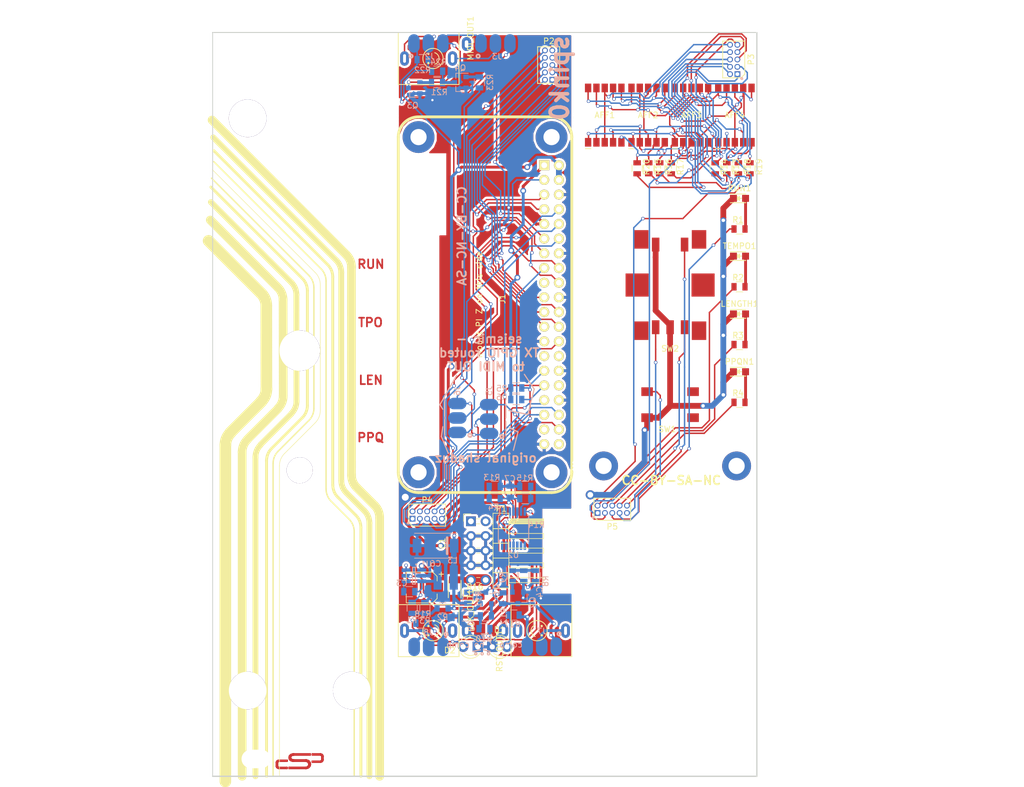
<source format=kicad_pcb>
(kicad_pcb (version 4) (host pcbnew 4.0.6)
  (title_block (title pink0))
  (layers (0 F.Cu signal) (31 B.Cu signal) (34 B.Paste user) (35 F.Paste user) (36 B.SilkS user) (37 F.SilkS user) (38 B.Mask user) (39 F.Mask user) (44 Edge.Cuts user))
  (net 0 "")
  (net 1 Earth)
  (net 2 GPIO11)
  (net 3 GPIO24)
  (net 4 GPIO22)
  (net 5 GPIO15)
  (net 6 GPIO8)
  (net 7 GPIO25)
  (net 8 GPIO10)
  (net 9 GPIO17)
  (net 10 GPIO9)
  (net 11 GPIO23)
  (net 12 GPIO4)
  (net 13 GPIO27)
  (net 14 GPIO7)
  (net 15 GPIO3)
  (net 16 GPIO2)
  (net 17 GPIO5)
  (net 18 GPIO6)
  (net 19 GPIO19)
  (net 20 GPIO16)
  (net 21 T_LED)
  (net 22 "Net-(R1-Pad2)")
  (net 23 E)
  (net 24 D)
  (net 25 C)
  (net 26 DP)
  (net 27 B)
  (net 28 A)
  (net 29 F)
  (net 30 G)
  (net 31 "Net-(PPQN1-Pad2)")
  (net 32 "Net-(R2-Pad2)")
  (net 33 "Net-(LENGTH1-Pad2)")
  (net 34 +12VA)
  (net 35 +5V)
  (net 36 "Net-(L1-Pad2)")
  (net 37 "Net-(C4-Pad1)")
  (net 38 "Net-(C5-Pad1)")
  (net 39 +3V3)
  (net 40 "Net-(Q1-Pad1)")
  (net 41 "Net-(Q2-Pad1)")
  (net 42 CLK_OUT)
  (net 43 RST_OUT)
  (net 44 GPIO14)
  (net 45 PWMA_L)
  (net 46 PWMA_R)
  (net 47 "Net-(J6-Pad2)")
  (net 48 "Net-(Q3-Pad1)")
  (net 49 GPIO20)
  (net 50 "Net-(Q4-Pad1)")
  (net 51 "Net-(Q4-Pad3)")
  (net 52 "Net-(C3-Pad1)")
  (net 53 "Net-(C3-Pad2)")
  (net 54 "Net-(R1-Pad1)")
  (net 55 "Net-(J7-Pad3)")
  (net 56 "Net-(J8-Pad3)")
  (net 57 "Net-(R13-Pad1)")
  (net 58 "Net-(R14-Pad2)")
  (net 59 "Net-(CLK_OUT1-Pad3)")
  (net 60 "Net-(J7-Pad2)")
  (net 61 "Net-(R16-Pad2)")
  (net 62 "Net-(D1-Pad2)")
  (net 63 "Net-(D2-Pad2)")
  (net 64 "Net-(J2-Pad1)")
  (net 65 "Net-(J2-Pad2)")
  (net 66 "Net-(J2-Pad3)")
  (net 67 "Net-(J3-Pad2)")
  (module raffilibkicad:break_tab (layer F.Cu) (at -1 118.1 90)
    (fp_text reference REF** hide)
    (fp_text value break_tab hide)
    (pad "" np_thru_hole circle (at -0.6 0.7 90) (size 0.4 0.4) (drill 0.4) (layers *.Cu *.Mask))
    (pad "" np_thru_hole circle (at 0 0.7 90) (size 0.4 0.4) (drill 0.4) (layers *.Cu *.Mask))
    (pad "" np_thru_hole circle (at 0.6 0.7 90) (size 0.4 0.4) (drill 0.4) (layers *.Cu *.Mask))
    (pad "" np_thru_hole circle (at 0.6 -0.7 90) (size 0.4 0.4) (drill 0.4) (layers *.Cu *.Mask))
    (pad "" np_thru_hole circle (at 0 -0.7 90) (size 0.4 0.4) (drill 0.4) (layers *.Cu *.Mask))
    (pad "" np_thru_hole circle (at -0.6 -0.7 90) (size 0.4 0.4) (drill 0.4) (layers *.Cu *.Mask))
  )
  (module raffilibkicad:break_tab (layer F.Cu) (at -1 15 270)
    (fp_text reference REF** hide)
    (fp_text value break_tab hide)
    (pad "" np_thru_hole circle (at -0.6 0.7 270) (size 0.4 0.4) (drill 0.4) (layers *.Cu *.Mask))
    (pad "" np_thru_hole circle (at 0 0.7 270) (size 0.4 0.4) (drill 0.4) (layers *.Cu *.Mask))
    (pad "" np_thru_hole circle (at 0.6 0.7 270) (size 0.4 0.4) (drill 0.4) (layers *.Cu *.Mask))
    (pad "" np_thru_hole circle (at 0.6 -0.7 270) (size 0.4 0.4) (drill 0.4) (layers *.Cu *.Mask))
    (pad "" np_thru_hole circle (at 0 -0.7 270) (size 0.4 0.4) (drill 0.4) (layers *.Cu *.Mask))
    (pad "" np_thru_hole circle (at -0.6 -0.7 270) (size 0.4 0.4) (drill 0.4) (layers *.Cu *.Mask))
  )
  (module raffilibkicad:break_tab (layer F.Cu) (at 52 80)
    (fp_text reference REF** hide)
    (fp_text value break_tab hide)
    (pad "" np_thru_hole circle (at -0.6 0.7) (size 0.4 0.4) (drill 0.4) (layers *.Cu *.Mask))
    (pad "" np_thru_hole circle (at 0 0.7) (size 0.4 0.4) (drill 0.4) (layers *.Cu *.Mask))
    (pad "" np_thru_hole circle (at 0.6 0.7) (size 0.4 0.4) (drill 0.4) (layers *.Cu *.Mask))
    (pad "" np_thru_hole circle (at 0.6 -0.7) (size 0.4 0.4) (drill 0.4) (layers *.Cu *.Mask))
    (pad "" np_thru_hole circle (at 0 -0.7) (size 0.4 0.4) (drill 0.4) (layers *.Cu *.Mask))
    (pad "" np_thru_hole circle (at -0.6 -0.7) (size 0.4 0.4) (drill 0.4) (layers *.Cu *.Mask))
  )
  (module raffilibkicad:break_tab (layer F.Cu) (at 39 86.8)
    (fp_text reference REF** hide)
    (fp_text value break_tab hide)
    (pad "" np_thru_hole circle (at -0.6 0.7) (size 0.4 0.4) (drill 0.4) (layers *.Cu *.Mask))
    (pad "" np_thru_hole circle (at 0 0.7) (size 0.4 0.4) (drill 0.4) (layers *.Cu *.Mask))
    (pad "" np_thru_hole circle (at 0.6 0.7) (size 0.4 0.4) (drill 0.4) (layers *.Cu *.Mask))
    (pad "" np_thru_hole circle (at 0.6 -0.7) (size 0.4 0.4) (drill 0.4) (layers *.Cu *.Mask))
    (pad "" np_thru_hole circle (at 0 -0.7) (size 0.4 0.4) (drill 0.4) (layers *.Cu *.Mask))
    (pad "" np_thru_hole circle (at -0.6 -0.7) (size 0.4 0.4) (drill 0.4) (layers *.Cu *.Mask))
  )
  (module raffilibkicad:break_tab (layer F.Cu) (at 31 15 270)
    (fp_text reference REF** hide)
    (fp_text value break_tab hide)
    (pad "" np_thru_hole circle (at -0.6 0.7 270) (size 0.4 0.4) (drill 0.4) (layers *.Cu *.Mask))
    (pad "" np_thru_hole circle (at 0 0.7 270) (size 0.4 0.4) (drill 0.4) (layers *.Cu *.Mask))
    (pad "" np_thru_hole circle (at 0.6 0.7 270) (size 0.4 0.4) (drill 0.4) (layers *.Cu *.Mask))
    (pad "" np_thru_hole circle (at 0.6 -0.7 270) (size 0.4 0.4) (drill 0.4) (layers *.Cu *.Mask))
    (pad "" np_thru_hole circle (at 0 -0.7 270) (size 0.4 0.4) (drill 0.4) (layers *.Cu *.Mask))
    (pad "" np_thru_hole circle (at -0.6 -0.7 270) (size 0.4 0.4) (drill 0.4) (layers *.Cu *.Mask))
  )
  (module raffilibkicad:break_tab (layer F.Cu) (at 31 75 270)
    (fp_text reference REF** hide)
    (fp_text value break_tab hide)
    (pad "" np_thru_hole circle (at -0.6 0.7 270) (size 0.4 0.4) (drill 0.4) (layers *.Cu *.Mask))
    (pad "" np_thru_hole circle (at 0 0.7 270) (size 0.4 0.4) (drill 0.4) (layers *.Cu *.Mask))
    (pad "" np_thru_hole circle (at 0.6 0.7 270) (size 0.4 0.4) (drill 0.4) (layers *.Cu *.Mask))
    (pad "" np_thru_hole circle (at 0.6 -0.7 270) (size 0.4 0.4) (drill 0.4) (layers *.Cu *.Mask))
    (pad "" np_thru_hole circle (at 0 -0.7 270) (size 0.4 0.4) (drill 0.4) (layers *.Cu *.Mask))
    (pad "" np_thru_hole circle (at -0.6 -0.7 270) (size 0.4 0.4) (drill 0.4) (layers *.Cu *.Mask))
  )
  (module raffilibkicad:break_tab (layer F.Cu) (at 31 100 270)
    (fp_text reference REF** hide)
    (fp_text value break_tab hide)
    (pad "" np_thru_hole circle (at -0.6 0.7 270) (size 0.4 0.4) (drill 0.4) (layers *.Cu *.Mask))
    (pad "" np_thru_hole circle (at 0 0.7 270) (size 0.4 0.4) (drill 0.4) (layers *.Cu *.Mask))
    (pad "" np_thru_hole circle (at 0.6 0.7 270) (size 0.4 0.4) (drill 0.4) (layers *.Cu *.Mask))
    (pad "" np_thru_hole circle (at 0.6 -0.7 270) (size 0.4 0.4) (drill 0.4) (layers *.Cu *.Mask))
    (pad "" np_thru_hole circle (at 0 -0.7 270) (size 0.4 0.4) (drill 0.4) (layers *.Cu *.Mask))
    (pad "" np_thru_hole circle (at -0.6 -0.7 270) (size 0.4 0.4) (drill 0.4) (layers *.Cu *.Mask))
  )
  (module raffilibkicad:break_tab (layer F.Cu) (at 22 109)
    (fp_text reference REF** hide)
    (fp_text value break_tab hide)
    (pad "" np_thru_hole circle (at -0.6 0.7) (size 0.4 0.4) (drill 0.4) (layers *.Cu *.Mask))
    (pad "" np_thru_hole circle (at 0 0.7) (size 0.4 0.4) (drill 0.4) (layers *.Cu *.Mask))
    (pad "" np_thru_hole circle (at 0.6 0.7) (size 0.4 0.4) (drill 0.4) (layers *.Cu *.Mask))
    (pad "" np_thru_hole circle (at 0.6 -0.7) (size 0.4 0.4) (drill 0.4) (layers *.Cu *.Mask))
    (pad "" np_thru_hole circle (at 0 -0.7) (size 0.4 0.4) (drill 0.4) (layers *.Cu *.Mask))
    (pad "" np_thru_hole circle (at -0.6 -0.7) (size 0.4 0.4) (drill 0.4) (layers *.Cu *.Mask))
  )
  (module raffilibkicad:break_tab (layer F.Cu) (at -1.1 91 90)
    (fp_text reference REF** hide)
    (fp_text value break_tab hide)
    (pad "" np_thru_hole circle (at -0.6 0.7 90) (size 0.4 0.4) (drill 0.4) (layers *.Cu *.Mask))
    (pad "" np_thru_hole circle (at 0 0.7 90) (size 0.4 0.4) (drill 0.4) (layers *.Cu *.Mask))
    (pad "" np_thru_hole circle (at 0.6 0.7 90) (size 0.4 0.4) (drill 0.4) (layers *.Cu *.Mask))
    (pad "" np_thru_hole circle (at 0.6 -0.7 90) (size 0.4 0.4) (drill 0.4) (layers *.Cu *.Mask))
    (pad "" np_thru_hole circle (at 0 -0.7 90) (size 0.4 0.4) (drill 0.4) (layers *.Cu *.Mask))
    (pad "" np_thru_hole circle (at -0.6 -0.7 90) (size 0.4 0.4) (drill 0.4) (layers *.Cu *.Mask))
  )
  (module raffilibkicad:VIA_0.6mm (layer F.Cu) (at -25.3 110.45)
    (fp_text reference REF** hide)
    (fp_text value VIA_0.6mm hide)
    (pad 1 thru_hole circle (at -0.75 3.4) (size 6.5 6.5) (drill 6.5) (layers *.Cu))
  )
  (module raffilibkicad:VIA_0.6mm (layer F.Cu) (at -19.65 51.5)
    (fp_text reference REF** hide)
    (fp_text value VIA_0.6mm hide)
    (pad 1 thru_hole circle (at 2.6 3.55) (size 7 7) (drill 7) (layers *.Cu))
  )
  (module raffilibkicad:VIA_0.6mm (layer F.Cu) (at -19.15 67)
    (fp_text reference REF** hide)
    (fp_text value VIA_0.6mm hide)
    (pad 1 thru_hole circle (at 2.1 8.75) (size 4.5 4.5) (drill 4.5) (layers *.Cu))
  )
  (module raffilibkicad:VIA_0.6mm (layer F.Cu) (at -10.9 109.95)
    (fp_text reference REF** hide)
    (fp_text value VIA_0.6mm hide)
    (pad 1 thru_hole circle (at 2.85 3.9) (size 6.5 6.5) (drill 6.5) (layers *.Cu))
  )
  (module raffilibkicad:VIA_0.6mm (layer F.Cu) (at -34.4 11.7)
    (fp_text reference REF** hide)
    (fp_text value VIA_0.6mm hide)
    (pad 1 thru_hole circle (at 8.35 3.15) (size 6.5 6.5) (drill 6.5) (layers *.Cu))
  )
  (module raffilibkicad:seismic_industries_logo_small (layer F.Cu) (at -17.05 127)
    (fp_text reference svg2mod hide)
    (fp_text value G*** hide)
    (fp_line (start 1.027174 0.392859) (end 1.044936 0.392664) (layer F.Cu) (width 0.141111))
    (fp_line (start 1.044936 0.392664) (end 1.0627 0.392226) (layer F.Cu) (width 0.141111))
    (fp_line (start 1.0627 0.392226) (end 1.08046 0.391538) (layer F.Cu) (width 0.141111))
    (fp_line (start 1.08046 0.391538) (end 1.09821 0.390592) (layer F.Cu) (width 0.141111))
    (fp_line (start 1.09821 0.390592) (end 1.115944 0.38938) (layer F.Cu) (width 0.141111))
    (fp_line (start 1.115944 0.38938) (end 1.133657 0.387895) (layer F.Cu) (width 0.141111))
    (fp_line (start 1.133657 0.387895) (end 1.151343 0.386129) (layer F.Cu) (width 0.141111))
    (fp_line (start 1.151343 0.386129) (end 1.168997 0.384074) (layer F.Cu) (width 0.141111))
    (fp_line (start 1.168997 0.384074) (end 1.186613 0.381723) (layer F.Cu) (width 0.141111))
    (fp_line (start 1.186613 0.381723) (end 1.204185 0.379068) (layer F.Cu) (width 0.141111))
    (fp_line (start 1.204185 0.379068) (end 1.221708 0.376101) (layer F.Cu) (width 0.141111))
    (fp_line (start 1.221708 0.376101) (end 1.239641 0.372723) (layer F.Cu) (width 0.141111))
    (fp_line (start 1.239641 0.372723) (end 1.257505 0.369001) (layer F.Cu) (width 0.141111))
    (fp_line (start 1.257505 0.369001) (end 1.275293 0.364928) (layer F.Cu) (width 0.141111))
    (fp_line (start 1.275293 0.364928) (end 1.292993 0.360497) (layer F.Cu) (width 0.141111))
    (fp_line (start 1.292993 0.360497) (end 1.310597 0.3557) (layer F.Cu) (width 0.141111))
    (fp_line (start 1.310597 0.3557) (end 1.327574 0.350692) (layer F.Cu) (width 0.141111))
    (fp_line (start 1.327574 0.350692) (end 1.344446 0.34534) (layer F.Cu) (width 0.141111))
    (fp_line (start 1.344446 0.34534) (end 1.361209 0.339651) (layer F.Cu) (width 0.141111))
    (fp_line (start 1.361209 0.339651) (end 1.377857 0.33363) (layer F.Cu) (width 0.141111))
    (fp_line (start 1.377857 0.33363) (end 1.394386 0.327285) (layer F.Cu) (width 0.141111))
    (fp_line (start 1.394386 0.327285) (end 1.410407 0.320779) (layer F.Cu) (width 0.141111))
    (fp_line (start 1.410407 0.320779) (end 1.426299 0.313963) (layer F.Cu) (width 0.141111))
    (fp_line (start 1.426299 0.313963) (end 1.442049 0.30683) (layer F.Cu) (width 0.141111))
    (fp_line (start 1.442049 0.30683) (end 1.457644 0.299373) (layer F.Cu) (width 0.141111))
    (fp_line (start 1.457644 0.299373) (end 1.473074 0.291584) (layer F.Cu) (width 0.141111))
    (fp_line (start 1.473074 0.291584) (end 1.48766 0.283825) (layer F.Cu) (width 0.141111))
    (fp_line (start 1.48766 0.283825) (end 1.502088 0.275775) (layer F.Cu) (width 0.141111))
    (fp_line (start 1.502088 0.275775) (end 1.516364 0.267452) (layer F.Cu) (width 0.141111))
    (fp_line (start 1.516364 0.267452) (end 1.530492 0.258872) (layer F.Cu) (width 0.141111))
    (fp_line (start 1.530492 0.258872) (end 1.544476 0.250054) (layer F.Cu) (width 0.141111))
    (fp_line (start 1.544476 0.250054) (end 1.557961 0.241245) (layer F.Cu) (width 0.141111))
    (fp_line (start 1.557961 0.241245) (end 1.571287 0.232203) (layer F.Cu) (width 0.141111))
    (fp_line (start 1.571287 0.232203) (end 1.584429 0.222902) (layer F.Cu) (width 0.141111))
    (fp_line (start 1.584429 0.222902) (end 1.597359 0.213317) (layer F.Cu) (width 0.141111))
    (fp_line (start 1.597359 0.213317) (end 1.61005 0.203424) (layer F.Cu) (width 0.141111))
    (fp_line (start 1.61005 0.203424) (end 1.622326 0.193336) (layer F.Cu) (width 0.141111))
    (fp_line (start 1.622326 0.193336) (end 1.634355 0.182949) (layer F.Cu) (width 0.141111))
    (fp_line (start 1.634355 0.182949) (end 1.646147 0.172286) (layer F.Cu) (width 0.141111))
    (fp_line (start 1.646147 0.172286) (end 1.657714 0.161374) (layer F.Cu) (width 0.141111))
    (fp_line (start 1.657714 0.161374) (end 1.669066 0.150236) (layer F.Cu) (width 0.141111))
    (fp_line (start 1.669066 0.150236) (end 1.679993 0.13912) (layer F.Cu) (width 0.141111))
    (fp_line (start 1.679993 0.13912) (end 1.690714 0.127809) (layer F.Cu) (width 0.141111))
    (fp_line (start 1.690714 0.127809) (end 1.701217 0.1163) (layer F.Cu) (width 0.141111))
    (fp_line (start 1.701217 0.1163) (end 1.711491 0.104591) (layer F.Cu) (width 0.141111))
    (fp_line (start 1.711491 0.104591) (end 1.721525 0.092677) (layer F.Cu) (width 0.141111))
    (fp_line (start 1.721525 0.092677) (end 1.733508 0.077772) (layer F.Cu) (width 0.141111))
    (fp_line (start 1.733508 0.077772) (end 1.745136 0.062584) (layer F.Cu) (width 0.141111))
    (fp_line (start 1.745136 0.062584) (end 1.756434 0.047142) (layer F.Cu) (width 0.141111))
    (fp_line (start 1.756434 0.047142) (end 1.767426 0.031475) (layer F.Cu) (width 0.141111))
    (fp_line (start 1.767426 0.031475) (end 1.778001 0.015791) (layer F.Cu) (width 0.141111))
    (fp_line (start 1.778001 0.015791) (end 1.788243 -0.000109) (layer F.Cu) (width 0.141111))
    (fp_line (start 1.788243 -0.000109) (end 1.798095 -0.016245) (layer F.Cu) (width 0.141111))
    (fp_line (start 1.798095 -0.016245) (end 1.807499 -0.032641) (layer F.Cu) (width 0.141111))
    (fp_line (start 1.807499 -0.032641) (end 1.816374 -0.049237) (layer F.Cu) (width 0.141111))
    (fp_line (start 1.816374 -0.049237) (end 1.824777 -0.066082) (layer F.Cu) (width 0.141111))
    (fp_line (start 1.824777 -0.066082) (end 1.832738 -0.083147) (layer F.Cu) (width 0.141111))
    (fp_line (start 1.832738 -0.083147) (end 1.840286 -0.1004) (layer F.Cu) (width 0.141111))
    (fp_line (start 1.840286 -0.1004) (end 1.847453 -0.117842) (layer F.Cu) (width 0.141111))
    (fp_line (start 1.847453 -0.117842) (end 1.854222 -0.135437) (layer F.Cu) (width 0.141111))
    (fp_line (start 1.854222 -0.135437) (end 1.860581 -0.153183) (layer F.Cu) (width 0.141111))
    (fp_line (start 1.860581 -0.153183) (end 1.866515 -0.171074) (layer F.Cu) (width 0.141111))
    (fp_line (start 1.866515 -0.171074) (end 1.871907 -0.188744) (layer F.Cu) (width 0.141111))
    (fp_line (start 1.871907 -0.188744) (end 1.876868 -0.20654) (layer F.Cu) (width 0.141111))
    (fp_line (start 1.876868 -0.20654) (end 1.881389 -0.224454) (layer F.Cu) (width 0.141111))
    (fp_line (start 1.881389 -0.224454) (end 1.885459 -0.242476) (layer F.Cu) (width 0.141111))
    (fp_line (start 1.885459 -0.242476) (end 1.889111 -0.26083) (layer F.Cu) (width 0.141111))
    (fp_line (start 1.889111 -0.26083) (end 1.892282 -0.279273) (layer F.Cu) (width 0.141111))
    (fp_line (start 1.892282 -0.279273) (end 1.894964 -0.297793) (layer F.Cu) (width 0.141111))
    (fp_line (start 1.894964 -0.297793) (end 1.897149 -0.316377) (layer F.Cu) (width 0.141111))
    (fp_line (start 1.897149 -0.316377) (end 1.898829 -0.335013) (layer F.Cu) (width 0.141111))
    (fp_line (start 1.898829 -0.335013) (end 1.899996 -0.353689) (layer F.Cu) (width 0.141111))
    (fp_line (start 1.899996 -0.353689) (end 1.900642 -0.372392) (layer F.Cu) (width 0.141111))
    (fp_line (start 1.900642 -0.372392) (end 1.900759 -0.39111) (layer F.Cu) (width 0.141111))
    (fp_line (start 1.900759 -0.39111) (end 1.027174 0.392859) (layer F.Cu) (width 0.141111))
    (fp_line (start 1.900759 -0.39111) (end 1.900448 -0.409877) (layer F.Cu) (width 0.141111))
    (fp_line (start 1.900448 -0.409877) (end 1.899754 -0.42865) (layer F.Cu) (width 0.141111))
    (fp_line (start 1.899754 -0.42865) (end 1.898651 -0.447412) (layer F.Cu) (width 0.141111))
    (fp_line (start 1.898651 -0.447412) (end 1.897117 -0.466146) (layer F.Cu) (width 0.141111))
    (fp_line (start 1.897117 -0.466146) (end 1.895127 -0.484837) (layer F.Cu) (width 0.141111))
    (fp_line (start 1.895127 -0.484837) (end 1.892659 -0.503465) (layer F.Cu) (width 0.141111))
    (fp_line (start 1.892659 -0.503465) (end 1.889686 -0.522016) (layer F.Cu) (width 0.141111))
    (fp_line (start 1.889686 -0.522016) (end 1.886187 -0.540472) (layer F.Cu) (width 0.141111))
    (fp_line (start 1.886187 -0.540472) (end 1.882179 -0.558684) (layer F.Cu) (width 0.141111))
    (fp_line (start 1.882179 -0.558684) (end 1.877662 -0.576781) (layer F.Cu) (width 0.141111))
    (fp_line (start 1.877662 -0.576781) (end 1.872672 -0.594755) (layer F.Cu) (width 0.141111))
    (fp_line (start 1.872672 -0.594755) (end 1.867244 -0.612603) (layer F.Cu) (width 0.141111))
    (fp_line (start 1.867244 -0.612603) (end 1.861288 -0.63067) (layer F.Cu) (width 0.141111))
    (fp_line (start 1.861288 -0.63067) (end 1.854923 -0.648596) (layer F.Cu) (width 0.141111))
    (fp_line (start 1.854923 -0.648596) (end 1.848161 -0.666375) (layer F.Cu) (width 0.141111))
    (fp_line (start 1.848161 -0.666375) (end 1.841014 -0.684005) (layer F.Cu) (width 0.141111))
    (fp_line (start 1.841014 -0.684005) (end 1.833435 -0.701598) (layer F.Cu) (width 0.141111))
    (fp_line (start 1.833435 -0.701598) (end 1.825457 -0.719013) (layer F.Cu) (width 0.141111))
    (fp_line (start 1.825457 -0.719013) (end 1.817061 -0.736228) (layer F.Cu) (width 0.141111))
    (fp_line (start 1.817061 -0.736228) (end 1.808228 -0.753222) (layer F.Cu) (width 0.141111))
    (fp_line (start 1.808228 -0.753222) (end 1.799035 -0.769813) (layer F.Cu) (width 0.141111))
    (fp_line (start 1.799035 -0.769813) (end 1.789405 -0.786156) (layer F.Cu) (width 0.141111))
    (fp_line (start 1.789405 -0.786156) (end 1.779351 -0.802244) (layer F.Cu) (width 0.141111))
    (fp_line (start 1.779351 -0.802244) (end 1.768883 -0.818067) (layer F.Cu) (width 0.141111))
    (fp_line (start 1.768883 -0.818067) (end 1.758002 -0.833631) (layer F.Cu) (width 0.141111))
    (fp_line (start 1.758002 -0.833631) (end 1.746722 -0.848908) (layer F.Cu) (width 0.141111))
    (fp_line (start 1.746722 -0.848908) (end 1.735047 -0.863882) (layer F.Cu) (width 0.141111))
    (fp_line (start 1.735047 -0.863882) (end 1.722982 -0.87854) (layer F.Cu) (width 0.141111))
    (fp_line (start 1.722982 -0.87854) (end 1.712936 -0.890164) (layer F.Cu) (width 0.141111))
    (fp_line (start 1.712936 -0.890164) (end 1.702652 -0.901579) (layer F.Cu) (width 0.141111))
    (fp_line (start 1.702652 -0.901579) (end 1.692144 -0.912792) (layer F.Cu) (width 0.141111))
    (fp_line (start 1.692144 -0.912792) (end 1.68143 -0.92381) (layer F.Cu) (width 0.141111))
    (fp_line (start 1.68143 -0.92381) (end 1.670523 -0.934642) (layer F.Cu) (width 0.141111))
    (fp_line (start 1.670523 -0.934642) (end 1.659271 -0.945444) (layer F.Cu) (width 0.141111))
    (fp_line (start 1.659271 -0.945444) (end 1.647827 -0.95604) (layer F.Cu) (width 0.141111))
    (fp_line (start 1.647827 -0.95604) (end 1.63618 -0.966407) (layer F.Cu) (width 0.141111))
    (fp_line (start 1.63618 -0.966407) (end 1.62432 -0.976525) (layer F.Cu) (width 0.141111))
    (fp_line (start 1.62432 -0.976525) (end 1.612236 -0.986372) (layer F.Cu) (width 0.141111))
    (fp_line (start 1.612236 -0.986372) (end 1.599681 -0.996115) (layer F.Cu) (width 0.141111))
    (fp_line (start 1.599681 -0.996115) (end 1.5869 -1.005564) (layer F.Cu) (width 0.141111))
    (fp_line (start 1.5869 -1.005564) (end 1.573913 -1.014733) (layer F.Cu) (width 0.141111))
    (fp_line (start 1.573913 -1.014733) (end 1.560737 -1.023632) (layer F.Cu) (width 0.141111))
    (fp_line (start 1.560737 -1.023632) (end 1.547391 -1.032274) (layer F.Cu) (width 0.141111))
    (fp_line (start 1.547391 -1.032274) (end 1.533412 -1.040958) (layer F.Cu) (width 0.141111))
    (fp_line (start 1.533412 -1.040958) (end 1.519276 -1.049379) (layer F.Cu) (width 0.141111))
    (fp_line (start 1.519276 -1.049379) (end 1.504989 -1.057538) (layer F.Cu) (width 0.141111))
    (fp_line (start 1.504989 -1.057538) (end 1.490558 -1.065436) (layer F.Cu) (width 0.141111))
    (fp_line (start 1.490558 -1.065436) (end 1.475988 -1.073075) (layer F.Cu) (width 0.141111))
    (fp_line (start 1.475988 -1.073075) (end 1.460657 -1.080764) (layer F.Cu) (width 0.141111))
    (fp_line (start 1.460657 -1.080764) (end 1.445188 -1.088175) (layer F.Cu) (width 0.141111))
    (fp_line (start 1.445188 -1.088175) (end 1.42959 -1.095312) (layer F.Cu) (width 0.141111))
    (fp_line (start 1.42959 -1.095312) (end 1.413868 -1.102178) (layer F.Cu) (width 0.141111))
    (fp_line (start 1.413868 -1.102178) (end 1.398028 -1.108776) (layer F.Cu) (width 0.141111))
    (fp_line (start 1.398028 -1.108776) (end 1.381652 -1.11527) (layer F.Cu) (width 0.141111))
    (fp_line (start 1.381652 -1.11527) (end 1.365159 -1.121459) (layer F.Cu) (width 0.141111))
    (fp_line (start 1.365159 -1.121459) (end 1.348548 -1.127315) (layer F.Cu) (width 0.141111))
    (fp_line (start 1.348548 -1.127315) (end 1.331818 -1.132811) (layer F.Cu) (width 0.141111))
    (fp_line (start 1.331818 -1.132811) (end 1.314969 -1.13792) (layer F.Cu) (width 0.141111))
    (fp_line (start 1.314969 -1.13792) (end 1.297387 -1.142785) (layer F.Cu) (width 0.141111))
    (fp_line (start 1.297387 -1.142785) (end 1.279692 -1.147232) (layer F.Cu) (width 0.141111))
    (fp_line (start 1.279692 -1.147232) (end 1.261899 -1.151286) (layer F.Cu) (width 0.141111))
    (fp_line (start 1.261899 -1.151286) (end 1.244023 -1.154974) (layer F.Cu) (width 0.141111))
    (fp_line (start 1.244023 -1.154974) (end 1.22608 -1.158321) (layer F.Cu) (width 0.141111))
    (fp_line (start 1.22608 -1.158321) (end 1.208681 -1.161254) (layer F.Cu) (width 0.141111))
    (fp_line (start 1.208681 -1.161254) (end 1.191239 -1.163896) (layer F.Cu) (width 0.141111))
    (fp_line (start 1.191239 -1.163896) (end 1.173756 -1.166251) (layer F.Cu) (width 0.141111))
    (fp_line (start 1.173756 -1.166251) (end 1.156239 -1.16832) (layer F.Cu) (width 0.141111))
    (fp_line (start 1.156239 -1.16832) (end 1.138691 -1.170108) (layer F.Cu) (width 0.141111))
    (fp_line (start 1.138691 -1.170108) (end 1.121117 -1.171616) (layer F.Cu) (width 0.141111))
    (fp_line (start 1.121117 -1.171616) (end 1.10352 -1.172848) (layer F.Cu) (width 0.141111))
    (fp_line (start 1.10352 -1.172848) (end 1.085906 -1.173808) (layer F.Cu) (width 0.141111))
    (fp_line (start 1.085906 -1.173808) (end 1.068279 -1.174497) (layer F.Cu) (width 0.141111))
    (fp_line (start 1.068279 -1.174497) (end 1.050643 -1.17492) (layer F.Cu) (width 0.141111))
    (fp_line (start 1.050643 -1.17492) (end 1.033002 -1.175078) (layer F.Cu) (width 0.141111))
    (fp_line (start 1.033002 -1.175078) (end 1.900759 -0.39111) (layer F.Cu) (width 0.141111))
    (fp_line (start -0.988849 -1.175078) (end -1.007719 -1.175348) (layer F.Cu) (width 0.141111))
    (fp_line (start -1.007719 -1.175348) (end -1.026618 -1.17586) (layer F.Cu) (width 0.141111))
    (fp_line (start -1.026618 -1.17586) (end -1.04553 -1.176642) (layer F.Cu) (width 0.141111))
    (fp_line (start -1.04553 -1.176642) (end -1.064441 -1.177723) (layer F.Cu) (width 0.141111))
    (fp_line (start -1.064441 -1.177723) (end -1.083338 -1.179133) (layer F.Cu) (width 0.141111))
    (fp_line (start -1.083338 -1.179133) (end -1.102205 -1.180898) (layer F.Cu) (width 0.141111))
    (fp_line (start -1.102205 -1.180898) (end -1.121028 -1.183049) (layer F.Cu) (width 0.141111))
    (fp_line (start -1.121028 -1.183049) (end -1.139793 -1.185614) (layer F.Cu) (width 0.141111))
    (fp_line (start -1.139793 -1.185614) (end -1.158486 -1.18862) (layer F.Cu) (width 0.141111))
    (fp_line (start -1.158486 -1.18862) (end -1.177092 -1.192098) (layer F.Cu) (width 0.141111))
    (fp_line (start -1.177092 -1.192098) (end -1.195596 -1.196074) (layer F.Cu) (width 0.141111))
    (fp_line (start -1.195596 -1.196074) (end -1.213985 -1.200579) (layer F.Cu) (width 0.141111))
    (fp_line (start -1.213985 -1.200579) (end -1.232042 -1.205585) (layer F.Cu) (width 0.141111))
    (fp_line (start -1.232042 -1.205585) (end -1.249929 -1.211178) (layer F.Cu) (width 0.141111))
    (fp_line (start -1.249929 -1.211178) (end -1.267603 -1.217401) (layer F.Cu) (width 0.141111))
    (fp_line (start -1.267603 -1.217401) (end -1.285023 -1.224297) (layer F.Cu) (width 0.141111))
    (fp_line (start -1.285023 -1.224297) (end -1.302145 -1.231909) (layer F.Cu) (width 0.141111))
    (fp_line (start -1.302145 -1.231909) (end -1.317466 -1.239508) (layer F.Cu) (width 0.141111))
    (fp_line (start -1.317466 -1.239508) (end -1.332459 -1.247744) (layer F.Cu) (width 0.141111))
    (fp_line (start -1.332459 -1.247744) (end -1.347077 -1.256626) (layer F.Cu) (width 0.141111))
    (fp_line (start -1.347077 -1.256626) (end -1.361274 -1.26616) (layer F.Cu) (width 0.141111))
    (fp_line (start -1.361274 -1.26616) (end -1.375005 -1.276353) (layer F.Cu) (width 0.141111))
    (fp_line (start -1.375005 -1.276353) (end -1.387233 -1.286356) (layer F.Cu) (width 0.141111))
    (fp_line (start -1.387233 -1.286356) (end -1.398992 -1.29691) (layer F.Cu) (width 0.141111))
    (fp_line (start -1.398992 -1.29691) (end -1.410246 -1.308001) (layer F.Cu) (width 0.141111))
    (fp_line (start -1.410246 -1.308001) (end -1.420962 -1.319612) (layer F.Cu) (width 0.141111))
    (fp_line (start -1.420962 -1.319612) (end -1.431107 -1.331726) (layer F.Cu) (width 0.141111))
    (fp_line (start -1.431107 -1.331726) (end -1.442562 -1.347015) (layer F.Cu) (width 0.141111))
    (fp_line (start -1.442562 -1.347015) (end -1.453089 -1.362958) (layer F.Cu) (width 0.141111))
    (fp_line (start -1.453089 -1.362958) (end -1.462643 -1.379496) (layer F.Cu) (width 0.141111))
    (fp_line (start -1.462643 -1.379496) (end -1.471179 -1.396571) (layer F.Cu) (width 0.141111))
    (fp_line (start -1.471179 -1.396571) (end -1.478261 -1.413096) (layer F.Cu) (width 0.141111))
    (fp_line (start -1.478261 -1.413096) (end -1.484419 -1.429991) (layer F.Cu) (width 0.141111))
    (fp_line (start -1.484419 -1.429991) (end -1.489672 -1.4472) (layer F.Cu) (width 0.141111))
    (fp_line (start -1.489672 -1.4472) (end -1.494039 -1.464667) (layer F.Cu) (width 0.141111))
    (fp_line (start -1.494039 -1.464667) (end -1.497539 -1.482338) (layer F.Cu) (width 0.141111))
    (fp_line (start -1.497539 -1.482338) (end -1.50019 -1.500157) (layer F.Cu) (width 0.141111))
    (fp_line (start -1.50019 -1.500157) (end -1.502011 -1.518068) (layer F.Cu) (width 0.141111))
    (fp_line (start -1.502011 -1.518068) (end -1.503021 -1.536017) (layer F.Cu) (width 0.141111))
    (fp_line (start -1.503021 -1.536017) (end -1.503238 -1.553948) (layer F.Cu) (width 0.141111))
    (fp_line (start -1.503238 -1.553948) (end -1.502872 -1.571982) (layer F.Cu) (width 0.141111))
    (fp_line (start -1.502872 -1.571982) (end -1.501794 -1.590067) (layer F.Cu) (width 0.141111))
    (fp_line (start -1.501794 -1.590067) (end -1.499968 -1.608141) (layer F.Cu) (width 0.141111))
    (fp_line (start -1.499968 -1.608141) (end -1.497355 -1.62614) (layer F.Cu) (width 0.141111))
    (fp_line (start -1.497355 -1.62614) (end -1.493918 -1.643999) (layer F.Cu) (width 0.141111))
    (fp_line (start -1.493918 -1.643999) (end -1.489619 -1.661657) (layer F.Cu) (width 0.141111))
    (fp_line (start -1.489619 -1.661657) (end -1.484422 -1.679049) (layer F.Cu) (width 0.141111))
    (fp_line (start -1.484422 -1.679049) (end -1.478288 -1.696111) (layer F.Cu) (width 0.141111))
    (fp_line (start -1.478288 -1.696111) (end -1.471179 -1.712782) (layer F.Cu) (width 0.141111))
    (fp_line (start -1.471179 -1.712782) (end -1.464329 -1.726646) (layer F.Cu) (width 0.141111))
    (fp_line (start -1.464329 -1.726646) (end -1.456783 -1.740158) (layer F.Cu) (width 0.141111))
    (fp_line (start -1.456783 -1.740158) (end -1.448582 -1.753294) (layer F.Cu) (width 0.141111))
    (fp_line (start -1.448582 -1.753294) (end -1.439767 -1.766034) (layer F.Cu) (width 0.141111))
    (fp_line (start -1.439767 -1.766034) (end -1.430378 -1.778355) (layer F.Cu) (width 0.141111))
    (fp_line (start -1.430378 -1.778355) (end -1.420176 -1.790557) (layer F.Cu) (width 0.141111))
    (fp_line (start -1.420176 -1.790557) (end -1.409438 -1.802281) (layer F.Cu) (width 0.141111))
    (fp_line (start -1.409438 -1.802281) (end -1.398191 -1.813515) (layer F.Cu) (width 0.141111))
    (fp_line (start -1.398191 -1.813515) (end -1.386462 -1.824245) (layer F.Cu) (width 0.141111))
    (fp_line (start -1.386462 -1.824245) (end -1.374276 -1.834457) (layer F.Cu) (width 0.141111))
    (fp_line (start -1.374276 -1.834457) (end -1.360566 -1.844941) (layer F.Cu) (width 0.141111))
    (fp_line (start -1.360566 -1.844941) (end -1.346388 -1.854786) (layer F.Cu) (width 0.141111))
    (fp_line (start -1.346388 -1.854786) (end -1.331779 -1.86398) (layer F.Cu) (width 0.141111))
    (fp_line (start -1.331779 -1.86398) (end -1.316776 -1.872508) (layer F.Cu) (width 0.141111))
    (fp_line (start -1.316776 -1.872508) (end -1.301417 -1.880359) (layer F.Cu) (width 0.141111))
    (fp_line (start -1.301417 -1.880359) (end -1.284197 -1.88819) (layer F.Cu) (width 0.141111))
    (fp_line (start -1.284197 -1.88819) (end -1.266646 -1.89525) (layer F.Cu) (width 0.141111))
    (fp_line (start -1.266646 -1.89525) (end -1.248816 -1.9016) (layer F.Cu) (width 0.141111))
    (fp_line (start -1.248816 -1.9016) (end -1.230759 -1.907302) (layer F.Cu) (width 0.141111))
    (fp_line (start -1.230759 -1.907302) (end -1.212528 -1.912417) (layer F.Cu) (width 0.141111))
    (fp_line (start -1.212528 -1.912417) (end -1.194023 -1.917034) (layer F.Cu) (width 0.141111))
    (fp_line (start -1.194023 -1.917034) (end -1.175406 -1.921138) (layer F.Cu) (width 0.141111))
    (fp_line (start -1.175406 -1.921138) (end -1.156692 -1.924751) (layer F.Cu) (width 0.141111))
    (fp_line (start -1.156692 -1.924751) (end -1.137892 -1.927894) (layer F.Cu) (width 0.141111))
    (fp_line (start -1.137892 -1.927894) (end -1.119019 -1.930588) (layer F.Cu) (width 0.141111))
    (fp_line (start -1.119019 -1.930588) (end -1.100086 -1.932853) (layer F.Cu) (width 0.141111))
    (fp_line (start -1.100086 -1.932853) (end -1.081106 -1.934712) (layer F.Cu) (width 0.141111))
    (fp_line (start -1.081106 -1.934712) (end -1.062091 -1.936186) (layer F.Cu) (width 0.141111))
    (fp_line (start -1.062091 -1.936186) (end -1.043053 -1.937294) (layer F.Cu) (width 0.141111))
    (fp_line (start -1.043053 -1.937294) (end -1.024007 -1.93806) (layer F.Cu) (width 0.141111))
    (fp_line (start -1.024007 -1.93806) (end -1.004963 -1.938504) (layer F.Cu) (width 0.141111))
    (fp_line (start -1.004963 -1.938504) (end -0.985935 -1.938646) (layer F.Cu) (width 0.141111))
    (fp_line (start -0.985935 -2.218427) (end -1.003841 -2.218249) (layer F.Cu) (width 0.141111))
    (fp_line (start -1.003841 -2.218249) (end -1.021757 -2.217947) (layer F.Cu) (width 0.141111))
    (fp_line (start -1.021757 -2.217947) (end -1.039679 -2.217504) (layer F.Cu) (width 0.141111))
    (fp_line (start -1.039679 -2.217504) (end -1.057602 -2.216902) (layer F.Cu) (width 0.141111))
    (fp_line (start -1.057602 -2.216902) (end -1.075521 -2.216124) (layer F.Cu) (width 0.141111))
    (fp_line (start -1.075521 -2.216124) (end -1.09343 -2.215152) (layer F.Cu) (width 0.141111))
    (fp_line (start -1.09343 -2.215152) (end -1.111324 -2.213968) (layer F.Cu) (width 0.141111))
    (fp_line (start -1.111324 -2.213968) (end -1.129199 -2.212556) (layer F.Cu) (width 0.141111))
    (fp_line (start -1.129199 -2.212556) (end -1.147049 -2.210897) (layer F.Cu) (width 0.141111))
    (fp_line (start -1.147049 -2.210897) (end -1.16487 -2.208974) (layer F.Cu) (width 0.141111))
    (fp_line (start -1.16487 -2.208974) (end -1.182656 -2.206769) (layer F.Cu) (width 0.141111))
    (fp_line (start -1.182656 -2.206769) (end -1.200659 -2.204234) (layer F.Cu) (width 0.141111))
    (fp_line (start -1.200659 -2.204234) (end -1.218622 -2.201414) (layer F.Cu) (width 0.141111))
    (fp_line (start -1.218622 -2.201414) (end -1.236545 -2.198331) (layer F.Cu) (width 0.141111))
    (fp_line (start -1.236545 -2.198331) (end -1.254428 -2.195008) (layer F.Cu) (width 0.141111))
    (fp_line (start -1.254428 -2.195008) (end -1.272273 -2.191469) (layer F.Cu) (width 0.141111))
    (fp_line (start -1.272273 -2.191469) (end -1.2893 -2.187892) (layer F.Cu) (width 0.141111))
    (fp_line (start -1.2893 -2.187892) (end -1.306279 -2.184101) (layer F.Cu) (width 0.141111))
    (fp_line (start -1.306279 -2.184101) (end -1.323196 -2.180057) (layer F.Cu) (width 0.141111))
    (fp_line (start -1.323196 -2.180057) (end -1.340038 -2.175726) (layer F.Cu) (width 0.141111))
    (fp_line (start -1.340038 -2.175726) (end -1.35679 -2.171068) (layer F.Cu) (width 0.141111))
    (fp_line (start -1.35679 -2.171068) (end -1.372723 -2.166281) (layer F.Cu) (width 0.141111))
    (fp_line (start -1.372723 -2.166281) (end -1.38856 -2.161177) (layer F.Cu) (width 0.141111))
    (fp_line (start -1.38856 -2.161177) (end -1.404299 -2.155771) (layer F.Cu) (width 0.141111))
    (fp_line (start -1.404299 -2.155771) (end -1.419939 -2.150077) (layer F.Cu) (width 0.141111))
    (fp_line (start -1.419939 -2.150077) (end -1.435478 -2.14411) (layer F.Cu) (width 0.141111))
    (fp_line (start -1.435478 -2.14411) (end -1.450429 -2.138081) (layer F.Cu) (width 0.141111))
    (fp_line (start -1.450429 -2.138081) (end -1.465273 -2.131798) (layer F.Cu) (width 0.141111))
    (fp_line (start -1.465273 -2.131798) (end -1.480001 -2.125252) (layer F.Cu) (width 0.141111))
    (fp_line (start -1.480001 -2.125252) (end -1.494602 -2.11843) (layer F.Cu) (width 0.141111))
    (fp_line (start -1.494602 -2.11843) (end -1.509066 -2.111323) (layer F.Cu) (width 0.141111))
    (fp_line (start -1.509066 -2.111323) (end -1.52293 -2.104162) (layer F.Cu) (width 0.141111))
    (fp_line (start -1.52293 -2.104162) (end -1.536647 -2.096721) (layer F.Cu) (width 0.141111))
    (fp_line (start -1.536647 -2.096721) (end -1.550208 -2.088999) (layer F.Cu) (width 0.141111))
    (fp_line (start -1.550208 -2.088999) (end -1.563604 -2.080995) (layer F.Cu) (width 0.141111))
    (fp_line (start -1.563604 -2.080995) (end -1.576826 -2.072708) (layer F.Cu) (width 0.141111))
    (fp_line (start -1.576826 -2.072708) (end -1.592731 -2.062198) (layer F.Cu) (width 0.141111))
    (fp_line (start -1.592731 -2.062198) (end -1.608357 -2.051277) (layer F.Cu) (width 0.141111))
    (fp_line (start -1.608357 -2.051277) (end -1.6237 -2.039961) (layer F.Cu) (width 0.141111))
    (fp_line (start -1.6237 -2.039961) (end -1.638756 -2.028263) (layer F.Cu) (width 0.141111))
    (fp_line (start -1.638756 -2.028263) (end -1.653057 -2.016583) (layer F.Cu) (width 0.141111))
    (fp_line (start -1.653057 -2.016583) (end -1.667065 -2.004556) (layer F.Cu) (width 0.141111))
    (fp_line (start -1.667065 -2.004556) (end -1.680762 -1.992179) (layer F.Cu) (width 0.141111))
    (fp_line (start -1.680762 -1.992179) (end -1.69413 -1.979448) (layer F.Cu) (width 0.141111))
    (fp_line (start -1.69413 -1.979448) (end -1.706867 -1.966652) (layer F.Cu) (width 0.141111))
    (fp_line (start -1.706867 -1.966652) (end -1.719257 -1.953519) (layer F.Cu) (width 0.141111))
    (fp_line (start -1.719257 -1.953519) (end -1.731288 -1.940054) (layer F.Cu) (width 0.141111))
    (fp_line (start -1.731288 -1.940054) (end -1.742945 -1.92626) (layer F.Cu) (width 0.141111))
    (fp_line (start -1.742945 -1.92626) (end -1.753779 -1.912699) (layer F.Cu) (width 0.141111))
    (fp_line (start -1.753779 -1.912699) (end -1.764216 -1.898832) (layer F.Cu) (width 0.141111))
    (fp_line (start -1.764216 -1.898832) (end -1.774218 -1.884654) (layer F.Cu) (width 0.141111))
    (fp_line (start -1.774218 -1.884654) (end -1.783747 -1.870158) (layer F.Cu) (width 0.141111))
    (fp_line (start -1.783747 -1.870158) (end -1.792619 -1.855609) (layer F.Cu) (width 0.141111))
    (fp_line (start -1.792619 -1.855609) (end -1.801023 -1.840779) (layer F.Cu) (width 0.141111))
    (fp_line (start -1.801023 -1.840779) (end -1.808985 -1.825703) (layer F.Cu) (width 0.141111))
    (fp_line (start -1.808985 -1.825703) (end -1.816534 -1.810413) (layer F.Cu) (width 0.141111))
    (fp_line (start -1.816534 -1.810413) (end -1.823733 -1.794834) (layer F.Cu) (width 0.141111))
    (fp_line (start -1.823733 -1.794834) (end -1.830519 -1.779075) (layer F.Cu) (width 0.141111))
    (fp_line (start -1.830519 -1.779075) (end -1.836869 -1.763138) (layer F.Cu) (width 0.141111))
    (fp_line (start -1.836869 -1.763138) (end -1.842763 -1.747026) (layer F.Cu) (width 0.141111))
    (fp_line (start -1.842763 -1.747026) (end -1.84826 -1.730492) (layer F.Cu) (width 0.141111))
    (fp_line (start -1.84826 -1.730492) (end -1.853256 -1.713798) (layer F.Cu) (width 0.141111))
    (fp_line (start -1.853256 -1.713798) (end -1.857741 -1.69696) (layer F.Cu) (width 0.141111))
    (fp_line (start -1.857741 -1.69696) (end -1.861707 -1.679995) (layer F.Cu) (width 0.141111))
    (fp_line (start -1.861707 -1.679995) (end -1.865283 -1.662194) (layer F.Cu) (width 0.141111))
    (fp_line (start -1.865283 -1.662194) (end -1.868311 -1.644292) (layer F.Cu) (width 0.141111))
    (fp_line (start -1.868311 -1.644292) (end -1.870812 -1.626304) (layer F.Cu) (width 0.141111))
    (fp_line (start -1.870812 -1.626304) (end -1.872813 -1.608251) (layer F.Cu) (width 0.141111))
    (fp_line (start -1.872813 -1.608251) (end -1.874335 -1.590149) (layer F.Cu) (width 0.141111))
    (fp_line (start -1.874335 -1.590149) (end -1.875405 -1.572016) (layer F.Cu) (width 0.141111))
    (fp_line (start -1.875405 -1.572016) (end -1.876044 -1.553872) (layer F.Cu) (width 0.141111))
    (fp_line (start -1.876044 -1.553872) (end -1.876278 -1.535733) (layer F.Cu) (width 0.141111))
    (fp_line (start -1.876278 -1.535733) (end -0.985935 -2.218427) (layer F.Cu) (width 0.141111))
    (fp_line (start -1.876278 -1.535733) (end -1.876181 -1.517561) (layer F.Cu) (width 0.141111))
    (fp_line (start -1.876181 -1.517561) (end -1.875563 -1.499411) (layer F.Cu) (width 0.141111))
    (fp_line (start -1.875563 -1.499411) (end -1.874439 -1.481292) (layer F.Cu) (width 0.141111))
    (fp_line (start -1.874439 -1.481292) (end -1.872823 -1.463213) (layer F.Cu) (width 0.141111))
    (fp_line (start -1.872823 -1.463213) (end -1.870727 -1.445182) (layer F.Cu) (width 0.141111))
    (fp_line (start -1.870727 -1.445182) (end -1.868167 -1.427209) (layer F.Cu) (width 0.141111))
    (fp_line (start -1.868167 -1.427209) (end -1.865156 -1.409302) (layer F.Cu) (width 0.141111))
    (fp_line (start -1.865156 -1.409302) (end -1.861707 -1.391471) (layer F.Cu) (width 0.141111))
    (fp_line (start -1.861707 -1.391471) (end -1.858012 -1.374538) (layer F.Cu) (width 0.141111))
    (fp_line (start -1.858012 -1.374538) (end -1.853892 -1.357706) (layer F.Cu) (width 0.141111))
    (fp_line (start -1.853892 -1.357706) (end -1.849308 -1.340999) (layer F.Cu) (width 0.141111))
    (fp_line (start -1.849308 -1.340999) (end -1.84422 -1.32444) (layer F.Cu) (width 0.141111))
    (fp_line (start -1.84422 -1.32444) (end -1.83876 -1.308499) (layer F.Cu) (width 0.141111))
    (fp_line (start -1.83876 -1.308499) (end -1.832802 -1.292734) (layer F.Cu) (width 0.141111))
    (fp_line (start -1.832802 -1.292734) (end -1.826359 -1.277157) (layer F.Cu) (width 0.141111))
    (fp_line (start -1.826359 -1.277157) (end -1.819448 -1.261781) (layer F.Cu) (width 0.141111))
    (fp_line (start -1.819448 -1.261781) (end -1.812105 -1.246668) (layer F.Cu) (width 0.141111))
    (fp_line (start -1.812105 -1.246668) (end -1.804312 -1.231783) (layer F.Cu) (width 0.141111))
    (fp_line (start -1.804312 -1.231783) (end -1.796073 -1.217144) (layer F.Cu) (width 0.141111))
    (fp_line (start -1.796073 -1.217144) (end -1.78739 -1.202765) (layer F.Cu) (width 0.141111))
    (fp_line (start -1.78739 -1.202765) (end -1.778162 -1.188502) (layer F.Cu) (width 0.141111))
    (fp_line (start -1.778162 -1.188502) (end -1.76851 -1.17452) (layer F.Cu) (width 0.141111))
    (fp_line (start -1.76851 -1.17452) (end -1.758462 -1.160817) (layer F.Cu) (width 0.141111))
    (fp_line (start -1.758462 -1.160817) (end -1.748046 -1.147392) (layer F.Cu) (width 0.141111))
    (fp_line (start -1.748046 -1.147392) (end -1.737087 -1.134007) (layer F.Cu) (width 0.141111))
    (fp_line (start -1.737087 -1.134007) (end -1.725781 -1.120916) (layer F.Cu) (width 0.141111))
    (fp_line (start -1.725781 -1.120916) (end -1.714132 -1.108131) (layer F.Cu) (width 0.141111))
    (fp_line (start -1.714132 -1.108131) (end -1.702144 -1.095661) (layer F.Cu) (width 0.141111))
    (fp_line (start -1.702144 -1.095661) (end -1.689363 -1.083078) (layer F.Cu) (width 0.141111))
    (fp_line (start -1.689363 -1.083078) (end -1.676232 -1.070859) (layer F.Cu) (width 0.141111))
    (fp_line (start -1.676232 -1.070859) (end -1.662761 -1.059019) (layer F.Cu) (width 0.141111))
    (fp_line (start -1.662761 -1.059019) (end -1.648957 -1.047574) (layer F.Cu) (width 0.141111))
    (fp_line (start -1.648957 -1.047574) (end -1.634455 -1.036244) (layer F.Cu) (width 0.141111))
    (fp_line (start -1.634455 -1.036244) (end -1.619643 -1.02532) (layer F.Cu) (width 0.141111))
    (fp_line (start -1.619643 -1.02532) (end -1.604552 -1.014776) (layer F.Cu) (width 0.141111))
    (fp_line (start -1.604552 -1.014776) (end -1.589212 -1.004587) (layer F.Cu) (width 0.141111))
    (fp_line (start -1.589212 -1.004587) (end -1.573193 -0.994461) (layer F.Cu) (width 0.141111))
    (fp_line (start -1.573193 -0.994461) (end -1.556932 -0.984737) (layer F.Cu) (width 0.141111))
    (fp_line (start -1.556932 -0.984737) (end -1.540418 -0.975466) (layer F.Cu) (width 0.141111))
    (fp_line (start -1.540418 -0.975466) (end -1.523638 -0.9667) (layer F.Cu) (width 0.141111))
    (fp_line (start -1.523638 -0.9667) (end -1.509495 -0.959828) (layer F.Cu) (width 0.141111))
    (fp_line (start -1.509495 -0.959828) (end -1.495185 -0.953301) (layer F.Cu) (width 0.141111))
    (fp_line (start -1.495185 -0.953301) (end -1.480734 -0.947076) (layer F.Cu) (width 0.141111))
    (fp_line (start -1.480734 -0.947076) (end -1.466167 -0.941113) (layer F.Cu) (width 0.141111))
    (fp_line (start -1.466167 -0.941113) (end -1.451507 -0.935371) (layer F.Cu) (width 0.141111))
    (fp_line (start -1.451507 -0.935371) (end -1.436227 -0.929617) (layer F.Cu) (width 0.141111))
    (fp_line (start -1.436227 -0.929617) (end -1.42087 -0.924087) (layer F.Cu) (width 0.141111))
    (fp_line (start -1.42087 -0.924087) (end -1.405429 -0.918811) (layer F.Cu) (width 0.141111))
    (fp_line (start -1.405429 -0.918811) (end -1.3899 -0.913819) (layer F.Cu) (width 0.141111))
    (fp_line (start -1.3899 -0.913819) (end -1.374276 -0.909141) (layer F.Cu) (width 0.141111))
    (fp_line (start -1.374276 -0.909141) (end -1.357823 -0.904602) (layer F.Cu) (width 0.141111))
    (fp_line (start -1.357823 -0.904602) (end -1.341275 -0.900403) (layer F.Cu) (width 0.141111))
    (fp_line (start -1.341275 -0.900403) (end -1.324648 -0.896506) (layer F.Cu) (width 0.141111))
    (fp_line (start -1.324648 -0.896506) (end -1.307957 -0.892874) (layer F.Cu) (width 0.141111))
    (fp_line (start -1.307957 -0.892874) (end -1.291216 -0.889469) (layer F.Cu) (width 0.141111))
    (fp_line (start -1.291216 -0.889469) (end -1.273512 -0.886091) (layer F.Cu) (width 0.141111))
    (fp_line (start -1.273512 -0.886091) (end -1.25577 -0.882935) (layer F.Cu) (width 0.141111))
    (fp_line (start -1.25577 -0.882935) (end -1.237991 -0.88001) (layer F.Cu) (width 0.141111))
    (fp_line (start -1.237991 -0.88001) (end -1.220177 -0.877328) (layer F.Cu) (width 0.141111))
    (fp_line (start -1.220177 -0.877328) (end -1.202328 -0.874897) (layer F.Cu) (width 0.141111))
    (fp_line (start -1.202328 -0.874897) (end -1.184667 -0.87275) (layer F.Cu) (width 0.141111))
    (fp_line (start -1.184667 -0.87275) (end -1.166976 -0.87085) (layer F.Cu) (width 0.141111))
    (fp_line (start -1.166976 -0.87085) (end -1.149259 -0.869185) (layer F.Cu) (width 0.141111))
    (fp_line (start -1.149259 -0.869185) (end -1.13152 -0.867748) (layer F.Cu) (width 0.141111))
    (fp_line (start -1.13152 -0.867748) (end -1.113763 -0.866528) (layer F.Cu) (width 0.141111))
    (fp_line (start -1.113763 -0.866528) (end -1.095993 -0.865515) (layer F.Cu) (width 0.141111))
    (fp_line (start -1.095993 -0.865515) (end -1.078212 -0.864701) (layer F.Cu) (width 0.141111))
    (fp_line (start -1.078212 -0.864701) (end -1.060425 -0.864076) (layer F.Cu) (width 0.141111))
    (fp_line (start -1.060425 -0.864076) (end -1.042635 -0.863631) (layer F.Cu) (width 0.141111))
    (fp_line (start -1.042635 -0.863631) (end -1.024847 -0.863355) (layer F.Cu) (width 0.141111))
    (fp_line (start -1.024847 -0.863355) (end -1.007064 -0.86324) (layer F.Cu) (width 0.141111))
    (fp_line (start -1.007064 -0.86324) (end -1.876278 -1.535733) (layer F.Cu) (width 0.141111))
    (fp_line (start 1.01843 -0.86324) (end 1.035485 -0.862954) (layer F.Cu) (width 0.141111))
    (fp_line (start 1.035485 -0.862954) (end 1.052532 -0.862272) (layer F.Cu) (width 0.141111))
    (fp_line (start 1.052532 -0.862272) (end 1.069559 -0.861177) (layer F.Cu) (width 0.141111))
    (fp_line (start 1.069559 -0.861177) (end 1.086551 -0.85965) (layer F.Cu) (width 0.141111))
    (fp_line (start 1.086551 -0.85965) (end 1.103496 -0.857675) (layer F.Cu) (width 0.141111))
    (fp_line (start 1.103496 -0.857675) (end 1.120381 -0.855235) (layer F.Cu) (width 0.141111))
    (fp_line (start 1.120381 -0.855235) (end 1.137191 -0.852311) (layer F.Cu) (width 0.141111))
    (fp_line (start 1.137191 -0.852311) (end 1.155088 -0.848615) (layer F.Cu) (width 0.141111))
    (fp_line (start 1.155088 -0.848615) (end 1.172833 -0.844269) (layer F.Cu) (width 0.141111))
    (fp_line (start 1.172833 -0.844269) (end 1.190379 -0.839196) (layer F.Cu) (width 0.141111))
    (fp_line (start 1.190379 -0.839196) (end 1.207136 -0.833541) (layer F.Cu) (width 0.141111))
    (fp_line (start 1.207136 -0.833541) (end 1.223652 -0.827204) (layer F.Cu) (width 0.141111))
    (fp_line (start 1.223652 -0.827204) (end 1.239923 -0.820252) (layer F.Cu) (width 0.141111))
    (fp_line (start 1.239923 -0.820252) (end 1.255475 -0.812977) (layer F.Cu) (width 0.141111))
    (fp_line (start 1.255475 -0.812977) (end 1.27078 -0.805202) (layer F.Cu) (width 0.141111))
    (fp_line (start 1.27078 -0.805202) (end 1.285825 -0.796937) (layer F.Cu) (width 0.141111))
    (fp_line (start 1.285825 -0.796937) (end 1.300209 -0.788427) (layer F.Cu) (width 0.141111))
    (fp_line (start 1.300209 -0.788427) (end 1.314305 -0.779447) (layer F.Cu) (width 0.141111))
    (fp_line (start 1.314305 -0.779447) (end 1.328083 -0.769979) (layer F.Cu) (width 0.141111))
    (fp_line (start 1.328083 -0.769979) (end 1.34086 -0.760505) (layer F.Cu) (width 0.141111))
    (fp_line (start 1.34086 -0.760505) (end 1.353265 -0.750554) (layer F.Cu) (width 0.141111))
    (fp_line (start 1.353265 -0.750554) (end 1.365242 -0.740107) (layer F.Cu) (width 0.141111))
    (fp_line (start 1.365242 -0.740107) (end 1.376812 -0.729104) (layer F.Cu) (width 0.141111))
    (fp_line (start 1.376812 -0.729104) (end 1.387962 -0.717661) (layer F.Cu) (width 0.141111))
    (fp_line (start 1.387962 -0.717661) (end 1.398757 -0.705863) (layer F.Cu) (width 0.141111))
    (fp_line (start 1.398757 -0.705863) (end 1.411033 -0.691654) (layer F.Cu) (width 0.141111))
    (fp_line (start 1.411033 -0.691654) (end 1.422848 -0.677057) (layer F.Cu) (width 0.141111))
    (fp_line (start 1.422848 -0.677057) (end 1.434135 -0.662059) (layer F.Cu) (width 0.141111))
    (fp_line (start 1.434135 -0.662059) (end 1.444827 -0.64665) (layer F.Cu) (width 0.141111))
    (fp_line (start 1.444827 -0.64665) (end 1.454859 -0.630818) (layer F.Cu) (width 0.141111))
    (fp_line (start 1.454859 -0.630818) (end 1.464165 -0.614588) (layer F.Cu) (width 0.141111))
    (fp_line (start 1.464165 -0.614588) (end 1.472787 -0.597973) (layer F.Cu) (width 0.141111))
    (fp_line (start 1.472787 -0.597973) (end 1.480762 -0.581021) (layer F.Cu) (width 0.141111))
    (fp_line (start 1.480762 -0.581021) (end 1.48813 -0.56378) (layer F.Cu) (width 0.141111))
    (fp_line (start 1.48813 -0.56378) (end 1.494932 -0.546301) (layer F.Cu) (width 0.141111))
    (fp_line (start 1.494932 -0.546301) (end 1.5009 -0.529491) (layer F.Cu) (width 0.141111))
    (fp_line (start 1.5009 -0.529491) (end 1.506358 -0.512518) (layer F.Cu) (width 0.141111))
    (fp_line (start 1.506358 -0.512518) (end 1.511273 -0.495395) (layer F.Cu) (width 0.141111))
    (fp_line (start 1.511273 -0.495395) (end 1.515612 -0.47813) (layer F.Cu) (width 0.141111))
    (fp_line (start 1.515612 -0.47813) (end 1.519343 -0.460734) (layer F.Cu) (width 0.141111))
    (fp_line (start 1.519343 -0.460734) (end 1.522432 -0.443219) (layer F.Cu) (width 0.141111))
    (fp_line (start 1.522432 -0.443219) (end 1.524847 -0.425594) (layer F.Cu) (width 0.141111))
    (fp_line (start 1.524847 -0.425594) (end 1.526555 -0.40787) (layer F.Cu) (width 0.141111))
    (fp_line (start 1.526555 -0.40787) (end 1.527523 -0.390057) (layer F.Cu) (width 0.141111))
    (fp_line (start 1.527523 -0.390057) (end 1.527718 -0.372166) (layer F.Cu) (width 0.141111))
    (fp_line (start 1.527718 -0.372166) (end 1.527559 -0.354185) (layer F.Cu) (width 0.141111))
    (fp_line (start 1.527559 -0.354185) (end 1.526598 -0.336281) (layer F.Cu) (width 0.141111))
    (fp_line (start 1.526598 -0.336281) (end 1.524869 -0.318467) (layer F.Cu) (width 0.141111))
    (fp_line (start 1.524869 -0.318467) (end 1.522409 -0.300755) (layer F.Cu) (width 0.141111))
    (fp_line (start 1.522409 -0.300755) (end 1.51925 -0.283157) (layer F.Cu) (width 0.141111))
    (fp_line (start 1.51925 -0.283157) (end 1.515428 -0.265686) (layer F.Cu) (width 0.141111))
    (fp_line (start 1.515428 -0.265686) (end 1.510978 -0.248352) (layer F.Cu) (width 0.141111))
    (fp_line (start 1.510978 -0.248352) (end 1.505934 -0.231169) (layer F.Cu) (width 0.141111))
    (fp_line (start 1.505934 -0.231169) (end 1.500331 -0.214149) (layer F.Cu) (width 0.141111))
    (fp_line (start 1.500331 -0.214149) (end 1.494203 -0.197304) (layer F.Cu) (width 0.141111))
    (fp_line (start 1.494203 -0.197304) (end 1.487359 -0.180131) (layer F.Cu) (width 0.141111))
    (fp_line (start 1.487359 -0.180131) (end 1.479962 -0.163199) (layer F.Cu) (width 0.141111))
    (fp_line (start 1.479962 -0.163199) (end 1.47198 -0.146546) (layer F.Cu) (width 0.141111))
    (fp_line (start 1.47198 -0.146546) (end 1.46338 -0.130214) (layer F.Cu) (width 0.141111))
    (fp_line (start 1.46338 -0.130214) (end 1.45413 -0.114244) (layer F.Cu) (width 0.141111))
    (fp_line (start 1.45413 -0.114244) (end 1.444174 -0.098621) (layer F.Cu) (width 0.141111))
    (fp_line (start 1.444174 -0.098621) (end 1.433559 -0.083426) (layer F.Cu) (width 0.141111))
    (fp_line (start 1.433559 -0.083426) (end 1.422311 -0.068685) (layer F.Cu) (width 0.141111))
    (fp_line (start 1.422311 -0.068685) (end 1.410459 -0.05442) (layer F.Cu) (width 0.141111))
    (fp_line (start 1.410459 -0.05442) (end 1.398028 -0.040656) (layer F.Cu) (width 0.141111))
    (fp_line (start 1.398028 -0.040656) (end 1.384911 -0.027281) (layer F.Cu) (width 0.141111))
    (fp_line (start 1.384911 -0.027281) (end 1.371257 -0.014457) (layer F.Cu) (width 0.141111))
    (fp_line (start 1.371257 -0.014457) (end 1.357096 -0.002201) (layer F.Cu) (width 0.141111))
    (fp_line (start 1.357096 -0.002201) (end 1.342453 0.009472) (layer F.Cu) (width 0.141111))
    (fp_line (start 1.342453 0.009472) (end 1.327355 0.020546) (layer F.Cu) (width 0.141111))
    (fp_line (start 1.327355 0.020546) (end 1.313379 0.030005) (layer F.Cu) (width 0.141111))
    (fp_line (start 1.313379 0.030005) (end 1.299082 0.038972) (layer F.Cu) (width 0.141111))
    (fp_line (start 1.299082 0.038972) (end 1.284489 0.047456) (layer F.Cu) (width 0.141111))
    (fp_line (start 1.284489 0.047456) (end 1.269626 0.055465) (layer F.Cu) (width 0.141111))
    (fp_line (start 1.269626 0.055465) (end 1.254519 0.063007) (layer F.Cu) (width 0.141111))
    (fp_line (start 1.254519 0.063007) (end 1.239195 0.070091) (layer F.Cu) (width 0.141111))
    (fp_line (start 1.239195 0.070091) (end 1.222906 0.077021) (layer F.Cu) (width 0.141111))
    (fp_line (start 1.222906 0.077021) (end 1.206395 0.083366) (layer F.Cu) (width 0.141111))
    (fp_line (start 1.206395 0.083366) (end 1.18965 0.089034) (layer F.Cu) (width 0.141111))
    (fp_line (start 1.18965 0.089034) (end 1.17211 0.094114) (layer F.Cu) (width 0.141111))
    (fp_line (start 1.17211 0.094114) (end 1.154362 0.098458) (layer F.Cu) (width 0.141111))
    (fp_line (start 1.154362 0.098458) (end 1.136463 0.102149) (layer F.Cu) (width 0.141111))
    (fp_line (start 1.136463 0.102149) (end 1.11965 0.105071) (layer F.Cu) (width 0.141111))
    (fp_line (start 1.11965 0.105071) (end 1.102766 0.107512) (layer F.Cu) (width 0.141111))
    (fp_line (start 1.102766 0.107512) (end 1.085822 0.109488) (layer F.Cu) (width 0.141111))
    (fp_line (start 1.085822 0.109488) (end 1.068831 0.111016) (layer F.Cu) (width 0.141111))
    (fp_line (start 1.068831 0.111016) (end 1.051805 0.112112) (layer F.Cu) (width 0.141111))
    (fp_line (start 1.051805 0.112112) (end 1.034758 0.112794) (layer F.Cu) (width 0.141111))
    (fp_line (start 1.034758 0.112794) (end 1.017702 0.113078) (layer F.Cu) (width 0.141111))
    (fp_line (start -3.546399 -1.12609) (end -3.564661 -1.126059) (layer F.Cu) (width 0.141111))
    (fp_line (start -3.564661 -1.126059) (end -3.582893 -1.125364) (layer F.Cu) (width 0.141111))
    (fp_line (start -3.582893 -1.125364) (end -3.601084 -1.124045) (layer F.Cu) (width 0.141111))
    (fp_line (start -3.601084 -1.124045) (end -3.619226 -1.122146) (layer F.Cu) (width 0.141111))
    (fp_line (start -3.619226 -1.122146) (end -3.637307 -1.119705) (layer F.Cu) (width 0.141111))
    (fp_line (start -3.637307 -1.119705) (end -3.655319 -1.116766) (layer F.Cu) (width 0.141111))
    (fp_line (start -3.655319 -1.116766) (end -3.672671 -1.113468) (layer F.Cu) (width 0.141111))
    (fp_line (start -3.672671 -1.113468) (end -3.689916 -1.109675) (layer F.Cu) (width 0.141111))
    (fp_line (start -3.689916 -1.109675) (end -3.707024 -1.105323) (layer F.Cu) (width 0.141111))
    (fp_line (start -3.707024 -1.105323) (end -3.723579 -1.100486) (layer F.Cu) (width 0.141111))
    (fp_line (start -3.723579 -1.100486) (end -3.739968 -1.095101) (layer F.Cu) (width 0.141111))
    (fp_line (start -3.739968 -1.095101) (end -3.756187 -1.089218) (layer F.Cu) (width 0.141111))
    (fp_line (start -3.756187 -1.089218) (end -3.77191 -1.08301) (layer F.Cu) (width 0.141111))
    (fp_line (start -3.77191 -1.08301) (end -3.787454 -1.07637) (layer F.Cu) (width 0.141111))
    (fp_line (start -3.787454 -1.07637) (end -3.802806 -1.069299) (layer F.Cu) (width 0.141111))
    (fp_line (start -3.802806 -1.069299) (end -3.817594 -1.061975) (layer F.Cu) (width 0.141111))
    (fp_line (start -3.817594 -1.061975) (end -3.832155 -1.054213) (layer F.Cu) (width 0.141111))
    (fp_line (start -3.832155 -1.054213) (end -3.846459 -1.045989) (layer F.Cu) (width 0.141111))
    (fp_line (start -3.846459 -1.045989) (end -3.860313 -1.037391) (layer F.Cu) (width 0.141111))
    (fp_line (start -3.860313 -1.037391) (end -3.873877 -1.028341) (layer F.Cu) (width 0.141111))
    (fp_line (start -3.873877 -1.028341) (end -3.887145 -1.018865) (layer F.Cu) (width 0.141111))
    (fp_line (start -3.887145 -1.018865) (end -3.900014 -1.009065) (layer F.Cu) (width 0.141111))
    (fp_line (start -3.900014 -1.009065) (end -3.912587 -0.998888) (layer F.Cu) (width 0.141111))
    (fp_line (start -3.912587 -0.998888) (end -3.924865 -0.98835) (layer F.Cu) (width 0.141111))
    (fp_line (start -3.924865 -0.98835) (end -3.936698 -0.977586) (layer F.Cu) (width 0.141111))
    (fp_line (start -3.936698 -0.977586) (end -3.948167 -0.966441) (layer F.Cu) (width 0.141111))
    (fp_line (start -3.948167 -0.966441) (end -3.959194 -0.954869) (layer F.Cu) (width 0.141111))
    (fp_line (start -3.959194 -0.954869) (end -3.969647 -0.942938) (layer F.Cu) (width 0.141111))
    (fp_line (start -3.969647 -0.942938) (end -3.979655 -0.930621) (layer F.Cu) (width 0.141111))
    (fp_line (start -3.979655 -0.930621) (end -3.989284 -0.917997) (layer F.Cu) (width 0.141111))
    (fp_line (start -3.989284 -0.917997) (end -3.998584 -0.905124) (layer F.Cu) (width 0.141111))
    (fp_line (start -3.998584 -0.905124) (end -4.007506 -0.891996) (layer F.Cu) (width 0.141111))
    (fp_line (start -4.007506 -0.891996) (end -4.015985 -0.878582) (layer F.Cu) (width 0.141111))
    (fp_line (start -4.015985 -0.878582) (end -4.024119 -0.864595) (layer F.Cu) (width 0.141111))
    (fp_line (start -4.024119 -0.864595) (end -4.031742 -0.850316) (layer F.Cu) (width 0.141111))
    (fp_line (start -4.031742 -0.850316) (end -4.038871 -0.835777) (layer F.Cu) (width 0.141111))
    (fp_line (start -4.038871 -0.835777) (end -4.045502 -0.821026) (layer F.Cu) (width 0.141111))
    (fp_line (start -4.045502 -0.821026) (end -4.051597 -0.806051) (layer F.Cu) (width 0.141111))
    (fp_line (start -4.051597 -0.806051) (end -4.057095 -0.790853) (layer F.Cu) (width 0.141111))
    (fp_line (start -4.057095 -0.790853) (end -4.061899 -0.775621) (layer F.Cu) (width 0.141111))
    (fp_line (start -4.061899 -0.775621) (end -4.066118 -0.760209) (layer F.Cu) (width 0.141111))
    (fp_line (start -4.066118 -0.760209) (end -4.069809 -0.744657) (layer F.Cu) (width 0.141111))
    (fp_line (start -4.069809 -0.744657) (end -4.073061 -0.728745) (layer F.Cu) (width 0.141111))
    (fp_line (start -4.073061 -0.728745) (end -4.075781 -0.712739) (layer F.Cu) (width 0.141111))
    (fp_line (start -4.075781 -0.712739) (end -4.077923 -0.696652) (layer F.Cu) (width 0.141111))
    (fp_line (start -4.077923 -0.696652) (end -4.079439 -0.680497) (layer F.Cu) (width 0.141111))
    (fp_line (start -4.079439 -0.680497) (end -4.080282 -0.664284) (layer F.Cu) (width 0.141111))
    (fp_line (start -4.080282 -0.664284) (end -4.080404 -0.648028) (layer F.Cu) (width 0.141111))
    (fp_line (start -4.080404 -0.648028) (end -3.546399 -1.12609) (layer F.Cu) (width 0.141111))
    (fp_line (start -4.080404 -0.094103) (end -4.080276 -0.077428) (layer F.Cu) (width 0.141111))
    (fp_line (start -4.080276 -0.077428) (end -4.079434 -0.060794) (layer F.Cu) (width 0.141111))
    (fp_line (start -4.079434 -0.060794) (end -4.077922 -0.044215) (layer F.Cu) (width 0.141111))
    (fp_line (start -4.077922 -0.044215) (end -4.075785 -0.027704) (layer F.Cu) (width 0.141111))
    (fp_line (start -4.075785 -0.027704) (end -4.073066 -0.011271) (layer F.Cu) (width 0.141111))
    (fp_line (start -4.073066 -0.011271) (end -4.069809 0.005069) (layer F.Cu) (width 0.141111))
    (fp_line (start -4.069809 0.005069) (end -4.066137 0.020906) (layer F.Cu) (width 0.141111))
    (fp_line (start -4.066137 0.020906) (end -4.061923 0.036601) (layer F.Cu) (width 0.141111))
    (fp_line (start -4.061923 0.036601) (end -4.057095 0.052112) (layer F.Cu) (width 0.141111))
    (fp_line (start -4.057095 0.052112) (end -4.05163 0.067325) (layer F.Cu) (width 0.141111))
    (fp_line (start -4.05163 0.067325) (end -4.045538 0.082303) (layer F.Cu) (width 0.141111))
    (fp_line (start -4.045538 0.082303) (end -4.038871 0.097037) (layer F.Cu) (width 0.141111))
    (fp_line (start -4.038871 0.097037) (end -4.031724 0.111423) (layer F.Cu) (width 0.141111))
    (fp_line (start -4.031724 0.111423) (end -4.024087 0.125552) (layer F.Cu) (width 0.141111))
    (fp_line (start -4.024087 0.125552) (end -4.015985 0.139418) (layer F.Cu) (width 0.141111))
    (fp_line (start -4.015985 0.139418) (end -4.007481 0.152958) (layer F.Cu) (width 0.141111))
    (fp_line (start -4.007481 0.152958) (end -3.998571 0.166235) (layer F.Cu) (width 0.141111))
    (fp_line (start -3.998571 0.166235) (end -3.989284 0.179256) (layer F.Cu) (width 0.141111))
    (fp_line (start -3.989284 0.179256) (end -3.979649 0.192007) (layer F.Cu) (width 0.141111))
    (fp_line (start -3.979649 0.192007) (end -3.96963 0.204456) (layer F.Cu) (width 0.141111))
    (fp_line (start -3.96963 0.204456) (end -3.959194 0.216552) (layer F.Cu) (width 0.141111))
    (fp_line (start -3.959194 0.216552) (end -3.948168 0.228405) (layer F.Cu) (width 0.141111))
    (fp_line (start -3.948168 0.228405) (end -3.936713 0.239847) (layer F.Cu) (width 0.141111))
    (fp_line (start -3.936713 0.239847) (end -3.924865 0.250881) (layer F.Cu) (width 0.141111))
    (fp_line (start -3.924865 0.250881) (end -3.912601 0.261565) (layer F.Cu) (width 0.141111))
    (fp_line (start -3.912601 0.261565) (end -3.900015 0.271868) (layer F.Cu) (width 0.141111))
    (fp_line (start -3.900015 0.271868) (end -3.887145 0.281819) (layer F.Cu) (width 0.141111))
    (fp_line (start -3.887145 0.281819) (end -3.87386 0.291548) (layer F.Cu) (width 0.141111))
    (fp_line (start -3.87386 0.291548) (end -3.860304 0.30089) (layer F.Cu) (width 0.141111))
    (fp_line (start -3.860304 0.30089) (end -3.846459 0.309791) (layer F.Cu) (width 0.141111))
    (fp_line (start -3.846459 0.309791) (end -3.832167 0.318297) (layer F.Cu) (width 0.141111))
    (fp_line (start -3.832167 0.318297) (end -3.817602 0.326336) (layer F.Cu) (width 0.141111))
    (fp_line (start -3.817602 0.326336) (end -3.802806 0.333948) (layer F.Cu) (width 0.141111))
    (fp_line (start -3.802806 0.333948) (end -3.787467 0.341322) (layer F.Cu) (width 0.141111))
    (fp_line (start -3.787467 0.341322) (end -3.771928 0.348255) (layer F.Cu) (width 0.141111))
    (fp_line (start -3.771928 0.348255) (end -3.756187 0.354715) (layer F.Cu) (width 0.141111))
    (fp_line (start -3.756187 0.354715) (end -3.739985 0.360764) (layer F.Cu) (width 0.141111))
    (fp_line (start -3.739985 0.360764) (end -3.723591 0.366277) (layer F.Cu) (width 0.141111))
    (fp_line (start -3.723591 0.366277) (end -3.707024 0.371244) (layer F.Cu) (width 0.141111))
    (fp_line (start -3.707024 0.371244) (end -3.68992 0.375754) (layer F.Cu) (width 0.141111))
    (fp_line (start -3.68992 0.375754) (end -3.672677 0.379702) (layer F.Cu) (width 0.141111))
    (fp_line (start -3.672677 0.379702) (end -3.655319 0.383111) (layer F.Cu) (width 0.141111))
    (fp_line (start -3.655319 0.383111) (end -3.637313 0.386082) (layer F.Cu) (width 0.141111))
    (fp_line (start -3.637313 0.386082) (end -3.619227 0.388507) (layer F.Cu) (width 0.141111))
    (fp_line (start -3.619227 0.388507) (end -3.601075 0.390391) (layer F.Cu) (width 0.141111))
    (fp_line (start -3.601075 0.390391) (end -3.582876 0.391741) (layer F.Cu) (width 0.141111))
    (fp_line (start -3.582876 0.391741) (end -3.564645 0.392562) (layer F.Cu) (width 0.141111))
    (fp_line (start -3.564645 0.392562) (end -3.546399 0.392859) (layer F.Cu) (width 0.141111))
    (fp_line (start -3.546399 0.392859) (end -4.080404 -0.094103) (layer F.Cu) (width 0.141111))
    (fp_line (start -2.1974 0.392859) (end -2.181975 0.391214) (layer F.Cu) (width 0.141111))
    (fp_line (start -2.181975 0.391214) (end -2.167046 0.386523) (layer F.Cu) (width 0.141111))
    (fp_line (start -2.167046 0.386523) (end -2.153747 0.378449) (layer F.Cu) (width 0.141111))
    (fp_line (start -2.153747 0.378449) (end -2.143882 0.367802) (layer F.Cu) (width 0.141111))
    (fp_line (start -2.143882 0.367802) (end -2.137563 0.3548) (layer F.Cu) (width 0.141111))
    (fp_line (start -2.137563 0.3548) (end -2.135947 0.340306) (layer F.Cu) (width 0.141111))
    (fp_line (start -2.135947 0.340306) (end -2.1974 0.392859) (layer F.Cu) (width 0.141111))
    (fp_line (start -2.135947 0.177137) (end -2.137595 0.162245) (layer F.Cu) (width 0.141111))
    (fp_line (start -2.137595 0.162245) (end -2.143947 0.148943) (layer F.Cu) (width 0.141111))
    (fp_line (start -2.143947 0.148943) (end -2.153747 0.137723) (layer F.Cu) (width 0.141111))
    (fp_line (start -2.153747 0.137723) (end -2.166747 0.128591) (layer F.Cu) (width 0.141111))
    (fp_line (start -2.166747 0.128591) (end -2.181536 0.123015) (layer F.Cu) (width 0.141111))
    (fp_line (start -2.181536 0.123015) (end -2.1974 0.121618) (layer F.Cu) (width 0.141111))
    (fp_line (start -2.1974 0.121618) (end -2.135947 0.177137) (layer F.Cu) (width 0.141111))
    (fp_line (start -3.546399 0.121618) (end -3.565071 0.121012) (layer F.Cu) (width 0.141111))
    (fp_line (start -3.565071 0.121012) (end -3.583752 0.119306) (layer F.Cu) (width 0.141111))
    (fp_line (start -3.583752 0.119306) (end -3.602293 0.116377) (layer F.Cu) (width 0.141111))
    (fp_line (start -3.602293 0.116377) (end -3.620547 0.112103) (layer F.Cu) (width 0.141111))
    (fp_line (start -3.620547 0.112103) (end -3.638367 0.106361) (layer F.Cu) (width 0.141111))
    (fp_line (start -3.638367 0.106361) (end -3.652046 0.100732) (layer F.Cu) (width 0.141111))
    (fp_line (start -3.652046 0.100732) (end -3.665334 0.094202) (layer F.Cu) (width 0.141111))
    (fp_line (start -3.665334 0.094202) (end -3.678205 0.086865) (layer F.Cu) (width 0.141111))
    (fp_line (start -3.678205 0.086865) (end -3.690759 0.078703) (layer F.Cu) (width 0.141111))
    (fp_line (start -3.690759 0.078703) (end -3.70279 0.069805) (layer F.Cu) (width 0.141111))
    (fp_line (start -3.70279 0.069805) (end -3.714229 0.060165) (layer F.Cu) (width 0.141111))
    (fp_line (start -3.714229 0.060165) (end -3.724837 0.049962) (layer F.Cu) (width 0.141111))
    (fp_line (start -3.724837 0.049962) (end -3.734745 0.039072) (layer F.Cu) (width 0.141111))
    (fp_line (start -3.734745 0.039072) (end -3.743896 0.027531) (layer F.Cu) (width 0.141111))
    (fp_line (start -3.743896 0.027531) (end -3.751809 0.016027) (layer F.Cu) (width 0.141111))
    (fp_line (start -3.751809 0.016027) (end -3.758902 0.004007) (layer F.Cu) (width 0.141111))
    (fp_line (start -3.758902 0.004007) (end -3.765087 -0.008493) (layer F.Cu) (width 0.141111))
    (fp_line (start -3.765087 -0.008493) (end -3.771353 -0.024459) (layer F.Cu) (width 0.141111))
    (fp_line (start -3.771353 -0.024459) (end -3.776148 -0.040945) (layer F.Cu) (width 0.141111))
    (fp_line (start -3.776148 -0.040945) (end -3.779504 -0.057796) (layer F.Cu) (width 0.141111))
    (fp_line (start -3.779504 -0.057796) (end -3.781457 -0.074861) (layer F.Cu) (width 0.141111))
    (fp_line (start -3.781457 -0.074861) (end -3.78204 -0.091984) (layer F.Cu) (width 0.141111))
    (fp_line (start -3.78204 -0.644214) (end -3.781542 -0.660983) (layer F.Cu) (width 0.141111))
    (fp_line (start -3.781542 -0.660983) (end -3.779524 -0.677641) (layer F.Cu) (width 0.141111))
    (fp_line (start -3.779524 -0.677641) (end -3.776017 -0.694051) (layer F.Cu) (width 0.141111))
    (fp_line (start -3.776017 -0.694051) (end -3.771053 -0.710078) (layer F.Cu) (width 0.141111))
    (fp_line (start -3.771053 -0.710078) (end -3.764663 -0.725586) (layer F.Cu) (width 0.141111))
    (fp_line (start -3.764663 -0.725586) (end -3.758318 -0.737956) (layer F.Cu) (width 0.141111))
    (fp_line (start -3.758318 -0.737956) (end -3.751088 -0.749836) (layer F.Cu) (width 0.141111))
    (fp_line (start -3.751088 -0.749836) (end -3.743049 -0.761186) (layer F.Cu) (width 0.141111))
    (fp_line (start -3.743049 -0.761186) (end -3.733738 -0.772582) (layer F.Cu) (width 0.141111))
    (fp_line (start -3.733738 -0.772582) (end -3.723682 -0.783323) (layer F.Cu) (width 0.141111))
    (fp_line (start -3.723682 -0.783323) (end -3.712958 -0.793396) (layer F.Cu) (width 0.141111))
    (fp_line (start -3.712958 -0.793396) (end -3.701351 -0.803014) (layer F.Cu) (width 0.141111))
    (fp_line (start -3.701351 -0.803014) (end -3.689182 -0.811913) (layer F.Cu) (width 0.141111))
    (fp_line (start -3.689182 -0.811913) (end -3.67651 -0.820096) (layer F.Cu) (width 0.141111))
    (fp_line (start -3.67651 -0.820096) (end -3.663631 -0.827416) (layer F.Cu) (width 0.141111))
    (fp_line (start -3.663631 -0.827416) (end -3.650344 -0.833947) (layer F.Cu) (width 0.141111))
    (fp_line (start -3.650344 -0.833947) (end -3.636671 -0.839592) (layer F.Cu) (width 0.141111))
    (fp_line (start -3.636671 -0.839592) (end -3.619184 -0.845273) (layer F.Cu) (width 0.141111))
    (fp_line (start -3.619184 -0.845273) (end -3.601273 -0.849536) (layer F.Cu) (width 0.141111))
    (fp_line (start -3.601273 -0.849536) (end -3.583079 -0.852484) (layer F.Cu) (width 0.141111))
    (fp_line (start -3.583079 -0.852484) (end -3.564741 -0.85422) (layer F.Cu) (width 0.141111))
    (fp_line (start -3.564741 -0.85422) (end -3.546399 -0.854849) (layer F.Cu) (width 0.141111))
    (fp_line (start -2.191043 -0.854849) (end -2.17552 -0.856432) (layer F.Cu) (width 0.141111))
    (fp_line (start -2.17552 -0.856432) (end -2.160607 -0.861334) (layer F.Cu) (width 0.141111))
    (fp_line (start -2.160607 -0.861334) (end -2.14739 -0.869682) (layer F.Cu) (width 0.141111))
    (fp_line (start -2.14739 -0.869682) (end -2.137502 -0.880647) (layer F.Cu) (width 0.141111))
    (fp_line (start -2.137502 -0.880647) (end -2.131196 -0.893928) (layer F.Cu) (width 0.141111))
    (fp_line (start -2.131196 -0.893928) (end -2.12959 -0.908673) (layer F.Cu) (width 0.141111))
    (fp_line (start -2.12959 -0.908673) (end -2.191043 -0.854849) (layer F.Cu) (width 0.141111))
    (fp_line (start -2.12959 -1.072265) (end -2.131021 -1.087106) (layer F.Cu) (width 0.141111))
    (fp_line (start -2.131021 -1.087106) (end -2.137385 -1.10035) (layer F.Cu) (width 0.141111))
    (fp_line (start -2.137385 -1.10035) (end -2.14739 -1.111256) (layer F.Cu) (width 0.141111))
    (fp_line (start -2.14739 -1.111256) (end -2.160622 -1.119593) (layer F.Cu) (width 0.141111))
    (fp_line (start -2.160622 -1.119593) (end -2.175502 -1.12452) (layer F.Cu) (width 0.141111))
    (fp_line (start -2.175502 -1.12452) (end -2.191043 -1.12609) (layer F.Cu) (width 0.141111))
    (fp_line (start -2.191043 -1.12609) (end -2.12959 -1.072265) (layer F.Cu) (width 0.141111))
    (fp_line (start 2.12959 -1.998943) (end 2.131196 -1.984198) (layer F.Cu) (width 0.141111))
    (fp_line (start 2.131196 -1.984198) (end 2.137502 -1.970917) (layer F.Cu) (width 0.141111))
    (fp_line (start 2.137502 -1.970917) (end 2.14739 -1.959952) (layer F.Cu) (width 0.141111))
    (fp_line (start 2.14739 -1.959952) (end 2.160607 -1.951604) (layer F.Cu) (width 0.141111))
    (fp_line (start 2.160607 -1.951604) (end 2.17552 -1.946702) (layer F.Cu) (width 0.141111))
    (fp_line (start 2.17552 -1.946702) (end 2.191043 -1.945119) (layer F.Cu) (width 0.141111))
    (fp_line (start 2.191043 -1.945119) (end 2.12959 -1.998943) (layer F.Cu) (width 0.141111))
    (fp_line (start 3.546399 -1.945119) (end 3.564741 -1.94449) (layer F.Cu) (width 0.141111))
    (fp_line (start 3.564741 -1.94449) (end 3.583079 -1.942754) (layer F.Cu) (width 0.141111))
    (fp_line (start 3.583079 -1.942754) (end 3.601273 -1.939806) (layer F.Cu) (width 0.141111))
    (fp_line (start 3.601273 -1.939806) (end 3.619184 -1.935543) (layer F.Cu) (width 0.141111))
    (fp_line (start 3.619184 -1.935543) (end 3.636671 -1.929862) (layer F.Cu) (width 0.141111))
    (fp_line (start 3.636671 -1.929862) (end 3.650344 -1.924217) (layer F.Cu) (width 0.141111))
    (fp_line (start 3.650344 -1.924217) (end 3.663631 -1.917686) (layer F.Cu) (width 0.141111))
    (fp_line (start 3.663631 -1.917686) (end 3.67651 -1.910366) (layer F.Cu) (width 0.141111))
    (fp_line (start 3.67651 -1.910366) (end 3.689182 -1.902183) (layer F.Cu) (width 0.141111))
    (fp_line (start 3.689182 -1.902183) (end 3.701351 -1.893283) (layer F.Cu) (width 0.141111))
    (fp_line (start 3.701351 -1.893283) (end 3.712958 -1.883666) (layer F.Cu) (width 0.141111))
    (fp_line (start 3.712958 -1.883666) (end 3.723682 -1.873593) (layer F.Cu) (width 0.141111))
    (fp_line (start 3.723682 -1.873593) (end 3.733738 -1.862851) (layer F.Cu) (width 0.141111))
    (fp_line (start 3.733738 -1.862851) (end 3.743049 -1.851456) (layer F.Cu) (width 0.141111))
    (fp_line (start 3.743049 -1.851456) (end 3.751088 -1.840106) (layer F.Cu) (width 0.141111))
    (fp_line (start 3.751088 -1.840106) (end 3.758318 -1.828226) (layer F.Cu) (width 0.141111))
    (fp_line (start 3.758318 -1.828226) (end 3.764663 -1.815856) (layer F.Cu) (width 0.141111))
    (fp_line (start 3.764663 -1.815856) (end 3.771053 -1.800348) (layer F.Cu) (width 0.141111))
    (fp_line (start 3.771053 -1.800348) (end 3.776017 -1.784321) (layer F.Cu) (width 0.141111))
    (fp_line (start 3.776017 -1.784321) (end 3.779524 -1.767911) (layer F.Cu) (width 0.141111))
    (fp_line (start 3.779524 -1.767911) (end 3.781542 -1.751253) (layer F.Cu) (width 0.141111))
    (fp_line (start 3.781542 -1.751253) (end 3.78204 -1.734483) (layer F.Cu) (width 0.141111))
    (fp_line (start 3.78204 -1.182254) (end 3.781457 -1.16513) (layer F.Cu) (width 0.141111))
    (fp_line (start 3.781457 -1.16513) (end 3.779504 -1.148066) (layer F.Cu) (width 0.141111))
    (fp_line (start 3.779504 -1.148066) (end 3.776148 -1.131215) (layer F.Cu) (width 0.141111))
    (fp_line (start 3.776148 -1.131215) (end 3.771353 -1.114729) (layer F.Cu) (width 0.141111))
    (fp_line (start 3.771353 -1.114729) (end 3.765087 -1.098763) (layer F.Cu) (width 0.141111))
    (fp_line (start 3.765087 -1.098763) (end 3.758902 -1.086262) (layer F.Cu) (width 0.141111))
    (fp_line (start 3.758902 -1.086262) (end 3.751809 -1.074242) (layer F.Cu) (width 0.141111))
    (fp_line (start 3.751809 -1.074242) (end 3.743896 -1.062739) (layer F.Cu) (width 0.141111))
    (fp_line (start 3.743896 -1.062739) (end 3.734745 -1.051198) (layer F.Cu) (width 0.141111))
    (fp_line (start 3.734745 -1.051198) (end 3.724837 -1.040308) (layer F.Cu) (width 0.141111))
    (fp_line (start 3.724837 -1.040308) (end 3.714229 -1.030105) (layer F.Cu) (width 0.141111))
    (fp_line (start 3.714229 -1.030105) (end 3.70279 -1.020465) (layer F.Cu) (width 0.141111))
    (fp_line (start 3.70279 -1.020465) (end 3.690759 -1.011567) (layer F.Cu) (width 0.141111))
    (fp_line (start 3.690759 -1.011567) (end 3.678205 -1.003405) (layer F.Cu) (width 0.141111))
    (fp_line (start 3.678205 -1.003405) (end 3.665334 -0.996068) (layer F.Cu) (width 0.141111))
    (fp_line (start 3.665334 -0.996068) (end 3.652046 -0.989538) (layer F.Cu) (width 0.141111))
    (fp_line (start 3.652046 -0.989538) (end 3.638367 -0.983909) (layer F.Cu) (width 0.141111))
    (fp_line (start 3.638367 -0.983909) (end 3.620547 -0.978167) (layer F.Cu) (width 0.141111))
    (fp_line (start 3.620547 -0.978167) (end 3.602293 -0.973893) (layer F.Cu) (width 0.141111))
    (fp_line (start 3.602293 -0.973893) (end 3.583752 -0.970964) (layer F.Cu) (width 0.141111))
    (fp_line (start 3.583752 -0.970964) (end 3.565071 -0.969258) (layer F.Cu) (width 0.141111))
    (fp_line (start 3.565071 -0.969258) (end 3.546399 -0.968652) (layer F.Cu) (width 0.141111))
    (fp_line (start 2.1974 -0.968652) (end 2.181536 -0.967255) (layer F.Cu) (width 0.141111))
    (fp_line (start 2.181536 -0.967255) (end 2.166747 -0.961679) (layer F.Cu) (width 0.141111))
    (fp_line (start 2.166747 -0.961679) (end 2.153747 -0.952547) (layer F.Cu) (width 0.141111))
    (fp_line (start 2.153747 -0.952547) (end 2.143947 -0.941327) (layer F.Cu) (width 0.141111))
    (fp_line (start 2.143947 -0.941327) (end 2.137595 -0.928025) (layer F.Cu) (width 0.141111))
    (fp_line (start 2.137595 -0.928025) (end 2.135947 -0.913133) (layer F.Cu) (width 0.141111))
    (fp_line (start 2.135947 -0.913133) (end 2.1974 -0.968652) (layer F.Cu) (width 0.141111))
    (fp_line (start 2.135947 -0.749964) (end 2.137563 -0.73547) (layer F.Cu) (width 0.141111))
    (fp_line (start 2.137563 -0.73547) (end 2.143882 -0.722468) (layer F.Cu) (width 0.141111))
    (fp_line (start 2.143882 -0.722468) (end 2.153747 -0.711821) (layer F.Cu) (width 0.141111))
    (fp_line (start 2.153747 -0.711821) (end 2.167046 -0.703747) (layer F.Cu) (width 0.141111))
    (fp_line (start 2.167046 -0.703747) (end 2.181975 -0.699056) (layer F.Cu) (width 0.141111))
    (fp_line (start 2.181975 -0.699056) (end 2.1974 -0.697411) (layer F.Cu) (width 0.141111))
    (fp_line (start 2.1974 -0.697411) (end 2.135947 -0.749964) (layer F.Cu) (width 0.141111))
    (fp_line (start 3.546399 -0.697411) (end 3.564645 -0.697708) (layer F.Cu) (width 0.141111))
    (fp_line (start 3.564645 -0.697708) (end 3.582876 -0.698529) (layer F.Cu) (width 0.141111))
    (fp_line (start 3.582876 -0.698529) (end 3.601075 -0.699879) (layer F.Cu) (width 0.141111))
    (fp_line (start 3.601075 -0.699879) (end 3.619227 -0.701763) (layer F.Cu) (width 0.141111))
    (fp_line (start 3.619227 -0.701763) (end 3.637313 -0.704188) (layer F.Cu) (width 0.141111))
    (fp_line (start 3.637313 -0.704188) (end 3.655319 -0.707159) (layer F.Cu) (width 0.141111))
    (fp_line (start 3.655319 -0.707159) (end 3.672677 -0.710568) (layer F.Cu) (width 0.141111))
    (fp_line (start 3.672677 -0.710568) (end 3.68992 -0.714516) (layer F.Cu) (width 0.141111))
    (fp_line (start 3.68992 -0.714516) (end 3.707024 -0.719026) (layer F.Cu) (width 0.141111))
    (fp_line (start 3.707024 -0.719026) (end 3.723591 -0.723993) (layer F.Cu) (width 0.141111))
    (fp_line (start 3.723591 -0.723993) (end 3.739985 -0.729506) (layer F.Cu) (width 0.141111))
    (fp_line (start 3.739985 -0.729506) (end 3.756187 -0.735555) (layer F.Cu) (width 0.141111))
    (fp_line (start 3.756187 -0.735555) (end 3.771928 -0.742014) (layer F.Cu) (width 0.141111))
    (fp_line (start 3.771928 -0.742014) (end 3.787467 -0.748948) (layer F.Cu) (width 0.141111))
    (fp_line (start 3.787467 -0.748948) (end 3.802806 -0.756321) (layer F.Cu) (width 0.141111))
    (fp_line (start 3.802806 -0.756321) (end 3.817602 -0.763933) (layer F.Cu) (width 0.141111))
    (fp_line (start 3.817602 -0.763933) (end 3.832167 -0.771973) (layer F.Cu) (width 0.141111))
    (fp_line (start 3.832167 -0.771973) (end 3.846459 -0.780479) (layer F.Cu) (width 0.141111))
    (fp_line (start 3.846459 -0.780479) (end 3.860304 -0.78938) (layer F.Cu) (width 0.141111))
    (fp_line (start 3.860304 -0.78938) (end 3.87386 -0.798722) (layer F.Cu) (width 0.141111))
    (fp_line (start 3.87386 -0.798722) (end 3.887145 -0.808451) (layer F.Cu) (width 0.141111))
    (fp_line (start 3.887145 -0.808451) (end 3.900015 -0.818402) (layer F.Cu) (width 0.141111))
    (fp_line (start 3.900015 -0.818402) (end 3.912601 -0.828705) (layer F.Cu) (width 0.141111))
    (fp_line (start 3.912601 -0.828705) (end 3.924865 -0.839389) (layer F.Cu) (width 0.141111))
    (fp_line (start 3.924865 -0.839389) (end 3.936713 -0.850423) (layer F.Cu) (width 0.141111))
    (fp_line (start 3.936713 -0.850423) (end 3.948168 -0.861865) (layer F.Cu) (width 0.141111))
    (fp_line (start 3.948168 -0.861865) (end 3.959194 -0.873718) (layer F.Cu) (width 0.141111))
    (fp_line (start 3.959194 -0.873718) (end 3.96963 -0.885814) (layer F.Cu) (width 0.141111))
    (fp_line (start 3.96963 -0.885814) (end 3.979649 -0.898263) (layer F.Cu) (width 0.141111))
    (fp_line (start 3.979649 -0.898263) (end 3.989284 -0.911013) (layer F.Cu) (width 0.141111))
    (fp_line (start 3.989284 -0.911013) (end 3.998571 -0.924034) (layer F.Cu) (width 0.141111))
    (fp_line (start 3.998571 -0.924034) (end 4.007481 -0.937312) (layer F.Cu) (width 0.141111))
    (fp_line (start 4.007481 -0.937312) (end 4.015985 -0.950852) (layer F.Cu) (width 0.141111))
    (fp_line (start 4.015985 -0.950852) (end 4.024087 -0.964717) (layer F.Cu) (width 0.141111))
    (fp_line (start 4.024087 -0.964717) (end 4.031724 -0.978847) (layer F.Cu) (width 0.141111))
    (fp_line (start 4.031724 -0.978847) (end 4.038871 -0.993233) (layer F.Cu) (width 0.141111))
    (fp_line (start 4.038871 -0.993233) (end 4.045538 -1.007967) (layer F.Cu) (width 0.141111))
    (fp_line (start 4.045538 -1.007967) (end 4.05163 -1.022945) (layer F.Cu) (width 0.141111))
    (fp_line (start 4.05163 -1.022945) (end 4.057095 -1.038158) (layer F.Cu) (width 0.141111))
    (fp_line (start 4.057095 -1.038158) (end 4.061923 -1.053669) (layer F.Cu) (width 0.141111))
    (fp_line (start 4.061923 -1.053669) (end 4.066137 -1.069364) (layer F.Cu) (width 0.141111))
    (fp_line (start 4.066137 -1.069364) (end 4.069809 -1.085201) (layer F.Cu) (width 0.141111))
    (fp_line (start 4.069809 -1.085201) (end 4.073066 -1.101541) (layer F.Cu) (width 0.141111))
    (fp_line (start 4.073066 -1.101541) (end 4.075785 -1.117974) (layer F.Cu) (width 0.141111))
    (fp_line (start 4.075785 -1.117974) (end 4.077922 -1.134485) (layer F.Cu) (width 0.141111))
    (fp_line (start 4.077922 -1.134485) (end 4.079434 -1.151064) (layer F.Cu) (width 0.141111))
    (fp_line (start 4.079434 -1.151064) (end 4.080276 -1.167698) (layer F.Cu) (width 0.141111))
    (fp_line (start 4.080276 -1.167698) (end 4.080404 -1.184373) (layer F.Cu) (width 0.141111))
    (fp_line (start 4.080404 -1.184373) (end 3.546399 -0.697411) (layer F.Cu) (width 0.141111))
    (fp_line (start 4.080404 -1.738298) (end 4.080282 -1.754554) (layer F.Cu) (width 0.141111))
    (fp_line (start 4.080282 -1.754554) (end 4.079439 -1.770766) (layer F.Cu) (width 0.141111))
    (fp_line (start 4.079439 -1.770766) (end 4.077923 -1.786922) (layer F.Cu) (width 0.141111))
    (fp_line (start 4.077923 -1.786922) (end 4.075781 -1.803009) (layer F.Cu) (width 0.141111))
    (fp_line (start 4.075781 -1.803009) (end 4.073061 -1.819015) (layer F.Cu) (width 0.141111))
    (fp_line (start 4.073061 -1.819015) (end 4.069809 -1.834927) (layer F.Cu) (width 0.141111))
    (fp_line (start 4.069809 -1.834927) (end 4.066118 -1.850479) (layer F.Cu) (width 0.141111))
    (fp_line (start 4.066118 -1.850479) (end 4.061899 -1.86589) (layer F.Cu) (width 0.141111))
    (fp_line (start 4.061899 -1.86589) (end 4.057095 -1.881123) (layer F.Cu) (width 0.141111))
    (fp_line (start 4.057095 -1.881123) (end 4.051597 -1.896321) (layer F.Cu) (width 0.141111))
    (fp_line (start 4.051597 -1.896321) (end 4.045502 -1.911296) (layer F.Cu) (width 0.141111))
    (fp_line (start 4.045502 -1.911296) (end 4.038871 -1.926047) (layer F.Cu) (width 0.141111))
    (fp_line (start 4.038871 -1.926047) (end 4.031742 -1.940585) (layer F.Cu) (width 0.141111))
    (fp_line (start 4.031742 -1.940585) (end 4.024119 -1.954865) (layer F.Cu) (width 0.141111))
    (fp_line (start 4.024119 -1.954865) (end 4.015985 -1.968852) (layer F.Cu) (width 0.141111))
    (fp_line (start 4.015985 -1.968852) (end 4.007506 -1.982265) (layer F.Cu) (width 0.141111))
    (fp_line (start 4.007506 -1.982265) (end 3.998584 -1.995394) (layer F.Cu) (width 0.141111))
    (fp_line (start 3.998584 -1.995394) (end 3.989284 -2.008267) (layer F.Cu) (width 0.141111))
    (fp_line (start 3.989284 -2.008267) (end 3.979655 -2.020891) (layer F.Cu) (width 0.141111))
    (fp_line (start 3.979655 -2.020891) (end 3.969647 -2.033208) (layer F.Cu) (width 0.141111))
    (fp_line (start 3.969647 -2.033208) (end 3.959194 -2.045139) (layer F.Cu) (width 0.141111))
    (fp_line (start 3.959194 -2.045139) (end 3.948167 -2.056711) (layer F.Cu) (width 0.141111))
    (fp_line (start 3.948167 -2.056711) (end 3.936698 -2.067856) (layer F.Cu) (width 0.141111))
    (fp_line (start 3.936698 -2.067856) (end 3.924865 -2.07862) (layer F.Cu) (width 0.141111))
    (fp_line (start 3.924865 -2.07862) (end 3.912587 -2.089158) (layer F.Cu) (width 0.141111))
    (fp_line (start 3.912587 -2.089158) (end 3.900014 -2.099335) (layer F.Cu) (width 0.141111))
    (fp_line (start 3.900014 -2.099335) (end 3.887145 -2.109135) (layer F.Cu) (width 0.141111))
    (fp_line (start 3.887145 -2.109135) (end 3.873877 -2.118611) (layer F.Cu) (width 0.141111))
    (fp_line (start 3.873877 -2.118611) (end 3.860313 -2.127661) (layer F.Cu) (width 0.141111))
    (fp_line (start 3.860313 -2.127661) (end 3.846459 -2.136259) (layer F.Cu) (width 0.141111))
    (fp_line (start 3.846459 -2.136259) (end 3.832155 -2.144483) (layer F.Cu) (width 0.141111))
    (fp_line (start 3.832155 -2.144483) (end 3.817594 -2.152245) (layer F.Cu) (width 0.141111))
    (fp_line (start 3.817594 -2.152245) (end 3.802806 -2.159569) (layer F.Cu) (width 0.141111))
    (fp_line (start 3.802806 -2.159569) (end 3.787454 -2.16664) (layer F.Cu) (width 0.141111))
    (fp_line (start 3.787454 -2.16664) (end 3.77191 -2.173279) (layer F.Cu) (width 0.141111))
    (fp_line (start 3.77191 -2.173279) (end 3.756187 -2.179488) (layer F.Cu) (width 0.141111))
    (fp_line (start 3.756187 -2.179488) (end 3.739968 -2.185371) (layer F.Cu) (width 0.141111))
    (fp_line (start 3.739968 -2.185371) (end 3.723579 -2.190755) (layer F.Cu) (width 0.141111))
    (fp_line (start 3.723579 -2.190755) (end 3.707024 -2.195593) (layer F.Cu) (width 0.141111))
    (fp_line (start 3.707024 -2.195593) (end 3.689916 -2.199945) (layer F.Cu) (width 0.141111))
    (fp_line (start 3.689916 -2.199945) (end 3.672671 -2.203738) (layer F.Cu) (width 0.141111))
    (fp_line (start 3.672671 -2.203738) (end 3.655319 -2.207036) (layer F.Cu) (width 0.141111))
    (fp_line (start 3.655319 -2.207036) (end 3.637307 -2.209975) (layer F.Cu) (width 0.141111))
    (fp_line (start 3.637307 -2.209975) (end 3.619226 -2.212415) (layer F.Cu) (width 0.141111))
    (fp_line (start 3.619226 -2.212415) (end 3.601084 -2.214315) (layer F.Cu) (width 0.141111))
    (fp_line (start 3.601084 -2.214315) (end 3.582893 -2.215634) (layer F.Cu) (width 0.141111))
    (fp_line (start 3.582893 -2.215634) (end 3.564661 -2.216329) (layer F.Cu) (width 0.141111))
    (fp_line (start 3.564661 -2.216329) (end 3.546399 -2.21636) (layer F.Cu) (width 0.141111))
    (fp_line (start 3.546399 -2.21636) (end 4.080404 -1.738298) (layer F.Cu) (width 0.141111))
    (fp_line (start 2.191043 -2.21636) (end 2.175502 -2.21479) (layer F.Cu) (width 0.141111))
    (fp_line (start 2.175502 -2.21479) (end 2.160622 -2.209863) (layer F.Cu) (width 0.141111))
    (fp_line (start 2.160622 -2.209863) (end 2.14739 -2.201526) (layer F.Cu) (width 0.141111))
    (fp_line (start 2.14739 -2.201526) (end 2.137385 -2.19062) (layer F.Cu) (width 0.141111))
    (fp_line (start 2.137385 -2.19062) (end 2.131021 -2.177376) (layer F.Cu) (width 0.141111))
    (fp_line (start 2.131021 -2.177376) (end 2.12959 -2.162535) (layer F.Cu) (width 0.141111))
    (fp_line (start 2.12959 -2.162535) (end 2.191043 -2.21636) (layer F.Cu) (width 0.141111))
    (fp_line (start -1.876278 0.392859) (end 1.027174 0.392859) (layer F.Cu) (width 0.141111))
    (fp_line (start 1.027174 0.392859) (end -1.876278 0.392859) (layer F.Cu) (width 0.141111))
    (fp_line (start 1.033002 -1.175078) (end -0.988849 -1.175078) (layer F.Cu) (width 0.141111))
    (fp_line (start -0.988849 -1.175078) (end 1.033002 -1.175078) (layer F.Cu) (width 0.141111))
    (fp_line (start -0.985935 -1.938646) (end 1.859229 -1.938646) (layer F.Cu) (width 0.141111))
    (fp_line (start 1.859229 -1.938646) (end -0.985935 -1.938646) (layer F.Cu) (width 0.141111))
    (fp_line (start 1.859229 -1.938646) (end 1.859229 -2.218427) (layer F.Cu) (width 0.141111))
    (fp_line (start 1.859229 -2.218427) (end 1.859229 -1.938646) (layer F.Cu) (width 0.141111))
    (fp_line (start 1.859229 -2.218427) (end -0.985935 -2.218427) (layer F.Cu) (width 0.141111))
    (fp_line (start -0.985935 -2.218427) (end 1.859229 -2.218427) (layer F.Cu) (width 0.141111))
    (fp_line (start -1.007064 -0.86324) (end 1.01843 -0.86324) (layer F.Cu) (width 0.141111))
    (fp_line (start 1.01843 -0.86324) (end -1.007064 -0.86324) (layer F.Cu) (width 0.141111))
    (fp_line (start 1.017702 0.113078) (end -1.876278 0.113078) (layer F.Cu) (width 0.141111))
    (fp_line (start -1.876278 0.113078) (end 1.017702 0.113078) (layer F.Cu) (width 0.141111))
    (fp_line (start -1.876278 0.113078) (end -1.876278 0.392859) (layer F.Cu) (width 0.141111))
    (fp_line (start -1.876278 0.392859) (end -1.876278 0.113078) (layer F.Cu) (width 0.141111))
    (fp_line (start -2.191043 -1.12609) (end -3.546399 -1.12609) (layer F.Cu) (width 0.141111))
    (fp_line (start -3.546399 -1.12609) (end -2.191043 -1.12609) (layer F.Cu) (width 0.141111))
    (fp_line (start -4.080404 -0.648028) (end -4.080404 -0.094103) (layer F.Cu) (width 0.141111))
    (fp_line (start -4.080404 -0.094103) (end -4.080404 -0.648028) (layer F.Cu) (width 0.141111))
    (fp_line (start -3.546399 0.392859) (end -2.1974 0.392859) (layer F.Cu) (width 0.141111))
    (fp_line (start -2.1974 0.392859) (end -3.546399 0.392859) (layer F.Cu) (width 0.141111))
    (fp_line (start -2.135947 0.340306) (end -2.135947 0.177137) (layer F.Cu) (width 0.141111))
    (fp_line (start -2.135947 0.177137) (end -2.135947 0.340306) (layer F.Cu) (width 0.141111))
    (fp_line (start -2.1974 0.121618) (end -3.546399 0.121618) (layer F.Cu) (width 0.141111))
    (fp_line (start -3.546399 0.121618) (end -2.1974 0.121618) (layer F.Cu) (width 0.141111))
    (fp_line (start -3.78204 -0.091984) (end -3.78204 -0.644214) (layer F.Cu) (width 0.141111))
    (fp_line (start -3.78204 -0.644214) (end -3.78204 -0.091984) (layer F.Cu) (width 0.141111))
    (fp_line (start -3.546399 -0.854849) (end -2.191043 -0.854849) (layer F.Cu) (width 0.141111))
    (fp_line (start -2.191043 -0.854849) (end -3.546399 -0.854849) (layer F.Cu) (width 0.141111))
    (fp_line (start -2.12959 -0.908673) (end -2.12959 -1.072265) (layer F.Cu) (width 0.141111))
    (fp_line (start -2.12959 -1.072265) (end -2.12959 -0.908673) (layer F.Cu) (width 0.141111))
    (fp_line (start 2.12959 -2.162535) (end 2.12959 -1.998943) (layer F.Cu) (width 0.141111))
    (fp_line (start 2.12959 -1.998943) (end 2.12959 -2.162535) (layer F.Cu) (width 0.141111))
    (fp_line (start 2.191043 -1.945119) (end 3.546399 -1.945119) (layer F.Cu) (width 0.141111))
    (fp_line (start 3.546399 -1.945119) (end 2.191043 -1.945119) (layer F.Cu) (width 0.141111))
    (fp_line (start 3.78204 -1.734483) (end 3.78204 -1.182254) (layer F.Cu) (width 0.141111))
    (fp_line (start 3.78204 -1.182254) (end 3.78204 -1.734483) (layer F.Cu) (width 0.141111))
    (fp_line (start 3.546399 -0.968652) (end 2.1974 -0.968652) (layer F.Cu) (width 0.141111))
    (fp_line (start 2.1974 -0.968652) (end 3.546399 -0.968652) (layer F.Cu) (width 0.141111))
    (fp_line (start 2.135947 -0.913133) (end 2.135947 -0.749964) (layer F.Cu) (width 0.141111))
    (fp_line (start 2.135947 -0.749964) (end 2.135947 -0.913133) (layer F.Cu) (width 0.141111))
    (fp_line (start 2.1974 -0.697411) (end 3.546399 -0.697411) (layer F.Cu) (width 0.141111))
    (fp_line (start 3.546399 -0.697411) (end 2.1974 -0.697411) (layer F.Cu) (width 0.141111))
    (fp_line (start 4.080404 -1.184373) (end 4.080404 -1.738298) (layer F.Cu) (width 0.141111))
    (fp_line (start 4.080404 -1.738298) (end 4.080404 -1.184373) (layer F.Cu) (width 0.141111))
    (fp_line (start 3.546399 -2.21636) (end 2.191043 -2.21636) (layer F.Cu) (width 0.141111))
    (fp_line (start 2.191043 -2.21636) (end 3.546399 -2.21636) (layer F.Cu) (width 0.141111))
    (fp_poly (pts (xy -3.642365 0.364656) (xy -3.660677 0.361249) (xy -3.678885 0.357127) (xy -3.696962 0.352311) (xy -3.714883 0.346821) (xy -3.732622 0.340677) (xy -3.750151 0.3339) (xy -3.767444 0.32651) (xy -3.784476 0.318528) (xy -3.801219 0.309973) (xy -3.817648 0.300867) (xy -3.833736 0.291229) (xy -3.849456 0.28108) (xy -3.864782 0.27044) (xy -3.879689 0.25933) (xy -3.894149 0.247769) (xy -3.908136 0.235779) (xy -3.921624 0.223379) (xy -3.934586 0.21059) (xy -3.946997 0.197433) (xy -3.958829 0.183927) (xy -3.970057 0.170093) (xy -3.980654 0.155951) (xy -3.990593 0.141522) (xy -3.999849 0.126826) (xy -4.008395 0.111883) (xy -4.016204 0.096714) (xy -4.023251 0.081339) (xy -4.029508 0.065779) (xy -4.032741 0.05696) (xy -4.035715 0.048381) (xy -4.038443 0.039875) (xy -4.040934 0.031279) (xy -4.043199 0.022425) (xy -4.045249 0.013151) (xy -4.047094 0.00329) (xy -4.048746 -0.007323) (xy -4.050213 -0.018852) (xy -4.051508 -0.031462) (xy -4.052641 -0.045319) (xy -4.053623 -0.060588) (xy -4.054463 -0.077433) (xy -4.055173 -0.09602) (xy -4.055763 -0.116514) (xy -4.056244 -0.13908) (xy -4.056627 -0.163882) (xy -4.056921 -0.191087) (xy -4.057138 -0.220858) (xy -4.057289 -0.253361) (xy -4.057383 -0.288762) (xy -4.057432 -0.327225) (xy -4.057446 -0.368914) (xy -4.05743 -0.409852) (xy -4.057377 -0.447704) (xy -4.057276 -0.482623) (xy -4.05712 -0.514761) (xy -4.056897 -0.544271) (xy -4.056599 -0.571305) (xy -4.056217 -0.596015) (xy -4.055741 -0.618554) (xy -4.055162 -0.639074) (xy -4.05447 -0.657727) (xy -4.053657 -0.674665) (xy -4.052712 -0.690041) (xy -4.051626 -0.704008) (xy -4.050391 -0.716717) (xy -4.048996 -0.72832) (xy -4.047432 -0.738971) (xy -4.04569 -0.748821) (xy -4.043761 -0.758023) (xy -4.041635 -0.766728) (xy -4.039302 -0.77509) (xy -4.036754 -0.783261) (xy -4.033982 -0.791392) (xy -4.030975 -0.799637) (xy -4.024545 -0.815851) (xy -4.017543 -0.831682) (xy -4.009972 -0.847126) (xy -4.001834 -0.862182) (xy -3.993134 -0.876845) (xy -3.983875 -0.891113) (xy -3.97406 -0.904983) (xy -3.963693 -0.918451) (xy -3.952777 -0.931515) (xy -3.941315 -0.94417) (xy -3.929312 -0.956415) (xy -3.916769 -0.968246) (xy -3.903692 -0.979661) (xy -3.890082 -0.990655) (xy -3.875944 -1.001225) (xy -3.861282 -1.01137) (xy -3.846097 -1.021085) (xy -3.830394 -1.030368) (xy -3.814177 -1.039215) (xy -3.797448 -1.047624) (xy -3.780211 -1.055591) (xy -3.762469 -1.063113) (xy -3.744226 -1.070187) (xy -3.725486 -1.076811) (xy -3.72011 -1.078608) (xy -3.714854 -1.080325) (xy -3.709666 -1.081964) (xy -3.704492 -1.083526) (xy -3.699278 -1.085013) (xy -3.693972 -1.086427) (xy -3.68852 -1.087769) (xy -3.68287 -1.08904) (xy -3.676966 -1.090242) (xy -3.670758 -1.091378) (xy -3.66419 -1.092447) (xy -3.657211 -1.093453) (xy -3.649766 -1.094395) (xy -3.641803 -1.095277) (xy -3.633267 -1.096099) (xy -3.624107 -1.096864) (xy -3.614268 -1.097572) (xy -3.603698 -1.098225) (xy -3.592343 -1.098825) (xy -3.580149 -1.099373) (xy -3.567064 -1.099872) (xy -3.553035 -1.100322) (xy -3.538007 -1.100724) (xy -3.521928 -1.101082) (xy -3.504745 -1.101395) (xy -3.486404 -1.101667) (xy -3.466852 -1.101897) (xy -3.446036 -1.102089) (xy -3.423902 -1.102243) (xy -3.400397 -1.102361) (xy -3.375469 -1.102444) (xy -3.349063 -1.102495) (xy -3.321126 -1.102514) (xy -3.291606 -1.102504) (xy -3.260449 -1.102465) (xy -3.227601 -1.102399) (xy -3.193009 -1.102309) (xy -3.156621 -1.102195) (xy -3.118383 -1.102059) (xy -3.078241 -1.101903) (xy -3.036142 -1.101728) (xy -2.992034 -1.101535) (xy -2.945862 -1.101327) (xy -2.897574 -1.101105) (xy -2.152037 -1.097651) (xy -2.152037 -0.99068) (xy -2.152037 -0.88371) (xy -2.887458 -0.877024) (xy -2.935213 -0.876593) (xy -2.980949 -0.876182) (xy -3.024712 -0.875788) (xy -3.06655 -0.875405) (xy -3.106512 -0.87503) (xy -3.144646 -0.874657) (xy -3.180999 -0.874282) (xy -3.215619 -0.873901) (xy -3.248554 -0.873508) (xy -3.279853 -0.8731) (xy -3.309562 -0.872671) (xy -3.337731 -0.872217) (xy -3.364406 -0.871734) (xy -3.389637 -0.871217) (xy -3.41347 -0.870661) (xy -3.435954 -0.870062) (xy -3.457136 -0.869415) (xy -3.477066 -0.868715) (xy -3.495789 -0.867959) (xy -3.513355 -0.867141) (xy -3.529812 -0.866256) (xy -3.545206 -0.865302) (xy -3.559587 -0.864271) (xy -3.573002 -0.863161) (xy -3.585499 -0.861966) (xy -3.597126 -0.860683) (xy -3.607931 -0.859305) (xy -3.617962 -0.85783) (xy -3.627267 -0.856251) (xy -3.635893 -0.854566) (xy -3.643889 -0.852768) (xy -3.651303 -0.850854) (xy -3.658182 -0.848818) (xy -3.664575 -0.846657) (xy -3.670529 -0.844365) (xy -3.676092 -0.841939) (xy -3.681312 -0.839373) (xy -3.686238 -0.836663) (xy -3.690916 -0.833805) (xy -3.695396 -0.830793) (xy -3.699724 -0.827624) (xy -3.70395 -0.824292) (xy -3.70812 -0.820793) (xy -3.712283 -0.817123) (xy -3.716486 -0.813276) (xy -3.720778 -0.809249) (xy -3.725207 -0.805037) (xy -3.72982 -0.800635) (xy -3.734665 -0.796038) (xy -3.742197 -0.788745) (xy -3.749164 -0.781533) (xy -3.755586 -0.774266) (xy -3.761485 -0.76681) (xy -3.766884 -0.759029) (xy -3.771805 -0.750786) (xy -3.776268 -0.741946) (xy -3.780296 -0.732374) (xy -3.783911 -0.721934) (xy -3.787135 -0.710489) (xy -3.789989 -0.697906) (xy -3.792496 -0.684047) (xy -3.794676 -0.668778) (xy -3.796552 -0.651963) (xy -3.798146 -0.633465) (xy -3.79948 -0.61315) (xy -3.800575 -0.590881) (xy -3.801453 -0.566524) (xy -3.802136 -0.539942) (xy -3.802646 -0.510999) (xy -3.803005 -0.479561) (xy -3.803234 -0.445492) (xy -3.803355 -0.408655) (xy -3.803391 -0.368915) (xy -3.803352 -0.330066) (xy -3.803221 -0.293957) (xy -3.802981 -0.26046) (xy -3.802611 -0.229449) (xy -3.802095 -0.200799) (xy -3.801412 -0.174382) (xy -3.800545 -0.150073) (xy -3.799474 -0.127744) (xy -3.798181 -0.107271) (xy -3.796647 -0.088525) (xy -3.794854 -0.071382) (xy -3.792782 -0.055715) (xy -3.790413 -0.041396) (xy -3.787728 -0.028301) (xy -3.784709 -0.016302) (xy -3.781337 -0.005274) (xy -3.777593 0.004911) (xy -3.773458 0.014378) (xy -3.768914 0.023254) (xy -3.763942 0.031665) (xy -3.758523 0.039737) (xy -3.752639 0.047598) (xy -3.746271 0.055372) (xy -3.739399 0.063187) (xy -3.735445 0.067568) (xy -3.731651 0.07176) (xy -3.727968 0.075767) (xy -3.724343 0.079594) (xy -3.720727 0.083245) (xy -3.717067 0.086725) (xy -3.713314 0.090038) (xy -3.709416 0.09319) (xy -3.705322 0.096185) (xy -3.700981 0.099027) (xy -3.696342 0.101721) (xy -3.691354 0.104272) (xy -3.685967 0.106684) (xy -3.680128 0.108963) (xy -3.673788 0.111111) (xy -3.666895 0.113135) (xy -3.659398 0.115039) (xy -3.651247 0.116828) (xy -3.642389 0.118505) (xy -3.632775 0.120076) (xy -3.622353 0.121545) (xy -3.611073 0.122918) (xy -3.598883 0.124198) (xy -3.585731 0.12539) (xy -3.571569 0.126498) (xy -3.556343 0.127529) (xy -3.540004 0.128485) (xy -3.5225 0.129372) (xy -3.503781 0.130194) (xy -3.483795 0.130956) (xy -3.462491 0.131663) (xy -3.439819 0.132318) (xy -3.415727 0.132928) (xy -3.390165 0.133496) (xy -3.36308 0.134027) (xy -3.334424 0.134525) (xy -3.304144 0.134996) (xy -3.272189 0.135443) (xy -3.238509 0.135872) (xy -3.203052 0.136288) (xy -3.165768 0.136694) (xy -3.126605 0.137095) (xy -3.085512 0.137496) (xy -3.04244 0.137902) (xy -2.997335 0.138317) (xy -2.950149 0.138746) (xy -2.900829 0.139193) (xy -2.165408 0.145881) (xy -2.161464 0.251687) (xy -2.160667 0.281554) (xy -2.160717 0.306537) (xy -2.161647 0.32693) (xy -2.16349 0.343027) (xy -2.16628 0.355122) (xy -2.170051 0.363509) (xy -2.174836 0.368484) (xy -2.176418 0.369055) (xy -2.17931 0.369608) (xy -2.18348 0.370142) (xy -2.188892 0.370658) (xy -2.195512 0.371156) (xy -2.203308 0.371635) (xy -2.212244 0.372096) (xy -2.222286 0.372539) (xy -2.233401 0.372965) (xy -2.245554 0.373372) (xy -2.258712 0.373762) (xy -2.27284 0.374134) (xy -2.287904 0.374488) (xy -2.303871 0.374825) (xy -2.320706 0.375144) (xy -2.338376 0.375446) (xy -2.356845 0.375731) (xy -2.376081 0.375999) (xy -2.396049 0.37625) (xy -2.416715 0.376483) (xy -2.438045 0.3767) (xy -2.460006 0.3769) (xy -2.482562 0.377084) (xy -2.505681 0.37725) (xy -2.529327 0.377401) (xy -2.553467 0.377535) (xy -2.578068 0.377652) (xy -2.603094 0.377753) (xy -2.628512 0.377838) (xy -2.654287 0.377907) (xy -2.680387 0.37796) (xy -2.706776 0.377997) (xy -2.733421 0.378018) (xy -2.760288 0.378024) (xy -2.787343 0.378014) (xy -2.814551 0.377988) (xy -2.841878 0.377947) (xy -2.869292 0.37789) (xy -2.896756 0.377819) (xy -2.924239 0.377732) (xy -2.951704 0.37763) (xy -2.979119 0.377513) (xy -3.00645 0.377381) (xy -3.033662 0.377234) (xy -3.060721 0.377072) (xy -3.087594 0.376896) (xy -3.114246 0.376705) (xy -3.140643 0.3765) (xy -3.166751 0.37628) (xy -3.192537 0.376046) (xy -3.217965 0.375798) (xy -3.243003 0.375535) (xy -3.267616 0.375259) (xy -3.29177 0.374969) (xy -3.315431 0.374665) (xy -3.338565 0.374347) (xy -3.361137 0.374015) (xy -3.383115 0.37367) (xy -3.404464 0.373311) (xy -3.425149 0.372939) (xy -3.445138 0.372553) (xy -3.464395 0.372155) (xy -3.482887 0.371743) (xy -3.50058 0.371318) (xy -3.517439 0.37088) (xy -3.533431 0.370429) (xy -3.548522 0.369966) (xy -3.562677 0.369489) (xy -3.575863 0.369) (xy -3.588045 0.368499) (xy -3.59919 0.367985) (xy -3.609263 0.367459) (xy -3.618231 0.366921) (xy -3.626059 0.36637) (xy -3.632714 0.365807) (xy -3.638161 0.365232) (xy -3.642366 0.364646) (xy -3.642365 0.364656)) (layer F.Cu) (width 0))
    (fp_poly (pts (xy -1.864554 0.253655) (xy -1.864554 0.126269) (xy -0.343282 0.122719) (xy 1.177991 0.119168) (xy 1.267088 0.075302) (xy 1.28324 0.066973) (xy 1.299078 0.058053) (xy 1.31458 0.048564) (xy 1.329726 0.038528) (xy 1.344497 0.027966) (xy 1.358871 0.016899) (xy 1.372828 0.005349) (xy 1.386349 -0.006663) (xy 1.399413 -0.019114) (xy 1.411999 -0.031984) (xy 1.424088 -0.045252) (xy 1.435659 -0.058895) (xy 1.446692 -0.072892) (xy 1.457166 -0.087222) (xy 1.467062 -0.101864) (xy 1.476359 -0.116795) (xy 1.485036 -0.131995) (xy 1.493075 -0.147441) (xy 1.500453 -0.163113) (xy 1.507152 -0.178989) (xy 1.513153 -0.194777) (xy 1.518377 -0.210121) (xy 1.522868 -0.225308) (xy 1.526671 -0.240625) (xy 1.529831 -0.256358) (xy 1.532393 -0.272796) (xy 1.534401 -0.290223) (xy 1.5359 -0.308928) (xy 1.536934 -0.329196) (xy 1.537548 -0.351315) (xy 1.537788 -0.375571) (xy 1.537745 -0.400783) (xy 1.537406 -0.422931) (xy 1.536671 -0.442514) (xy 1.535441 -0.46003) (xy 1.533615 -0.475977) (xy 1.531096 -0.490853) (xy 1.527783 -0.505156) (xy 1.523576 -0.519384) (xy 1.518377 -0.534035) (xy 1.512085 -0.549608) (xy 1.504602 -0.5666) (xy 1.495826 -0.58551) (xy 1.487393 -0.602638) (xy 1.478461 -0.61934) (xy 1.469037 -0.635609) (xy 1.459128 -0.651438) (xy 1.44874 -0.66682) (xy 1.43788 -0.681748) (xy 1.426555 -0.696215) (xy 1.414771 -0.710215) (xy 1.402536 -0.723741) (xy 1.389855 -0.736785) (xy 1.376736 -0.749341) (xy 1.363186 -0.761401) (xy 1.34921 -0.77296) (xy 1.334817 -0.784009) (xy 1.320012 -0.794543) (xy 1.304802 -0.804553) (xy 1.289194 -0.814034) (xy 1.273195 -0.822979) (xy 1.256811 -0.831379) (xy 1.177415 -0.870309) (xy -0.01263 -0.878319) (xy -0.050007 -0.878574) (xy -0.08677 -0.87883) (xy -0.12292 -0.87909) (xy -0.158461 -0.879351) (xy -0.193394 -0.879615) (xy -0.227723 -0.879881) (xy -0.261448 -0.880149) (xy -0.294574 -0.88042) (xy -0.327101 -0.880694) (xy -0.359033 -0.88097) (xy -0.390372 -0.881248) (xy -0.42112 -0.88153) (xy -0.451279 -0.881814) (xy -0.480852 -0.8821) (xy -0.509841 -0.882389) (xy -0.538249 -0.882682) (xy -0.566078 -0.882977) (xy -0.593331 -0.883275) (xy -0.620008 -0.883575) (xy -0.646114 -0.883879) (xy -0.671651 -0.884186) (xy -0.69662 -0.884496) (xy -0.721024 -0.884809) (xy -0.744866 -0.885125) (xy -0.768147 -0.885445) (xy -0.790871 -0.885767) (xy -0.813039 -0.886093) (xy -0.834654 -0.886423) (xy -0.855719 -0.886755) (xy -0.876235 -0.887091) (xy -0.896205 -0.887431) (xy -0.915631 -0.887774) (xy -0.934517 -0.888121) (xy -0.952863 -0.888471) (xy -0.970673 -0.888825) (xy -0.987948 -0.889182) (xy -1.004692 -0.889544) (xy -1.020906 -0.889909) (xy -1.036594 -0.890277) (xy -1.051756 -0.89065) (xy -1.066396 -0.891027) (xy -1.080516 -0.891408) (xy -1.094119 -0.891792) (xy -1.107206 -0.892181) (xy -1.11978 -0.892574) (xy -1.131843 -0.89297) (xy -1.143399 -0.893372) (xy -1.154448 -0.893777) (xy -1.164994 -0.894186) (xy -1.175039 -0.8946) (xy -1.184585 -0.895018) (xy -1.193635 -0.895441) (xy -1.202191 -0.895868) (xy -1.210255 -0.8963) (xy -1.21783 -0.896736) (xy -1.224917 -0.897176) (xy -1.23152 -0.897621) (xy -1.237641 -0.898071) (xy -1.243282 -0.898526) (xy -1.248446 -0.898985) (xy -1.253134 -0.89945) (xy -1.25735 -0.899919) (xy -1.261095 -0.900392) (xy -1.264372 -0.900871) (xy -1.267183 -0.901355) (xy -1.269532 -0.901844) (xy -1.2905 -0.906879) (xy -1.311091 -0.912164) (xy -1.331303 -0.917699) (xy -1.351137 -0.923484) (xy -1.370591 -0.929518) (xy -1.389667 -0.935801) (xy -1.408363 -0.942332) (xy -1.426679 -0.949111) (xy -1.444615 -0.956138) (xy -1.462171 -0.963412) (xy -1.479346 -0.970933) (xy -1.49614 -0.978701) (xy -1.512553 -0.986715) (xy -1.528584 -0.994974) (xy -1.544233 -1.00348) (xy -1.5595 -1.01223) (xy -1.574385 -1.021225) (xy -1.588886 -1.030464) (xy -1.603005 -1.039948) (xy -1.61674 -1.049675) (xy -1.630092 -1.059645) (xy -1.64306 -1.069859) (xy -1.655643 -1.080315) (xy -1.667842 -1.091013) (xy -1.679656 -1.101953) (xy -1.691084 -1.113134) (xy -1.702127 -1.124557) (xy -1.712785 -1.13622) (xy -1.723056 -1.148123) (xy -1.732941 -1.160267) (xy -1.74244 -1.17265) (xy -1.751551 -1.185272) (xy -1.760275 -1.198134) (xy -1.768612 -1.211234) (xy -1.776561 -1.224572) (xy -1.784121 -1.238147) (xy -1.791293 -1.251961) (xy -1.798077 -1.266011) (xy -1.804471 -1.280298) (xy -1.810476 -1.294821) (xy -1.816092 -1.309581) (xy -1.821317 -1.324575) (xy -1.826152 -1.339806) (xy -1.830597 -1.355271) (xy -1.834651 -1.37097) (xy -1.838313 -1.386904) (xy -1.841584 -1.403071) (xy -1.844464 -1.419472) (xy -1.846951 -1.436106) (xy -1.849047 -1.452972) (xy -1.850749 -1.470071) (xy -1.852059 -1.487401) (xy -1.852975 -1.504964) (xy -1.853498 -1.522757) (xy -1.853627 -1.540782) (xy -1.853362 -1.559036) (xy -1.852702 -1.577521) (xy -1.851648 -1.596236) (xy -1.850199 -1.61518) (xy -1.848439 -1.631949) (xy -1.846064 -1.648685) (xy -1.843086 -1.665376) (xy -1.839512 -1.682009) (xy -1.835354 -1.698571) (xy -1.830619 -1.71505) (xy -1.82532 -1.731432) (xy -1.819463 -1.747704) (xy -1.813061 -1.763855) (xy -1.806121 -1.77987) (xy -1.798655 -1.795738) (xy -1.79067 -1.811445) (xy -1.782178 -1.826978) (xy -1.773187 -1.842325) (xy -1.763708 -1.857474) (xy -1.75375 -1.87241) (xy -1.743322 -1.887121) (xy -1.732434 -1.901595) (xy -1.721097 -1.915818) (xy -1.709319 -1.929779) (xy -1.69711 -1.943463) (xy -1.68448 -1.956858) (xy -1.671439 -1.969952) (xy -1.657996 -1.982731) (xy -1.644161 -1.995183) (xy -1.629943 -2.007294) (xy -1.615352 -2.019053) (xy -1.600398 -2.030445) (xy -1.58509 -2.041459) (xy -1.569438 -2.052082) (xy -1.553452 -2.0623) (xy -1.537142 -2.072102) (xy -1.520516 -2.081473) (xy -1.503585 -2.090402) (xy -1.486358 -2.098874) (xy -1.480536 -2.101647) (xy -1.474867 -2.104364) (xy -1.469342 -2.107027) (xy -1.46395 -2.109636) (xy -1.45868 -2.112191) (xy -1.453521 -2.114693) (xy -1.448463 -2.117144) (xy -1.443496 -2.119542) (xy -1.438608 -2.12189) (xy -1.43379 -2.124186) (xy -1.42903 -2.126433) (xy -1.424318 -2.128631) (xy -1.419643 -2.13078) (xy -1.414996 -2.13288) (xy -1.410364 -2.134933) (xy -1.405738 -2.136939) (xy -1.401107 -2.138898) (xy -1.39646 -2.140811) (xy -1.391787 -2.142679) (xy -1.387077 -2.144503) (xy -1.38232 -2.146282) (xy -1.377505 -2.148017) (xy -1.372622 -2.14971) (xy -1.367659 -2.15136) (xy -1.362606 -2.152968) (xy -1.357453 -2.154535) (xy -1.352189 -2.156061) (xy -1.346804 -2.157547) (xy -1.341286 -2.158993) (xy -1.335625 -2.160401) (xy -1.329812 -2.16177) (xy -1.323834 -2.163101) (xy -1.317682 -2.164395) (xy -1.311344 -2.165652) (xy -1.304811 -2.166873) (xy -1.298072 -2.168059) (xy -1.291115 -2.169209) (xy -1.283931 -2.170326) (xy -1.276509 -2.171408) (xy -1.268839 -2.172457) (xy -1.260909 -2.173474) (xy -1.252709 -2.174459) (xy -1.244228 -2.175412) (xy -1.235457 -2.176334) (xy -1.226384 -2.177226) (xy -1.216998 -2.178088) (xy -1.20729 -2.178921) (xy -1.197248 -2.179725) (xy -1.186862 -2.180502) (xy -1.176122 -2.18125) (xy -1.165016 -2.181972) (xy -1.153534 -2.182668) (xy -1.141666 -2.183338) (xy -1.129401 -2.183983) (xy -1.116728 -2.184603) (xy -1.103637 -2.1852) (xy -1.090118 -2.185773) (xy -1.076158 -2.186323) (xy -1.061749 -2.186851) (xy -1.046879 -2.187357) (xy -1.031538 -2.187842) (xy -1.015715 -2.188307) (xy -0.9994 -2.188751) (xy -0.982582 -2.189177) (xy -0.96525 -2.189583) (xy -0.947394 -2.189971) (xy -0.929003 -2.190342) (xy -0.910067 -2.190696) (xy -0.890575 -2.191033) (xy -0.870516 -2.191354) (xy -0.849881 -2.19166) (xy -0.828657 -2.191951) (xy -0.806835 -2.192228) (xy -0.784404 -2.192492) (xy -0.761354 -2.192742) (xy -0.737673 -2.19298) (xy -0.713352 -2.193206) (xy -0.688379 -2.193421) (xy -0.662745 -2.193625) (xy -0.636438 -2.193819) (xy -0.609447 -2.194004) (xy -0.581763 -2.194179) (xy -0.553375 -2.194347) (xy -0.524272 -2.194506) (xy -0.494444 -2.194658) (xy -0.463879 -2.194803) (xy -0.432568 -2.194943) (xy -0.400499 -2.195077) (xy -0.367663 -2.195206) (xy -0.334048 -2.19533) (xy -0.299644 -2.195451) (xy -0.26444 -2.195569) (xy -0.228426 -2.195683) (xy -0.191591 -2.195796) (xy -0.153925 -2.195908) (xy -0.115417 -2.196018) (xy -0.076056 -2.196129) (xy -0.035832 -2.196239) (xy 0.005266 -2.196351) (xy 0.047249 -2.196463) (xy 0.090126 -2.196578) (xy 0.133909 -2.196696) (xy 0.178608 -2.196816) (xy 0.224234 -2.19694) (xy 0.270798 -2.197069) (xy 0.318309 -2.197203) (xy 1.839294 -2.201516) (xy 1.839294 -2.08118) (xy 1.839294 -1.960845) (xy 0.345052 -1.956656) (xy 0.294608 -1.956516) (xy 0.245272 -1.956379) (xy 0.197032 -1.956246) (xy 0.149875 -1.956116) (xy 0.103787 -1.955988) (xy 0.058755 -1.955862) (xy 0.014765 -1.955737) (xy -0.028195 -1.955613) (xy -0.070139 -1.955489) (xy -0.11108 -1.955365) (xy -0.151032 -1.95524) (xy -0.190007 -1.955113) (xy -0.228019 -1.954985) (xy -0.265081 -1.954854) (xy -0.301207 -1.95472) (xy -0.33641 -1.954582) (xy -0.370702 -1.95444) (xy -0.404097 -1.954294) (xy -0.43661 -1.954142) (xy -0.468251 -1.953984) (xy -0.499036 -1.95382) (xy -0.528977 -1.95365) (xy -0.558088 -1.953471) (xy -0.586381 -1.953285) (xy -0.613871 -1.95309) (xy -0.640569 -1.952886) (xy -0.666491 -1.952673) (xy -0.691648 -1.952449) (xy -0.716054 -1.952215) (xy -0.739723 -1.95197) (xy -0.762667 -1.951712) (xy -0.7849 -1.951442) (xy -0.806435 -1.95116) (xy -0.827286 -1.950864) (xy -0.847465 -1.950554) (xy -0.866986 -1.950229) (xy -0.885863 -1.94989) (xy -0.904107 -1.949535) (xy -0.921734 -1.949163) (xy -0.938755 -1.948775) (xy -0.955185 -1.94837) (xy -0.971036 -1.947947) (xy -0.986322 -1.947505) (xy -1.001056 -1.947045) (xy -1.015252 -1.946565) (xy -1.028922 -1.946066) (xy -1.042079 -1.945545) (xy -1.054738 -1.945004) (xy -1.066911 -1.944441) (xy -1.078612 -1.943856) (xy -1.089853 -1.943248) (xy -1.100649 -1.942617) (xy -1.111012 -1.941962) (xy -1.120955 -1.941283) (xy -1.130493 -1.940579) (xy -1.139637 -1.93985) (xy -1.148402 -1.939094) (xy -1.156801 -1.938313) (xy -1.164847 -1.937504) (xy -1.172552 -1.936667) (xy -1.179932 -1.935802) (xy -1.186998 -1.934909) (xy -1.193764 -1.933986) (xy -1.200243 -1.933034) (xy -1.206449 -1.932051) (xy -1.212394 -1.931037) (xy -1.218093 -1.929992) (xy -1.223558 -1.928915) (xy -1.228802 -1.927805) (xy -1.23384 -1.926663) (xy -1.238683 -1.925486) (xy -1.243346 -1.924276) (xy -1.247841 -1.923031) (xy -1.252182 -1.921751) (xy -1.256382 -1.920435) (xy -1.260455 -1.919082) (xy -1.264413 -1.917693) (xy -1.26827 -1.916266) (xy -1.27204 -1.914801) (xy -1.275734 -1.913298) (xy -1.279368 -1.911756) (xy -1.282953 -1.910174) (xy -1.286504 -1.908552) (xy -1.290033 -1.906889) (xy -1.293554 -1.905185) (xy -1.29708 -1.90344) (xy -1.300624 -1.901652) (xy -1.3042 -1.899821) (xy -1.30782 -1.897946) (xy -1.311499 -1.896028) (xy -1.315248 -1.894065) (xy -1.319083 -1.892057) (xy -1.323015 -1.890004) (xy -1.327058 -1.887904) (xy -1.341775 -1.879575) (xy -1.35663 -1.8698) (xy -1.371488 -1.858734) (xy -1.386211 -1.846534) (xy -1.40066 -1.833355) (xy -1.4147 -1.819355) (xy -1.428191 -1.804687) (xy -1.440998 -1.78951) (xy -1.452982 -1.773977) (xy -1.464006 -1.758246) (xy -1.473932 -1.742473) (xy -1.482624 -1.726813) (xy -1.489943 -1.711422) (xy -1.495753 -1.696457) (xy -1.500991 -1.679615) (xy -1.505481 -1.662109) (xy -1.509225 -1.644044) (xy -1.512229 -1.625525) (xy -1.514495 -1.60666) (xy -1.516028 -1.587552) (xy -1.516829 -1.568309) (xy -1.516904 -1.549036) (xy -1.516256 -1.529839) (xy -1.514888 -1.510824) (xy -1.512804 -1.492096) (xy -1.510007 -1.473761) (xy -1.506502 -1.455926) (xy -1.50229 -1.438695) (xy -1.497377 -1.422175) (xy -1.491766 -1.406472) (xy -1.48546 -1.391691) (xy -1.477569 -1.376055) (xy -1.468504 -1.360446) (xy -1.458363 -1.344964) (xy -1.447245 -1.329714) (xy -1.435249 -1.314796) (xy -1.422473 -1.300312) (xy -1.409016 -1.286366) (xy -1.394977 -1.273059) (xy -1.380454 -1.260493) (xy -1.365545 -1.248771) (xy -1.35035 -1.237994) (xy -1.334966 -1.228265) (xy -1.319493 -1.219686) (xy -1.315145 -1.21745) (xy -1.310897 -1.215277) (xy -1.306728 -1.213166) (xy -1.302615 -1.211115) (xy -1.298536 -1.209124) (xy -1.294468 -1.207192) (xy -1.290389 -1.205317) (xy -1.286276 -1.203499) (xy -1.282106 -1.201736) (xy -1.277859 -1.200028) (xy -1.27351 -1.198373) (xy -1.269038 -1.196771) (xy -1.26442 -1.19522) (xy -1.259633 -1.193719) (xy -1.254656 -1.192268) (xy -1.249466 -1.190865) (xy -1.24404 -1.18951) (xy -1.238356 -1.1882) (xy -1.232392 -1.186936) (xy -1.226125 -1.185715) (xy -1.219532 -1.184538) (xy -1.212592 -1.183403) (xy -1.205281 -1.182309) (xy -1.197577 -1.181255) (xy -1.189459 -1.18024) (xy -1.180903 -1.179262) (xy -1.171887 -1.178322) (xy -1.162388 -1.177417) (xy -1.152385 -1.176547) (xy -1.141854 -1.175711) (xy -1.130774 -1.174908) (xy -1.119122 -1.174136) (xy -1.106874 -1.173395) (xy -1.09401 -1.172683) (xy -1.080507 -1.172) (xy -1.066341 -1.171344) (xy -1.051491 -1.170715) (xy -1.035934 -1.170112) (xy -1.019648 -1.169532) (xy -1.002611 -1.168976) (xy -0.984799 -1.168443) (xy -0.966191 -1.16793) (xy -0.946764 -1.167438) (xy -0.926495 -1.166965) (xy -0.905362 -1.166511) (xy -0.883344 -1.166073) (xy -0.860416 -1.165652) (xy -0.836557 -1.165245) (xy -0.811745 -1.164853) (xy -0.785957 -1.164473) (xy -0.75917 -1.164106) (xy -0.731362 -1.163749) (xy -0.702511 -1.163402) (xy -0.672594 -1.163064) (xy -0.641589 -1.162734) (xy -0.609474 -1.16241) (xy -0.576225 -1.162092) (xy -0.54182 -1.161779) (xy -0.506238 -1.16147) (xy -0.469455 -1.161163) (xy -0.43145 -1.160858) (xy -0.392199 -1.160553) (xy -0.351681 -1.160247) (xy -0.309872 -1.15994) (xy -0.26675 -1.159631) (xy -0.222294 -1.159317) (xy -0.17648 -1.159) (xy -0.129287 -1.158676) (xy -0.080691 -1.158346) (xy -0.03067 -1.158007) (xy 0.020798 -1.15766) (xy 0.067813 -1.157342) (xy 0.113612 -1.157028) (xy 0.158212 -1.156718) (xy 0.201629 -1.156413) (xy 0.243881 -1.15611) (xy 0.284985 -1.155811) (xy 0.324956 -1.155515) (xy 0.363813 -1.15522) (xy 0.401572 -1.154928) (xy 0.43825 -1.154637) (xy 0.473864 -1.154347) (xy 0.50843 -1.154057) (xy 0.541966 -1.153768) (xy 0.574489 -1.153479) (xy 0.606015 -1.153189) (xy 0.636562 -1.152898) (xy 0.666145 -1.152606) (xy 0.694783 -1.152312) (xy 0.722492 -1.152015) (xy 0.749289 -1.151717) (xy 0.77519 -1.151415) (xy 0.800213 -1.151109) (xy 0.824375 -1.1508) (xy 0.847692 -1.150487) (xy 0.870182 -1.150169) (xy 0.891861 -1.149846) (xy 0.912746 -1.149518) (xy 0.932853 -1.149184) (xy 0.952201 -1.148843) (xy 0.970806 -1.148496) (xy 0.988684 -1.148142) (xy 1.005853 -1.147781) (xy 1.022329 -1.147411) (xy 1.03813 -1.147034) (xy 1.053272 -1.146648) (xy 1.067772 -1.146252) (xy 1.081647 -1.145847) (xy 1.094914 -1.145433) (xy 1.10759 -1.145008) (xy 1.119692 -1.144572) (xy 1.131236 -1.144126) (xy 1.14224 -1.143668) (xy 1.15272 -1.143197) (xy 1.162693 -1.142715) (xy 1.172177 -1.14222) (xy 1.181187 -1.141712) (xy 1.189742 -1.141191) (xy 1.197857 -1.140655) (xy 1.20555 -1.140105) (xy 1.212838 -1.139541) (xy 1.219737 -1.138961) (xy 1.226265 -1.138366) (xy 1.232437 -1.137755) (xy 1.238272 -1.137128) (xy 1.243786 -1.136484) (xy 1.248997 -1.135822) (xy 1.253919 -1.135144) (xy 1.258572 -1.134447) (xy 1.262971 -1.133732) (xy 1.267134 -1.132998) (xy 1.271077 -1.132245) (xy 1.274818 -1.131473) (xy 1.278373 -1.13068) (xy 1.281758 -1.129867) (xy 1.284992 -1.129034) (xy 1.288091 -1.128179) (xy 1.291071 -1.127303) (xy 1.309755 -1.121441) (xy 1.328201 -1.115255) (xy 1.346406 -1.108749) (xy 1.364367 -1.101928) (xy 1.38208 -1.094795) (xy 1.399543 -1.087355) (xy 1.416751 -1.079612) (xy 1.433702 -1.07157) (xy 1.450392 -1.063233) (xy 1.466818 -1.054606) (xy 1.482976 -1.045692) (xy 1.498863 -1.036495) (xy 1.514476 -1.027021) (xy 1.529811 -1.017272) (xy 1.544865 -1.007253) (xy 1.559636 -0.996969) (xy 1.574118 -0.986422) (xy 1.58831 -0.975619) (xy 1.602207 -0.964561) (xy 1.615807 -0.953255) (xy 1.629105 -0.941703) (xy 1.6421 -0.929911) (xy 1.654787 -0.917882) (xy 1.667162 -0.90562) (xy 1.679224 -0.893129) (xy 1.690968 -0.880414) (xy 1.702391 -0.867479) (xy 1.713489 -0.854328) (xy 1.72426 -0.840965) (xy 1.7347 -0.827394) (xy 1.744805 -0.813619) (xy 1.754573 -0.799645) (xy 1.764 -0.785475) (xy 1.773082 -0.771114) (xy 1.781817 -0.756566) (xy 1.7902 -0.741835) (xy 1.798229 -0.726925) (xy 1.805901 -0.711841) (xy 1.813211 -0.696586) (xy 1.820157 -0.681164) (xy 1.826735 -0.665581) (xy 1.832943 -0.649839) (xy 1.838775 -0.633943) (xy 1.84423 -0.617898) (xy 1.849304 -0.601707) (xy 1.853994 -0.585374) (xy 1.858295 -0.568904) (xy 1.862206 -0.5523) (xy 1.865722 -0.535568) (xy 1.86884 -0.51871) (xy 1.871557 -0.501732) (xy 1.87387 -0.484637) (xy 1.875775 -0.46743) (xy 1.877268 -0.450114) (xy 1.878348 -0.432694) (xy 1.879009 -0.415173) (xy 1.879249 -0.397557) (xy 1.879046 -0.378863) (xy 1.878375 -0.360243) (xy 1.87724 -0.341702) (xy 1.875641 -0.323245) (xy 1.873581 -0.304877) (xy 1.871061 -0.286604) (xy 1.868084 -0.26843) (xy 1.864651 -0.25036) (xy 1.860764 -0.2324) (xy 1.856424 -0.214554) (xy 1.851635 -0.196827) (xy 1.846397 -0.179225) (xy 1.840712 -0.161753) (xy 1.834583 -0.144415) (xy 1.828011 -0.127217) (xy 1.820998 -0.110164) (xy 1.813546 -0.093261) (xy 1.805657 -0.076512) (xy 1.797332 -0.059923) (xy 1.788574 -0.043499) (xy 1.779384 -0.027245) (xy 1.769764 -0.011166) (xy 1.759717 0.004732) (xy 1.749243 0.020446) (xy 1.738346 0.03597) (xy 1.727026 0.051298) (xy 1.715285 0.066426) (xy 1.703126 0.081349) (xy 1.69022 0.096537) (xy 1.67743 0.111023) (xy 1.664701 0.124848) (xy 1.65198 0.138053) (xy 1.639214 0.150681) (xy 1.626349 0.162771) (xy 1.613332 0.174366) (xy 1.60011 0.185506) (xy 1.586629 0.196233) (xy 1.572836 0.206588) (xy 1.558677 0.216613) (xy 1.544099 0.226348) (xy 1.529049 0.235836) (xy 1.513473 0.245117) (xy 1.497317 0.254232) (xy 1.480529 0.263224) (xy 1.463055 0.272132) (xy 1.444841 0.280999) (xy 1.439197 0.2837) (xy 1.433712 0.286347) (xy 1.428377 0.28894) (xy 1.423179 0.291481) (xy 1.41811 0.29397) (xy 1.413159 0.296408) (xy 1.408314 0.298794) (xy 1.403566 0.30113) (xy 1.398904 0.303416) (xy 1.394318 0.305653) (xy 1.389797 0.307841) (xy 1.38533 0.309981) (xy 1.380908 0.312074) (xy 1.376519 0.314119) (xy 1.372153 0.316118) (xy 1.3678 0.31807) (xy 1.363449 0.319978) (xy 1.359089 0.321841) (xy 1.354711 0.323659) (xy 1.350303 0.325434) (xy 1.345856 0.327166) (xy 1.341358 0.328855) (xy 1.3368 0.330502) (xy 1.33217 0.332108) (xy 1.327458 0.333673) (xy 1.322654 0.335198) (xy 1.317747 0.336683) (xy 1.312727 0.338129) (xy 1.307584 0.339536) (xy 1.302306 0.340905) (xy 1.296883 0.342237) (xy 1.291305 0.343532) (xy 1.285561 0.34479) (xy 1.279641 0.346013) (xy 1.273535 0.347201) (xy 1.267231 0.348354) (xy 1.260719 0.349473) (xy 1.25399 0.350558) (xy 1.247031 0.35161) (xy 1.239834 0.35263) (xy 1.232387 0.353618) (xy 1.22468 0.354575) (xy 1.216702 0.355501) (xy 1.208443 0.356397) (xy 1.199892 0.357264) (xy 1.191039 0.358101) (xy 1.181874 0.35891) (xy 1.172385 0.359691) (xy 1.162563 0.360445) (xy 1.152397 0.361172) (xy 1.141876 0.361873) (xy 1.130991 0.362548) (xy 1.119729 0.363198) (xy 1.108082 0.363824) (xy 1.096038 0.364426) (xy 1.083587 0.365004) (xy 1.070719 0.365559) (xy 1.057422 0.366093) (xy 1.043687 0.366604) (xy 1.029504 0.367095) (xy 1.01486 0.367565) (xy 0.999747 0.368014) (xy 0.984153 0.368445) (xy 0.968068 0.368856) (xy 0.951482 0.36925) (xy 0.934384 0.369625) (xy 0.916763 0.369984) (xy 0.89861 0.370325) (xy 0.879913 0.370651) (xy 0.860662 0.370961) (xy 0.840847 0.371257) (xy 0.820457 0.371537) (xy 0.799482 0.371805) (xy 0.777911 0.372058) (xy 0.755733 0.3723) (xy 0.732939 0.372529) (xy 0.709517 0.372746) (xy 0.685457 0.372953) (xy 0.660749 0.373149) (xy 0.635383 0.373335) (xy 0.609346 0.373512) (xy 0.582631 0.373681) (xy 0.555225 0.373841) (xy 0.527118 0.373993) (xy 0.4983 0.374139) (xy 0.46876 0.374278) (xy 0.438487 0.374411) (xy 0.407473 0.374539) (xy 0.375704 0.374662) (xy 0.343173 0.374781) (xy 0.309867 0.374896) (xy 0.275776 0.375008) (xy 0.24089 0.375117) (xy 0.205198 0.375225) (xy 0.16869 0.375331) (xy 0.131356 0.375436) (xy 0.093184 0.375541) (xy 0.054165 0.375646) (xy 0.014288 0.375753) (xy -0.026458 0.37586) (xy -0.068084 0.37597) (xy -0.110598 0.376082) (xy -0.154013 0.376197) (xy -0.198339 0.376316) (xy -0.243585 0.376439) (xy -0.289764 0.376567) (xy -0.336884 0.3767) (xy -1.864554 0.381066) (xy -1.864554 0.25368) (xy -1.864554 0.253655)) (layer F.Cu) (width 0))
    (fp_poly (pts (xy 2.16954 -0.725062) (xy 2.167406 -0.729957) (xy 2.165444 -0.73978) (xy 2.16371 -0.753836) (xy 2.162263 -0.77143) (xy 2.161158 -0.791868) (xy 2.160453 -0.814455) (xy 2.160205 -0.838497) (xy 2.160205 -0.942598) (xy 2.885598 -0.94658) (xy 2.933301 -0.94684) (xy 2.979016 -0.94709) (xy 3.022791 -0.947334) (xy 3.064671 -0.947576) (xy 3.104702 -0.947821) (xy 3.142932 -0.948074) (xy 3.179406 -0.94834) (xy 3.214171 -0.948622) (xy 3.247273 -0.948927) (xy 3.278759 -0.949258) (xy 3.308675 -0.94962) (xy 3.337067 -0.950017) (xy 3.363981 -0.950455) (xy 3.389465 -0.950939) (xy 3.413563 -0.951472) (xy 3.436324 -0.952059) (xy 3.457793 -0.952706) (xy 3.478016 -0.953416) (xy 3.49704 -0.954195) (xy 3.514911 -0.955047) (xy 3.531676 -0.955976) (xy 3.547381 -0.956988) (xy 3.562071 -0.958087) (xy 3.575795 -0.959278) (xy 3.588598 -0.960565) (xy 3.600526 -0.961953) (xy 3.611625 -0.963447) (xy 3.621943 -0.965051) (xy 3.631526 -0.96677) (xy 3.640419 -0.968609) (xy 3.648669 -0.970572) (xy 3.656323 -0.972664) (xy 3.663427 -0.97489) (xy 3.670027 -0.977255) (xy 3.67617 -0.979762) (xy 3.681902 -0.982417) (xy 3.687269 -0.985224) (xy 3.692318 -0.988188) (xy 3.697096 -0.991314) (xy 3.701647 -0.994606) (xy 3.70602 -0.998069) (xy 3.71026 -1.001708) (xy 3.714413 -1.005527) (xy 3.718526 -1.009531) (xy 3.722646 -1.013724) (xy 3.726818 -1.018112) (xy 3.731089 -1.022699) (xy 3.735506 -1.027489) (xy 3.740115 -1.032488) (xy 3.746828 -1.040029) (xy 3.753071 -1.047688) (xy 3.758862 -1.055572) (xy 3.764215 -1.06379) (xy 3.769147 -1.072451) (xy 3.773674 -1.081663) (xy 3.777812 -1.091534) (xy 3.781578 -1.102173) (xy 3.784986 -1.113689) (xy 3.788054 -1.126189) (xy 3.790797 -1.139783) (xy 3.793231 -1.154579) (xy 3.795372 -1.170685) (xy 3.797237 -1.18821) (xy 3.798842 -1.207262) (xy 3.800202 -1.22795) (xy 3.801334 -1.250383) (xy 3.802254 -1.274667) (xy 3.802977 -1.300914) (xy 3.80352 -1.329229) (xy 3.803899 -1.359723) (xy 3.80413 -1.392504) (xy 3.804229 -1.427679) (xy 3.804213 -1.465359) (xy 3.804092 -1.50189) (xy 3.80385 -1.53625) (xy 3.803463 -1.56852) (xy 3.802905 -1.598779) (xy 3.802155 -1.627106) (xy 3.801187 -1.653582) (xy 3.799979 -1.678286) (xy 3.798507 -1.701298) (xy 3.796746 -1.722698) (xy 3.794674 -1.742565) (xy 3.792266 -1.76098) (xy 3.789498 -1.778021) (xy 3.786348 -1.79377) (xy 3.78279 -1.808304) (xy 3.778803 -1.821705) (xy 3.774361 -1.834053) (xy 3.76944 -1.845426) (xy 3.764019 -1.855904) (xy 3.758071 -1.865568) (xy 3.751575 -1.874497) (xy 3.744505 -1.882771) (xy 3.736839 -1.89047) (xy 3.728552 -1.897672) (xy 3.719622 -1.904459) (xy 3.710023 -1.91091) (xy 3.699733 -1.917105) (xy 3.688727 -1.923123) (xy 3.676983 -1.929044) (xy 3.664475 -1.934948) (xy 3.660819 -1.936583) (xy 3.657095 -1.938144) (xy 3.653252 -1.939633) (xy 3.649236 -1.941051) (xy 3.644995 -1.942401) (xy 3.640475 -1.943685) (xy 3.635622 -1.944903) (xy 3.630386 -1.946058) (xy 3.624711 -1.947151) (xy 3.618546 -1.948184) (xy 3.611837 -1.949159) (xy 3.604532 -1.950077) (xy 3.596577 -1.950941) (xy 3.587919 -1.951751) (xy 3.578506 -1.95251) (xy 3.568284 -1.953219) (xy 3.5572 -1.95388) (xy 3.545202 -1.954495) (xy 3.532237 -1.955066) (xy 3.518251 -1.955593) (xy 3.503191 -1.95608) (xy 3.487005 -1.956527) (xy 3.469639 -1.956936) (xy 3.451041 -1.957309) (xy 3.431157 -1.957648) (xy 3.409935 -1.957954) (xy 3.387322 -1.95823) (xy 3.363264 -1.958476) (xy 3.337708 -1.958695) (xy 3.310602 -1.958888) (xy 3.281893 -1.959057) (xy 3.251528 -1.959204) (xy 3.219453 -1.95933) (xy 3.185615 -1.959437) (xy 3.149963 -1.959527) (xy 3.112442 -1.959602) (xy 3.072999 -1.959663) (xy 3.031583 -1.959712) (xy 2.988139 -1.95975) (xy 2.942615 -1.95978) (xy 2.894957 -1.959803) (xy 2.854217 -1.959829) (xy 2.814868 -1.95987) (xy 2.77689 -1.959927) (xy 2.740266 -1.960001) (xy 2.704976 -1.960091) (xy 2.671001 -1.960198) (xy 2.638322 -1.960322) (xy 2.60692 -1.960465) (xy 2.576776 -1.960626) (xy 2.547871 -1.960806) (xy 2.520185 -1.961005) (xy 2.4937 -1.961224) (xy 2.468397 -1.961462) (xy 2.444256 -1.961722) (xy 2.421259 -1.962002) (xy 2.399387 -1.962304) (xy 2.37862 -1.962627) (xy 2.358939 -1.962973) (xy 2.340326 -1.963342) (xy 2.322761 -1.963733) (xy 2.306225 -1.964148) (xy 2.2907 -1.964588) (xy 2.276166 -1.965051) (xy 2.262604 -1.96554) (xy 2.249995 -1.966054) (xy 2.23832 -1.966593) (xy 2.22756 -1.967159) (xy 2.217697 -1.967751) (xy 2.20871 -1.96837) (xy 2.20058 -1.969017) (xy 2.19329 -1.969691) (xy 2.18682 -1.970394) (xy 2.18115 -1.971125) (xy 2.176262 -1.971886) (xy 2.172136 -1.972676) (xy 2.168754 -1.973497) (xy 2.166097 -1.974347) (xy 2.164145 -1.975229) (xy 2.162879 -1.976142) (xy 2.158036 -1.984282) (xy 2.154074 -1.997464) (xy 2.150992 -2.014678) (xy 2.14879 -2.034918) (xy 2.147469 -2.057174) (xy 2.147029 -2.080438) (xy 2.147469 -2.103702) (xy 2.14879 -2.125958) (xy 2.150992 -2.146198) (xy 2.154074 -2.163412) (xy 2.158036 -2.176594) (xy 2.162879 -2.184734) (xy 2.164351 -2.185552) (xy 2.167089 -2.18635) (xy 2.171061 -2.187128) (xy 2.176236 -2.187887) (xy 2.182581 -2.188625) (xy 2.190065 -2.189343) (xy 2.198655 -2.190041) (xy 2.208321 -2.19072) (xy 2.21903 -2.191378) (xy 2.23075 -2.192016) (xy 2.243449 -2.192634) (xy 2.257096 -2.193231) (xy 2.271659 -2.193809) (xy 2.287105 -2.194366) (xy 2.303404 -2.194903) (xy 2.320522 -2.19542) (xy 2.338429 -2.195916) (xy 2.357092 -2.196392) (xy 2.37648 -2.196848) (xy 2.39656 -2.197284) (xy 2.417301 -2.197699) (xy 2.438671 -2.198093) (xy 2.460638 -2.198468) (xy 2.48317 -2.198821) (xy 2.506235 -2.199155) (xy 2.529802 -2.199467) (xy 2.553838 -2.199759) (xy 2.578312 -2.200031) (xy 2.603192 -2.200282) (xy 2.628446 -2.200512) (xy 2.654042 -2.200722) (xy 2.679949 -2.200911) (xy 2.706133 -2.201079) (xy 2.732565 -2.201226) (xy 2.759211 -2.201353) (xy 2.786039 -2.201459) (xy 2.813019 -2.201544) (xy 2.840118 -2.201608) (xy 2.867304 -2.201652) (xy 2.894545 -2.201674) (xy 2.92181 -2.201676) (xy 2.949067 -2.201656) (xy 2.976283 -2.201616) (xy 3.003427 -2.201555) (xy 3.030467 -2.201472) (xy 3.057372 -2.201369) (xy 3.084109 -2.201244) (xy 3.110646 -2.201099) (xy 3.136951 -2.200932) (xy 3.162994 -2.200744) (xy 3.188741 -2.200535) (xy 3.214162 -2.200305) (xy 3.239223 -2.200053) (xy 3.263894 -2.19978) (xy 3.288142 -2.199486) (xy 3.311936 -2.199171) (xy 3.335243 -2.198834) (xy 3.358032 -2.198476) (xy 3.380271 -2.198096) (xy 3.401928 -2.197695) (xy 3.422972 -2.197273) (xy 3.44337 -2.196829) (xy 3.46309 -2.196364) (xy 3.482101 -2.195877) (xy 3.500371 -2.195368) (xy 3.517867 -2.194838) (xy 3.534559 -2.194287) (xy 3.550414 -2.193713) (xy 3.5654 -2.193118) (xy 3.579486 -2.192502) (xy 3.592639 -2.191863) (xy 3.604828 -2.191203) (xy 3.616021 -2.190521) (xy 3.626186 -2.189818) (xy 3.63529 -2.189092) (xy 3.643304 -2.188345) (xy 3.650193 -2.187576) (xy 3.655928 -2.186785) (xy 3.660474 -2.185972) (xy 3.678721 -2.181826) (xy 3.69677 -2.177061) (xy 3.714605 -2.171691) (xy 3.732207 -2.165729) (xy 3.749558 -2.159188) (xy 3.766642 -2.15208) (xy 3.783439 -2.144419) (xy 3.799933 -2.136218) (xy 3.816105 -2.127489) (xy 3.831938 -2.118245) (xy 3.847413 -2.1085) (xy 3.862514 -2.098267) (xy 3.877222 -2.087558) (xy 3.891519 -2.076386) (xy 3.905388 -2.064765) (xy 3.918811 -2.052706) (xy 3.931769 -2.040225) (xy 3.944246 -2.027332) (xy 3.956223 -2.014041) (xy 3.967683 -2.000366) (xy 3.978608 -1.986319) (xy 3.988979 -1.971913) (xy 3.99878 -1.957161) (xy 4.007992 -1.942075) (xy 4.016598 -1.92667) (xy 4.052243 -1.859814) (xy 4.052243 -1.458675) (xy 4.052243 -1.057536) (xy 4.012697 -0.986142) (xy 4.003995 -0.971255) (xy 3.994389 -0.956341) (xy 3.983941 -0.941455) (xy 3.972716 -0.926657) (xy 3.960779 -0.912003) (xy 3.948192 -0.897551) (xy 3.935021 -0.88336) (xy 3.921329 -0.869485) (xy 3.907181 -0.855986) (xy 3.89264 -0.842919) (xy 3.877771 -0.830342) (xy 3.862637 -0.818313) (xy 3.847304 -0.806889) (xy 3.831834 -0.796128) (xy 3.816292 -0.786088) (xy 3.800742 -0.776825) (xy 3.785249 -0.768399) (xy 3.769876 -0.760866) (xy 3.754687 -0.754283) (xy 3.749561 -0.752217) (xy 3.744612 -0.750245) (xy 3.739783 -0.748363) (xy 3.735015 -0.74657) (xy 3.730251 -0.744863) (xy 3.725432 -0.74324) (xy 3.720501 -0.741699) (xy 3.715399 -0.740236) (xy 3.710068 -0.73885) (xy 3.70445 -0.737538) (xy 3.698488 -0.736297) (xy 3.692122 -0.735125) (xy 3.685296 -0.73402) (xy 3.677951 -0.732979) (xy 3.670028 -0.732) (xy 3.661471 -0.731081) (xy 3.652221 -0.730218) (xy 3.642219 -0.729409) (xy 3.631408 -0.728653) (xy 3.61973 -0.727946) (xy 3.607127 -0.727286) (xy 3.59354 -0.726671) (xy 3.578912 -0.726098) (xy 3.563185 -0.725565) (xy 3.5463 -0.725069) (xy 3.528199 -0.724608) (xy 3.508825 -0.72418) (xy 3.488119 -0.723781) (xy 3.466024 -0.723411) (xy 3.442481 -0.723065) (xy 3.417432 -0.722742) (xy 3.390819 -0.722439) (xy 3.362585 -0.722153) (xy 3.33267 -0.721884) (xy 3.301018 -0.721627) (xy 3.267569 -0.72138) (xy 3.232267 -0.721141) (xy 3.195053 -0.720908) (xy 3.155868 -0.720679) (xy 3.114655 -0.720449) (xy 3.071356 -0.720218) (xy 3.025913 -0.719983) (xy 2.978267 -0.719741) (xy 2.928361 -0.71949) (xy 2.897581 -0.719344) (xy 2.867092 -0.719214) (xy 2.836918 -0.719101) (xy 2.807084 -0.719005) (xy 2.777614 -0.718925) (xy 2.748535 -0.718862) (xy 2.71987 -0.718814) (xy 2.691645 -0.718782) (xy 2.663884 -0.718766) (xy 2.636613 -0.718766) (xy 2.609856 -0.718781) (xy 2.583638 -0.71881) (xy 2.557984 -0.718855) (xy 2.53292 -0.718915) (xy 2.508469 -0.718989) (xy 2.484657 -0.719078) (xy 2.461508 -0.719181) (xy 2.439048 -0.719298) (xy 2.417302 -0.719429) (xy 2.396294 -0.719573) (xy 2.37605 -0.719731) (xy 2.356593 -0.719903) (xy 2.33795 -0.720087) (xy 2.320144 -0.720285) (xy 2.303202 -0.720495) (xy 2.287147 -0.720718) (xy 2.272005 -0.720953) (xy 2.2578 -0.721201) (xy 2.244558 -0.72146) (xy 2.232304 -0.721732) (xy 2.221061 -0.722015) (xy 2.210856 -0.72231) (xy 2.201713 -0.722616) (xy 2.193657 -0.722933) (xy 2.186712 -0.723262) (xy 2.180905 -0.723601) (xy 2.176259 -0.723951) (xy 2.172799 -0.724311) (xy 2.170552 -0.724681) (xy 2.16954 -0.725062)) (layer F.Cu) (width 0))
  )
  (module raffilibkicad:FP_mounting_hole (layer F.Cu) (at -28.2 2.7)
    (fp_text reference REF** hide)
    (fp_text value FP_mounting_hole hide)
    (pad "" np_thru_hole oval (at 3.6 0.3) (size 5 3.2) (drill oval 5 3.2) (layers *.Cu *.Mask))
  )
  (module raffilibkicad:FP_mounting_hole (layer F.Cu) (at -27.1 125.7)
    (fp_text reference REF** hide)
    (fp_text value FP_mounting_hole hide)
    (pad "" np_thru_hole oval (at 2.5 0) (size 5 3.2) (drill oval 5 3.2) (layers *.Cu *.Mask))
  )
  (module raffilibkicad:break_tab (layer F.Cu) (at 10 109)
    (fp_text reference REF** hide)
    (fp_text value break_tab hide)
    (pad "" np_thru_hole circle (at -0.6 0.7) (size 0.4 0.4) (drill 0.4) (layers *.Cu *.Mask))
    (pad "" np_thru_hole circle (at 0 0.7) (size 0.4 0.4) (drill 0.4) (layers *.Cu *.Mask))
    (pad "" np_thru_hole circle (at 0.6 0.7) (size 0.4 0.4) (drill 0.4) (layers *.Cu *.Mask))
    (pad "" np_thru_hole circle (at 0.6 -0.7) (size 0.4 0.4) (drill 0.4) (layers *.Cu *.Mask))
    (pad "" np_thru_hole circle (at 0 -0.7) (size 0.4 0.4) (drill 0.4) (layers *.Cu *.Mask))
    (pad "" np_thru_hole circle (at -0.6 -0.7) (size 0.4 0.4) (drill 0.4) (layers *.Cu *.Mask))
  )
  (module raffilibkicad:CP_Elec_7.3x4.3 (layer B.Cu) (at 6.45 88.8 180)
    (fp_text reference C6 (at 0 -3.1 180) (layer B.SilkS) (effects (justify mirror)))
    (fp_text value 22u hide)
    (pad 1 smd rect (at -3.2 0) (size 1.5 2.4) (layers B.Cu B.Paste B.Mask) (net 35 +5V))
    (pad 2 smd rect (at 3.2 0) (size 1.5 2.4) (layers B.Cu B.Paste B.Mask) (net 1 Earth))
  )
  (module raffilibkicad:C_0805 (layer B.Cu) (at 1.9 96.75 180)
    (fp_text reference C3 (at 1.3 1.47495 180) (layer B.SilkS) (effects (justify mirror)))
    (fp_text value 1u)
    (pad 1 smd rect (at -0.95 0 180) (size 0.9 1.3) (layers B.Cu B.Paste B.Mask) (net 52 "Net-(C3-Pad1)"))
    (pad 2 smd rect (at 0.95 0 180) (size 0.9 1.3) (layers B.Cu B.Paste B.Mask) (net 53 "Net-(C3-Pad2)"))
  )
  (module raffilibkicad:Pin_Header_Angled_2x05_Pitch2.54mm_with_space_for_con (layer F.Cu) (at 13.83 89.66)
    (fp_text reference P1 (at 3.97 -7.26) (layer F.SilkS))
    (fp_text value CONN_02X05 hide)
    (pad 1 thru_hole rect (at -1.27 -5.08) (size 1.7 1.7) (drill 1) (layers *.Cu *.Mask))
    (pad 2 thru_hole oval (at 1.27 -5.08) (size 1.7 1.7) (drill 1) (layers *.Cu *.Mask))
    (pad 3 thru_hole oval (at -1.27 -2.54) (size 1.7 1.7) (drill 1) (layers *.Cu *.Mask) (net 1 Earth))
    (pad 4 thru_hole oval (at 1.27 -2.54) (size 1.7 1.7) (drill 1) (layers *.Cu *.Mask) (net 1 Earth))
    (pad 5 thru_hole oval (at -1.27 0) (size 1.7 1.7) (drill 1) (layers *.Cu *.Mask) (net 1 Earth))
    (pad 6 thru_hole oval (at 1.27 0) (size 1.7 1.7) (drill 1) (layers *.Cu *.Mask) (net 1 Earth))
    (pad 7 thru_hole oval (at -1.27 2.54) (size 1.7 1.7) (drill 1) (layers *.Cu *.Mask) (net 1 Earth))
    (pad 8 thru_hole oval (at 1.27 2.54) (size 1.7 1.7) (drill 1) (layers *.Cu *.Mask) (net 1 Earth))
    (pad 9 thru_hole oval (at -1.27 5.08) (size 1.7 1.7) (drill 1) (layers *.Cu *.Mask) (net 36 "Net-(L1-Pad2)"))
    (pad 10 thru_hole oval (at 1.27 5.08) (size 1.7 1.7) (drill 1) (layers *.Cu *.Mask) (net 36 "Net-(L1-Pad2)"))
  )
  (module raffilibkicad:CP_Elec_5x5.3 (layer F.Cu) (at 4.05 96 180)
    (fp_text reference C1 (at -3.55 7.6 270) (layer F.SilkS))
    (fp_text value 22u)
    (fp_text user + (at -3.38 2.34 180) (layer F.SilkS))
    (pad 1 smd rect (at -2.2 0) (size 3 1.6) (layers F.Cu F.Paste F.Mask) (net 34 +12VA))
    (pad 2 smd rect (at 2.2 0) (size 3 1.6) (layers F.Cu F.Paste F.Mask) (net 1 Earth))
  )
  (module raffilibkicad:Inductor_PSU_NLCV32T (layer F.Cu) (at 9.75 96.3 90)
    (fp_text reference L1 (at -0.8 2.15 180) (layer F.SilkS))
    (fp_text value INDUCTOR hide)
    (pad 1 smd rect (at -1.6 0 90) (size 1.2 2) (layers F.Cu F.Paste F.Mask) (net 34 +12VA))
    (pad 2 smd rect (at 1.6 0 90) (size 1.2 2) (layers F.Cu F.Paste F.Mask) (net 36 "Net-(L1-Pad2)"))
  )
  (module raffilibkicad:PINHEAD_10_pin_jtag_connector (layer F.Cu) (at 26 5.64 90)
    (fp_text reference P2 (at 4.14 0.035 180) (layer F.SilkS))
    (fp_text value CONN_02X05 hide)
    (pad 1 thru_hole rect (at -2.54 0.635 90) (size 1 1) (drill 0.65) (layers *.Cu *.Mask) (net 6 GPIO8))
    (pad 2 thru_hole circle (at -2.54 -0.635 90) (size 1 1) (drill 0.65) (layers *.Cu *.Mask) (net 13 GPIO27))
    (pad 3 thru_hole circle (at -1.27 0.635 90) (size 1 1) (drill 0.65) (layers *.Cu *.Mask) (net 7 GPIO25))
    (pad 4 thru_hole circle (at -1.27 -0.635 90) (size 1 1) (drill 0.65) (layers *.Cu *.Mask) (net 12 GPIO4))
    (pad 6 thru_hole circle (at 0 -0.635 90) (size 1 1) (drill 0.65) (layers *.Cu *.Mask) (net 11 GPIO23))
    (pad 8 thru_hole circle (at 1.27 -0.635 90) (size 1 1) (drill 0.65) (layers *.Cu *.Mask) (net 2 GPIO11))
    (pad 5 thru_hole circle (at 0 0.635 90) (size 1 1) (drill 0.65) (layers *.Cu *.Mask) (net 8 GPIO10))
    (pad 7 thru_hole circle (at 1.27 0.635 90) (size 1 1) (drill 0.65) (layers *.Cu *.Mask) (net 9 GPIO17))
    (pad 10 thru_hole circle (at 2.54 -0.635 90) (size 1 1) (drill 0.65) (layers *.Cu *.Mask) (net 3 GPIO24))
    (pad 9 thru_hole circle (at 2.54 0.635 90) (size 1 1) (drill 0.65) (layers *.Cu *.Mask) (net 10 GPIO9))
  )
  (module raffilibkicad:C_0805 (layer B.Cu) (at 21.689596 94.025 270)
    (fp_text reference C4 (at 2.8 -2.760404 270) (layer B.SilkS) (effects (justify mirror)))
    (fp_text value 33n)
    (pad 1 smd rect (at -0.95 0 270) (size 0.9 1.3) (layers B.Cu B.Paste B.Mask) (net 37 "Net-(C4-Pad1)"))
    (pad 2 smd rect (at 0.95 0 270) (size 0.9 1.3) (layers B.Cu B.Paste B.Mask) (net 1 Earth))
  )
  (module raffilibkicad:C_0805 (layer B.Cu) (at 11.65 100.95 180)
    (fp_text reference C5 (at -1.05 -1.760404 270) (layer B.SilkS) (effects (justify mirror)))
    (fp_text value 33n)
    (pad 1 smd rect (at -0.95 0 180) (size 0.9 1.3) (layers B.Cu B.Paste B.Mask) (net 38 "Net-(C5-Pad1)"))
    (pad 2 smd rect (at 0.95 0 180) (size 0.9 1.3) (layers B.Cu B.Paste B.Mask) (net 1 Earth))
  )
  (module raffilibkicad:SOT-23 (layer B.Cu) (at 15.15 97.85 90)
    (fp_text reference Q1 (at 1.45 1.839596 90) (layer B.SilkS) (effects (justify mirror)))
    (fp_text value BC849)
    (pad 1 smd rect (at -1 0.95 90) (size 0.9 0.8) (layers B.Cu B.Paste B.Mask) (net 40 "Net-(Q1-Pad1)"))
    (pad 2 smd rect (at -1 -0.95 90) (size 0.9 0.8) (layers B.Cu B.Paste B.Mask) (net 1 Earth))
    (pad 3 smd rect (at 1 0 90) (size 0.9 0.8) (layers B.Cu B.Paste B.Mask) (net 42 CLK_OUT))
  )
  (module raffilibkicad:SOT-23 (layer B.Cu) (at 20.689596 97.825 270)
    (fp_text reference Q2 (at 0.8 -2.560404 270) (layer B.SilkS) (effects (justify mirror)))
    (fp_text value BC849)
    (pad 1 smd rect (at -1 0.95 270) (size 0.9 0.8) (layers B.Cu B.Paste B.Mask) (net 41 "Net-(Q2-Pad1)"))
    (pad 2 smd rect (at -1 -0.95 270) (size 0.9 0.8) (layers B.Cu B.Paste B.Mask) (net 1 Earth))
    (pad 3 smd rect (at 1 0 270) (size 0.9 0.8) (layers B.Cu B.Paste B.Mask) (net 43 RST_OUT))
  )
  (module raffilibkicad:R_0805 (layer B.Cu) (at 20.4 61.5)
    (fp_text reference R5 (at -2.5 0.1) (layer B.SilkS) (effects (justify mirror)))
    (fp_text value 10k)
    (pad 1 smd rect (at -0.95 0) (size 0.9 1.3) (layers B.Cu B.Paste B.Mask) (net 39 +3V3))
    (pad 2 smd rect (at 0.95 0) (size 0.9 1.3) (layers B.Cu B.Paste B.Mask) (net 17 GPIO5))
  )
  (module raffilibkicad:R_0805 (layer B.Cu) (at 20.4 63.51)
    (fp_text reference R6 (at -2.5 -0.41) (layer B.SilkS) (effects (justify mirror)))
    (fp_text value 10k)
    (pad 1 smd rect (at -0.95 0) (size 0.9 1.3) (layers B.Cu B.Paste B.Mask) (net 39 +3V3))
    (pad 2 smd rect (at 0.95 0) (size 0.9 1.3) (layers B.Cu B.Paste B.Mask) (net 18 GPIO6))
  )
  (module raffilibkicad:R_0805 (layer B.Cu) (at 14.9 103.15)
    (fp_text reference R7 (at 0.35 1.6) (layer B.SilkS) (effects (justify mirror)))
    (fp_text value 1k)
    (pad 1 smd rect (at -0.95 0) (size 0.9 1.3) (layers B.Cu B.Paste B.Mask) (net 38 "Net-(C5-Pad1)"))
    (pad 2 smd rect (at 0.95 0) (size 0.9 1.3) (layers B.Cu B.Paste B.Mask) (net 45 PWMA_L))
  )
  (module raffilibkicad:R_0805 (layer B.Cu) (at 23.689596 94.025 270)
    (fp_text reference R8 (at 0.9 -1.760404 270) (layer B.SilkS) (effects (justify mirror)))
    (fp_text value 1k)
    (pad 1 smd rect (at -0.95 0 270) (size 0.9 1.3) (layers B.Cu B.Paste B.Mask) (net 37 "Net-(C4-Pad1)"))
    (pad 2 smd rect (at 0.95 0 270) (size 0.9 1.3) (layers B.Cu B.Paste B.Mask) (net 46 PWMA_R))
  )
  (module raffilibkicad:R_0805 (layer B.Cu) (at 19.689596 94.025 90)
    (fp_text reference R9 (at -0.25 -1.639596 90) (layer B.SilkS) (effects (justify mirror)))
    (fp_text value 1k)
    (pad 1 smd rect (at -0.95 0 90) (size 0.9 1.3) (layers B.Cu B.Paste B.Mask) (net 41 "Net-(Q2-Pad1)"))
    (pad 2 smd rect (at 0.95 0 90) (size 0.9 1.3) (layers B.Cu B.Paste B.Mask) (net 37 "Net-(C4-Pad1)"))
  )
  (module raffilibkicad:R_0805 (layer B.Cu) (at 15.15 100.95 180)
    (fp_text reference R10 (at 0.35 -3.95 360) (layer B.SilkS) (effects (justify mirror)))
    (fp_text value 1k)
    (pad 1 smd rect (at -0.95 0 180) (size 0.9 1.3) (layers B.Cu B.Paste B.Mask) (net 40 "Net-(Q1-Pad1)"))
    (pad 2 smd rect (at 0.95 0 180) (size 0.9 1.3) (layers B.Cu B.Paste B.Mask) (net 38 "Net-(C5-Pad1)"))
  )
  (module raffilibkicad:R_0805 (layer B.Cu) (at 12.05 97.8 270)
    (fp_text reference R11 (at 0.25 -1.8 270) (layer B.SilkS) (effects (justify mirror)))
    (fp_text value 1k)
    (pad 1 smd rect (at -0.95 0 270) (size 0.9 1.3) (layers B.Cu B.Paste B.Mask) (net 42 CLK_OUT))
    (pad 2 smd rect (at 0.95 0 270) (size 0.9 1.3) (layers B.Cu B.Paste B.Mask) (net 35 +5V))
  )
  (module raffilibkicad:R_0805 (layer B.Cu) (at 18.05 97.9 90)
    (fp_text reference R12 (at -3.039596 0.2 90) (layer B.SilkS) (effects (justify mirror)))
    (fp_text value 1k)
    (pad 1 smd rect (at -0.95 0 90) (size 0.9 1.3) (layers B.Cu B.Paste B.Mask) (net 43 RST_OUT))
    (pad 2 smd rect (at 0.95 0 90) (size 0.9 1.3) (layers B.Cu B.Paste B.Mask) (net 35 +5V))
  )
  (module raffilibkicad:PINHEAD_10_pin_jtag_connector (layer F.Cu) (at 5 83.5)
    (fp_text reference P4 (at 0 -2.6) (layer F.SilkS))
    (fp_text value CONN_02X05 hide)
    (pad 1 thru_hole rect (at -2.54 0.635) (size 1 1) (drill 0.65) (layers *.Cu *.Mask) (net 4 GPIO22))
    (pad 2 thru_hole circle (at -2.54 -0.635) (size 1 1) (drill 0.65) (layers *.Cu *.Mask) (net 21 T_LED))
    (pad 3 thru_hole circle (at -1.27 0.635) (size 1 1) (drill 0.65) (layers *.Cu *.Mask) (net 5 GPIO15))
    (pad 4 thru_hole circle (at -1.27 -0.635) (size 1 1) (drill 0.65) (layers *.Cu *.Mask) (net 15 GPIO3))
    (pad 6 thru_hole circle (at 0 -0.635) (size 1 1) (drill 0.65) (layers *.Cu *.Mask) (net 16 GPIO2))
    (pad 8 thru_hole circle (at 1.27 -0.635) (size 1 1) (drill 0.65) (layers *.Cu *.Mask) (net 20 GPIO16))
    (pad 5 thru_hole circle (at 0 0.635) (size 1 1) (drill 0.65) (layers *.Cu *.Mask) (net 14 GPIO7))
    (pad 7 thru_hole circle (at 1.27 0.635) (size 1 1) (drill 0.65) (layers *.Cu *.Mask) (net 17 GPIO5))
    (pad 10 thru_hole circle (at 2.54 -0.635) (size 1 1) (drill 0.65) (layers *.Cu *.Mask) (net 18 GPIO6))
    (pad 9 thru_hole circle (at 2.54 0.635) (size 1 1) (drill 0.65) (layers *.Cu *.Mask) (net 19 GPIO19))
  )
  (module raffilibkicad:solderbridge (layer B.Cu) (at 15.7 66.9 90)
    (fp_text reference J5 (at 4.9 0 90) (layer B.SilkS) (effects (justify mirror)))
    (fp_text value GS3 hide)
    (pad 1 smd oval (at -2.5 0) (size 3.2 2) (layers B.Cu B.Paste B.Mask) (net 44 GPIO14))
    (pad 2 smd oval (at 0 0) (size 3.2 2) (layers B.Cu B.Paste B.Mask) (net 21 T_LED))
    (pad 3 smd oval (at 2.5 0) (size 3.2 2) (layers B.Cu B.Paste B.Mask) (net 49 GPIO20))
  )
  (module raffilibkicad:solderbridge (layer B.Cu) (at 10.2 66.7 90)
    (fp_text reference J6 (at 4.7 0 90) (layer B.SilkS) (effects (justify mirror)))
    (fp_text value GS3 hide)
    (pad 1 smd oval (at -2.5 0) (size 3.2 2) (layers B.Cu B.Paste B.Mask) (net 49 GPIO20))
    (pad 2 smd oval (at 0 0) (size 3.2 2) (layers B.Cu B.Paste B.Mask) (net 47 "Net-(J6-Pad2)"))
    (pad 3 smd oval (at 2.5 0) (size 3.2 2) (layers B.Cu B.Paste B.Mask) (net 44 GPIO14))
  )
  (module raffilibkicad:SOT-23 (layer B.Cu) (at 2.735 9.615 180)
    (fp_text reference Q3 (at 0.26 -3.01 180) (layer B.SilkS) (effects (justify mirror)))
    (fp_text value BC849)
    (pad 1 smd rect (at -1 0.95 180) (size 0.9 0.8) (layers B.Cu B.Paste B.Mask) (net 48 "Net-(Q3-Pad1)"))
    (pad 2 smd rect (at -1 -0.95 180) (size 0.9 0.8) (layers B.Cu B.Paste B.Mask) (net 1 Earth))
    (pad 3 smd rect (at 1 0 180) (size 0.9 0.8) (layers B.Cu B.Paste B.Mask) (net 66 "Net-(J2-Pad3)"))
  )
  (module raffilibkicad:R_0805 (layer B.Cu) (at 6.695 8.655)
    (fp_text reference R21 (at 0.38 1.67) (layer B.SilkS) (effects (justify mirror)))
    (fp_text value 10k)
    (pad 1 smd rect (at -0.95 0) (size 0.9 1.3) (layers B.Cu B.Paste B.Mask) (net 48 "Net-(Q3-Pad1)"))
    (pad 2 smd rect (at 0.95 0) (size 0.9 1.3) (layers B.Cu B.Paste B.Mask) (net 51 "Net-(Q4-Pad3)"))
  )
  (module raffilibkicad:R_0805 (layer B.Cu) (at 4.2 4.7 180)
    (fp_text reference R22 (at 0 -1.8 180) (layer B.SilkS) (effects (justify mirror)))
    (fp_text value 220)
    (pad 1 smd rect (at -0.95 0 180) (size 0.9 1.3) (layers B.Cu B.Paste B.Mask) (net 35 +5V))
    (pad 2 smd rect (at 0.95 0 180) (size 0.9 1.3) (layers B.Cu B.Paste B.Mask) (net 64 "Net-(J2-Pad1)"))
  )
  (module raffilibkicad:SOT-23 (layer B.Cu) (at 10.705 8.635 180)
    (fp_text reference Q4 (at 0 2.5 180) (layer B.SilkS) (effects (justify mirror)))
    (fp_text value BC849)
    (pad 1 smd rect (at -1 0.95 180) (size 0.9 0.8) (layers B.Cu B.Paste B.Mask) (net 50 "Net-(Q4-Pad1)"))
    (pad 2 smd rect (at -1 -0.95 180) (size 0.9 0.8) (layers B.Cu B.Paste B.Mask) (net 1 Earth))
    (pad 3 smd rect (at 1 0 180) (size 0.9 0.8) (layers B.Cu B.Paste B.Mask) (net 51 "Net-(Q4-Pad3)"))
  )
  (module raffilibkicad:R_0805 (layer B.Cu) (at 14.025 8.645 270)
    (fp_text reference R23 (at -0.02 -1.85 270) (layer B.SilkS) (effects (justify mirror)))
    (fp_text value 10k)
    (pad 1 smd rect (at -0.95 0 270) (size 0.9 1.3) (layers B.Cu B.Paste B.Mask) (net 50 "Net-(Q4-Pad1)"))
    (pad 2 smd rect (at 0.95 0 270) (size 0.9 1.3) (layers B.Cu B.Paste B.Mask) (net 47 "Net-(J6-Pad2)"))
  )
  (module raffilibkicad:R_0805 (layer B.Cu) (at 6.715 6.7 180)
    (fp_text reference R24 (at -0.25 1.6 180) (layer B.SilkS) (effects (justify mirror)))
    (fp_text value 10k)
    (pad 1 smd rect (at -0.95 0 180) (size 0.9 1.3) (layers B.Cu B.Paste B.Mask) (net 51 "Net-(Q4-Pad3)"))
    (pad 2 smd rect (at 0.95 0 180) (size 0.9 1.3) (layers B.Cu B.Paste B.Mask) (net 35 +5V))
  )
  (module raffilibkicad:PI_ZERO (layer F.Cu) (at 26.5 47.1 270)
    (fp_text reference J1 (at -1 8.5 270) (layer F.SilkS))
    (fp_text value PI_ZERO)
    (fp_text user "mount PI Z on this side" (at 0 12.5 270) (layer F.SilkS))
    (pad 1 thru_hole rect (at -24.13 1.27 270) (size 1.7272 1.7272) (drill 1.016) (layers *.Cu *.Mask F.SilkS) (net 39 +3V3))
    (pad 2 thru_hole oval (at -24.13 -1.27 270) (size 1.7272 1.7272) (drill 1.016) (layers *.Cu *.Mask F.SilkS) (net 35 +5V))
    (pad 3 thru_hole oval (at -21.59 1.27 270) (size 1.7272 1.7272) (drill 1.016) (layers *.Cu *.Mask F.SilkS) (net 16 GPIO2))
    (pad 4 thru_hole oval (at -21.59 -1.27 270) (size 1.7272 1.7272) (drill 1.016) (layers *.Cu *.Mask F.SilkS) (net 35 +5V))
    (pad 5 thru_hole oval (at -19.05 1.27 270) (size 1.7272 1.7272) (drill 1.016) (layers *.Cu *.Mask F.SilkS) (net 15 GPIO3))
    (pad 6 thru_hole oval (at -19.05 -1.27 270) (size 1.7272 1.7272) (drill 1.016) (layers *.Cu *.Mask F.SilkS) (net 1 Earth))
    (pad 7 thru_hole oval (at -16.51 1.27 270) (size 1.7272 1.7272) (drill 1.016) (layers *.Cu *.Mask F.SilkS) (net 12 GPIO4))
    (pad 8 thru_hole oval (at -16.51 -1.27 270) (size 1.7272 1.7272) (drill 1.016) (layers *.Cu *.Mask F.SilkS) (net 44 GPIO14))
    (pad 9 thru_hole oval (at -13.97 1.27 270) (size 1.7272 1.7272) (drill 1.016) (layers *.Cu *.Mask F.SilkS) (net 1 Earth))
    (pad 10 thru_hole oval (at -13.97 -1.27 270) (size 1.7272 1.7272) (drill 1.016) (layers *.Cu *.Mask F.SilkS) (net 5 GPIO15))
    (pad 11 thru_hole oval (at -11.43 1.27 270) (size 1.7272 1.7272) (drill 1.016) (layers *.Cu *.Mask F.SilkS) (net 9 GPIO17))
    (pad 12 thru_hole oval (at -11.43 -1.27 270) (size 1.7272 1.7272) (drill 1.016) (layers *.Cu *.Mask F.SilkS) (net 45 PWMA_L))
    (pad 13 thru_hole oval (at -8.89 1.27 270) (size 1.7272 1.7272) (drill 1.016) (layers *.Cu *.Mask F.SilkS) (net 13 GPIO27))
    (pad 14 thru_hole oval (at -8.89 -1.27 270) (size 1.7272 1.7272) (drill 1.016) (layers *.Cu *.Mask F.SilkS) (net 1 Earth))
    (pad 15 thru_hole oval (at -6.35 1.27 270) (size 1.7272 1.7272) (drill 1.016) (layers *.Cu *.Mask F.SilkS) (net 4 GPIO22))
    (pad 16 thru_hole oval (at -6.35 -1.27 270) (size 1.7272 1.7272) (drill 1.016) (layers *.Cu *.Mask F.SilkS) (net 11 GPIO23))
    (pad 17 thru_hole oval (at -3.81 1.27 270) (size 1.7272 1.7272) (drill 1.016) (layers *.Cu *.Mask F.SilkS))
    (pad 18 thru_hole oval (at -3.81 -1.27 270) (size 1.7272 1.7272) (drill 1.016) (layers *.Cu *.Mask F.SilkS) (net 3 GPIO24))
    (pad 19 thru_hole oval (at -1.27 1.27 270) (size 1.7272 1.7272) (drill 1.016) (layers *.Cu *.Mask F.SilkS) (net 8 GPIO10))
    (pad 20 thru_hole oval (at -1.27 -1.27 270) (size 1.7272 1.7272) (drill 1.016) (layers *.Cu *.Mask F.SilkS) (net 1 Earth))
    (pad 21 thru_hole oval (at 1.27 1.27 270) (size 1.7272 1.7272) (drill 1.016) (layers *.Cu *.Mask F.SilkS) (net 10 GPIO9))
    (pad 22 thru_hole oval (at 1.27 -1.27 270) (size 1.7272 1.7272) (drill 1.016) (layers *.Cu *.Mask F.SilkS) (net 7 GPIO25))
    (pad 23 thru_hole oval (at 3.81 1.27 270) (size 1.7272 1.7272) (drill 1.016) (layers *.Cu *.Mask F.SilkS) (net 2 GPIO11))
    (pad 24 thru_hole oval (at 3.81 -1.27 270) (size 1.7272 1.7272) (drill 1.016) (layers *.Cu *.Mask F.SilkS) (net 6 GPIO8))
    (pad 25 thru_hole oval (at 6.35 1.27 270) (size 1.7272 1.7272) (drill 1.016) (layers *.Cu *.Mask F.SilkS) (net 1 Earth))
    (pad 26 thru_hole oval (at 6.35 -1.27 270) (size 1.7272 1.7272) (drill 1.016) (layers *.Cu *.Mask F.SilkS) (net 14 GPIO7))
    (pad 27 thru_hole oval (at 8.89 1.27 270) (size 1.7272 1.7272) (drill 1.016) (layers *.Cu *.Mask F.SilkS))
    (pad 28 thru_hole oval (at 8.89 -1.27 270) (size 1.7272 1.7272) (drill 1.016) (layers *.Cu *.Mask F.SilkS))
    (pad 29 thru_hole oval (at 11.43 1.27 270) (size 1.7272 1.7272) (drill 1.016) (layers *.Cu *.Mask F.SilkS) (net 17 GPIO5))
    (pad 30 thru_hole oval (at 11.43 -1.27 270) (size 1.7272 1.7272) (drill 1.016) (layers *.Cu *.Mask F.SilkS) (net 1 Earth))
    (pad 31 thru_hole oval (at 13.97 1.27 270) (size 1.7272 1.7272) (drill 1.016) (layers *.Cu *.Mask F.SilkS) (net 18 GPIO6))
    (pad 32 thru_hole oval (at 13.97 -1.27 270) (size 1.7272 1.7272) (drill 1.016) (layers *.Cu *.Mask F.SilkS))
    (pad 33 thru_hole oval (at 16.51 1.27 270) (size 1.7272 1.7272) (drill 1.016) (layers *.Cu *.Mask F.SilkS) (net 46 PWMA_R))
    (pad 34 thru_hole oval (at 16.51 -1.27 270) (size 1.7272 1.7272) (drill 1.016) (layers *.Cu *.Mask F.SilkS) (net 1 Earth))
    (pad 35 thru_hole oval (at 19.05 1.27 270) (size 1.7272 1.7272) (drill 1.016) (layers *.Cu *.Mask F.SilkS) (net 19 GPIO19))
    (pad 36 thru_hole oval (at 19.05 -1.27 270) (size 1.7272 1.7272) (drill 1.016) (layers *.Cu *.Mask F.SilkS) (net 20 GPIO16))
    (pad 37 thru_hole oval (at 21.59 1.27 270) (size 1.7272 1.7272) (drill 1.016) (layers *.Cu *.Mask F.SilkS))
    (pad 38 thru_hole oval (at 21.59 -1.27 270) (size 1.7272 1.7272) (drill 1.016) (layers *.Cu *.Mask F.SilkS) (net 49 GPIO20))
    (pad 39 thru_hole oval (at 24.13 1.27 270) (size 1.7272 1.7272) (drill 1.016) (layers *.Cu *.Mask F.SilkS) (net 1 Earth))
    (pad 40 thru_hole oval (at 24.13 -1.27 270) (size 1.7272 1.7272) (drill 1.016) (layers *.Cu *.Mask F.SilkS))
    (pad "" thru_hole circle (at 29 0 270) (size 5.5 5.5) (drill 2.8) (layers *.Cu *.Mask))
    (pad "" thru_hole circle (at -29 0 270) (size 5.5 5.5) (drill 2.8) (layers *.Cu *.Mask))
    (pad "" thru_hole circle (at -29 23 270) (size 5.5 5.5) (drill 2.8) (layers *.Cu *.Mask))
    (pad "" thru_hole circle (at 29 23 270) (size 5.5 5.5) (drill 2.8) (layers *.Cu *.Mask))
  )
  (module raffilibkicad:Inductor_SRN4018TA_bourns (layer B.Cu) (at 8.2 94.3 180)
    (fp_text reference L3 (at -1.2 2.97495 180) (layer B.SilkS) (effects (justify mirror)))
    (fp_text value 6.8uH hide)
    (pad 1 smd rect (at -1.4 0 180) (size 1.4 4.2) (layers B.Cu B.Paste B.Mask) (net 35 +5V))
    (pad 2 smd rect (at 1.4 0 180) (size 1.4 4.2) (layers B.Cu B.Paste B.Mask) (net 52 "Net-(C3-Pad1)"))
  )
  (module raffilibkicad:R_0805 (layer B.Cu) (at 2.4 99.55 270)
    (fp_text reference R1 (at 2.12505 0.1 360) (layer B.SilkS) (effects (justify mirror)))
    (fp_text value 75k)
    (pad 1 smd rect (at -0.95 0 270) (size 0.9 1.3) (layers B.Cu B.Paste B.Mask) (net 54 "Net-(R1-Pad1)"))
    (pad 2 smd rect (at 0.95 0 270) (size 0.9 1.3) (layers B.Cu B.Paste B.Mask) (net 22 "Net-(R1-Pad2)"))
  )
  (module raffilibkicad:R_0805 (layer B.Cu) (at 7.65 99.55)
    (fp_text reference R2 (at 0 1.62505) (layer B.SilkS) (effects (justify mirror)))
    (fp_text value 40k2)
    (pad 1 smd rect (at -0.95 0) (size 0.9 1.3) (layers B.Cu B.Paste B.Mask) (net 22 "Net-(R1-Pad2)"))
    (pad 2 smd rect (at 0.95 0) (size 0.9 1.3) (layers B.Cu B.Paste B.Mask) (net 35 +5V))
  )
  (module raffilibkicad:R_0805 (layer B.Cu) (at 4.6 99.55 270)
    (fp_text reference R3 (at 2.22505 0 360) (layer B.SilkS) (effects (justify mirror)))
    (fp_text value 7k68)
    (pad 1 smd rect (at -0.95 0 270) (size 0.9 1.3) (layers B.Cu B.Paste B.Mask) (net 1 Earth))
    (pad 2 smd rect (at 0.95 0 270) (size 0.9 1.3) (layers B.Cu B.Paste B.Mask) (net 22 "Net-(R1-Pad2)"))
  )
  (module raffilibkicad:SOT-23-6 (layer B.Cu) (at 2.7 94 180)
    (fp_text reference U1 (at -2.1 1.97495 180) (layer B.SilkS) (effects (justify mirror)))
    (fp_text value MP1469)
    (pad 1 smd rect (at -1.35 0.95 180) (size 1.56 0.65) (layers B.Cu B.Paste B.Mask) (net 34 +12VA))
    (pad 2 smd rect (at -1.35 0 180) (size 1.56 0.65) (layers B.Cu B.Paste B.Mask) (net 1 Earth))
    (pad 3 smd rect (at -1.35 -0.95 180) (size 1.56 0.65) (layers B.Cu B.Paste B.Mask) (net 52 "Net-(C3-Pad1)"))
    (pad 4 smd rect (at 1.35 -0.95 180) (size 1.56 0.65) (layers B.Cu B.Paste B.Mask) (net 53 "Net-(C3-Pad2)"))
    (pad 6 smd rect (at 1.35 0.95 180) (size 1.56 0.65) (layers B.Cu B.Paste B.Mask) (net 54 "Net-(R1-Pad1)"))
    (pad 5 smd rect (at 1.35 0 180) (size 1.56 0.65) (layers B.Cu B.Paste B.Mask) (net 61 "Net-(R16-Pad2)"))
  )
  (module raffilibkicad:solderbridge (layer B.Cu) (at 24.8 106.25 180)
    (fp_text reference J7 (at 0 2.65 180) (layer B.SilkS) (effects (justify mirror)))
    (fp_text value GS3 hide)
    (pad 1 smd oval (at -2.5 0 90) (size 3.2 2) (layers B.Cu B.Paste B.Mask) (net 43 RST_OUT))
    (pad 2 smd oval (at 0 0 90) (size 3.2 2) (layers B.Cu B.Paste B.Mask) (net 60 "Net-(J7-Pad2)"))
    (pad 3 smd oval (at 2.5 0 90) (size 3.2 2) (layers B.Cu B.Paste B.Mask) (net 55 "Net-(J7-Pad3)"))
  )
  (module raffilibkicad:solderbridge (layer B.Cu) (at 5.25 106.3 180)
    (fp_text reference J8 (at 0.05 2.5 180) (layer B.SilkS) (effects (justify mirror)))
    (fp_text value GS3 hide)
    (pad 1 smd oval (at -2.5 0 90) (size 3.2 2) (layers B.Cu B.Paste B.Mask) (net 42 CLK_OUT))
    (pad 2 smd oval (at 0 0 90) (size 3.2 2) (layers B.Cu B.Paste B.Mask) (net 59 "Net-(CLK_OUT1-Pad3)"))
    (pad 3 smd oval (at 2.5 0 90) (size 3.2 2) (layers B.Cu B.Paste B.Mask) (net 56 "Net-(J8-Pad3)"))
  )
  (module raffilibkicad:R_0805 (layer B.Cu) (at 16.675 80.65 180)
    (fp_text reference R4 (at 0.2 -1.55 180) (layer B.SilkS) (effects (justify mirror)))
    (fp_text value 1k)
    (pad 1 smd rect (at -0.95 0 180) (size 0.9 1.3) (layers B.Cu B.Paste B.Mask) (net 35 +5V))
    (pad 2 smd rect (at 0.95 0 180) (size 0.9 1.3) (layers B.Cu B.Paste B.Mask) (net 57 "Net-(R13-Pad1)"))
  )
  (module raffilibkicad:R_0805 (layer B.Cu) (at 16.675 78.55)
    (fp_text reference R13 (at -0.5 -1.55) (layer B.SilkS) (effects (justify mirror)))
    (fp_text value 1k)
    (pad 1 smd rect (at -0.95 0) (size 0.9 1.3) (layers B.Cu B.Paste B.Mask) (net 57 "Net-(R13-Pad1)"))
    (pad 2 smd rect (at 0.95 0) (size 0.9 1.3) (layers B.Cu B.Paste B.Mask) (net 1 Earth))
  )
  (module raffilibkicad:R_0805 (layer B.Cu) (at 21.949512 80.65)
    (fp_text reference R14 (at 1.925488 4.55) (layer B.SilkS) (effects (justify mirror)))
    (fp_text value 1k)
    (pad 1 smd rect (at -0.95 0) (size 0.9 1.3) (layers B.Cu B.Paste B.Mask) (net 35 +5V))
    (pad 2 smd rect (at 0.95 0) (size 0.9 1.3) (layers B.Cu B.Paste B.Mask) (net 58 "Net-(R14-Pad2)"))
  )
  (module raffilibkicad:R_0805 (layer B.Cu) (at 21.949512 78.55 180)
    (fp_text reference R15 (at 0.074512 1.45 180) (layer B.SilkS) (effects (justify mirror)))
    (fp_text value 1k)
    (pad 1 smd rect (at -0.95 0 180) (size 0.9 1.3) (layers B.Cu B.Paste B.Mask) (net 58 "Net-(R14-Pad2)"))
    (pad 2 smd rect (at 0.95 0 180) (size 0.9 1.3) (layers B.Cu B.Paste B.Mask) (net 1 Earth))
  )
  (module raffilibkicad:TSSOP-14_4.4x5mm_Pitch0.65mm (layer B.Cu) (at 19.925 85.85 270)
    (fp_text reference U2 (at 4.55 0.05 360) (layer B.SilkS) (effects (justify mirror)))
    (fp_text value MCP6004)
    (pad 1 smd rect (at -2.95 1.95 270) (size 1.45 0.45) (layers B.Cu B.Paste B.Mask) (net 55 "Net-(J7-Pad3)"))
    (pad 2 smd rect (at -2.95 1.3 270) (size 1.45 0.45) (layers B.Cu B.Paste B.Mask) (net 57 "Net-(R13-Pad1)"))
    (pad 3 smd rect (at -2.95 0.65 270) (size 1.45 0.45) (layers B.Cu B.Paste B.Mask) (net 43 RST_OUT))
    (pad 4 smd rect (at -2.95 0 270) (size 1.45 0.45) (layers B.Cu B.Paste B.Mask) (net 35 +5V))
    (pad 5 smd rect (at -2.95 -0.65 270) (size 1.45 0.45) (layers B.Cu B.Paste B.Mask) (net 42 CLK_OUT))
    (pad 6 smd rect (at -2.95 -1.3 270) (size 1.45 0.45) (layers B.Cu B.Paste B.Mask) (net 58 "Net-(R14-Pad2)"))
    (pad 7 smd rect (at -2.95 -1.95 270) (size 1.45 0.45) (layers B.Cu B.Paste B.Mask) (net 56 "Net-(J8-Pad3)"))
    (pad 8 smd rect (at 2.95 -1.95 270) (size 1.45 0.45) (layers B.Cu B.Paste B.Mask))
    (pad 9 smd rect (at 2.95 -1.3 270) (size 1.45 0.45) (layers B.Cu B.Paste B.Mask))
    (pad 10 smd rect (at 2.95 -0.65 270) (size 1.45 0.45) (layers B.Cu B.Paste B.Mask))
    (pad 11 smd rect (at 2.95 0 270) (size 1.45 0.45) (layers B.Cu B.Paste B.Mask) (net 1 Earth))
    (pad 12 smd rect (at 2.95 0.65 270) (size 1.45 0.45) (layers B.Cu B.Paste B.Mask))
    (pad 13 smd rect (at 2.95 1.3 270) (size 1.45 0.45) (layers B.Cu B.Paste B.Mask))
    (pad 14 smd rect (at 2.95 1.95 270) (size 1.45 0.45) (layers B.Cu B.Paste B.Mask))
  )
  (module raffilibkicad:C_0805 (layer B.Cu) (at 19.35 79.45 270)
    (fp_text reference C7 (at -2.25 0.05 360) (layer B.SilkS) (effects (justify mirror)))
    (fp_text value 100n)
    (pad 1 smd rect (at -0.95 0 270) (size 0.9 1.3) (layers B.Cu B.Paste B.Mask) (net 1 Earth))
    (pad 2 smd rect (at 0.95 0 270) (size 0.9 1.3) (layers B.Cu B.Paste B.Mask) (net 35 +5V))
  )
  (module raffilibkicad:R_0805 (layer F.Cu) (at 13.5 97.5)
    (fp_text reference R16 (at -0.25 -1.6) (layer F.SilkS))
    (fp_text value 100k)
    (pad 1 smd rect (at -0.95 0) (size 0.9 1.3) (layers F.Cu F.Paste F.Mask) (net 34 +12VA))
    (pad 2 smd rect (at 0.95 0) (size 0.9 1.3) (layers F.Cu F.Paste F.Mask) (net 61 "Net-(R16-Pad2)"))
  )
  (module raffilibkicad:LED_D3.0mm (layer F.Cu) (at 16.25 106.3)
    (fp_text reference D1 (at 1.27 -2.96) (layer F.SilkS))
    (fp_text value LED)
    (pad 1 thru_hole rect (at 0 0) (size 1.8 1.8) (drill 0.9) (layers *.Cu *.Mask) (net 1 Earth))
    (pad 2 thru_hole circle (at 2.54 0) (size 1.8 1.8) (drill 0.9) (layers *.Cu *.Mask) (net 62 "Net-(D1-Pad2)"))
  )
  (module raffilibkicad:LED_D3.0mm (layer F.Cu) (at 13.75 106.3 180)
    (fp_text reference D2 (at 4.85 -0.6 180) (layer F.SilkS))
    (fp_text value LED)
    (pad 1 thru_hole rect (at 0 0 180) (size 1.8 1.8) (drill 0.9) (layers *.Cu *.Mask) (net 1 Earth))
    (pad 2 thru_hole circle (at 2.54 0 180) (size 1.8 1.8) (drill 0.9) (layers *.Cu *.Mask) (net 63 "Net-(D2-Pad2)"))
  )
  (module raffilibkicad:R_0805 (layer B.Cu) (at 19.95 100.8)
    (fp_text reference R17 (at -0.25 1.6) (layer B.SilkS) (effects (justify mirror)))
    (fp_text value 1k)
    (pad 1 smd rect (at -0.95 0) (size 0.9 1.3) (layers B.Cu B.Paste B.Mask) (net 62 "Net-(D1-Pad2)"))
    (pad 2 smd rect (at 0.95 0) (size 0.9 1.3) (layers B.Cu B.Paste B.Mask) (net 55 "Net-(J7-Pad3)"))
  )
  (module raffilibkicad:R_0805 (layer B.Cu) (at 4 102.2 180)
    (fp_text reference R18 (at -0.25 1.6 180) (layer B.SilkS) (effects (justify mirror)))
    (fp_text value 1k)
    (pad 1 smd rect (at -0.95 0 180) (size 0.9 1.3) (layers B.Cu B.Paste B.Mask) (net 63 "Net-(D2-Pad2)"))
    (pad 2 smd rect (at 0.95 0 180) (size 0.9 1.3) (layers B.Cu B.Paste B.Mask) (net 56 "Net-(J8-Pad3)"))
  )
  (module raffilibkicad:jack_qingpu (layer F.Cu) (at 24 103.5 270)
    (fp_text reference RST_OUT1 (at 3.5 6.5 270) (layer F.SilkS))
    (fp_text value JACK_QINGPU hide)
    (pad 3 thru_hole oval (at 0 -4.92 270) (size 2.5 1.5) (drill oval 1.5 0.5) (layers *.Cu *.Mask) (net 60 "Net-(J7-Pad2)"))
    (pad 2 thru_hole oval (at 0 3.38 270) (size 2.5 1.6) (drill oval 1.5 0.6) (layers *.Cu *.Mask))
    (pad 1 thru_hole oval (at 0 5.8 270) (size 2.4 1.6) (drill oval 1.3 0.6) (layers *.Cu *.Mask) (net 1 Earth))
  )
  (module raffilibkicad:jack_qingpu (layer F.Cu) (at 6 4.5 90)
    (fp_text reference MIDI_OUT1 (at 3.5 6.5 90) (layer F.SilkS))
    (fp_text value JACK_QINGPU hide)
    (pad 3 thru_hole oval (at 0 -4.92 90) (size 2.5 1.5) (drill oval 1.5 0.5) (layers *.Cu *.Mask) (net 65 "Net-(J2-Pad2)"))
    (pad 2 thru_hole oval (at 0 3.38 90) (size 2.5 1.6) (drill oval 1.5 0.6) (layers *.Cu *.Mask) (net 67 "Net-(J3-Pad2)"))
    (pad 1 thru_hole oval (at 2.5 5.8 90) (size 2.4 1.6) (drill oval 1.3 0.6) (layers *.Cu *.Mask))
  )
  (module raffilibkicad:jack_qingpu (layer F.Cu) (at 6 103.5 90)
    (fp_text reference CLK_OUT1 (at 3.5 6.5 90) (layer F.SilkS))
    (fp_text value JACK_QINGPU hide)
    (pad 3 thru_hole oval (at 0 -4.92 90) (size 2.5 1.5) (drill oval 1.5 0.5) (layers *.Cu *.Mask) (net 59 "Net-(CLK_OUT1-Pad3)"))
    (pad 2 thru_hole oval (at 0 3.38 90) (size 2.5 1.6) (drill oval 1.5 0.6) (layers *.Cu *.Mask))
    (pad 1 thru_hole oval (at 0 5.8 90) (size 2.4 1.6) (drill oval 1.3 0.6) (layers *.Cu *.Mask) (net 1 Earth))
  )
  (module raffilibkicad:solderbridge (layer B.Cu) (at 5.2 1.9)
    (fp_text reference J2 (at 0.25 2.25) (layer B.SilkS) (effects (justify mirror)))
    (fp_text value GS3 hide)
    (pad 1 smd oval (at -2.5 0 270) (size 3.2 2) (layers B.Cu B.Paste B.Mask) (net 64 "Net-(J2-Pad1)"))
    (pad 2 smd oval (at 0 0 270) (size 3.2 2) (layers B.Cu B.Paste B.Mask) (net 65 "Net-(J2-Pad2)"))
    (pad 3 smd oval (at 2.5 0 270) (size 3.2 2) (layers B.Cu B.Paste B.Mask) (net 66 "Net-(J2-Pad3)"))
  )
  (module raffilibkicad:solderbridge (layer B.Cu) (at 16.8 1.9)
    (fp_text reference J3 (at 0.25 2.25) (layer B.SilkS) (effects (justify mirror)))
    (fp_text value GS3 hide)
    (pad 1 smd oval (at -2.5 0 270) (size 3.2 2) (layers B.Cu B.Paste B.Mask) (net 66 "Net-(J2-Pad3)"))
    (pad 2 smd oval (at 0 0 270) (size 3.2 2) (layers B.Cu B.Paste B.Mask) (net 67 "Net-(J3-Pad2)"))
    (pad 3 smd oval (at 2.5 0 270) (size 3.2 2) (layers B.Cu B.Paste B.Mask) (net 64 "Net-(J2-Pad1)"))
  )
  (module raffilibkicad:ACSA02_KCSA02_7segment (layer F.Cu) (at 43.2 14.3)
    (fp_text reference AFF2 (at 0 0) (layer F.SilkS))
    (fp_text value 7SEGMENTS hide)
    (pad 1 smd rect (at -2.88 4.7) (size 1.1 1.5) (layers F.Cu F.Paste F.Mask) (net 23 E))
    (pad 2 smd rect (at -1.44 4.7) (size 1.1 1.5) (layers F.Cu F.Paste F.Mask) (net 24 D))
    (pad 3 smd rect (at 0 4.7) (size 1.1 1.5) (layers F.Cu F.Paste F.Mask) (net 3 GPIO24))
    (pad 4 smd rect (at 1.44 4.7) (size 1.1 1.5) (layers F.Cu F.Paste F.Mask) (net 25 C))
    (pad 5 smd rect (at 2.88 4.7) (size 1.1 1.5) (layers F.Cu F.Paste F.Mask) (net 26 DP))
    (pad 6 smd rect (at 2.88 -4.7) (size 1.1 1.5) (layers F.Cu F.Paste F.Mask) (net 27 B))
    (pad 7 smd rect (at 1.44 -4.7) (size 1.1 1.5) (layers F.Cu F.Paste F.Mask) (net 28 A))
    (pad 8 smd rect (at 0 -4.7) (size 1.1 1.5) (layers F.Cu F.Paste F.Mask) (net 3 GPIO24))
    (pad 9 smd rect (at -1.44 -4.7) (size 1.1 1.5) (layers F.Cu F.Paste F.Mask) (net 29 F))
    (pad 10 smd rect (at -2.88 -4.7) (size 1.1 1.5) (layers F.Cu F.Paste F.Mask) (net 30 G))
  )
  (module raffilibkicad:ACSA02_KCSA02_7segment (layer F.Cu) (at 35.7 14.3)
    (fp_text reference AFF1 (at 0 0) (layer F.SilkS))
    (fp_text value 7SEGMENTS hide)
    (pad 1 smd rect (at -2.88 4.7) (size 1.1 1.5) (layers F.Cu F.Paste F.Mask) (net 23 E))
    (pad 2 smd rect (at -1.44 4.7) (size 1.1 1.5) (layers F.Cu F.Paste F.Mask) (net 24 D))
    (pad 3 smd rect (at 0 4.7) (size 1.1 1.5) (layers F.Cu F.Paste F.Mask) (net 2 GPIO11))
    (pad 4 smd rect (at 1.44 4.7) (size 1.1 1.5) (layers F.Cu F.Paste F.Mask) (net 25 C))
    (pad 5 smd rect (at 2.88 4.7) (size 1.1 1.5) (layers F.Cu F.Paste F.Mask) (net 26 DP))
    (pad 6 smd rect (at 2.88 -4.7) (size 1.1 1.5) (layers F.Cu F.Paste F.Mask) (net 27 B))
    (pad 7 smd rect (at 1.44 -4.7) (size 1.1 1.5) (layers F.Cu F.Paste F.Mask) (net 28 A))
    (pad 8 smd rect (at 0 -4.7) (size 1.1 1.5) (layers F.Cu F.Paste F.Mask) (net 2 GPIO11))
    (pad 9 smd rect (at -1.44 -4.7) (size 1.1 1.5) (layers F.Cu F.Paste F.Mask) (net 29 F))
    (pad 10 smd rect (at -2.88 -4.7) (size 1.1 1.5) (layers F.Cu F.Paste F.Mask) (net 30 G))
  )
  (module raffilibkicad:ACSA02_KCSA02_7segment (layer F.Cu) (at 50.7 14.3)
    (fp_text reference AFF3 (at 0 0) (layer F.SilkS))
    (fp_text value 7SEGMENTS hide)
    (pad 1 smd rect (at -2.88 4.7) (size 1.1 1.5) (layers F.Cu F.Paste F.Mask) (net 23 E))
    (pad 2 smd rect (at -1.44 4.7) (size 1.1 1.5) (layers F.Cu F.Paste F.Mask) (net 24 D))
    (pad 3 smd rect (at 0 4.7) (size 1.1 1.5) (layers F.Cu F.Paste F.Mask) (net 4 GPIO22))
    (pad 4 smd rect (at 1.44 4.7) (size 1.1 1.5) (layers F.Cu F.Paste F.Mask) (net 25 C))
    (pad 5 smd rect (at 2.88 4.7) (size 1.1 1.5) (layers F.Cu F.Paste F.Mask) (net 26 DP))
    (pad 6 smd rect (at 2.88 -4.7) (size 1.1 1.5) (layers F.Cu F.Paste F.Mask) (net 27 B))
    (pad 7 smd rect (at 1.44 -4.7) (size 1.1 1.5) (layers F.Cu F.Paste F.Mask) (net 28 A))
    (pad 8 smd rect (at 0 -4.7) (size 1.1 1.5) (layers F.Cu F.Paste F.Mask) (net 4 GPIO22))
    (pad 9 smd rect (at -1.44 -4.7) (size 1.1 1.5) (layers F.Cu F.Paste F.Mask) (net 29 F))
    (pad 10 smd rect (at -2.88 -4.7) (size 1.1 1.5) (layers F.Cu F.Paste F.Mask) (net 30 G))
  )
  (module raffilibkicad:ACSA02_KCSA02_7segment (layer F.Cu) (at 58.2 14.3)
    (fp_text reference AFF4 (at 0 0) (layer F.SilkS))
    (fp_text value 7SEGMENTS hide)
    (pad 1 smd rect (at -2.88 4.7) (size 1.1 1.5) (layers F.Cu F.Paste F.Mask) (net 23 E))
    (pad 2 smd rect (at -1.44 4.7) (size 1.1 1.5) (layers F.Cu F.Paste F.Mask) (net 24 D))
    (pad 3 smd rect (at 0 4.7) (size 1.1 1.5) (layers F.Cu F.Paste F.Mask) (net 5 GPIO15))
    (pad 4 smd rect (at 1.44 4.7) (size 1.1 1.5) (layers F.Cu F.Paste F.Mask) (net 25 C))
    (pad 5 smd rect (at 2.88 4.7) (size 1.1 1.5) (layers F.Cu F.Paste F.Mask) (net 26 DP))
    (pad 6 smd rect (at 2.88 -4.7) (size 1.1 1.5) (layers F.Cu F.Paste F.Mask) (net 27 B))
    (pad 7 smd rect (at 1.44 -4.7) (size 1.1 1.5) (layers F.Cu F.Paste F.Mask) (net 28 A))
    (pad 8 smd rect (at 0 -4.7) (size 1.1 1.5) (layers F.Cu F.Paste F.Mask) (net 5 GPIO15))
    (pad 9 smd rect (at -1.44 -4.7) (size 1.1 1.5) (layers F.Cu F.Paste F.Mask) (net 29 F))
    (pad 10 smd rect (at -2.88 -4.7) (size 1.1 1.5) (layers F.Cu F.Paste F.Mask) (net 30 G))
  )
  (module raffilibkicad:ENCODER_PEC11_SMD (layer F.Cu) (at 47 43.7)
    (fp_text reference SW2 (at 0 11) (layer F.SilkS))
    (fp_text value Rotary_Encoder_Switch hide)
    (pad 1 smd rect (at -2.5 7.3) (size 1.3 2.4) (layers F.Cu F.Paste F.Mask) (net 19 GPIO19))
    (pad 2 smd rect (at 0 7.3) (size 1.3 2.4) (layers F.Cu F.Paste F.Mask) (net 1 Earth))
    (pad 3 smd rect (at 2.5 7.3) (size 1.3 2.4) (layers F.Cu F.Paste F.Mask) (net 20 GPIO16))
    (pad 4 smd rect (at 2.5 -7) (size 1.3 2.4) (layers F.Cu F.Paste F.Mask) (net 18 GPIO6))
    (pad 5 smd rect (at -2.5 -7) (size 1.3 2.4) (layers F.Cu F.Paste F.Mask) (net 1 Earth))
    (pad 6 smd rect (at 5.7 0) (size 4 4) (layers F.Cu F.Paste F.Mask))
    (pad 7 smd rect (at -5.7 0) (size 4 4) (layers F.Cu F.Paste F.Mask))
    (pad "" np_thru_hole circle (at 0 0) (size 2.1 2.1) (drill 2.1) (layers *.Cu *.Mask))
    (pad "" np_thru_hole oval (at 0 4.5) (size 1.6 2.2) (drill oval 1.6 2.2) (layers *.Cu *.Mask))
    (pad "" smd rect (at -5 -7.9) (size 2.5 3.2) (layers F.Cu F.Paste F.Mask))
    (pad "" smd rect (at -5 7.9) (size 2.5 3.2) (layers F.Cu F.Paste F.Mask))
    (pad "" smd rect (at 5 7.9) (size 2.5 3.2) (layers F.Cu F.Paste F.Mask))
    (pad "" smd rect (at 5 -7.9) (size 2.5 3.2) (layers F.Cu F.Paste F.Mask))
  )
  (module raffilibkicad:APEM_tactile_SMD_switch_6mm (layer F.Cu) (at 47 64.4)
    (fp_text reference SW1 (at -0.5 4.25) (layer F.SilkS))
    (fp_text value SW_PUSH_SMALL_H hide)
    (pad 1 smd rect (at -3.975 -2.25) (size 2 1.5) (layers F.Cu F.Paste F.Mask) (net 17 GPIO5))
    (pad "" smd rect (at 3.975 -2.25) (size 2 1.5) (layers F.Cu F.Paste F.Mask))
    (pad "" smd rect (at 3.975 2.25) (size 2 1.5) (layers F.Cu F.Paste F.Mask))
    (pad 2 smd rect (at -3.975 2.25) (size 2 1.5) (layers F.Cu F.Paste F.Mask) (net 1 Earth))
  )
  (module raffilibkicad:PINHEAD_10_pin_jtag_connector (layer F.Cu) (at 58 4.67 90)
    (fp_text reference P3 (at 0 3 90) (layer F.SilkS))
    (fp_text value CONN_02X05 hide)
    (pad 1 thru_hole rect (at -2.54 0.635 90) (size 1 1) (drill 0.65) (layers *.Cu *.Mask) (net 6 GPIO8))
    (pad 2 thru_hole circle (at -2.54 -0.635 90) (size 1 1) (drill 0.65) (layers *.Cu *.Mask) (net 13 GPIO27))
    (pad 3 thru_hole circle (at -1.27 0.635 90) (size 1 1) (drill 0.65) (layers *.Cu *.Mask) (net 7 GPIO25))
    (pad 4 thru_hole circle (at -1.27 -0.635 90) (size 1 1) (drill 0.65) (layers *.Cu *.Mask) (net 12 GPIO4))
    (pad 6 thru_hole circle (at 0 -0.635 90) (size 1 1) (drill 0.65) (layers *.Cu *.Mask) (net 11 GPIO23))
    (pad 8 thru_hole circle (at 1.27 -0.635 90) (size 1 1) (drill 0.65) (layers *.Cu *.Mask) (net 2 GPIO11))
    (pad 5 thru_hole circle (at 0 0.635 90) (size 1 1) (drill 0.65) (layers *.Cu *.Mask) (net 8 GPIO10))
    (pad 7 thru_hole circle (at 1.27 0.635 90) (size 1 1) (drill 0.65) (layers *.Cu *.Mask) (net 9 GPIO17))
    (pad 10 thru_hole circle (at 2.54 -0.635 90) (size 1 1) (drill 0.65) (layers *.Cu *.Mask) (net 3 GPIO24))
    (pad 9 thru_hole circle (at 2.54 0.635 90) (size 1 1) (drill 0.65) (layers *.Cu *.Mask) (net 10 GPIO9))
  )
  (module raffilibkicad:R_0805 (layer F.Cu) (at 59 34)
    (fp_text reference R1 (at -0.25 -1.6) (layer F.SilkS))
    (fp_text value R)
    (pad 1 smd rect (at -0.95 0) (size 0.9 1.3) (layers F.Cu F.Paste F.Mask) (net 14 GPIO7))
    (pad 2 smd rect (at 0.95 0) (size 0.9 1.3) (layers F.Cu F.Paste F.Mask) (net 22 "Net-(R1-Pad2)"))
  )
  (module raffilibkicad:R_0805 (layer F.Cu) (at 59 44)
    (fp_text reference R2 (at -0.25 -1.6) (layer F.SilkS))
    (fp_text value R)
    (pad 1 smd rect (at -0.95 0) (size 0.9 1.3) (layers F.Cu F.Paste F.Mask) (net 21 T_LED))
    (pad 2 smd rect (at 0.95 0) (size 0.9 1.3) (layers F.Cu F.Paste F.Mask) (net 32 "Net-(R2-Pad2)"))
  )
  (module raffilibkicad:R_0805 (layer F.Cu) (at 59 54)
    (fp_text reference R3 (at -0.25 -1.6) (layer F.SilkS))
    (fp_text value R)
    (pad 1 smd rect (at -0.95 0) (size 0.9 1.3) (layers F.Cu F.Paste F.Mask) (net 15 GPIO3))
    (pad 2 smd rect (at 0.95 0) (size 0.9 1.3) (layers F.Cu F.Paste F.Mask) (net 33 "Net-(LENGTH1-Pad2)"))
  )
  (module raffilibkicad:R_0805 (layer F.Cu) (at 59 64)
    (fp_text reference R4 (at -0.25 -1.6) (layer F.SilkS))
    (fp_text value R)
    (pad 1 smd rect (at -0.95 0) (size 0.9 1.3) (layers F.Cu F.Paste F.Mask) (net 16 GPIO2))
    (pad 2 smd rect (at 0.95 0) (size 0.9 1.3) (layers F.Cu F.Paste F.Mask) (net 31 "Net-(PPQN1-Pad2)"))
  )
  (module raffilibkicad:R_0805 (layer F.Cu) (at 56.8 23.5 270)
    (fp_text reference R13 (at -0.25 -1.6 270) (layer F.SilkS))
    (fp_text value R)
    (pad 1 smd rect (at -0.95 0 270) (size 0.9 1.3) (layers F.Cu F.Paste F.Mask) (net 28 A))
    (pad 2 smd rect (at 0.95 0 270) (size 0.9 1.3) (layers F.Cu F.Paste F.Mask) (net 6 GPIO8))
  )
  (module raffilibkicad:R_0805 (layer F.Cu) (at 54.8 23.5 270)
    (fp_text reference R14 (at -0.25 -1.6 270) (layer F.SilkS))
    (fp_text value R)
    (pad 1 smd rect (at -0.95 0 270) (size 0.9 1.3) (layers F.Cu F.Paste F.Mask) (net 27 B))
    (pad 2 smd rect (at 0.95 0 270) (size 0.9 1.3) (layers F.Cu F.Paste F.Mask) (net 7 GPIO25))
  )
  (module raffilibkicad:R_0805 (layer F.Cu) (at 43.3 23.5 270)
    (fp_text reference R15 (at -0.25 -1.6 270) (layer F.SilkS))
    (fp_text value R)
    (pad 1 smd rect (at -0.95 0 270) (size 0.9 1.3) (layers F.Cu F.Paste F.Mask) (net 25 C))
    (pad 2 smd rect (at 0.95 0 270) (size 0.9 1.3) (layers F.Cu F.Paste F.Mask) (net 8 GPIO10))
  )
  (module raffilibkicad:R_0805 (layer F.Cu) (at 45.2 23.5 270)
    (fp_text reference R16 (at -0.25 -1.6 270) (layer F.SilkS))
    (fp_text value R)
    (pad 1 smd rect (at -0.95 0 270) (size 0.9 1.3) (layers F.Cu F.Paste F.Mask) (net 24 D))
    (pad 2 smd rect (at 0.95 0 270) (size 0.9 1.3) (layers F.Cu F.Paste F.Mask) (net 9 GPIO17))
  )
  (module raffilibkicad:R_0805 (layer F.Cu) (at 47.2 23.5 270)
    (fp_text reference R17 (at -0.25 -1.6 270) (layer F.SilkS))
    (fp_text value R)
    (pad 1 smd rect (at -0.95 0 270) (size 0.9 1.3) (layers F.Cu F.Paste F.Mask) (net 23 E))
    (pad 2 smd rect (at 0.95 0 270) (size 0.9 1.3) (layers F.Cu F.Paste F.Mask) (net 10 GPIO9))
  )
  (module raffilibkicad:R_0805 (layer F.Cu) (at 58.8 23.5 270)
    (fp_text reference R18 (at -0.25 -1.6 270) (layer F.SilkS))
    (fp_text value R)
    (pad 1 smd rect (at -0.95 0 270) (size 0.9 1.3) (layers F.Cu F.Paste F.Mask) (net 29 F))
    (pad 2 smd rect (at 0.95 0 270) (size 0.9 1.3) (layers F.Cu F.Paste F.Mask) (net 11 GPIO23))
  )
  (module raffilibkicad:R_0805 (layer F.Cu) (at 60.8 23.5 270)
    (fp_text reference R19 (at -0.25 -1.6 270) (layer F.SilkS))
    (fp_text value R)
    (pad 1 smd rect (at -0.95 0 270) (size 0.9 1.3) (layers F.Cu F.Paste F.Mask) (net 30 G))
    (pad 2 smd rect (at 0.95 0 270) (size 0.9 1.3) (layers F.Cu F.Paste F.Mask) (net 12 GPIO4))
  )
  (module raffilibkicad:R_0805 (layer F.Cu) (at 41.3 23.5 270)
    (fp_text reference R20 (at -0.25 -1.6 270) (layer F.SilkS))
    (fp_text value R)
    (pad 1 smd rect (at -0.95 0 270) (size 0.9 1.3) (layers F.Cu F.Paste F.Mask) (net 26 DP))
    (pad 2 smd rect (at 0.95 0 270) (size 0.9 1.3) (layers F.Cu F.Paste F.Mask) (net 13 GPIO27))
  )
  (module LEDs:LED_0805 (layer F.Cu) (at 59 48.7)
    (fp_text reference LENGTH1 (at 0 -1.75) (layer F.SilkS))
    (fp_text value LED)
    (pad 2 smd rect (at 1.04902 0 180) (size 1.19888 1.19888) (layers F.Cu F.Paste F.Mask) (net 33 "Net-(LENGTH1-Pad2)"))
    (pad 1 smd rect (at -1.04902 0 180) (size 1.19888 1.19888) (layers F.Cu F.Paste F.Mask) (net 1 Earth))
  )
  (module LEDs:LED_0805 (layer F.Cu) (at 59 58.7)
    (fp_text reference PPQN1 (at 0 -1.75) (layer F.SilkS))
    (fp_text value LED)
    (pad 2 smd rect (at 1.04902 0 180) (size 1.19888 1.19888) (layers F.Cu F.Paste F.Mask) (net 31 "Net-(PPQN1-Pad2)"))
    (pad 1 smd rect (at -1.04902 0 180) (size 1.19888 1.19888) (layers F.Cu F.Paste F.Mask) (net 1 Earth))
  )
  (module LEDs:LED_0805 (layer F.Cu) (at 59 28.7)
    (fp_text reference RUN1 (at 0 -1.75) (layer F.SilkS))
    (fp_text value LED)
    (pad 2 smd rect (at 1.04902 0 180) (size 1.19888 1.19888) (layers F.Cu F.Paste F.Mask) (net 22 "Net-(R1-Pad2)"))
    (pad 1 smd rect (at -1.04902 0 180) (size 1.19888 1.19888) (layers F.Cu F.Paste F.Mask) (net 1 Earth))
  )
  (module LEDs:LED_0805 (layer F.Cu) (at 59 38.7)
    (fp_text reference TEMPO1 (at 0 -1.75) (layer F.SilkS))
    (fp_text value LED)
    (pad 2 smd rect (at 1.04902 0 180) (size 1.19888 1.19888) (layers F.Cu F.Paste F.Mask) (net 32 "Net-(R2-Pad2)"))
    (pad 1 smd rect (at -1.04902 0 180) (size 1.19888 1.19888) (layers F.Cu F.Paste F.Mask) (net 1 Earth))
  )
  (module raffilibkicad:PINHEAD_10_pin_jtag_connector (layer F.Cu) (at 37 82.5)
    (fp_text reference P5 (at 0 3) (layer F.SilkS))
    (fp_text value CONN_02X05 hide)
    (pad 1 thru_hole rect (at -2.54 0.635) (size 1 1) (drill 0.65) (layers *.Cu *.Mask) (net 4 GPIO22))
    (pad 2 thru_hole circle (at -2.54 -0.635) (size 1 1) (drill 0.65) (layers *.Cu *.Mask) (net 21 T_LED))
    (pad 3 thru_hole circle (at -1.27 0.635) (size 1 1) (drill 0.65) (layers *.Cu *.Mask) (net 5 GPIO15))
    (pad 4 thru_hole circle (at -1.27 -0.635) (size 1 1) (drill 0.65) (layers *.Cu *.Mask) (net 15 GPIO3))
    (pad 6 thru_hole circle (at 0 -0.635) (size 1 1) (drill 0.65) (layers *.Cu *.Mask) (net 16 GPIO2))
    (pad 8 thru_hole circle (at 1.27 -0.635) (size 1 1) (drill 0.65) (layers *.Cu *.Mask) (net 20 GPIO16))
    (pad 5 thru_hole circle (at 0 0.635) (size 1 1) (drill 0.65) (layers *.Cu *.Mask) (net 14 GPIO7))
    (pad 7 thru_hole circle (at 1.27 0.635) (size 1 1) (drill 0.65) (layers *.Cu *.Mask) (net 17 GPIO5))
    (pad 10 thru_hole circle (at 2.54 -0.635) (size 1 1) (drill 0.65) (layers *.Cu *.Mask) (net 18 GPIO6))
    (pad 9 thru_hole circle (at 2.54 0.635) (size 1 1) (drill 0.65) (layers *.Cu *.Mask) (net 19 GPIO19))
  )
  (module raffilibkicad:VIA_0.6mm (layer F.Cu) (at 35 75)
    (fp_text reference REF** hide)
    (fp_text value VIA_0.6mm hide)
    (pad 1 thru_hole circle (at 0.5 0) (size 5 5) (drill 2.8) (layers *.Cu))
  )
  (module raffilibkicad:VIA_0.6mm (layer F.Cu) (at 59 75)
    (fp_text reference REF** hide)
    (fp_text value VIA_0.6mm hide)
    (pad 1 thru_hole circle (at -0.5 0) (size 5 5) (drill 2.8) (layers *.Cu))
  )
  (module raffilibkicad:VIA_0.6mm (layer F.Cu) (at 33.2 80)
    (fp_text reference REF** hide)
    (fp_text value VIA_0.6mm hide)
    (pad 1 thru_hole circle (at 0 0) (size 1.6 1.6) (drill 1) (layers *.Cu *.Mask) (net 1 Earth))
  )
  (gr_text PPQ (at -4.79 70.09) (layer F.Cu) (effects (font (size 1.5 1.5) (thickness 0.3))))
  (gr_text LEN (at -4.76 60.16) (layer F.Cu) (effects (font (size 1.5 1.5) (thickness 0.3))))
  (gr_text TPO (at -4.81 50.18) (layer F.Cu) (effects (font (size 1.5 1.5) (thickness 0.3))))
  (gr_text RUN (at -4.74 40.09) (layer F.Cu) (effects (font (size 1.5 1.5) (thickness 0.3))))
  (gr_line (start -3.222604 83.949946) (end -3.222604 128.7) (layer F.SilkS) (width 1.5))
  (gr_arc (start -6.223924 83.951266) (end -3.223924 83.951266) (angle -45) (layer F.SilkS) (width 1.5))
  (gr_line (start -7.202604 78.719946) (end -4.1 81.83) (layer F.SilkS) (width 1.5))
  (gr_arc (start -5.082604 76.599946) (end -8.082604 76.599946) (angle -45) (layer F.SilkS) (width 1.5))
  (gr_line (start -8.09 76.6) (end -8.1 40.6) (layer F.SilkS) (width 1.5))
  (gr_arc (start -11.09132 40.60132) (end -8.09132 40.60132) (angle -45) (layer F.SilkS) (width 1.5))
  (gr_line (start -8.97 38.48) (end -32.2 15.15) (layer F.SilkS) (width 1.5))
  (gr_line (start -4.992604 84.879946) (end -4.992604 128.7) (layer F.SilkS) (width 1))
  (gr_arc (start -7.993924 84.881266) (end -4.993924 84.881266) (angle -45) (layer F.SilkS) (width 1))
  (gr_line (start -8.972604 79.649946) (end -5.87 82.76) (layer F.SilkS) (width 1))
  (gr_arc (start -6.852604 77.529946) (end -9.852604 77.529946) (angle -45) (layer F.SilkS) (width 1))
  (gr_line (start -9.86 77.55) (end -9.86 41.55) (layer F.SilkS) (width 1))
  (gr_arc (start -12.86132 41.53132) (end -9.86132 41.53132) (angle -45) (layer F.SilkS) (width 1))
  (gr_line (start -10.74 39.41) (end -32 18.15) (layer F.SilkS) (width 1))
  (gr_line (start -6.462604 85.649946) (end -6.462604 128.7) (layer F.SilkS) (width 0.5))
  (gr_arc (start -9.463924 85.651266) (end -6.463924 85.651266) (angle -45) (layer F.SilkS) (width 0.5))
  (gr_line (start -10.442604 80.419946) (end -7.34 83.53) (layer F.SilkS) (width 0.5))
  (gr_arc (start -8.322604 78.299946) (end -11.322604 78.299946) (angle -45) (layer F.SilkS) (width 0.5))
  (gr_line (start -11.33 78.3) (end -11.33 42.3) (layer F.SilkS) (width 0.5))
  (gr_arc (start -14.33132 42.30132) (end -11.33132 42.30132) (angle -45) (layer F.SilkS) (width 0.5))
  (gr_line (start -12.21 40.18) (end -31.9 20.45) (layer F.SilkS) (width 0.5))
  (gr_line (start -7.622604 86.349946) (end -7.622604 128.7) (layer F.SilkS) (width 0.25))
  (gr_arc (start -10.623924 86.351266) (end -7.623924 86.351266) (angle -45) (layer F.SilkS) (width 0.25))
  (gr_line (start -11.602604 81.119946) (end -8.5 84.23) (layer F.SilkS) (width 0.25))
  (gr_arc (start -9.482604 78.999946) (end -12.482604 78.999946) (angle -45) (layer F.SilkS) (width 0.25))
  (gr_line (start -12.49 79) (end -12.49 43) (layer F.SilkS) (width 0.25))
  (gr_arc (start -15.49132 43.00132) (end -12.49132 43.00132) (angle -45) (layer F.SilkS) (width 0.25))
  (gr_line (start -13.37 40.88) (end -31.9 22.35) (layer F.SilkS) (width 0.25))
  (gr_line (start -14.37 41.53) (end -32.17 23.72) (layer F.SilkS) (width 0.1))
  (gr_arc (start -16.49132 43.65132) (end -13.49132 43.65132) (angle -45) (layer F.SilkS) (width 0.1))
  (gr_line (start -13.49 65.4) (end -13.49 43.65) (layer F.SilkS) (width 0.1))
  (gr_line (start -20.55 74.97) (end -20.55 128.7) (layer F.SilkS) (width 0.1))
  (gr_arc (start -17.54868 74.97132) (end -20.54868 74.97132) (angle 45) (layer F.SilkS) (width 0.1))
  (gr_line (start -14.37 67.54) (end -19.67 72.85) (layer F.SilkS) (width 0.1))
  (gr_arc (start -16.49 65.42) (end -13.49 65.42) (angle 45) (layer F.SilkS) (width 0.1))
  (gr_line (start -15.47 42.03) (end -32.3 25.21) (layer F.SilkS) (width 0.25))
  (gr_arc (start -17.59132 44.15132) (end -14.59132 44.15132) (angle -45) (layer F.SilkS) (width 0.25))
  (gr_line (start -14.59 65) (end -14.59 44.15) (layer F.SilkS) (width 0.25))
  (gr_arc (start -17.59 65.02) (end -14.59 65.02) (angle 45) (layer F.SilkS) (width 0.25))
  (gr_line (start -15.47 67.14) (end -20.77 72.45) (layer F.SilkS) (width 0.25))
  (gr_arc (start -18.64868 74.57132) (end -21.64868 74.57132) (angle 45) (layer F.SilkS) (width 0.25))
  (gr_line (start -21.65 74.57) (end -21.65 128.7) (layer F.SilkS) (width 0.25))
  (gr_line (start -16.6 42.55) (end -32.4 26.75) (layer F.SilkS) (width 0.5))
  (gr_arc (start -18.72132 44.67132) (end -15.72132 44.67132) (angle -45) (layer F.SilkS) (width 0.5))
  (gr_line (start -15.72 64.5) (end -15.72 44.67) (layer F.SilkS) (width 0.5))
  (gr_arc (start -18.72 64.54) (end -15.72 64.54) (angle 45) (layer F.SilkS) (width 0.5))
  (gr_line (start -16.6 66.66) (end -21.9 71.97) (layer F.SilkS) (width 0.5))
  (gr_arc (start -19.77868 74.09132) (end -22.77868 74.09132) (angle 45) (layer F.SilkS) (width 0.5))
  (gr_line (start -22.78 74.09) (end -22.78 128.7) (layer F.SilkS) (width 0.5))
  (gr_line (start -24.7 73.5) (end -24.7 128.7) (layer F.SilkS) (width 1))
  (gr_arc (start -21.7 73.5) (end -24.7 73.5) (angle 45) (layer F.SilkS) (width 1))
  (gr_line (start -18.5 66) (end -23.8 71.3) (layer F.SilkS) (width 1))
  (gr_arc (start -20.6 63.8) (end -17.6 63.8) (angle 45) (layer F.SilkS) (width 1))
  (gr_arc (start -20.62132 45.37132) (end -17.62132 45.37132) (angle -45) (layer F.SilkS) (width 1))
  (gr_line (start -18.5 43.25) (end -32.4 29.35) (layer F.SilkS) (width 1))
  (gr_line (start -17.6 63.8) (end -17.62 45.38) (layer F.SilkS) (width 1))
  (gr_line (start -20.9 44.05) (end -32.5 32.45) (layer F.SilkS) (width 1.5))
  (gr_line (start -20.8 65.1) (end -26.1 70.4) (layer F.SilkS) (width 1.5))
  (gr_line (start -19.9 62.9) (end -19.92 46.27) (layer F.SilkS) (width 1.5))
  (gr_arc (start -22.9 62.9) (end -19.9 62.9) (angle 45) (layer F.SilkS) (width 1.5))
  (gr_arc (start -22.92132 46.27132) (end -19.92132 46.27132) (angle -45) (layer F.SilkS) (width 1.5))
  (gr_line (start -27 72.6) (end -27 128.7) (layer F.SilkS) (width 1.5))
  (gr_arc (start -24 72.6) (end -27 72.6) (angle 45) (layer F.SilkS) (width 1.5))
  (gr_line (start -29.9 71.4) (end -29.9 129.6) (layer F.SilkS) (width 2))
  (gr_line (start -23.8 45.05) (end -32.8 36.05) (layer F.SilkS) (width 2))
  (gr_arc (start -25.82132 47.27132) (end -22.82132 47.27132) (angle -45) (layer F.SilkS) (width 2))
  (gr_line (start -22.8 61.7) (end -22.82 47.27) (layer F.SilkS) (width 2))
  (gr_line (start -23.7 63.9) (end -29 69.2) (layer F.SilkS) (width 2))
  (gr_arc (start -26.9 71.4) (end -29.9 71.4) (angle 45) (layer F.SilkS) (width 2))
  (gr_arc (start -25.8 61.7) (end -22.8 61.7) (angle 45) (layer F.SilkS) (width 2))
  (gr_line (start 62 128.7) (end -32.1 128.7) (layer Edge.Cuts) (width 0.15))
  (gr_line (start 62 0) (end 62 128.7) (layer Edge.Cuts) (width 0.15))
  (gr_line (start -32.1 0) (end 62 0) (layer Edge.Cuts) (width 0.15))
  (gr_line (start -32.1 128.7) (end -32.1 0) (layer Edge.Cuts) (width 0.15))
  (gr_line (start 62 128.7) (end -32.1 128.7) (layer Edge.Cuts) (width 0.15))
  (gr_line (start 62 0) (end 62 128.7) (layer Edge.Cuts) (width 0.15))
  (gr_line (start -32.1 0) (end 62 0) (layer Edge.Cuts) (width 0.15))
  (gr_text spink0 (at 27.9 7.9 90) (layer B.SilkS) (effects (font (size 3 3) (thickness 0.6)) (justify mirror)))
  (gr_line (start 62 128.7) (end -32.1 128.7) (layer Edge.Cuts) (width 0.15))
  (gr_line (start 62 0) (end 62 128.7) (layer Edge.Cuts) (width 0.15))
  (gr_line (start -32.1 0) (end 62 0) (layer Edge.Cuts) (width 0.15))
  (gr_text spink0 (at 27.9 7.9 90) (layer B.SilkS) (effects (font (size 3 3) (thickness 0.6)) (justify mirror)))
  (gr_line (start 62 128.7) (end -32.1 128.7) (layer Edge.Cuts) (width 0.15))
  (gr_line (start 62 0) (end 62 128.7) (layer Edge.Cuts) (width 0.15))
  (gr_line (start -32.1 0) (end 62 0) (layer Edge.Cuts) (width 0.15))
  (gr_text CC-BY-NC-SA (at 11 35.2 90) (layer B.SilkS) (effects (font (size 1.5 1.5) (thickness 0.3)) (justify mirror)))
  (gr_text "comp / no comp\n" (at 14.9 105.9) (layer B.SilkS) (effects (font (size 1 1)) (justify mirror)))
  (gr_line (start 14.2 106.8) (end 12.9 107.1) (layer B.SilkS) (width 0.2))
  (gr_line (start 14.7 106.8) (end 15.9 107.1) (layer B.SilkS) (width 0.2))
  (gr_circle (center 15.6 107.5) (end 15.6 107.7) (layer B.SilkS) (width 0.2))
  (gr_circle (center 14.5 107.5) (end 14.5 107.7) (layer B.SilkS) (width 0.2))
  (gr_circle (center 13.4 107.5) (end 13.4 107.7) (layer B.SilkS) (width 0.2))
  (gr_line (start 7.2 64.4) (end 10.1 59.3) (layer B.SilkS) (width 0.2))
  (gr_line (start 7.7 65.2) (end 7.2 64.4) (layer B.SilkS) (width 0.2))
  (gr_line (start 22.4 66.1) (end 19.1 65.4) (layer B.SilkS) (width 0.2))
  (gr_line (start 23.5 61.7) (end 22.4 66.1) (layer B.SilkS) (width 0.2))
  (gr_line (start 21.8 59.15) (end 23.5 61.7) (layer B.SilkS) (width 0.2))
  (gr_line (start 20.7 69.1) (end 19.9 72.3) (layer B.SilkS) (width 0.2))
  (gr_line (start 19.2 68.4) (end 20.7 69.1) (layer B.SilkS) (width 0.2))
  (gr_line (start 7.45 69.9) (end 8.65 72.85) (layer B.SilkS) (width 0.2))
  (gr_line (start 7.7 68.2) (end 7.45 69.9) (layer B.SilkS) (width 0.2))
  (gr_line (start 18.6 69.8) (end 18.6 67.3) (layer B.SilkS) (width 0.2))
  (gr_line (start 18.6 66.7) (end 18.6 64.2) (layer B.SilkS) (width 0.2))
  (gr_line (start 8 66.4) (end 8 63.9) (layer B.SilkS) (width 0.2))
  (gr_line (start 8 69.5) (end 8 67) (layer B.SilkS) (width 0.2))
  (gr_text "seismic - \nTX GPIO routed \nto MIDI OUT\n" (at 15.15 55.42) (layer B.SilkS) (effects (font (size 1.5 1.5) (thickness 0.3)) (justify mirror)))
  (gr_text "original shaduz" (at 15.12 73.61) (layer B.SilkS) (effects (font (size 1.5 1.5) (thickness 0.3)) (justify mirror)))
  (gr_line (start 62 128.7) (end -32.1 128.7) (layer Edge.Cuts) (width 0.15))
  (gr_line (start 62 0) (end 62 128.7) (layer Edge.Cuts) (width 0.15))
  (gr_line (start -32.1 0) (end 62 0) (layer Edge.Cuts) (width 0.15))
  (gr_text CC-BY-SA-NC (at 47.2 77.5) (layer F.SilkS) (effects (font (size 1.5 1.5) (thickness 0.3))))
  (segment (start 4.05 92.3) (end 6.25 94.5) (width 1) (layer F.Cu) (net 34))
  (segment (start 6.25 94.5) (end 6.25 96) (width 1) (layer F.Cu) (net 34))
  (segment (start 4.05 93.05) (end 4.05 92.3) (width 0.5) (layer B.Cu) (net 34))
  (via (at 4.05 92.3) (size 1) (drill 0.6) (layers F.Cu B.Cu) (net 34))
  (segment (start 6.25 96) (end 6.25 95.7) (width 1) (layer F.Cu) (net 34))
  (segment (start 12.55 97.5) (end 12.15 97.9) (width 0.5) (layer F.Cu) (net 34))
  (segment (start 12.15 97.9) (end 9.75 97.9) (width 0.5) (layer F.Cu) (net 34))
  (segment (start 6.25 96) (end 6.25 96.45) (width 0.5) (layer F.Cu) (net 34))
  (segment (start 9.75 97.9) (end 8.15 97.9) (width 1) (layer F.Cu) (net 34))
  (segment (start 8.15 97.9) (end 6.25 96) (width 1) (layer F.Cu) (net 34))
  (segment (start 13.75 106.3) (end 13.75 105.45) (width 0.5) (layer B.Cu) (net 1))
  (segment (start 13.75 105.45) (end 11.8 103.5) (width 0.5) (layer B.Cu) (net 1))
  (segment (start 16.25 106.3) (end 16.25 105.45) (width 0.5) (layer B.Cu) (net 1))
  (segment (start 16.25 105.45) (end 18.2 103.5) (width 0.5) (layer B.Cu) (net 1))
  (segment (start 0.3 86.85) (end 0.3 81.317168) (width 0.25) (layer B.Cu) (net 1))
  (segment (start 0.3 81.317168) (end 1.208584 80.408584) (width 0.25) (layer B.Cu) (net 1))
  (via (at 1.208584 80.408584) (size 2) (drill 1.2) (layers F.Cu B.Cu) (net 1))
  (segment (start 3.25 88.8) (end 2.25 88.8) (width 0.25) (layer B.Cu) (net 1))
  (segment (start 2.25 88.8) (end 0.3 86.85) (width 0.25) (layer B.Cu) (net 1))
  (segment (start 4.6 98.6) (end 4.65 98.6) (width 0.5) (layer B.Cu) (net 1))
  (segment (start 4.65 98.6) (end 5.75 97.5) (width 0.5) (layer B.Cu) (net 1))
  (segment (start 5.75 97.5) (end 6.45 97.5) (width 0.5) (layer B.Cu) (net 1))
  (segment (start 22.8 30.7) (end 19.5 30.7) (width 0.5) (layer F.Cu) (net 1))
  (segment (start 19.5 30.7) (end 19.1 30.3) (width 0.5) (layer F.Cu) (net 1))
  (via (at 19.1 30.3) (size 0.6) (drill 0.4) (layers F.Cu B.Cu) (net 1))
  (segment (start 25.23 33.13) (end 22.8 30.7) (width 0.5) (layer F.Cu) (net 1))
  (segment (start 21.639596 96.825) (end 21.639596 97.760404) (width 0.5) (layer B.Cu) (net 1))
  (segment (start 21.639596 97.760404) (end 21.6 97.8) (width 0.5) (layer B.Cu) (net 1))
  (via (at 21.6 97.8) (size 0.6) (drill 0.4) (layers F.Cu B.Cu) (net 1))
  (segment (start 3.25 88.8) (end 4.8 88.8) (width 0.5) (layer B.Cu) (net 1))
  (segment (start 3.735 10.565) (end 4.765 10.565) (width 0.5) (layer B.Cu) (net 1))
  (segment (start 4.765 10.565) (end 5.9 11.7) (width 0.5) (layer B.Cu) (net 1))
  (via (at 5.9 11.7) (size 0.6) (drill 0.4) (layers F.Cu B.Cu) (net 1))
  (segment (start 10.7 100.95) (end 10.7 101.85) (width 1) (layer B.Cu) (net 1))
  (segment (start 10.7 101.85) (end 11.8 102.95) (width 1) (layer B.Cu) (net 1))
  (segment (start 11.8 102.95) (end 11.8 103.5) (width 1) (layer B.Cu) (net 1))
  (segment (start 19.925 88.8) (end 19.925 89.925) (width 0.25) (layer B.Cu) (net 1))
  (segment (start 19.925 88.8) (end 19.925 87.425) (width 0.25) (layer B.Cu) (net 1))
  (segment (start 21.639596 95.025) (end 21.689596 94.975) (width 0.5) (layer B.Cu) (net 1))
  (segment (start 21.639596 96.825) (end 21.639596 95.025) (width 0.5) (layer B.Cu) (net 1))
  (segment (start 23.57501 96.825) (end 24.65001 97.9) (width 0.5) (layer B.Cu) (net 1))
  (via (at 24.65001 97.9) (size 0.6) (drill 0.4) (layers F.Cu B.Cu) (net 1))
  (segment (start 21.639596 96.825) (end 23.57501 96.825) (width 0.5) (layer B.Cu) (net 1))
  (segment (start 10.7 100.95) (end 9.75 100.95) (width 0.5) (layer B.Cu) (net 1))
  (segment (start 9.75 100.95) (end 9.525049 101.174951) (width 0.5) (layer B.Cu) (net 1))
  (via (at 6.15 101.8) (size 0.6) (drill 0.4) (layers F.Cu B.Cu) (net 1))
  (segment (start 9.525049 101.174951) (end 6.775049 101.174951) (width 0.5) (layer B.Cu) (net 1))
  (segment (start 6.775049 101.174951) (end 6.15 101.8) (width 0.5) (layer B.Cu) (net 1))
  (segment (start 14.2 98.85) (end 14.2 98.9) (width 0.5) (layer B.Cu) (net 1))
  (segment (start 14.2 98.9) (end 13.250001 99.849999) (width 0.5) (layer B.Cu) (net 1))
  (segment (start 13.250001 99.849999) (end 11.800001 99.849999) (width 0.5) (layer B.Cu) (net 1))
  (segment (start 11.800001 99.849999) (end 10.7 100.95) (width 0.5) (layer B.Cu) (net 1))
  (segment (start 10.42499 23.092894) (end 10.42499 23.8) (width 0.25) (layer B.Cu) (net 35))
  (segment (start 10.42499 20.62499) (end 10.42499 23.092894) (width 0.25) (layer B.Cu) (net 35))
  (segment (start 0.959999 11.159999) (end 10.42499 20.62499) (width 0.25) (layer B.Cu) (net 35))
  (segment (start 5.765 6.595) (end 2.89141 6.595) (width 0.25) (layer B.Cu) (net 35))
  (segment (start 0.959999 8.526411) (end 0.959999 11.159999) (width 0.25) (layer B.Cu) (net 35))
  (segment (start 2.89141 6.595) (end 0.959999 8.526411) (width 0.25) (layer B.Cu) (net 35))
  (segment (start 5.15 5.98) (end 5.15 4.7) (width 0.25) (layer B.Cu) (net 35))
  (segment (start 6.642895 88.8) (end 7.350001 88.8) (width 0.5) (layer F.Cu) (net 35))
  (segment (start 5.2 88.8) (end 6.642895 88.8) (width 0.5) (layer F.Cu) (net 35))
  (segment (start 1.4 85) (end 5.2 88.8) (width 0.5) (layer F.Cu) (net 35))
  (segment (start 1.4 82.5) (end 1.4 85) (width 0.5) (layer F.Cu) (net 35))
  (segment (start 3.4 80.5) (end 1.4 82.5) (width 0.5) (layer F.Cu) (net 35))
  (segment (start 8.649999 77.450001) (end 5.6 80.5) (width 0.5) (layer F.Cu) (net 35))
  (segment (start 8.649999 58.350001) (end 8.649999 77.450001) (width 0.5) (layer F.Cu) (net 35))
  (segment (start 9.2 57.8) (end 8.649999 58.350001) (width 0.5) (layer F.Cu) (net 35))
  (segment (start 9.65 88.8) (end 7.350001 88.8) (width 0.5) (layer B.Cu) (net 35))
  (segment (start 5.6 80.5) (end 3.4 80.5) (width 0.5) (layer F.Cu) (net 35))
  (via (at 7.350001 88.8) (size 1) (drill 0.6) (layers F.Cu B.Cu) (net 35))
  (segment (start 9.7 86.625736) (end 9.7 87.05) (width 0.5) (layer F.Cu) (net 35))
  (segment (start 11.65 81.35) (end 9.7 83.3) (width 0.5) (layer F.Cu) (net 35))
  (segment (start 19.1 81.35) (end 11.65 81.35) (width 0.5) (layer F.Cu) (net 35))
  (segment (start 9.65 87.1) (end 9.7 87.05) (width 0.5) (layer B.Cu) (net 35))
  (segment (start 9.7 83.3) (end 9.7 86.625736) (width 0.5) (layer F.Cu) (net 35))
  (segment (start 9.65 88.8) (end 9.65 87.1) (width 0.5) (layer B.Cu) (net 35))
  (via (at 9.7 87.05) (size 0.6) (drill 0.4) (layers F.Cu B.Cu) (net 35))
  (segment (start 9.7 99.65) (end 8.7 99.65) (width 0.5) (layer B.Cu) (net 35))
  (segment (start 8.7 99.65) (end 8.6 99.55) (width 0.5) (layer B.Cu) (net 35))
  (segment (start 9.6 94.3) (end 9.6 88.85) (width 1) (layer B.Cu) (net 35))
  (segment (start 9.6 88.85) (end 9.65 88.8) (width 1) (layer B.Cu) (net 35))
  (segment (start 14.698265 99.65) (end 9.7 99.65) (width 0.5) (layer F.Cu) (net 35))
  (segment (start 17.116082 97.232183) (end 14.698265 99.65) (width 0.5) (layer F.Cu) (net 35))
  (via (at 9.7 99.65) (size 0.6) (drill 0.4) (layers F.Cu B.Cu) (net 35))
  (segment (start 9.6 99.55) (end 9.7 99.65) (width 0.5) (layer B.Cu) (net 35))
  (segment (start 9.6 95.47495) (end 9.6 99.55) (width 0.5) (layer B.Cu) (net 35))
  (segment (start 9.6 95.47495) (end 9.6 97.8) (width 0.5) (layer B.Cu) (net 35))
  (segment (start 9.6 97.8) (end 10.55 98.75) (width 0.5) (layer B.Cu) (net 35))
  (segment (start 10.55 98.75) (end 12.05 98.75) (width 0.5) (layer B.Cu) (net 35))
  (segment (start 17.540346 97.232183) (end 17.116082 97.232183) (width 0.5) (layer B.Cu) (net 35))
  (segment (start 18.05 96.95) (end 17.767817 97.232183) (width 0.5) (layer B.Cu) (net 35))
  (segment (start 17.767817 97.232183) (end 17.540346 97.232183) (width 0.5) (layer B.Cu) (net 35))
  (via (at 17.116082 97.232183) (size 0.6) (drill 0.4) (layers F.Cu B.Cu) (net 35))
  (segment (start 19.1 80.925) (end 19.1 81.35) (width 0.5) (layer B.Cu) (net 35))
  (segment (start 19.925 82.9) (end 19.925 81.925) (width 0.25) (layer B.Cu) (net 35))
  (segment (start 19.925 81.925) (end 19.35 81.35) (width 0.25) (layer B.Cu) (net 35))
  (segment (start 19.325 80.7) (end 19.1 80.925) (width 0.5) (layer B.Cu) (net 35))
  (via (at 19.1 81.35) (size 0.6) (drill 0.4) (layers F.Cu B.Cu) (net 35))
  (segment (start 19.35 81.35) (end 19.1 81.35) (width 0.25) (layer B.Cu) (net 35))
  (segment (start 20.999512 80.65) (end 19.375 80.65) (width 0.25) (layer B.Cu) (net 35))
  (segment (start 19.375 80.65) (end 19.325 80.7) (width 0.25) (layer B.Cu) (net 35))
  (segment (start 17.625 80.65) (end 19.275 80.65) (width 0.25) (layer B.Cu) (net 35))
  (segment (start 19.275 80.65) (end 19.325 80.7) (width 0.25) (layer B.Cu) (net 35))
  (segment (start 22.3 23.3) (end 10.924989 23.300001) (width 0.5) (layer F.Cu) (net 35))
  (segment (start 10.924989 23.300001) (end 10.42499 23.8) (width 0.5) (layer F.Cu) (net 35))
  (segment (start 9.2 25.02499) (end 10.42499 23.8) (width 0.5) (layer B.Cu) (net 35))
  (segment (start 9.2 57.8) (end 9.2 25.02499) (width 0.5) (layer B.Cu) (net 35))
  (via (at 10.42499 23.8) (size 1) (drill 0.6) (layers F.Cu B.Cu) (net 35))
  (segment (start 5.15 5.98) (end 5.765 6.595) (width 0.25) (layer B.Cu) (net 35))
  (segment (start 5.75 6.58) (end 5.765 6.595) (width 0.25) (layer B.Cu) (net 35))
  (segment (start 23.999999 21.600001) (end 22.3 23.3) (width 0.5) (layer B.Cu) (net 35))
  (segment (start 26.400001 21.600001) (end 23.999999 21.600001) (width 0.5) (layer B.Cu) (net 35))
  (segment (start 27.77 22.97) (end 26.400001 21.600001) (width 0.5) (layer B.Cu) (net 35))
  (via (at 22.3 23.3) (size 1) (drill 0.6) (layers F.Cu B.Cu) (net 35))
  (via (at 9.2 57.8) (size 1) (drill 0.6) (layers F.Cu B.Cu) (net 35))
  (segment (start 27.77 22.97) (end 27.77 25.51) (width 1) (layer B.Cu) (net 35))
  (segment (start 12.56 94.74) (end 9.79 94.74) (width 1) (layer F.Cu) (net 36))
  (segment (start 9.79 94.74) (end 9.75 94.7) (width 1) (layer F.Cu) (net 36))
  (segment (start 15.1 94.74) (end 12.56 94.74) (width 2) (layer F.Cu) (net 36))
  (segment (start 11.850011 37.250011) (end 11.850011 17.884989) (width 0.25) (layer B.Cu) (net 2))
  (segment (start 11.850011 17.884989) (end 25.365 4.37) (width 0.25) (layer B.Cu) (net 2))
  (segment (start 15.8 41.2) (end 11.850011 37.250011) (width 0.25) (layer B.Cu) (net 2))
  (segment (start 25.23 50.91) (end 15.8 41.48) (width 0.25) (layer F.Cu) (net 2))
  (segment (start 15.8 41.48) (end 15.8 41.2) (width 0.25) (layer F.Cu) (net 2))
  (via (at 15.8 41.2) (size 0.6) (drill 0.4) (layers F.Cu B.Cu) (net 2))
  (segment (start 23.110154 35.360154) (end 20.25 32.5) (width 0.25) (layer F.Cu) (net 3))
  (segment (start 23.110154 38.110154) (end 23.110154 35.360154) (width 0.25) (layer F.Cu) (net 3))
  (segment (start 20.25 32.5) (end 16.6 32.5) (width 0.25) (layer F.Cu) (net 3))
  (segment (start 16.6 32.5) (end 15.4 33.7) (width 0.25) (layer F.Cu) (net 3))
  (segment (start 14.7 34.4) (end 15.4 33.7) (width 0.25) (layer B.Cu) (net 3))
  (segment (start 12.925032 34.4) (end 14.7 34.4) (width 0.25) (layer B.Cu) (net 3))
  (via (at 15.4 33.7) (size 0.6) (drill 0.4) (layers F.Cu B.Cu) (net 3))
  (via (at 12.925032 34.4) (size 0.6) (drill 0.4) (layers F.Cu B.Cu) (net 3))
  (segment (start 12.3 34.4) (end 12.925032 34.4) (width 0.25) (layer F.Cu) (net 3))
  (segment (start 9.599989 31.699989) (end 12.3 34.4) (width 0.25) (layer F.Cu) (net 3))
  (segment (start 9.599989 18.300011) (end 9.599989 31.699989) (width 0.25) (layer F.Cu) (net 3))
  (segment (start 15.15 12.75) (end 9.599989 18.300011) (width 0.25) (layer F.Cu) (net 3))
  (segment (start 15.715 12.75) (end 15.15 12.75) (width 0.25) (layer B.Cu) (net 3))
  (segment (start 25.365 3.1) (end 15.715 12.75) (width 0.25) (layer B.Cu) (net 3))
  (via (at 15.15 12.75) (size 0.6) (drill 0.4) (layers F.Cu B.Cu) (net 3))
  (segment (start 22.9 40.2) (end 22.9 38.320308) (width 0.25) (layer B.Cu) (net 3))
  (segment (start 22.9 38.320308) (end 23.110154 38.110154) (width 0.25) (layer B.Cu) (net 3))
  (via (at 23.110154 38.110154) (size 0.6) (drill 0.4) (layers F.Cu B.Cu) (net 3))
  (segment (start 22.9 40.2) (end 22.9 40.34) (width 0.25) (layer F.Cu) (net 3))
  (segment (start 22.9 40.34) (end 24.57 42.01) (width 0.25) (layer F.Cu) (net 3))
  (segment (start 24.57 42.01) (end 26.49 42.01) (width 0.25) (layer F.Cu) (net 3))
  (segment (start 26.49 42.01) (end 27.77 43.29) (width 0.25) (layer F.Cu) (net 3))
  (via (at 22.9 40.2) (size 0.6) (drill 0.4) (layers F.Cu B.Cu) (net 3))
  (segment (start 20.475011 45.504989) (end 25.23 40.75) (width 0.25) (layer B.Cu) (net 4))
  (segment (start 20.475011 65.461406) (end 20.475011 45.504989) (width 0.25) (layer B.Cu) (net 4))
  (segment (start 17.62501 69.561409) (end 20.800011 66.386408) (width 0.25) (layer B.Cu) (net 4))
  (segment (start 1.4 83.825) (end 1.4 82.727413) (width 0.25) (layer B.Cu) (net 4))
  (segment (start 17.62501 69.948837) (end 17.62501 69.561409) (width 0.25) (layer B.Cu) (net 4))
  (segment (start 8.200022 74.711403) (end 12.186415 70.72501) (width 0.25) (layer B.Cu) (net 4))
  (segment (start 8.200022 78.9728) (end 8.200022 74.711403) (width 0.25) (layer B.Cu) (net 4))
  (segment (start 20.800011 65.786406) (end 20.475011 65.461406) (width 0.25) (layer B.Cu) (net 4))
  (segment (start 5.7728 81.400022) (end 8.200022 78.9728) (width 0.25) (layer B.Cu) (net 4))
  (segment (start 1.4 82.727413) (end 2.727391 81.400022) (width 0.25) (layer B.Cu) (net 4))
  (segment (start 2.727391 81.400022) (end 5.7728 81.400022) (width 0.25) (layer B.Cu) (net 4))
  (segment (start 16.848837 70.72501) (end 17.62501 69.948837) (width 0.25) (layer B.Cu) (net 4))
  (segment (start 1.71 84.135) (end 1.4 83.825) (width 0.25) (layer B.Cu) (net 4))
  (segment (start 12.186415 70.72501) (end 16.848837 70.72501) (width 0.25) (layer B.Cu) (net 4))
  (segment (start 2.46 84.135) (end 1.71 84.135) (width 0.25) (layer B.Cu) (net 4))
  (segment (start 20.800011 66.386408) (end 20.800011 65.786406) (width 0.25) (layer B.Cu) (net 4))
  (segment (start 3.73 84.135) (end 3.73 84.842106) (width 0.25) (layer B.Cu) (net 5))
  (segment (start 3.73 84.842106) (end 3.372106 85.2) (width 0.25) (layer B.Cu) (net 5))
  (segment (start 0.949989 84.649989) (end 0.949989 82.541013) (width 0.25) (layer B.Cu) (net 5))
  (segment (start 11.850011 59.849989) (end 11.850011 46.577168) (width 0.25) (layer B.Cu) (net 5))
  (segment (start 3.372106 85.2) (end 1.5 85.2) (width 0.25) (layer B.Cu) (net 5))
  (segment (start 8.250011 69.774997) (end 8.250011 63.449989) (width 0.25) (layer B.Cu) (net 5))
  (segment (start 1.5 85.2) (end 0.949989 84.649989) (width 0.25) (layer B.Cu) (net 5))
  (segment (start 5.5864 80.950011) (end 7.750011 78.7864) (width 0.25) (layer B.Cu) (net 5))
  (segment (start 0.949989 82.541013) (end 2.540991 80.950011) (width 0.25) (layer B.Cu) (net 5))
  (segment (start 2.540991 80.950011) (end 5.5864 80.950011) (width 0.25) (layer B.Cu) (net 5))
  (segment (start 7.750011 78.7864) (end 7.750011 74.525003) (width 0.25) (layer B.Cu) (net 5))
  (segment (start 7.750011 74.525003) (end 10.075012 72.200002) (width 0.25) (layer B.Cu) (net 5))
  (segment (start 10.075012 72.200002) (end 10.075012 71.599998) (width 0.25) (layer B.Cu) (net 5))
  (segment (start 24.027179 34.4) (end 26.5 34.4) (width 0.25) (layer B.Cu) (net 5))
  (segment (start 10.075012 71.599998) (end 8.250011 69.774997) (width 0.25) (layer B.Cu) (net 5))
  (segment (start 8.250011 63.449989) (end 11.850011 59.849989) (width 0.25) (layer B.Cu) (net 5))
  (segment (start 11.850011 46.577168) (end 24.027179 34.4) (width 0.25) (layer B.Cu) (net 5))
  (segment (start 26.5 34.4) (end 26.906401 33.993599) (width 0.25) (layer B.Cu) (net 5))
  (segment (start 26.906401 33.993599) (end 27.77 33.13) (width 0.25) (layer B.Cu) (net 5))
  (segment (start 21.689596 93.075) (end 19.689596 93.075) (width 0.5) (layer B.Cu) (net 37))
  (segment (start 23.689596 93.075) (end 21.689596 93.075) (width 0.5) (layer B.Cu) (net 37))
  (segment (start 14.2 100.95) (end 14.2 102.9) (width 0.5) (layer B.Cu) (net 38))
  (segment (start 14.2 102.9) (end 13.95 103.15) (width 0.5) (layer B.Cu) (net 38))
  (segment (start 14.2 100.95) (end 12.6 100.95) (width 0.5) (layer B.Cu) (net 38))
  (segment (start 20.6 38.799999) (end 19.530219 37.730218) (width 0.5) (layer F.Cu) (net 39))
  (segment (start 20.6 42.4) (end 20.6 38.799999) (width 0.5) (layer F.Cu) (net 39))
  (segment (start 19.530219 35.269781) (end 19.530219 37.730218) (width 0.5) (layer B.Cu) (net 39))
  (segment (start 21.6 33.2) (end 19.530219 35.269781) (width 0.5) (layer B.Cu) (net 39))
  (segment (start 21.6 27.4) (end 21.6 33.2) (width 0.5) (layer B.Cu) (net 39))
  (via (at 19.530219 37.730218) (size 1) (drill 0.6) (layers F.Cu B.Cu) (net 39))
  (segment (start 25.23 22.97) (end 21.6 26.6) (width 0.5) (layer F.Cu) (net 39))
  (segment (start 21.6 26.6) (end 21.6 27.4) (width 0.5) (layer F.Cu) (net 39))
  (via (at 21.6 27.4) (size 1) (drill 0.6) (layers F.Cu B.Cu) (net 39))
  (segment (start 19.45 43.55) (end 20.6 42.4) (width 0.5) (layer B.Cu) (net 39))
  (segment (start 19.45 61.5) (end 19.45 43.55) (width 0.5) (layer B.Cu) (net 39))
  (via (at 20.6 42.4) (size 1) (drill 0.6) (layers F.Cu B.Cu) (net 39))
  (segment (start 19.45 63.51) (end 19.45 61.5) (width 0.5) (layer B.Cu) (net 39))
  (segment (start 16.1 98.85) (end 16.1 100.95) (width 0.5) (layer B.Cu) (net 40))
  (segment (start 19.739596 96.825) (end 19.739596 95.025) (width 0.5) (layer B.Cu) (net 41))
  (segment (start 19.739596 95.025) (end 19.689596 94.975) (width 0.5) (layer B.Cu) (net 41))
  (segment (start 16.174977 31.532371) (end 13.650055 29.007449) (width 0.25) (layer B.Cu) (net 6))
  (segment (start 13.650055 29.007449) (end 13.650055 21.914945) (width 0.25) (layer B.Cu) (net 6))
  (segment (start 16.241044 39.858956) (end 16.241044 35.175281) (width 0.25) (layer B.Cu) (net 6))
  (segment (start 16.224965 35.159202) (end 16.224965 32.172789) (width 0.25) (layer B.Cu) (net 6))
  (segment (start 16.241044 35.175281) (end 16.224965 35.159202) (width 0.25) (layer B.Cu) (net 6))
  (segment (start 13.650055 21.914945) (end 26.635 8.93) (width 0.25) (layer B.Cu) (net 6))
  (segment (start 16.224965 32.172789) (end 16.174977 32.122801) (width 0.25) (layer B.Cu) (net 6))
  (segment (start 15.8 40.3) (end 16.241044 39.858956) (width 0.25) (layer B.Cu) (net 6))
  (segment (start 16.174977 32.122801) (end 16.174977 31.532371) (width 0.25) (layer B.Cu) (net 6))
  (segment (start 26.635 8.93) (end 26.635 8.18) (width 0.25) (layer B.Cu) (net 6))
  (segment (start 24.605736 49.63) (end 16.425001 41.449265) (width 0.25) (layer F.Cu) (net 6))
  (segment (start 16.425001 40.925001) (end 15.8 40.3) (width 0.25) (layer F.Cu) (net 6))
  (segment (start 26.49 49.63) (end 24.605736 49.63) (width 0.25) (layer F.Cu) (net 6))
  (segment (start 16.425001 41.449265) (end 16.425001 40.925001) (width 0.25) (layer F.Cu) (net 6))
  (segment (start 27.77 50.91) (end 26.49 49.63) (width 0.25) (layer F.Cu) (net 6))
  (via (at 15.8 40.3) (size 0.6) (drill 0.4) (layers F.Cu B.Cu) (net 6))
  (segment (start 16.624988 31.936401) (end 16.624988 31.345971) (width 0.25) (layer B.Cu) (net 7))
  (segment (start 16.624988 31.345971) (end 14.100066 28.821049) (width 0.25) (layer B.Cu) (net 7))
  (segment (start 17.05 39.8) (end 16.691055 39.441055) (width 0.25) (layer B.Cu) (net 7))
  (segment (start 27.85 8.95) (end 27.85 7.417894) (width 0.25) (layer B.Cu) (net 7))
  (segment (start 16.674976 31.986389) (end 16.624988 31.936401) (width 0.25) (layer B.Cu) (net 7))
  (segment (start 16.691055 39.441055) (end 16.691055 34.988881) (width 0.25) (layer B.Cu) (net 7))
  (segment (start 16.691055 34.988881) (end 16.674976 34.972802) (width 0.25) (layer B.Cu) (net 7))
  (segment (start 27.342106 6.91) (end 26.635 6.91) (width 0.25) (layer B.Cu) (net 7))
  (segment (start 27.85 7.417894) (end 27.342106 6.91) (width 0.25) (layer B.Cu) (net 7))
  (segment (start 14.100066 22.699934) (end 27.85 8.95) (width 0.25) (layer B.Cu) (net 7))
  (segment (start 16.674976 34.972802) (end 16.674976 31.986389) (width 0.25) (layer B.Cu) (net 7))
  (segment (start 14.100066 28.821049) (end 14.100066 22.699934) (width 0.25) (layer B.Cu) (net 7))
  (segment (start 17.399999 40.149999) (end 17.05 39.8) (width 0.25) (layer F.Cu) (net 7))
  (segment (start 23.442585 47.1) (end 17.399999 41.057414) (width 0.25) (layer F.Cu) (net 7))
  (segment (start 26.5 47.1) (end 23.442585 47.1) (width 0.25) (layer F.Cu) (net 7))
  (segment (start 27.77 48.37) (end 26.5 47.1) (width 0.25) (layer F.Cu) (net 7))
  (segment (start 17.399999 41.057414) (end 17.399999 40.149999) (width 0.25) (layer F.Cu) (net 7))
  (via (at 17.05 39.8) (size 0.6) (drill 0.4) (layers F.Cu B.Cu) (net 7))
  (segment (start 27.539999 6.139999) (end 27.134999 6.139999) (width 0.25) (layer B.Cu) (net 8))
  (segment (start 28.4 7) (end 27.539999 6.139999) (width 0.25) (layer B.Cu) (net 8))
  (segment (start 17.124987 31.799989) (end 17.074999 31.750001) (width 0.25) (layer B.Cu) (net 8))
  (segment (start 28.4 9.03641) (end 28.4 7) (width 0.25) (layer B.Cu) (net 8))
  (segment (start 14.550077 22.886333) (end 28.4 9.03641) (width 0.25) (layer B.Cu) (net 8))
  (segment (start 17.074999 31.750001) (end 17.074999 28.929722) (width 0.25) (layer B.Cu) (net 8))
  (segment (start 14.550077 26.4048) (end 14.550077 22.886333) (width 0.25) (layer B.Cu) (net 8))
  (segment (start 17.124987 34.786402) (end 17.124987 31.799989) (width 0.25) (layer B.Cu) (net 8))
  (segment (start 17.7 39.05) (end 17.141066 38.491066) (width 0.25) (layer B.Cu) (net 8))
  (segment (start 17.074999 28.929722) (end 14.550077 26.4048) (width 0.25) (layer B.Cu) (net 8))
  (segment (start 17.141066 34.802481) (end 17.124987 34.786402) (width 0.25) (layer B.Cu) (net 8))
  (segment (start 17.141066 38.491066) (end 17.141066 34.802481) (width 0.25) (layer B.Cu) (net 8))
  (segment (start 27.134999 6.139999) (end 26.635 5.64) (width 0.25) (layer B.Cu) (net 8))
  (segment (start 18.099999 39.449999) (end 17.7 39.05) (width 0.25) (layer F.Cu) (net 8))
  (segment (start 18.099999 41.121003) (end 18.099999 39.449999) (width 0.25) (layer F.Cu) (net 8))
  (segment (start 22.808996 45.83) (end 18.099999 41.121003) (width 0.25) (layer F.Cu) (net 8))
  (segment (start 25.23 45.83) (end 22.808996 45.83) (width 0.25) (layer F.Cu) (net 8))
  (via (at 17.7 39.05) (size 0.6) (drill 0.4) (layers F.Cu B.Cu) (net 8))
  (segment (start 20.884979 31.324979) (end 17.7 31.324979) (width 0.25) (layer F.Cu) (net 9))
  (segment (start 25.23 35.67) (end 20.884979 31.324979) (width 0.25) (layer F.Cu) (net 9))
  (segment (start 28.95 6.685) (end 26.635 4.37) (width 0.25) (layer B.Cu) (net 9))
  (segment (start 17.7 27.441112) (end 15.000088 24.7412) (width 0.25) (layer B.Cu) (net 9))
  (segment (start 15.000088 23.072734) (end 28.95 9.122822) (width 0.25) (layer B.Cu) (net 9))
  (segment (start 17.7 31.324979) (end 17.7 27.441112) (width 0.25) (layer B.Cu) (net 9))
  (segment (start 28.95 9.122822) (end 28.95 6.685) (width 0.25) (layer B.Cu) (net 9))
  (segment (start 15.000088 24.7412) (end 15.000088 23.072734) (width 0.25) (layer B.Cu) (net 9))
  (via (at 17.7 31.324979) (size 0.6) (drill 0.4) (layers F.Cu B.Cu) (net 9))
  (segment (start 16.7 22.4) (end 16.999999 22.100001) (width 0.25) (layer F.Cu) (net 10))
  (segment (start 16.999999 22.100001) (end 16.999999 7.800001) (width 0.25) (layer F.Cu) (net 10))
  (segment (start 22.8 2) (end 25.95 2) (width 0.25) (layer F.Cu) (net 10))
  (segment (start 26.65 3.085) (end 26.635 3.1) (width 0.25) (layer F.Cu) (net 10))
  (segment (start 16.999999 7.800001) (end 22.8 2) (width 0.25) (layer F.Cu) (net 10))
  (segment (start 25.95 2) (end 26.65 2.7) (width 0.25) (layer F.Cu) (net 10))
  (segment (start 26.65 2.7) (end 26.65 3.085) (width 0.25) (layer F.Cu) (net 10))
  (segment (start 18.375001 24.075001) (end 16.7 22.4) (width 0.25) (layer B.Cu) (net 10))
  (segment (start 18.375001 31.750001) (end 18.375001 24.075001) (width 0.25) (layer B.Cu) (net 10))
  (segment (start 17.874987 34.899991) (end 17.574998 34.600002) (width 0.25) (layer B.Cu) (net 10))
  (segment (start 17.574998 32.550004) (end 18.375001 31.750001) (width 0.25) (layer B.Cu) (net 10))
  (segment (start 17.574998 34.600002) (end 17.574998 32.550004) (width 0.25) (layer B.Cu) (net 10))
  (segment (start 17.874987 38.191089) (end 17.874987 34.899991) (width 0.25) (layer B.Cu) (net 10))
  (segment (start 24.008686 48.37) (end 16.875012 41.236326) (width 0.25) (layer F.Cu) (net 10))
  (segment (start 16.875012 40.60001) (end 16.424999 40.149997) (width 0.25) (layer F.Cu) (net 10))
  (segment (start 16.875012 41.236326) (end 16.875012 40.60001) (width 0.25) (layer F.Cu) (net 10))
  (segment (start 16.424999 40.149997) (end 16.424999 39.216813) (width 0.25) (layer F.Cu) (net 10))
  (segment (start 25.23 48.37) (end 24.008686 48.37) (width 0.25) (layer F.Cu) (net 10))
  (segment (start 16.424999 39.216813) (end 17.450723 38.191089) (width 0.25) (layer F.Cu) (net 10))
  (segment (start 17.450723 38.191089) (end 17.874987 38.191089) (width 0.25) (layer F.Cu) (net 10))
  (via (at 16.7 22.4) (size 0.6) (drill 0.4) (layers F.Cu B.Cu) (net 10))
  (via (at 17.874987 38.191089) (size 0.6) (drill 0.4) (layers F.Cu B.Cu) (net 10))
  (segment (start 15.6 39.4) (end 12.300022 36.100022) (width 0.25) (layer B.Cu) (net 11))
  (segment (start 12.300022 18.704978) (end 25.365 5.64) (width 0.25) (layer B.Cu) (net 11))
  (segment (start 12.300022 36.100022) (end 12.300022 18.704978) (width 0.25) (layer B.Cu) (net 11))
  (segment (start 18.094784 36.905216) (end 15.6 39.4) (width 0.25) (layer F.Cu) (net 11))
  (segment (start 19.926221 36.905216) (end 18.094784 36.905216) (width 0.25) (layer F.Cu) (net 11))
  (segment (start 26.52 39.5) (end 22.521005 39.5) (width 0.25) (layer F.Cu) (net 11))
  (segment (start 27.77 40.75) (end 26.52 39.5) (width 0.25) (layer F.Cu) (net 11))
  (segment (start 22.521005 39.5) (end 19.926221 36.905216) (width 0.25) (layer F.Cu) (net 11))
  (via (at 15.6 39.4) (size 0.6) (drill 0.4) (layers F.Cu B.Cu) (net 11))
  (segment (start 12.750033 30.650033) (end 12.750033 19.524967) (width 0.25) (layer B.Cu) (net 12))
  (segment (start 13.6 31.5) (end 12.750033 30.650033) (width 0.25) (layer B.Cu) (net 12))
  (segment (start 12.750033 19.524967) (end 25.365 6.91) (width 0.25) (layer B.Cu) (net 12))
  (segment (start 25.23 30.59) (end 24.008686 30.59) (width 0.25) (layer F.Cu) (net 12))
  (segment (start 24.008686 30.59) (end 22.918686 29.5) (width 0.25) (layer F.Cu) (net 12))
  (segment (start 22.918686 29.5) (end 15.6 29.5) (width 0.25) (layer F.Cu) (net 12))
  (segment (start 15.6 29.5) (end 13.6 31.5) (width 0.25) (layer F.Cu) (net 12))
  (via (at 13.6 31.5) (size 0.6) (drill 0.4) (layers F.Cu B.Cu) (net 12))
  (segment (start 16.100048 32.049989) (end 15.976309 32.173728) (width 0.25) (layer F.Cu) (net 13))
  (segment (start 20.4364 32.049989) (end 16.100048 32.049989) (width 0.25) (layer F.Cu) (net 13))
  (segment (start 23.560165 35.173754) (end 20.4364 32.049989) (width 0.25) (layer F.Cu) (net 13))
  (segment (start 25.23 38.21) (end 23.560165 36.540165) (width 0.25) (layer F.Cu) (net 13))
  (segment (start 15.976309 32.173728) (end 15.552045 32.173728) (width 0.25) (layer F.Cu) (net 13))
  (segment (start 23.560165 36.540165) (end 23.560165 35.173754) (width 0.25) (layer F.Cu) (net 13))
  (segment (start 15.552045 32.173728) (end 13.200044 29.821727) (width 0.25) (layer B.Cu) (net 13))
  (segment (start 13.200044 20.344956) (end 25.365 8.18) (width 0.25) (layer B.Cu) (net 13))
  (segment (start 13.200044 29.821727) (end 13.200044 20.344956) (width 0.25) (layer B.Cu) (net 13))
  (via (at 15.552045 32.173728) (size 0.6) (drill 0.4) (layers F.Cu B.Cu) (net 13))
  (segment (start 17.093901 96.1) (end 15.8 96.1) (width 0.5) (layer F.Cu) (net 42))
  (segment (start 17.866083 97.592184) (end 17.866083 96.872182) (width 0.5) (layer F.Cu) (net 42))
  (segment (start 9 101.15) (end 14.308267 101.15) (width 0.5) (layer F.Cu) (net 42))
  (segment (start 7.95 102.2) (end 9 101.15) (width 0.5) (layer F.Cu) (net 42))
  (segment (start 15.15 96.75) (end 15.15 96.85) (width 0.5) (layer B.Cu) (net 42))
  (segment (start 17.866083 96.872182) (end 17.093901 96.1) (width 0.5) (layer F.Cu) (net 42))
  (segment (start 15.8 96.1) (end 15.15 96.75) (width 0.5) (layer B.Cu) (net 42))
  (segment (start 14.308267 101.15) (end 17.866083 97.592184) (width 0.5) (layer F.Cu) (net 42))
  (segment (start 18.784336 85.04956) (end 18.484337 84.749561) (width 0.25) (layer B.Cu) (net 42))
  (segment (start 18.249976 93.650024) (end 18.249976 84.983922) (width 0.5) (layer F.Cu) (net 42))
  (segment (start 15.8 96.1) (end 18.249976 93.650024) (width 0.5) (layer F.Cu) (net 42))
  (segment (start 19.40044 85.04956) (end 18.784336 85.04956) (width 0.25) (layer B.Cu) (net 42))
  (segment (start 20.575 82.9) (end 20.575 83.875) (width 0.25) (layer B.Cu) (net 42))
  (segment (start 20.575 83.875) (end 19.40044 85.04956) (width 0.25) (layer B.Cu) (net 42))
  (segment (start 18.249976 84.983922) (end 18.484337 84.749561) (width 0.5) (layer F.Cu) (net 42))
  (via (at 18.484337 84.749561) (size 0.6) (drill 0.4) (layers F.Cu B.Cu) (net 42))
  (via (at 15.8 96.1) (size 0.6) (drill 0.4) (layers F.Cu B.Cu) (net 42))
  (segment (start 7.75 106.3) (end 7.75 102.4) (width 0.5) (layer B.Cu) (net 42))
  (segment (start 7.75 102.4) (end 7.95 102.2) (width 0.5) (layer B.Cu) (net 42))
  (via (at 7.95 102.2) (size 0.6) (drill 0.4) (layers F.Cu B.Cu) (net 42))
  (segment (start 12.05 96.85) (end 15.15 96.85) (width 0.5) (layer B.Cu) (net 42))
  (segment (start 27.3 105.2) (end 26.4 104.3) (width 0.5) (layer B.Cu) (net 43))
  (segment (start 27.3 106.25) (end 27.3 105.2) (width 0.5) (layer B.Cu) (net 43))
  (segment (start 26.4 102.8) (end 26.4 104.3) (width 0.5) (layer F.Cu) (net 43))
  (segment (start 26.9 102.3) (end 26.4 102.8) (width 0.5) (layer F.Cu) (net 43))
  (via (at 26.4 104.3) (size 0.6) (drill 0.4) (layers F.Cu B.Cu) (net 43))
  (segment (start 17.85 98.85) (end 18.05 98.85) (width 0.25) (layer B.Cu) (net 43))
  (segment (start 16.425001 96.224999) (end 16.425001 97.425001) (width 0.25) (layer B.Cu) (net 43))
  (segment (start 16.425001 97.425001) (end 17.85 98.85) (width 0.25) (layer B.Cu) (net 43))
  (segment (start 17.35 93.2) (end 17.35 95.3) (width 0.25) (layer B.Cu) (net 43))
  (segment (start 17.35 95.3) (end 16.425001 96.224999) (width 0.25) (layer B.Cu) (net 43))
  (segment (start 18.399999 83.950001) (end 17.35 85) (width 0.25) (layer F.Cu) (net 43))
  (segment (start 17.35 85) (end 17.35 93.2) (width 0.25) (layer F.Cu) (net 43))
  (via (at 17.35 93.2) (size 0.6) (drill 0.4) (layers F.Cu B.Cu) (net 43))
  (segment (start 19.2 84.25) (end 18.900001 83.950001) (width 0.25) (layer F.Cu) (net 43))
  (segment (start 18.900001 83.950001) (end 18.399999 83.950001) (width 0.25) (layer F.Cu) (net 43))
  (segment (start 19.275 84.175) (end 19.2 84.25) (width 0.25) (layer B.Cu) (net 43))
  (segment (start 19.275 82.9) (end 19.275 84.175) (width 0.25) (layer B.Cu) (net 43))
  (via (at 19.2 84.25) (size 0.6) (drill 0.4) (layers F.Cu B.Cu) (net 43))
  (segment (start 20.689596 98.825) (end 18.075 98.825) (width 0.5) (layer B.Cu) (net 43))
  (segment (start 18.075 98.825) (end 18.05 98.85) (width 0.5) (layer B.Cu) (net 43))
  (segment (start 20.689596 98.825) (end 23.425 98.825) (width 0.5) (layer B.Cu) (net 43))
  (segment (start 23.425 98.825) (end 26.9 102.3) (width 0.5) (layer B.Cu) (net 43))
  (via (at 26.9 102.3) (size 0.6) (drill 0.4) (layers F.Cu B.Cu) (net 43))
  (segment (start 5 84.135) (end 6.565 85.7) (width 0.25) (layer B.Cu) (net 14))
  (segment (start 6.565 85.7) (end 8 85.7) (width 0.25) (layer B.Cu) (net 14))
  (segment (start 8 85.7) (end 10.1 83.6) (width 0.25) (layer B.Cu) (net 14))
  (segment (start 10.1 83.6) (end 10.1 75.893282) (width 0.25) (layer B.Cu) (net 14))
  (segment (start 10.1 75.893282) (end 10.784175 75.209107) (width 0.25) (layer B.Cu) (net 14))
  (segment (start 9.65 60.174998) (end 9.65 61.15) (width 0.25) (layer F.Cu) (net 14))
  (segment (start 15.104998 54.72) (end 9.65 60.174998) (width 0.25) (layer F.Cu) (net 14))
  (segment (start 26.5 54.72) (end 15.104998 54.72) (width 0.25) (layer F.Cu) (net 14))
  (segment (start 27.77 53.45) (end 26.5 54.72) (width 0.25) (layer F.Cu) (net 14))
  (via (at 9.65 61.15) (size 0.6) (drill 0.4) (layers F.Cu B.Cu) (net 14))
  (segment (start 9.45001 71.9) (end 7.8 70.24999) (width 0.25) (layer B.Cu) (net 14))
  (segment (start 7.8 70.24999) (end 7.8 63) (width 0.25) (layer B.Cu) (net 14))
  (segment (start 7.8 63) (end 9.65 61.15) (width 0.25) (layer B.Cu) (net 14))
  (segment (start 9.45001 73.874942) (end 10.784175 75.209107) (width 0.25) (layer F.Cu) (net 14))
  (segment (start 9.45001 71.9) (end 9.45001 73.874942) (width 0.25) (layer F.Cu) (net 14))
  (via (at 10.784175 75.209107) (size 0.6) (drill 0.4) (layers F.Cu B.Cu) (net 14))
  (via (at 9.45001 71.9) (size 0.6) (drill 0.4) (layers F.Cu B.Cu) (net 14))
  (segment (start 10.2 62.95) (end 12.7 60.45) (width 0.25) (layer B.Cu) (net 44))
  (segment (start 10.2 64.2) (end 10.2 62.95) (width 0.25) (layer B.Cu) (net 44))
  (segment (start 13.924999 42.824999) (end 17.1 46) (width 0.25) (layer F.Cu) (net 44))
  (segment (start 12.7 60.45) (end 12.7 53.149998) (width 0.25) (layer B.Cu) (net 44))
  (segment (start 13.924999 38.675001) (end 13.924999 42.824999) (width 0.25) (layer F.Cu) (net 44))
  (segment (start 17.119667 35.480333) (end 13.924999 38.675001) (width 0.25) (layer F.Cu) (net 44))
  (segment (start 17.1 46) (end 17.1 48.749998) (width 0.25) (layer F.Cu) (net 44))
  (segment (start 20.380343 35.480333) (end 17.119667 35.480333) (width 0.25) (layer F.Cu) (net 44))
  (segment (start 12.999999 52.849999) (end 12.7 53.149998) (width 0.25) (layer F.Cu) (net 44))
  (segment (start 17.1 48.749998) (end 12.999999 52.849999) (width 0.25) (layer F.Cu) (net 44))
  (via (at 12.7 53.149998) (size 0.6) (drill 0.4) (layers F.Cu B.Cu) (net 44))
  (segment (start 21.143931 35.480333) (end 20.380343 35.480333) (width 0.25) (layer B.Cu) (net 44))
  (segment (start 27.77 30.59) (end 26.581399 31.778601) (width 0.25) (layer B.Cu) (net 44))
  (segment (start 26.581399 31.778601) (end 24.845663 31.778601) (width 0.25) (layer B.Cu) (net 44))
  (segment (start 24.845663 31.778601) (end 21.143931 35.480333) (width 0.25) (layer B.Cu) (net 44))
  (via (at 20.380343 35.480333) (size 0.6) (drill 0.4) (layers F.Cu B.Cu) (net 44))
  (segment (start 12.699999 64.499999) (end 12.699999 69.199999) (width 0.25) (layer F.Cu) (net 44))
  (segment (start 12.4 64.2) (end 12.699999 64.499999) (width 0.25) (layer F.Cu) (net 44))
  (segment (start 12.699999 69.199999) (end 13.1 69.6) (width 0.25) (layer F.Cu) (net 44))
  (segment (start 13.1 69.6) (end 15.5 69.6) (width 0.25) (layer B.Cu) (net 44))
  (segment (start 15.5 69.6) (end 15.7 69.4) (width 0.25) (layer B.Cu) (net 44))
  (via (at 13.1 69.6) (size 0.6) (drill 0.4) (layers F.Cu B.Cu) (net 44))
  (via (at 12.4 64.2) (size 0.6) (drill 0.4) (layers F.Cu B.Cu) (net 44))
  (segment (start 12.4 64.2) (end 10.2 64.2) (width 0.25) (layer B.Cu) (net 44))
  (segment (start 15.261399 28.913599) (end 12.974999 31.199999) (width 0.25) (layer F.Cu) (net 15))
  (segment (start 12.974999 35.275037) (end 12.974999 45.474999) (width 0.25) (layer F.Cu) (net 15))
  (segment (start 12.974999 45.474999) (end 15.1 47.6) (width 0.25) (layer F.Cu) (net 15))
  (segment (start 24.366401 28.913599) (end 15.261399 28.913599) (width 0.25) (layer F.Cu) (net 15))
  (segment (start 12.974999 33.524963) (end 13.550034 34.099998) (width 0.25) (layer F.Cu) (net 15))
  (segment (start 13.550034 34.700002) (end 12.974999 35.275037) (width 0.25) (layer F.Cu) (net 15))
  (segment (start 12.974999 31.199999) (end 12.974999 33.524963) (width 0.25) (layer F.Cu) (net 15))
  (segment (start 25.23 28.05) (end 24.366401 28.913599) (width 0.25) (layer F.Cu) (net 15))
  (segment (start 13.550034 34.099998) (end 13.550034 34.700002) (width 0.25) (layer F.Cu) (net 15))
  (segment (start 15.35 72.199599) (end 15.35 56.5) (width 0.25) (layer F.Cu) (net 15))
  (segment (start 6.024577 81.525022) (end 15.35 72.199599) (width 0.25) (layer F.Cu) (net 15))
  (segment (start 5.069978 81.525022) (end 6.024577 81.525022) (width 0.25) (layer F.Cu) (net 15))
  (segment (start 3.73 82.865) (end 5.069978 81.525022) (width 0.25) (layer F.Cu) (net 15))
  (segment (start 15.1 56.25) (end 15.35 56.5) (width 0.25) (layer B.Cu) (net 15))
  (segment (start 15.1 47.6) (end 15.1 56.25) (width 0.25) (layer B.Cu) (net 15))
  (via (at 15.35 56.5) (size 0.6) (drill 0.4) (layers F.Cu B.Cu) (net 15))
  (via (at 15.1 47.6) (size 0.6) (drill 0.4) (layers F.Cu B.Cu) (net 15))
  (segment (start 13.474988 44.474988) (end 13.474988 38.450748) (width 0.25) (layer F.Cu) (net 16))
  (segment (start 19.775013 32.624987) (end 18.2 34.2) (width 0.25) (layer B.Cu) (net 16))
  (via (at 18.2 34.2) (size 0.6) (drill 0.4) (layers F.Cu B.Cu) (net 16))
  (segment (start 13.474988 38.450748) (end 17.725736 34.2) (width 0.25) (layer F.Cu) (net 16))
  (segment (start 16 47) (end 13.474988 44.474988) (width 0.25) (layer F.Cu) (net 16))
  (segment (start 25.23 25.51) (end 20.49 25.51) (width 0.25) (layer B.Cu) (net 16))
  (segment (start 17.725736 34.2) (end 18.2 34.2) (width 0.25) (layer F.Cu) (net 16))
  (segment (start 20.49 25.51) (end 19.775013 26.224987) (width 0.25) (layer B.Cu) (net 16))
  (segment (start 19.775013 26.224987) (end 19.775013 32.624987) (width 0.25) (layer B.Cu) (net 16))
  (segment (start 6.210977 81.975033) (end 16.45 71.73601) (width 0.25) (layer F.Cu) (net 16))
  (segment (start 5.889967 81.975033) (end 6.210977 81.975033) (width 0.25) (layer F.Cu) (net 16))
  (segment (start 5 82.865) (end 5.889967 81.975033) (width 0.25) (layer F.Cu) (net 16))
  (segment (start 16 56) (end 16.45 56.45) (width 0.25) (layer B.Cu) (net 16))
  (via (at 16.45 56.45) (size 0.6) (drill 0.4) (layers F.Cu B.Cu) (net 16))
  (segment (start 16.45 71.73601) (end 16.45 56.45) (width 0.25) (layer F.Cu) (net 16))
  (segment (start 16 47) (end 16 56) (width 0.25) (layer B.Cu) (net 16))
  (via (at 16 47) (size 0.6) (drill 0.4) (layers F.Cu B.Cu) (net 16))
  (segment (start 6.27 84.135) (end 7.335 85.2) (width 0.25) (layer B.Cu) (net 17))
  (segment (start 7.335 85.2) (end 7.86359 85.2) (width 0.25) (layer B.Cu) (net 17))
  (segment (start 7.86359 85.2) (end 9.6 83.46359) (width 0.25) (layer B.Cu) (net 17))
  (segment (start 11.875056 72.945602) (end 16.629388 72.945602) (width 0.25) (layer B.Cu) (net 17))
  (segment (start 9.6 83.46359) (end 9.6 75.220658) (width 0.25) (layer B.Cu) (net 17))
  (segment (start 9.6 75.220658) (end 11.875056 72.945602) (width 0.25) (layer B.Cu) (net 17))
  (segment (start 16.629388 72.945602) (end 22.8 66.77499) (width 0.25) (layer B.Cu) (net 17))
  (segment (start 22.78 60.98) (end 22.78 61.81) (width 0.25) (layer B.Cu) (net 17))
  (segment (start 25.23 58.53) (end 22.78 60.98) (width 0.25) (layer B.Cu) (net 17))
  (segment (start 22.47 61.5) (end 22.78 61.81) (width 0.25) (layer B.Cu) (net 17))
  (segment (start 21.35 61.5) (end 22.47 61.5) (width 0.25) (layer B.Cu) (net 17))
  (segment (start 22.78 61.81) (end 22.78 66.75499) (width 0.25) (layer F.Cu) (net 17))
  (segment (start 22.78 66.75499) (end 22.8 66.77499) (width 0.25) (layer F.Cu) (net 17))
  (via (at 22.78 61.81) (size 0.6) (drill 0.4) (layers F.Cu B.Cu) (net 17))
  (via (at 22.8 66.77499) (size 0.6) (drill 0.4) (layers F.Cu B.Cu) (net 17))
  (segment (start 19.454996 61.07) (end 25.23 61.07) (width 0.25) (layer F.Cu) (net 18))
  (segment (start 17.774998 62.749998) (end 19.454996 61.07) (width 0.25) (layer F.Cu) (net 18))
  (segment (start 17.774998 72.630002) (end 17.774998 62.749998) (width 0.25) (layer F.Cu) (net 18))
  (segment (start 7.54 82.865) (end 17.774998 72.630002) (width 0.25) (layer F.Cu) (net 18))
  (segment (start 21.32 63.51) (end 22.79 63.51) (width 0.25) (layer B.Cu) (net 18))
  (segment (start 22.79 63.51) (end 25.23 61.07) (width 0.25) (layer B.Cu) (net 18))
  (segment (start 15.85 104.3) (end 15.75 104.4) (width 0.5) (layer B.Cu) (net 45))
  (via (at 15.55 104.4) (size 0.6) (drill 0.4) (layers F.Cu B.Cu) (net 45))
  (segment (start 15.75 104.4) (end 15.55 104.4) (width 0.5) (layer B.Cu) (net 45))
  (segment (start 15.85 103.15) (end 15.85 104.3) (width 0.5) (layer B.Cu) (net 45))
  (segment (start 15.55 102.5) (end 15.55 104.4) (width 0.25) (layer F.Cu) (net 45))
  (segment (start 18.824987 99.225013) (end 15.55 102.5) (width 0.25) (layer F.Cu) (net 45))
  (segment (start 18.824987 85.550015) (end 18.824987 99.225013) (width 0.25) (layer F.Cu) (net 45))
  (segment (start 19.825001 84.550001) (end 18.824987 85.550015) (width 0.25) (layer F.Cu) (net 45))
  (segment (start 19.825001 81.149999) (end 19.825001 84.550001) (width 0.25) (layer F.Cu) (net 45))
  (segment (start 18.4 79.724998) (end 19.825001 81.149999) (width 0.25) (layer F.Cu) (net 45))
  (segment (start 18.4 63.05) (end 18.4 79.724998) (width 0.25) (layer F.Cu) (net 45))
  (segment (start 18.4 63.05) (end 18.4 41.3) (width 0.25) (layer B.Cu) (net 45))
  (segment (start 26.49 36.95) (end 27.77 35.67) (width 0.25) (layer B.Cu) (net 45))
  (segment (start 18.4 41.3) (end 22.75 36.95) (width 0.25) (layer B.Cu) (net 45))
  (segment (start 22.75 36.95) (end 26.49 36.95) (width 0.25) (layer B.Cu) (net 45))
  (via (at 18.4 63.05) (size 0.6) (drill 0.4) (layers F.Cu B.Cu) (net 45))
  (segment (start 19.274998 86.049998) (end 19.274998 92.868398) (width 0.25) (layer F.Cu) (net 46))
  (segment (start 19.274998 92.868398) (end 22.389606 95.983006) (width 0.25) (layer F.Cu) (net 46))
  (segment (start 20.275012 85.049984) (end 19.274998 86.049998) (width 0.25) (layer F.Cu) (net 46))
  (segment (start 19.55 80.238587) (end 20.275012 80.963599) (width 0.25) (layer F.Cu) (net 46))
  (segment (start 19.8 64.95) (end 19.55 65.2) (width 0.25) (layer F.Cu) (net 46))
  (segment (start 21.85 64.95) (end 19.8 64.95) (width 0.25) (layer F.Cu) (net 46))
  (segment (start 20.275012 80.963599) (end 20.275012 85.049984) (width 0.25) (layer F.Cu) (net 46))
  (segment (start 19.55 65.2) (end 19.55 80.238587) (width 0.25) (layer F.Cu) (net 46))
  (segment (start 22.48159 95.983006) (end 22.389606 95.983006) (width 0.5) (layer B.Cu) (net 46))
  (segment (start 23.489596 94.975) (end 22.48159 95.983006) (width 0.5) (layer B.Cu) (net 46))
  (segment (start 23.689596 94.975) (end 23.489596 94.975) (width 0.5) (layer B.Cu) (net 46))
  (via (at 22.389606 95.983006) (size 0.6) (drill 0.4) (layers F.Cu B.Cu) (net 46))
  (segment (start 21.85 64.95) (end 22.55 64.25) (width 0.25) (layer B.Cu) (net 46))
  (segment (start 22.55 64.25) (end 24.59 64.25) (width 0.25) (layer B.Cu) (net 46))
  (segment (start 24.59 64.25) (end 25.23 63.61) (width 0.25) (layer B.Cu) (net 46))
  (via (at 21.85 64.95) (size 0.6) (drill 0.4) (layers F.Cu B.Cu) (net 46))
  (segment (start 9.100044 75.084203) (end 11.934236 72.250011) (width 0.25) (layer B.Cu) (net 19))
  (segment (start 18.525032 70.321637) (end 18.525032 70.124956) (width 0.25) (layer B.Cu) (net 19))
  (segment (start 24.008686 66.15) (end 25.23 66.15) (width 0.25) (layer B.Cu) (net 19))
  (segment (start 18.525032 70.124956) (end 22.499999 66.149989) (width 0.25) (layer B.Cu) (net 19))
  (segment (start 24.008675 66.149989) (end 24.008686 66.15) (width 0.25) (layer B.Cu) (net 19))
  (segment (start 9.100044 82.574956) (end 9.100044 75.084203) (width 0.25) (layer B.Cu) (net 19))
  (segment (start 16.596658 72.250011) (end 18.525032 70.321637) (width 0.25) (layer B.Cu) (net 19))
  (segment (start 7.54 84.135) (end 9.100044 82.574956) (width 0.25) (layer B.Cu) (net 19))
  (segment (start 22.499999 66.149989) (end 24.008675 66.149989) (width 0.25) (layer B.Cu) (net 19))
  (segment (start 11.934236 72.250011) (end 16.596658 72.250011) (width 0.25) (layer B.Cu) (net 19))
  (segment (start 6.27 82.865) (end 8.650033 80.484967) (width 0.25) (layer B.Cu) (net 20))
  (segment (start 8.650033 80.484967) (end 8.650033 74.897803) (width 0.25) (layer B.Cu) (net 20))
  (segment (start 8.650033 74.897803) (end 12.372815 71.175021) (width 0.25) (layer B.Cu) (net 20))
  (segment (start 23.1 64.9) (end 26.52 64.9) (width 0.25) (layer B.Cu) (net 20))
  (segment (start 12.372815 71.175021) (end 17.035237 71.175021) (width 0.25) (layer B.Cu) (net 20))
  (segment (start 17.035237 71.175021) (end 18.075021 70.135237) (width 0.25) (layer B.Cu) (net 20))
  (segment (start 18.075021 70.135237) (end 18.075021 69.924979) (width 0.25) (layer B.Cu) (net 20))
  (segment (start 26.52 64.9) (end 27.77 66.15) (width 0.25) (layer B.Cu) (net 20))
  (segment (start 18.075021 69.924979) (end 23.1 64.9) (width 0.25) (layer B.Cu) (net 20))
  (segment (start 11 53.138585) (end 11 59.325736) (width 0.25) (layer B.Cu) (net 47))
  (segment (start 11.4 52.738585) (end 11 53.138585) (width 0.25) (layer B.Cu) (net 47))
  (segment (start 11 59.325736) (end 11 59.75) (width 0.25) (layer B.Cu) (net 47))
  (segment (start 14.025 9.595) (end 14.025 10.295) (width 0.25) (layer B.Cu) (net 47))
  (segment (start 11.4 12.92) (end 11.4 52.738585) (width 0.25) (layer B.Cu) (net 47))
  (segment (start 14.025 10.295) (end 11.4 12.92) (width 0.25) (layer B.Cu) (net 47))
  (segment (start 13.15 62.6) (end 13.15 65.1) (width 0.25) (layer B.Cu) (net 47))
  (segment (start 13.15 65.1) (end 11.55 66.7) (width 0.25) (layer B.Cu) (net 47))
  (segment (start 11.55 66.7) (end 10.2 66.7) (width 0.25) (layer B.Cu) (net 47))
  (segment (start 11 59.75) (end 13.15 61.9) (width 0.25) (layer F.Cu) (net 47))
  (segment (start 13.15 61.9) (end 13.15 62.6) (width 0.25) (layer F.Cu) (net 47))
  (via (at 13.15 62.6) (size 0.6) (drill 0.4) (layers F.Cu B.Cu) (net 47))
  (via (at 11 59.75) (size 0.6) (drill 0.4) (layers F.Cu B.Cu) (net 47))
  (segment (start 14.025 9.595) (end 14.225 9.595) (width 0.25) (layer B.Cu) (net 47))
  (segment (start 10.2 66.7) (end 11 66.7) (width 0.25) (layer B.Cu) (net 47))
  (segment (start 3.735 8.665) (end 5.735 8.665) (width 0.5) (layer B.Cu) (net 48))
  (segment (start 5.735 8.665) (end 5.745 8.655) (width 0.5) (layer B.Cu) (net 48))
  (segment (start 10.2 69.2) (end 12.05 69.2) (width 0.25) (layer B.Cu) (net 49))
  (segment (start 12.05 69.2) (end 12.774998 68.475002) (width 0.25) (layer B.Cu) (net 49))
  (segment (start 12.774998 68.475002) (end 12.774998 66.125002) (width 0.25) (layer B.Cu) (net 49))
  (segment (start 12.774998 66.125002) (end 14.5 64.4) (width 0.25) (layer B.Cu) (net 49))
  (segment (start 14.5 64.4) (end 15.7 64.4) (width 0.25) (layer B.Cu) (net 49))
  (segment (start 27.77 68.69) (end 26.58 67.5) (width 0.25) (layer F.Cu) (net 49))
  (segment (start 18.488603 64.4) (end 20.17501 66.086407) (width 0.25) (layer B.Cu) (net 49))
  (segment (start 21.588603 67.5) (end 20.17501 66.086407) (width 0.25) (layer F.Cu) (net 49))
  (segment (start 26.58 67.5) (end 21.588603 67.5) (width 0.25) (layer F.Cu) (net 49))
  (segment (start 15.7 64.4) (end 18.488603 64.4) (width 0.25) (layer B.Cu) (net 49))
  (via (at 20.17501 66.086407) (size 0.6) (drill 0.4) (layers F.Cu B.Cu) (net 49))
  (segment (start 13.8 73.113188) (end 13.8 68.4) (width 0.25) (layer F.Cu) (net 21))
  (segment (start 5.838177 81.075011) (end 13.8 73.113188) (width 0.25) (layer F.Cu) (net 21))
  (segment (start 4.249989 81.075011) (end 5.838177 81.075011) (width 0.25) (layer F.Cu) (net 21))
  (segment (start 2.46 82.865) (end 4.249989 81.075011) (width 0.25) (layer F.Cu) (net 21))
  (segment (start 13.8 68.4) (end 13.4 68) (width 0.25) (layer F.Cu) (net 21))
  (segment (start 13.85 66.9) (end 13.4 67.35) (width 0.25) (layer B.Cu) (net 21))
  (segment (start 13.4 67.35) (end 13.4 68) (width 0.25) (layer B.Cu) (net 21))
  (segment (start 15.7 66.9) (end 13.85 66.9) (width 0.25) (layer B.Cu) (net 21))
  (via (at 13.4 68) (size 0.6) (drill 0.4) (layers F.Cu B.Cu) (net 21))
  (segment (start 11.705 7.685) (end 14.015 7.685) (width 0.5) (layer B.Cu) (net 50))
  (segment (start 14.015 7.685) (end 14.025 7.695) (width 0.5) (layer B.Cu) (net 50))
  (segment (start 7.665 6.595) (end 7.665 8.635) (width 0.25) (layer B.Cu) (net 51))
  (segment (start 7.665 8.635) (end 7.645 8.655) (width 0.25) (layer B.Cu) (net 51))
  (segment (start 7.645 8.655) (end 9.685 8.655) (width 0.5) (layer B.Cu) (net 51))
  (segment (start 9.685 8.655) (end 9.705 8.635) (width 0.5) (layer B.Cu) (net 51))
  (segment (start 4.05 94.95) (end 4.05 96.25) (width 0.25) (layer B.Cu) (net 52))
  (segment (start 4.05 96.25) (end 3.55 96.75) (width 0.25) (layer B.Cu) (net 52))
  (segment (start 3.55 96.75) (end 2.85 96.75) (width 0.25) (layer B.Cu) (net 52))
  (segment (start 4.05 94.95) (end 6.15 94.95) (width 0.5) (layer B.Cu) (net 52))
  (segment (start 6.15 94.95) (end 6.8 94.3) (width 0.5) (layer B.Cu) (net 52))
  (segment (start 6.77495 95.5) (end 6.8 95.47495) (width 0.5) (layer B.Cu) (net 52))
  (segment (start 0.95 96.75) (end 0.95 95.35) (width 0.25) (layer B.Cu) (net 53))
  (segment (start 0.95 95.35) (end 1.35 94.95) (width 0.25) (layer B.Cu) (net 53))
  (segment (start 3.850004 95.100004) (end 3.850004 96.925736) (width 0.25) (layer F.Cu) (net 54))
  (segment (start 3.850004 96.925736) (end 3.850004 97.35) (width 0.25) (layer F.Cu) (net 54))
  (segment (start 1.35 92.2) (end 1.35 94.299992) (width 0.25) (layer F.Cu) (net 54))
  (segment (start 1.35 94.299992) (end 1.818812 94.768804) (width 0.25) (layer F.Cu) (net 54))
  (segment (start 3.518804 94.768804) (end 3.850004 95.100004) (width 0.25) (layer F.Cu) (net 54))
  (segment (start 1.818812 94.768804) (end 3.518804 94.768804) (width 0.25) (layer F.Cu) (net 54))
  (segment (start 3.85 97.35) (end 3.850004 97.35) (width 0.25) (layer B.Cu) (net 54))
  (segment (start 2.4 98.6) (end 2.6 98.6) (width 0.25) (layer B.Cu) (net 54))
  (via (at 3.850004 97.35) (size 0.6) (drill 0.4) (layers F.Cu B.Cu) (net 54))
  (segment (start 2.6 98.6) (end 3.85 97.35) (width 0.25) (layer B.Cu) (net 54))
  (segment (start 1.35 92.2) (end 1.35 93.05) (width 0.25) (layer B.Cu) (net 54))
  (via (at 1.35 92.2) (size 0.6) (drill 0.4) (layers F.Cu B.Cu) (net 54))
  (segment (start 4.55 100.5) (end 5.75 100.5) (width 0.5) (layer B.Cu) (net 22))
  (segment (start 5.75 100.5) (end 6.7 99.55) (width 0.5) (layer B.Cu) (net 22))
  (segment (start 2.4 100.5) (end 4.55 100.5) (width 0.5) (layer B.Cu) (net 22))
  (segment (start 22.35 101.1) (end 21.2 101.1) (width 0.5) (layer B.Cu) (net 55))
  (segment (start 21.2 101.1) (end 20.9 100.8) (width 0.5) (layer B.Cu) (net 55))
  (segment (start 19.9 86.35) (end 19.159772 86.35) (width 0.25) (layer B.Cu) (net 55))
  (segment (start 17.975 83.4) (end 17.975 82.9) (width 0.25) (layer B.Cu) (net 55))
  (segment (start 17.5 84.690228) (end 17.5 83.875) (width 0.25) (layer B.Cu) (net 55))
  (segment (start 17.5 83.875) (end 17.975 83.4) (width 0.25) (layer B.Cu) (net 55))
  (segment (start 19.159772 86.35) (end 17.5 84.690228) (width 0.25) (layer B.Cu) (net 55))
  (segment (start 23.139607 100.310393) (end 23.139607 89.589607) (width 0.5) (layer F.Cu) (net 55))
  (segment (start 22.35 101.1) (end 23.139607 100.310393) (width 0.5) (layer F.Cu) (net 55))
  (segment (start 23.139607 89.589607) (end 19.9 86.35) (width 0.5) (layer F.Cu) (net 55))
  (via (at 19.9 86.35) (size 0.6) (drill 0.4) (layers F.Cu B.Cu) (net 55))
  (segment (start 22.3 106.25) (end 22.3 101.15) (width 0.5) (layer B.Cu) (net 55))
  (segment (start 22.3 101.15) (end 22.35 101.1) (width 0.5) (layer B.Cu) (net 55))
  (via (at 22.35 101.1) (size 0.6) (drill 0.4) (layers F.Cu B.Cu) (net 55))
  (segment (start 2.45 102.95) (end 2.45 101.699998) (width 0.25) (layer F.Cu) (net 56))
  (segment (start 4 104.5) (end 2.45 102.95) (width 0.25) (layer F.Cu) (net 56))
  (segment (start 2.749999 101.999997) (end 2.45 101.699998) (width 0.25) (layer B.Cu) (net 56))
  (segment (start 2.950002 102.2) (end 2.749999 101.999997) (width 0.25) (layer B.Cu) (net 56))
  (segment (start 3.05 102.2) (end 2.950002 102.2) (width 0.25) (layer B.Cu) (net 56))
  (via (at 2.45 101.699998) (size 0.6) (drill 0.4) (layers F.Cu B.Cu) (net 56))
  (segment (start 23.9 83.95) (end 22.85 82.9) (width 0.25) (layer F.Cu) (net 56))
  (segment (start 22.12499 105.07501) (end 23.9 103.3) (width 0.25) (layer F.Cu) (net 56))
  (segment (start 10.671988 105.02501) (end 20.104006 105.02501) (width 0.25) (layer F.Cu) (net 56))
  (segment (start 5.525002 106.025002) (end 9.671996 106.025002) (width 0.25) (layer F.Cu) (net 56))
  (segment (start 4 104.5) (end 5.525002 106.025002) (width 0.25) (layer F.Cu) (net 56))
  (segment (start 23.9 103.3) (end 23.9 83.95) (width 0.25) (layer F.Cu) (net 56))
  (segment (start 20.154006 105.07501) (end 22.12499 105.07501) (width 0.25) (layer F.Cu) (net 56))
  (segment (start 20.104006 105.02501) (end 20.154006 105.07501) (width 0.25) (layer F.Cu) (net 56))
  (segment (start 9.671996 106.025002) (end 10.671988 105.02501) (width 0.25) (layer F.Cu) (net 56))
  (segment (start 2.75 105.75) (end 4 104.5) (width 0.5) (layer B.Cu) (net 56))
  (segment (start 2.75 106.3) (end 2.75 105.75) (width 0.5) (layer B.Cu) (net 56))
  (via (at 4 104.5) (size 0.6) (drill 0.4) (layers F.Cu B.Cu) (net 56))
  (segment (start 22.85 82.9) (end 21.875 82.9) (width 0.25) (layer B.Cu) (net 56))
  (via (at 22.85 82.9) (size 0.6) (drill 0.4) (layers F.Cu B.Cu) (net 56))
  (segment (start 15.725 78.55) (end 15.725 80.65) (width 0.5) (layer B.Cu) (net 57))
  (segment (start 15.725 80.65) (end 15.725 80.85) (width 0.25) (layer B.Cu) (net 57))
  (segment (start 15.725 80.85) (end 16.525 81.65) (width 0.25) (layer B.Cu) (net 57))
  (segment (start 16.525 81.65) (end 18.3 81.65) (width 0.25) (layer B.Cu) (net 57))
  (segment (start 18.525001 81.875001) (end 18.525001 82.800001) (width 0.25) (layer B.Cu) (net 57))
  (segment (start 18.525001 82.800001) (end 18.625 82.9) (width 0.25) (layer B.Cu) (net 57))
  (segment (start 18.3 81.65) (end 18.525001 81.875001) (width 0.25) (layer B.Cu) (net 57))
  (segment (start 21.225 82.9) (end 21.225 82.109514) (width 0.25) (layer B.Cu) (net 58))
  (segment (start 21.225 82.109514) (end 21.634514 81.7) (width 0.25) (layer B.Cu) (net 58))
  (segment (start 21.634514 81.7) (end 22.4 81.7) (width 0.25) (layer B.Cu) (net 58))
  (segment (start 22.4 81.7) (end 22.899512 81.200488) (width 0.25) (layer B.Cu) (net 58))
  (segment (start 22.899512 81.200488) (end 22.899512 80.65) (width 0.25) (layer B.Cu) (net 58))
  (segment (start 22.899512 80.65) (end 22.899512 78.55) (width 0.25) (layer B.Cu) (net 58))
  (segment (start 1.08 103.5) (end 4.55 103.5) (width 0.5) (layer B.Cu) (net 59))
  (segment (start 4.55 103.5) (end 5.25 104.2) (width 0.5) (layer B.Cu) (net 59))
  (segment (start 5.25 104.2) (end 5.25 106.3) (width 0.5) (layer B.Cu) (net 59))
  (segment (start 24.8 106.25) (end 24.8 104.15) (width 0.5) (layer B.Cu) (net 60))
  (segment (start 24.8 104.15) (end 25.45 103.5) (width 0.5) (layer B.Cu) (net 60))
  (segment (start 25.45 103.5) (end 28.92 103.5) (width 0.5) (layer B.Cu) (net 60))
  (segment (start 1.45 94.1) (end 1.675736 94.1) (width 0.25) (layer B.Cu) (net 61))
  (segment (start 1.35 94) (end 1.45 94.1) (width 0.25) (layer B.Cu) (net 61))
  (segment (start 14.45 97.5) (end 14.45 97.7) (width 0.25) (layer F.Cu) (net 61))
  (segment (start 1.675736 94.1) (end 2.1 94.1) (width 0.25) (layer B.Cu) (net 61))
  (segment (start 2.524264 94.1) (end 2.1 94.1) (width 0.25) (layer F.Cu) (net 61))
  (segment (start 3.65 94.1) (end 2.524264 94.1) (width 0.25) (layer F.Cu) (net 61))
  (segment (start 4.35 94.8) (end 3.65 94.1) (width 0.25) (layer F.Cu) (net 61))
  (via (at 2.1 94.1) (size 0.6) (drill 0.4) (layers F.Cu B.Cu) (net 61))
  (segment (start 14.45 97.7) (end 13.125001 99.024999) (width 0.25) (layer F.Cu) (net 61))
  (segment (start 13.125001 99.024999) (end 6.500003 99.024999) (width 0.25) (layer F.Cu) (net 61))
  (segment (start 4.35 96.874996) (end 4.35 94.8) (width 0.25) (layer F.Cu) (net 61))
  (segment (start 6.500003 99.024999) (end 4.35 96.874996) (width 0.25) (layer F.Cu) (net 61))
  (segment (start 19 100.8) (end 19 101) (width 0.25) (layer B.Cu) (net 62))
  (segment (start 19 101) (end 19.32501 101.32501) (width 0.25) (layer B.Cu) (net 62))
  (segment (start 19.32501 101.32501) (end 19.32501 105.17499) (width 0.25) (layer B.Cu) (net 62))
  (segment (start 19.32501 105.17499) (end 18.79 105.71) (width 0.25) (layer B.Cu) (net 62))
  (segment (start 18.79 105.71) (end 18.79 106.3) (width 0.25) (layer B.Cu) (net 62))
  (segment (start 9.4 105.4) (end 10.31 105.4) (width 0.25) (layer B.Cu) (net 63))
  (segment (start 10.31 105.4) (end 11.21 106.3) (width 0.25) (layer B.Cu) (net 63))
  (segment (start 6.3 103.6) (end 8.1 105.4) (width 0.25) (layer F.Cu) (net 63))
  (segment (start 8.1 105.4) (end 9.4 105.4) (width 0.25) (layer F.Cu) (net 63))
  (via (at 9.4 105.4) (size 0.6) (drill 0.4) (layers F.Cu B.Cu) (net 63))
  (segment (start 4.95 102.2) (end 4.95 102.25) (width 0.25) (layer B.Cu) (net 63))
  (segment (start 4.95 102.25) (end 6.3 103.6) (width 0.25) (layer B.Cu) (net 63))
  (via (at 6.3 103.6) (size 0.6) (drill 0.4) (layers F.Cu B.Cu) (net 63))
  (segment (start 18.6 3.9) (end 19.2 3.3) (width 0.25) (layer B.Cu) (net 64))
  (segment (start 19.2 3.3) (end 19.2 2) (width 0.25) (layer B.Cu) (net 64))
  (segment (start 19.2 2) (end 19.3 1.9) (width 0.25) (layer B.Cu) (net 64))
  (segment (start 2.1 10.5) (end 12 10.5) (width 0.25) (layer F.Cu) (net 64))
  (segment (start 12 10.5) (end 18.6 3.9) (width 0.25) (layer F.Cu) (net 64))
  (via (at 18.6 3.9) (size 0.6) (drill 0.4) (layers F.Cu B.Cu) (net 64))
  (segment (start 0.6 12) (end 2.1 10.5) (width 0.25) (layer F.Cu) (net 64))
  (segment (start 0.5 8.35) (end 0.5 11.9) (width 0.25) (layer B.Cu) (net 64))
  (segment (start 0.5 11.9) (end 0.6 12) (width 0.25) (layer B.Cu) (net 64))
  (via (at 0.6 12) (size 0.6) (drill 0.4) (layers F.Cu B.Cu) (net 64))
  (segment (start 3.25 4.7) (end 3.25 5.6) (width 0.25) (layer B.Cu) (net 64))
  (segment (start 3.25 5.6) (end 0.5 8.35) (width 0.25) (layer B.Cu) (net 64))
  (segment (start 3.25 4.7) (end 3.25 2.45) (width 0.25) (layer B.Cu) (net 64))
  (segment (start 3.25 2.45) (end 2.7 1.9) (width 0.25) (layer B.Cu) (net 64))
  (segment (start 1.08 4.5) (end 1.08 2.02) (width 0.25) (layer F.Cu) (net 65))
  (segment (start 1.08 2.02) (end 2.4 0.7) (width 0.25) (layer F.Cu) (net 65))
  (segment (start 2.4 0.7) (end 6.2 0.7) (width 0.25) (layer F.Cu) (net 65))
  (segment (start 5.900001 0.999999) (end 6.2 0.7) (width 0.25) (layer B.Cu) (net 65))
  (segment (start 5.2 1.7) (end 5.900001 0.999999) (width 0.25) (layer B.Cu) (net 65))
  (segment (start 5.2 1.9) (end 5.2 1.7) (width 0.25) (layer B.Cu) (net 65))
  (via (at 6.2 0.7) (size 0.6) (drill 0.4) (layers F.Cu B.Cu) (net 65))
  (segment (start 1.105 4.525) (end 1.08 4.5) (width 0.25) (layer B.Cu) (net 65))
  (segment (start 9.400001 2.000001) (end 9.7 2.3) (width 0.25) (layer B.Cu) (net 66))
  (segment (start 9.3 1.9) (end 9.400001 2.000001) (width 0.25) (layer B.Cu) (net 66))
  (segment (start 7.7 1.9) (end 9.3 1.9) (width 0.25) (layer B.Cu) (net 66))
  (segment (start 1.8 8.6) (end 8 8.6) (width 0.25) (layer F.Cu) (net 66))
  (segment (start 9.999999 2.599999) (end 9.7 2.3) (width 0.25) (layer F.Cu) (net 66))
  (segment (start 10.7 3.3) (end 9.999999 2.599999) (width 0.25) (layer F.Cu) (net 66))
  (segment (start 10.7 5.9) (end 10.7 3.3) (width 0.25) (layer F.Cu) (net 66))
  (segment (start 8 8.6) (end 10.7 5.9) (width 0.25) (layer F.Cu) (net 66))
  (via (at 9.7 2.3) (size 0.6) (drill 0.4) (layers F.Cu B.Cu) (net 66))
  (segment (start 14.3 1.9) (end 14.3 1.3) (width 0.25) (layer B.Cu) (net 66))
  (segment (start 7.7 1.3) (end 7.7 1.9) (width 0.25) (layer B.Cu) (net 66))
  (segment (start 14.3 1.3) (end 13.47499 0.47499) (width 0.25) (layer B.Cu) (net 66))
  (segment (start 13.47499 0.47499) (end 8.52501 0.47499) (width 0.25) (layer B.Cu) (net 66))
  (segment (start 8.52501 0.47499) (end 7.7 1.3) (width 0.25) (layer B.Cu) (net 66))
  (segment (start 1.8 8.6) (end 1.8 9.55) (width 0.25) (layer B.Cu) (net 66))
  (segment (start 1.8 9.55) (end 1.735 9.615) (width 0.25) (layer B.Cu) (net 66))
  (via (at 1.8 8.6) (size 0.6) (drill 0.4) (layers F.Cu B.Cu) (net 66))
  (segment (start 1.725 9.625) (end 1.735 9.615) (width 0.5) (layer B.Cu) (net 66))
  (segment (start 16.8 1.9) (end 16.8 3.3) (width 0.25) (layer B.Cu) (net 67))
  (segment (start 15.6 4.5) (end 13.7 4.5) (width 0.25) (layer B.Cu) (net 67))
  (segment (start 16.8 3.3) (end 15.6 4.5) (width 0.25) (layer B.Cu) (net 67))
  (segment (start 13.7 4.5) (end 9.38 4.5) (width 0.25) (layer B.Cu) (net 67))
  (segment (start 34.33137 80) (end 33.2 80) (width 1) (layer B.Cu) (net 1))
  (segment (start 36.9 80) (end 34.33137 80) (width 1) (layer B.Cu) (net 1))
  (segment (start 42.599622 74.300378) (end 36.9 80) (width 1) (layer B.Cu) (net 1))
  (segment (start 42.599622 68.800094) (end 42.599622 74.300378) (width 1) (layer B.Cu) (net 1))
  (via (at 42.599622 68.800094) (size 1) (drill 0.6) (layers F.Cu B.Cu) (net 1))
  (segment (start 42.624906 68.800094) (end 42.599622 68.800094) (width 1) (layer F.Cu) (net 1))
  (segment (start 43.025 68.4) (end 42.624906 68.800094) (width 1) (layer F.Cu) (net 1))
  (segment (start 43.025 66.65) (end 43.025 68.4) (width 1) (layer F.Cu) (net 1))
  (segment (start 57.95098 28.7) (end 57.93 28.7) (width 1) (layer F.Cu) (net 1))
  (segment (start 57.93 28.7) (end 56.2 30.43) (width 1) (layer F.Cu) (net 1))
  (segment (start 56.2 30.43) (end 56.2 32) (width 1) (layer F.Cu) (net 1))
  (segment (start 56.2 32) (end 56.2 32.5) (width 1) (layer F.Cu) (net 1))
  (segment (start 56.2 62.7) (end 56.2 60.46) (width 1) (layer F.Cu) (net 1))
  (segment (start 56.2 60.46) (end 57.95098 58.70902) (width 1) (layer F.Cu) (net 1))
  (segment (start 57.95098 58.70902) (end 57.95098 58.7) (width 1) (layer F.Cu) (net 1))
  (segment (start 56.2 52.4) (end 56.2 50.45) (width 1) (layer F.Cu) (net 1))
  (segment (start 56.2 50.45) (end 57.95 48.7) (width 1) (layer F.Cu) (net 1))
  (segment (start 57.95 48.7) (end 57.95098 48.7) (width 1) (layer F.Cu) (net 1))
  (segment (start 56.2 42.2) (end 56.2 40.45098) (width 1) (layer F.Cu) (net 1))
  (segment (start 56.2 40.45098) (end 57.95098 38.7) (width 1) (layer F.Cu) (net 1))
  (segment (start 47 51) (end 47 50.621334) (width 1) (layer F.Cu) (net 1))
  (segment (start 47 50.621334) (end 44.5 48.121334) (width 1) (layer F.Cu) (net 1))
  (segment (start 44.5 48.121334) (end 44.5 38.9) (width 1) (layer F.Cu) (net 1))
  (segment (start 44.5 38.9) (end 44.5 36.7) (width 1) (layer F.Cu) (net 1))
  (segment (start 47 54.8) (end 47 51) (width 1) (layer F.Cu) (net 1))
  (segment (start 56.2 42.2) (end 56.2 41.9) (width 1) (layer F.Cu) (net 1))
  (segment (start 56.2 42.2) (end 56.2 32.5) (width 1) (layer B.Cu) (net 1))
  (via (at 56.2 32.5) (size 1) (drill 0.6) (layers F.Cu B.Cu) (net 1))
  (segment (start 56.2 51.692894) (end 56.2 42.2) (width 1) (layer B.Cu) (net 1))
  (via (at 56.2 42.2) (size 1) (drill 0.6) (layers F.Cu B.Cu) (net 1))
  (segment (start 56.2 52.4) (end 56.2 51.692894) (width 1) (layer B.Cu) (net 1))
  (segment (start 56.2 62.7) (end 56.2 52.4) (width 1) (layer B.Cu) (net 1))
  (via (at 56.2 52.4) (size 1) (drill 0.6) (layers F.Cu B.Cu) (net 1))
  (segment (start 52.7 64.6) (end 54.3 64.6) (width 1) (layer B.Cu) (net 1))
  (segment (start 54.3 64.6) (end 56.2 62.7) (width 1) (layer B.Cu) (net 1))
  (via (at 56.2 62.7) (size 1) (drill 0.6) (layers F.Cu B.Cu) (net 1))
  (segment (start 47.075 64.6) (end 52.7 64.6) (width 1) (layer F.Cu) (net 1))
  (via (at 52.7 64.6) (size 1) (drill 0.6) (layers F.Cu B.Cu) (net 1))
  (segment (start 45.025 66.65) (end 47.075 64.6) (width 1) (layer F.Cu) (net 1))
  (segment (start 47 54.8) (end 47 54.421334) (width 1) (layer F.Cu) (net 1))
  (segment (start 47.1 64.575) (end 47 64.475) (width 1) (layer F.Cu) (net 1))
  (segment (start 47 64.475) (end 47 54.8) (width 1) (layer F.Cu) (net 1))
  (segment (start 43.025 66.65) (end 45.025 66.65) (width 1) (layer F.Cu) (net 1))
  (segment (start 45.025 66.65) (end 47.1 64.575) (width 1) (layer F.Cu) (net 1))
  (segment (start 32.9 17.5) (end 32.9 18.92) (width 0.25) (layer F.Cu) (net 23))
  (segment (start 32.9 18.92) (end 32.82 19) (width 0.25) (layer F.Cu) (net 23))
  (segment (start 35.6 17.5) (end 32.9 17.5) (width 0.25) (layer B.Cu) (net 23))
  (via (at 32.9 17.5) (size 0.6) (drill 0.4) (layers F.Cu B.Cu) (net 23))
  (segment (start 37.7 17.5) (end 35.6 17.5) (width 0.25) (layer B.Cu) (net 23))
  (segment (start 40.6 17.5) (end 37.7 17.5) (width 0.25) (layer B.Cu) (net 23))
  (segment (start 52.475736 16.2) (end 52.9 16.2) (width 0.25) (layer F.Cu) (net 23))
  (segment (start 53 16.2) (end 52.9 16.2) (width 0.25) (layer B.Cu) (net 23))
  (segment (start 54.3 17.5) (end 53 16.2) (width 0.25) (layer B.Cu) (net 23))
  (via (at 52.9 16.2) (size 0.6) (drill 0.4) (layers F.Cu B.Cu) (net 23))
  (segment (start 49.1 16.2) (end 52.475736 16.2) (width 0.25) (layer F.Cu) (net 23))
  (segment (start 48.4 16.9) (end 49.1 16.2) (width 0.25) (layer F.Cu) (net 23))
  (segment (start 54.3 17.78) (end 54.3 17.5) (width 0.25) (layer F.Cu) (net 23))
  (segment (start 55.32 18.8) (end 54.3 17.78) (width 0.25) (layer F.Cu) (net 23))
  (via (at 54.3 17.5) (size 0.6) (drill 0.4) (layers F.Cu B.Cu) (net 23))
  (segment (start 55.32 19) (end 55.32 18.8) (width 0.25) (layer F.Cu) (net 23))
  (segment (start 47.8 17.5) (end 48.4 16.9) (width 0.25) (layer B.Cu) (net 23))
  (via (at 48.4 16.9) (size 0.6) (drill 0.4) (layers F.Cu B.Cu) (net 23))
  (segment (start 47.2 17.5) (end 47.8 17.5) (width 0.25) (layer B.Cu) (net 23))
  (segment (start 40.6 17.5) (end 40.6 18.72) (width 0.25) (layer F.Cu) (net 23))
  (segment (start 40.6 18.72) (end 40.32 19) (width 0.25) (layer F.Cu) (net 23))
  (segment (start 47.2 17.5) (end 40.6 17.5) (width 0.25) (layer B.Cu) (net 23))
  (via (at 40.6 17.5) (size 0.6) (drill 0.4) (layers F.Cu B.Cu) (net 23))
  (segment (start 47.82 19) (end 47.82 18.12) (width 0.25) (layer F.Cu) (net 23))
  (segment (start 47.82 18.12) (end 47.2 17.5) (width 0.25) (layer F.Cu) (net 23))
  (via (at 47.2 17.5) (size 0.6) (drill 0.4) (layers F.Cu B.Cu) (net 23))
  (segment (start 47.2 22.55) (end 47.2 19.62) (width 0.25) (layer F.Cu) (net 23))
  (segment (start 47.2 19.62) (end 47.82 19) (width 0.25) (layer F.Cu) (net 23))
  (segment (start 34.26 16.91499) (end 34.3 16.87499) (width 0.25) (layer F.Cu) (net 24))
  (segment (start 34.26 19) (end 34.26 16.91499) (width 0.25) (layer F.Cu) (net 24))
  (segment (start 34.599999 16.574991) (end 34.3 16.87499) (width 0.25) (layer B.Cu) (net 24))
  (segment (start 34.925002 16.249988) (end 34.599999 16.574991) (width 0.25) (layer B.Cu) (net 24))
  (segment (start 41.832978 16.249988) (end 34.925002 16.249988) (width 0.25) (layer B.Cu) (net 24))
  (via (at 34.3 16.87499) (size 0.6) (drill 0.4) (layers F.Cu B.Cu) (net 24))
  (segment (start 56.529386 20.411059) (end 56.229387 20.711058) (width 0.25) (layer B.Cu) (net 24))
  (segment (start 56.8 17.5) (end 56.8 20.140445) (width 0.25) (layer B.Cu) (net 24))
  (segment (start 56.8 20.140445) (end 56.529386 20.411059) (width 0.25) (layer B.Cu) (net 24))
  (segment (start 53.02762 20.53597) (end 51.667985 21.895605) (width 0.25) (layer F.Cu) (net 24))
  (segment (start 56.229387 20.711058) (end 55.805123 20.711058) (width 0.25) (layer F.Cu) (net 24))
  (segment (start 51.149243 21.895605) (end 50.724979 21.895605) (width 0.25) (layer F.Cu) (net 24))
  (via (at 50.724979 21.895605) (size 0.6) (drill 0.4) (layers F.Cu B.Cu) (net 24))
  (segment (start 51.667985 21.895605) (end 51.149243 21.895605) (width 0.25) (layer F.Cu) (net 24))
  (segment (start 55.630035 20.53597) (end 53.02762 20.53597) (width 0.25) (layer F.Cu) (net 24))
  (segment (start 50.624979 21.795605) (end 50.724979 21.895605) (width 0.25) (layer B.Cu) (net 24))
  (segment (start 50.624979 20.455105) (end 50.624979 21.795605) (width 0.25) (layer B.Cu) (net 24))
  (segment (start 55.805123 20.711058) (end 55.630035 20.53597) (width 0.25) (layer F.Cu) (net 24))
  (via (at 50.624979 20.455105) (size 0.6) (drill 0.4) (layers F.Cu B.Cu) (net 24))
  (segment (start 48.545615 20.807231) (end 48.545615 20.411741) (width 0.25) (layer F.Cu) (net 24))
  (segment (start 49.732039 21.336581) (end 49.074965 21.336581) (width 0.25) (layer F.Cu) (net 24))
  (segment (start 48.545615 20.411741) (end 48.845614 20.111742) (width 0.25) (layer F.Cu) (net 24))
  (segment (start 50.32498 20.755104) (end 50.313516 20.755104) (width 0.25) (layer F.Cu) (net 24))
  (segment (start 50.313516 20.755104) (end 49.732039 21.336581) (width 0.25) (layer F.Cu) (net 24))
  (segment (start 49.074965 21.336581) (end 48.545615 20.807231) (width 0.25) (layer F.Cu) (net 24))
  (segment (start 50.624979 20.455105) (end 50.32498 20.755104) (width 0.25) (layer F.Cu) (net 24))
  (segment (start 48.42135 20.111742) (end 48.845614 20.111742) (width 0.25) (layer B.Cu) (net 24))
  (segment (start 49.148258 20.111742) (end 48.845614 20.111742) (width 0.25) (layer F.Cu) (net 24))
  (via (at 48.845614 20.111742) (size 0.6) (drill 0.4) (layers F.Cu B.Cu) (net 24))
  (segment (start 46.039631 20.514456) (end 46.442345 20.111742) (width 0.25) (layer B.Cu) (net 24))
  (segment (start 46.442345 20.111742) (end 48.42135 20.111742) (width 0.25) (layer B.Cu) (net 24))
  (segment (start 49.26 19) (end 49.26 20) (width 0.25) (layer F.Cu) (net 24))
  (segment (start 49.26 20) (end 49.148258 20.111742) (width 0.25) (layer F.Cu) (net 24))
  (via (at 56.229387 20.711058) (size 0.6) (drill 0.4) (layers F.Cu B.Cu) (net 24))
  (segment (start 42.699999 20.200001) (end 42.4 20.5) (width 0.25) (layer B.Cu) (net 24))
  (segment (start 46.039631 20.514456) (end 45.725175 20.2) (width 0.25) (layer B.Cu) (net 24))
  (segment (start 45.725175 20.2) (end 42.699999 20.200001) (width 0.25) (layer B.Cu) (net 24))
  (segment (start 42.26 20.5) (end 42.4 20.5) (width 0.25) (layer F.Cu) (net 24))
  (segment (start 41.76 19) (end 41.76 20) (width 0.25) (layer F.Cu) (net 24))
  (segment (start 41.76 20) (end 42.26 20.5) (width 0.25) (layer F.Cu) (net 24))
  (via (at 42.4 20.5) (size 0.6) (drill 0.4) (layers F.Cu B.Cu) (net 24))
  (segment (start 46.039631 20.93872) (end 46.039631 20.514456) (width 0.25) (layer F.Cu) (net 24))
  (segment (start 45.2 22.55) (end 45.2 21.778351) (width 0.25) (layer F.Cu) (net 24))
  (segment (start 45.2 21.778351) (end 46.039631 20.93872) (width 0.25) (layer F.Cu) (net 24))
  (via (at 46.039631 20.514456) (size 0.6) (drill 0.4) (layers F.Cu B.Cu) (net 24))
  (segment (start 41.76 19) (end 41.76 16.322966) (width 0.25) (layer F.Cu) (net 24))
  (segment (start 41.76 16.322966) (end 41.832978 16.249988) (width 0.25) (layer F.Cu) (net 24))
  (via (at 41.832978 16.249988) (size 0.6) (drill 0.4) (layers F.Cu B.Cu) (net 24))
  (segment (start 56.8 17.5) (end 56.8 18.96) (width 0.25) (layer F.Cu) (net 24))
  (segment (start 56.8 18.96) (end 56.76 19) (width 0.25) (layer F.Cu) (net 24))
  (via (at 56.8 17.5) (size 0.6) (drill 0.4) (layers F.Cu B.Cu) (net 24))
  (segment (start 36.66807 10.823029) (end 36.368071 11.123028) (width 0.25) (layer B.Cu) (net 2))
  (segment (start 36.94111 10.549989) (end 36.66807 10.823029) (width 0.25) (layer B.Cu) (net 2))
  (segment (start 45.250011 9.413579) (end 43.313599 11.349991) (width 0.25) (layer B.Cu) (net 2))
  (segment (start 45.250011 8.586399) (end 45.250011 9.413579) (width 0.25) (layer B.Cu) (net 2))
  (segment (start 50.43641 3.4) (end 45.250011 8.586399) (width 0.25) (layer B.Cu) (net 2))
  (segment (start 57.365 3.4) (end 50.43641 3.4) (width 0.25) (layer B.Cu) (net 2))
  (segment (start 41.786399 10.549989) (end 36.94111 10.549989) (width 0.25) (layer B.Cu) (net 2))
  (segment (start 43.313599 11.349991) (end 42.586401 11.349991) (width 0.25) (layer B.Cu) (net 2))
  (segment (start 42.586401 11.349991) (end 41.786399 10.549989) (width 0.25) (layer B.Cu) (net 2))
  (via (at 36.368071 11.123028) (size 0.6) (drill 0.4) (layers F.Cu B.Cu) (net 2))
  (segment (start 36.223028 11.123028) (end 36.368071 11.123028) (width 0.25) (layer F.Cu) (net 2))
  (segment (start 35.7 9.6) (end 35.7 10.6) (width 0.25) (layer F.Cu) (net 2))
  (segment (start 35.7 10.6) (end 36.223028 11.123028) (width 0.25) (layer F.Cu) (net 2))
  (segment (start 35.7 9.6) (end 35.7 19) (width 0.25) (layer F.Cu) (net 2))
  (segment (start 37.070157 17.174989) (end 36.770158 16.87499) (width 0.25) (layer F.Cu) (net 25))
  (segment (start 37.14 17.244832) (end 37.070157 17.174989) (width 0.25) (layer F.Cu) (net 25))
  (segment (start 37.14 19) (end 37.14 17.244832) (width 0.25) (layer F.Cu) (net 25))
  (segment (start 44.449988 16.87499) (end 36.770158 16.87499) (width 0.25) (layer B.Cu) (net 25))
  (via (at 36.770158 16.87499) (size 0.6) (drill 0.4) (layers F.Cu B.Cu) (net 25))
  (segment (start 55.388515 15.407895) (end 55.088516 15.107896) (width 0.25) (layer B.Cu) (net 25))
  (segment (start 54.788517 15.407895) (end 55.088516 15.107896) (width 0.25) (layer F.Cu) (net 25))
  (segment (start 56.697824 16.717204) (end 55.388515 15.407895) (width 0.25) (layer B.Cu) (net 25))
  (segment (start 52.14 18) (end 52.196412 18) (width 0.25) (layer F.Cu) (net 25))
  (segment (start 52.196412 18) (end 54.788517 15.407895) (width 0.25) (layer F.Cu) (net 25))
  (via (at 55.088516 15.107896) (size 0.6) (drill 0.4) (layers F.Cu B.Cu) (net 25))
  (segment (start 58.998897 16.717204) (end 56.697824 16.717204) (width 0.25) (layer B.Cu) (net 25))
  (segment (start 49.174968 16.875217) (end 49.174968 17.299481) (width 0.25) (layer B.Cu) (net 25))
  (segment (start 44.449988 16.87499) (end 45.04998 16.274998) (width 0.25) (layer B.Cu) (net 25))
  (segment (start 48.700002 16.274998) (end 49.174968 16.749964) (width 0.25) (layer B.Cu) (net 25))
  (segment (start 45.04998 16.274998) (end 48.700002 16.274998) (width 0.25) (layer B.Cu) (net 25))
  (segment (start 49.174968 16.749964) (end 49.174968 16.875217) (width 0.25) (layer B.Cu) (net 25))
  (via (at 49.174968 17.299481) (size 0.6) (drill 0.4) (layers F.Cu B.Cu) (net 25))
  (segment (start 51.439481 17.299481) (end 49.599232 17.299481) (width 0.25) (layer F.Cu) (net 25))
  (segment (start 49.599232 17.299481) (end 49.174968 17.299481) (width 0.25) (layer F.Cu) (net 25))
  (segment (start 52.14 19) (end 52.14 18) (width 0.25) (layer F.Cu) (net 25))
  (segment (start 52.14 18) (end 51.439481 17.299481) (width 0.25) (layer F.Cu) (net 25))
  (segment (start 44.64 17.065002) (end 44.449988 16.87499) (width 0.25) (layer F.Cu) (net 25))
  (segment (start 44.64 19) (end 44.64 17.065002) (width 0.25) (layer F.Cu) (net 25))
  (via (at 44.449988 16.87499) (size 0.6) (drill 0.4) (layers F.Cu B.Cu) (net 25))
  (segment (start 59.64 19) (end 59.64 17.358307) (width 0.25) (layer F.Cu) (net 25))
  (segment (start 59.298896 17.017203) (end 58.998897 16.717204) (width 0.25) (layer F.Cu) (net 25))
  (segment (start 59.64 17.358307) (end 59.298896 17.017203) (width 0.25) (layer F.Cu) (net 25))
  (via (at 58.998897 16.717204) (size 0.6) (drill 0.4) (layers F.Cu B.Cu) (net 25))
  (segment (start 43.3 22.55) (end 43.3 21.499999) (width 0.25) (layer F.Cu) (net 25))
  (segment (start 43.3 21.499999) (end 43.23639 21.436389) (width 0.25) (layer F.Cu) (net 25))
  (segment (start 43.23639 21.436389) (end 43.23639 20.848612) (width 0.25) (layer F.Cu) (net 25))
  (segment (start 43.23639 20.848612) (end 44.075001 20.010001) (width 0.25) (layer F.Cu) (net 25))
  (segment (start 44.075001 20.010001) (end 44.075001 19.564999) (width 0.25) (layer F.Cu) (net 25))
  (segment (start 44.075001 19.564999) (end 44.64 19) (width 0.25) (layer F.Cu) (net 25))
  (segment (start 53.58 19) (end 53.58 19.347178) (width 0.25) (layer F.Cu) (net 26))
  (segment (start 49.918439 21.786592) (end 48.586592 21.786592) (width 0.25) (layer F.Cu) (net 26))
  (segment (start 53.58 19.347178) (end 51.656714 21.270464) (width 0.25) (layer F.Cu) (net 26))
  (segment (start 48.586592 21.786592) (end 48.299999 21.499999) (width 0.25) (layer F.Cu) (net 26))
  (segment (start 48.299999 21.499999) (end 48 21.2) (width 0.25) (layer F.Cu) (net 26))
  (segment (start 50.434567 21.270464) (end 49.918439 21.786592) (width 0.25) (layer F.Cu) (net 26))
  (segment (start 51.656714 21.270464) (end 50.434567 21.270464) (width 0.25) (layer F.Cu) (net 26))
  (segment (start 60.154999 20.925001) (end 61.08 20) (width 0.25) (layer F.Cu) (net 26))
  (segment (start 54.465959 20.085959) (end 57.210961 20.085959) (width 0.25) (layer F.Cu) (net 26))
  (segment (start 61.08 20) (end 61.08 19) (width 0.25) (layer F.Cu) (net 26))
  (segment (start 53.58 19.2) (end 54.465959 20.085959) (width 0.25) (layer F.Cu) (net 26))
  (segment (start 58.050003 20.925001) (end 60.154999 20.925001) (width 0.25) (layer F.Cu) (net 26))
  (segment (start 53.58 19) (end 53.58 19.2) (width 0.25) (layer F.Cu) (net 26))
  (segment (start 57.210961 20.085959) (end 58.050003 20.925001) (width 0.25) (layer F.Cu) (net 26))
  (segment (start 41.4 21.200001) (end 41.4 20.4) (width 0.25) (layer B.Cu) (net 26))
  (segment (start 41.4 20.4) (end 39.12501 18.12501) (width 0.25) (layer B.Cu) (net 26))
  (segment (start 39.12501 18.12501) (end 38.6 18.12501) (width 0.25) (layer B.Cu) (net 26))
  (segment (start 44.700001 21.125009) (end 45 20.82501) (width 0.25) (layer B.Cu) (net 26))
  (segment (start 44.625009 21.200001) (end 44.700001 21.125009) (width 0.25) (layer B.Cu) (net 26))
  (segment (start 46.08 19.320746) (end 45 20.400746) (width 0.25) (layer F.Cu) (net 26))
  (segment (start 41.399999 21.200001) (end 44.625009 21.200001) (width 0.25) (layer B.Cu) (net 26))
  (segment (start 45 20.400746) (end 45 20.82501) (width 0.25) (layer F.Cu) (net 26))
  (segment (start 46.08 19) (end 46.08 19.320746) (width 0.25) (layer F.Cu) (net 26))
  (via (at 45 20.82501) (size 0.6) (drill 0.4) (layers F.Cu B.Cu) (net 26))
  (segment (start 38.6 18.549274) (end 38.6 18.12501) (width 0.25) (layer F.Cu) (net 26))
  (segment (start 38.6 18.98) (end 38.6 18.549274) (width 0.25) (layer F.Cu) (net 26))
  (segment (start 38.58 19) (end 38.6 18.98) (width 0.25) (layer F.Cu) (net 26))
  (via (at 38.6 18.12501) (size 0.6) (drill 0.4) (layers F.Cu B.Cu) (net 26))
  (segment (start 41.399999 21.200001) (end 41.4 21.200001) (width 0.25) (layer B.Cu) (net 26))
  (segment (start 41.3 21.300001) (end 41.4 21.200001) (width 0.25) (layer F.Cu) (net 26))
  (via (at 41.4 21.200001) (size 0.6) (drill 0.4) (layers F.Cu B.Cu) (net 26))
  (segment (start 41.3 21.4) (end 41.3 21.300001) (width 0.25) (layer F.Cu) (net 26))
  (segment (start 48 21.2) (end 41.399999 21.200001) (width 0.25) (layer B.Cu) (net 26))
  (segment (start 41.3 22.55) (end 41.3 21.4) (width 0.25) (layer F.Cu) (net 26))
  (via (at 48 21.2) (size 0.6) (drill 0.4) (layers F.Cu B.Cu) (net 26))
  (segment (start 55.694355 21.254202) (end 55.864286 21.424133) (width 0.25) (layer B.Cu) (net 27))
  (segment (start 55.59193 18.405894) (end 55.59193 20.93171) (width 0.25) (layer B.Cu) (net 27))
  (segment (start 54.625024 15.627199) (end 55.825023 16.827197) (width 0.25) (layer B.Cu) (net 27))
  (segment (start 54.625024 15.527198) (end 54.625024 15.627199) (width 0.25) (layer B.Cu) (net 27))
  (segment (start 54.44087 15.343044) (end 54.625024 15.527198) (width 0.25) (layer B.Cu) (net 27))
  (segment (start 55.694355 21.034135) (end 55.694355 21.254202) (width 0.25) (layer B.Cu) (net 27))
  (segment (start 55.59193 20.93171) (end 55.694355 21.034135) (width 0.25) (layer B.Cu) (net 27))
  (segment (start 55.825023 16.827197) (end 55.825023 18.172801) (width 0.25) (layer B.Cu) (net 27))
  (segment (start 53.6 10.9) (end 54.44087 11.74087) (width 0.25) (layer B.Cu) (net 27))
  (segment (start 54.44087 11.74087) (end 54.44087 15.343044) (width 0.25) (layer B.Cu) (net 27))
  (segment (start 55.825023 18.172801) (end 55.59193 18.405894) (width 0.25) (layer B.Cu) (net 27))
  (segment (start 46.08 9.6) (end 46.08 11.483292) (width 0.25) (layer F.Cu) (net 27))
  (segment (start 47.859615 14.531553) (end 47.559616 14.831552) (width 0.25) (layer F.Cu) (net 27))
  (via (at 45.602396 13.749985) (size 0.6) (drill 0.4) (layers F.Cu B.Cu) (net 27))
  (segment (start 39.233708 11.82501) (end 39.408705 11.650013) (width 0.25) (layer B.Cu) (net 27))
  (segment (start 45.602396 13.749985) (end 44.902524 13.050113) (width 0.25) (layer F.Cu) (net 27))
  (segment (start 41.213603 11.650013) (end 41.9136 12.350011) (width 0.25) (layer B.Cu) (net 27))
  (segment (start 46.08 11.483292) (end 45.502522 12.06077) (width 0.25) (layer F.Cu) (net 27))
  (segment (start 47.859615 14.278322) (end 47.859615 14.531553) (width 0.25) (layer F.Cu) (net 27))
  (segment (start 44.902524 13.050113) (end 44.902524 12.660768) (width 0.25) (layer F.Cu) (net 27))
  (segment (start 45.502522 12.06077) (end 45.202523 12.360769) (width 0.25) (layer F.Cu) (net 27))
  (segment (start 53.6 10.9) (end 53.074999 11.425001) (width 0.25) (layer F.Cu) (net 27))
  (via (at 45.202523 12.360769) (size 0.6) (drill 0.4) (layers F.Cu B.Cu) (net 27))
  (segment (start 38.809444 11.82501) (end 39.233708 11.82501) (width 0.25) (layer B.Cu) (net 27))
  (segment (start 39.408705 11.650013) (end 41.213603 11.650013) (width 0.25) (layer B.Cu) (net 27))
  (via (at 47.559616 14.831552) (size 0.6) (drill 0.4) (layers F.Cu B.Cu) (net 27))
  (segment (start 52.271168 11.425001) (end 52.075408 11.229241) (width 0.25) (layer F.Cu) (net 27))
  (segment (start 53.074999 11.425001) (end 52.271168 11.425001) (width 0.25) (layer F.Cu) (net 27))
  (segment (start 50.908696 11.229241) (end 47.859615 14.278322) (width 0.25) (layer F.Cu) (net 27))
  (segment (start 52.075408 11.229241) (end 50.908696 11.229241) (width 0.25) (layer F.Cu) (net 27))
  (segment (start 45.602396 13.749985) (end 46.478049 13.749985) (width 0.25) (layer B.Cu) (net 27))
  (segment (start 44.902524 12.660768) (end 45.202523 12.360769) (width 0.25) (layer F.Cu) (net 27))
  (segment (start 47.259617 14.531553) (end 47.559616 14.831552) (width 0.25) (layer B.Cu) (net 27))
  (segment (start 45.191765 12.350011) (end 45.202523 12.360769) (width 0.25) (layer B.Cu) (net 27))
  (segment (start 46.478049 13.749985) (end 47.259617 14.531553) (width 0.25) (layer B.Cu) (net 27))
  (segment (start 41.9136 12.350011) (end 45.191765 12.350011) (width 0.25) (layer B.Cu) (net 27))
  (segment (start 54.8 22.55) (end 55 22.55) (width 0.25) (layer F.Cu) (net 27))
  (segment (start 55 22.55) (end 55.864286 21.685714) (width 0.25) (layer F.Cu) (net 27))
  (via (at 55.864286 21.424133) (size 0.6) (drill 0.4) (layers F.Cu B.Cu) (net 27))
  (segment (start 55.864286 21.685714) (end 55.864286 21.424133) (width 0.25) (layer F.Cu) (net 27))
  (segment (start 53.899999 10.600001) (end 53.6 10.9) (width 0.25) (layer B.Cu) (net 27))
  (segment (start 54.150009 10.349991) (end 53.899999 10.600001) (width 0.25) (layer B.Cu) (net 27))
  (segment (start 59.749991 10.349991) (end 54.150009 10.349991) (width 0.25) (layer B.Cu) (net 27))
  (segment (start 61 11.6) (end 59.749991 10.349991) (width 0.25) (layer B.Cu) (net 27))
  (via (at 38.809444 11.82501) (size 0.6) (drill 0.4) (layers F.Cu B.Cu) (net 27))
  (segment (start 38.58 11.595566) (end 38.809444 11.82501) (width 0.25) (layer F.Cu) (net 27))
  (segment (start 38.58 9.6) (end 38.58 11.595566) (width 0.25) (layer F.Cu) (net 27))
  (segment (start 53.6 10.9) (end 53.6 9.62) (width 0.25) (layer F.Cu) (net 27))
  (segment (start 53.6 9.62) (end 53.58 9.6) (width 0.25) (layer F.Cu) (net 27))
  (via (at 53.6 10.9) (size 0.6) (drill 0.4) (layers F.Cu B.Cu) (net 27))
  (segment (start 61.08 9.6) (end 61.08 11.52) (width 0.25) (layer F.Cu) (net 27))
  (segment (start 61.08 11.52) (end 61 11.6) (width 0.25) (layer F.Cu) (net 27))
  (via (at 61 11.6) (size 0.6) (drill 0.4) (layers F.Cu B.Cu) (net 27))
  (segment (start 43.895256 11.652232) (end 44.195255 11.352233) (width 0.25) (layer B.Cu) (net 28))
  (segment (start 43.647488 11.9) (end 43.895256 11.652232) (width 0.25) (layer B.Cu) (net 28))
  (segment (start 44.64 10.907488) (end 44.495254 11.052234) (width 0.25) (layer F.Cu) (net 28))
  (segment (start 37.3 11.5) (end 37.599999 11.200001) (width 0.25) (layer B.Cu) (net 28))
  (segment (start 42.1 11.9) (end 43.647488 11.9) (width 0.25) (layer B.Cu) (net 28))
  (segment (start 44.619519 11.352233) (end 44.195255 11.352233) (width 0.25) (layer B.Cu) (net 28))
  (segment (start 45.643001 11.352233) (end 44.619519 11.352233) (width 0.25) (layer B.Cu) (net 28))
  (segment (start 37.599999 11.200001) (end 41.400001 11.200001) (width 0.25) (layer B.Cu) (net 28))
  (segment (start 49.074968 15.323747) (end 49.074968 14.7842) (width 0.25) (layer B.Cu) (net 28))
  (segment (start 44.64 9.6) (end 44.64 10.907488) (width 0.25) (layer F.Cu) (net 28))
  (via (at 44.195255 11.352233) (size 0.6) (drill 0.4) (layers F.Cu B.Cu) (net 28))
  (segment (start 49.074968 14.7842) (end 45.643001 11.352233) (width 0.25) (layer B.Cu) (net 28))
  (segment (start 44.495254 11.052234) (end 44.195255 11.352233) (width 0.25) (layer F.Cu) (net 28))
  (segment (start 41.400001 11.200001) (end 42.1 11.9) (width 0.25) (layer B.Cu) (net 28))
  (segment (start 53.815868 14.04629) (end 53.815868 14.470554) (width 0.25) (layer B.Cu) (net 28))
  (segment (start 53.815868 12.086909) (end 53.815868 14.04629) (width 0.25) (layer B.Cu) (net 28))
  (segment (start 52.494703 10.765744) (end 53.815868 12.086909) (width 0.25) (layer B.Cu) (net 28))
  (segment (start 52.962675 15.323747) (end 53.515869 14.770553) (width 0.25) (layer F.Cu) (net 28))
  (segment (start 58.559723 12.475824) (end 56.564993 14.470554) (width 0.25) (layer F.Cu) (net 28))
  (segment (start 56.564993 14.470554) (end 54.240132 14.470554) (width 0.25) (layer F.Cu) (net 28))
  (segment (start 54.240132 14.470554) (end 53.815868 14.470554) (width 0.25) (layer F.Cu) (net 28))
  (segment (start 49.074968 15.323747) (end 52.962675 15.323747) (width 0.25) (layer F.Cu) (net 28))
  (via (at 53.815868 14.470554) (size 0.6) (drill 0.4) (layers F.Cu B.Cu) (net 28))
  (segment (start 53.515869 14.770553) (end 53.815868 14.470554) (width 0.25) (layer F.Cu) (net 28))
  (via (at 49.074968 15.323747) (size 0.6) (drill 0.4) (layers F.Cu B.Cu) (net 28))
  (segment (start 52.14 10.6) (end 52.305744 10.765744) (width 0.25) (layer F.Cu) (net 28))
  (segment (start 52.305744 10.765744) (end 52.494703 10.765744) (width 0.25) (layer F.Cu) (net 28))
  (via (at 52.494703 10.765744) (size 0.6) (drill 0.4) (layers F.Cu B.Cu) (net 28))
  (segment (start 52.14 9.6) (end 52.14 10.6) (width 0.25) (layer F.Cu) (net 28))
  (segment (start 57.250002 21.399998) (end 57.5 21.399998) (width 0.25) (layer F.Cu) (net 28))
  (segment (start 56.8 21.85) (end 57.250002 21.399998) (width 0.25) (layer F.Cu) (net 28))
  (segment (start 56.8 22.55) (end 56.8 21.85) (width 0.25) (layer F.Cu) (net 28))
  (segment (start 57.924264 21.399998) (end 57.5 21.399998) (width 0.25) (layer B.Cu) (net 28))
  (segment (start 58.024266 21.399998) (end 57.924264 21.399998) (width 0.25) (layer B.Cu) (net 28))
  (segment (start 59.7 19.724264) (end 58.024266 21.399998) (width 0.25) (layer B.Cu) (net 28))
  (segment (start 59.189846 15.510154) (end 59.7 16.020308) (width 0.25) (layer B.Cu) (net 28))
  (segment (start 59.7 16.020308) (end 59.7 19.724264) (width 0.25) (layer B.Cu) (net 28))
  (via (at 57.5 21.399998) (size 0.6) (drill 0.4) (layers F.Cu B.Cu) (net 28))
  (segment (start 58.859722 12.175825) (end 58.559723 12.475824) (width 0.25) (layer B.Cu) (net 28))
  (segment (start 59.299996 11.735551) (end 58.859722 12.175825) (width 0.25) (layer B.Cu) (net 28))
  (segment (start 59.299996 11.3) (end 59.299996 11.735551) (width 0.25) (layer B.Cu) (net 28))
  (via (at 58.559723 12.475824) (size 0.6) (drill 0.4) (layers F.Cu B.Cu) (net 28))
  (via (at 59.189846 15.510154) (size 0.6) (drill 0.4) (layers F.Cu B.Cu) (net 28))
  (segment (start 59.489845 15.210155) (end 59.189846 15.510154) (width 0.25) (layer F.Cu) (net 28))
  (segment (start 59.775013 14.924987) (end 59.489845 15.210155) (width 0.25) (layer F.Cu) (net 28))
  (segment (start 59.64 10.6) (end 59.775013 10.735013) (width 0.25) (layer F.Cu) (net 28))
  (segment (start 59.775013 10.735013) (end 59.775013 14.924987) (width 0.25) (layer F.Cu) (net 28))
  (segment (start 59.599995 11.000001) (end 59.299996 11.3) (width 0.25) (layer F.Cu) (net 28))
  (segment (start 59.64 10.959996) (end 59.599995 11.000001) (width 0.25) (layer F.Cu) (net 28))
  (segment (start 59.64 10.6) (end 59.64 10.959996) (width 0.25) (layer F.Cu) (net 28))
  (via (at 59.299996 11.3) (size 0.6) (drill 0.4) (layers F.Cu B.Cu) (net 28))
  (segment (start 59.64 9.6) (end 59.64 10.6) (width 0.25) (layer F.Cu) (net 28))
  (segment (start 37.14 11.34) (end 37.3 11.5) (width 0.25) (layer F.Cu) (net 28))
  (via (at 37.3 11.5) (size 0.6) (drill 0.4) (layers F.Cu B.Cu) (net 28))
  (segment (start 37.14 9.6) (end 37.14 11.34) (width 0.25) (layer F.Cu) (net 28))
  (segment (start 49.26 10.6) (end 49.40119 10.74119) (width 0.25) (layer F.Cu) (net 29))
  (segment (start 49.410056 10.74119) (end 49.83432 10.74119) (width 0.25) (layer F.Cu) (net 29))
  (segment (start 49.26 9.6) (end 49.26 10.6) (width 0.25) (layer F.Cu) (net 29))
  (segment (start 50.025944 10.74119) (end 49.83432 10.74119) (width 0.25) (layer B.Cu) (net 29))
  (segment (start 49.534321 11.041189) (end 49.83432 10.74119) (width 0.25) (layer F.Cu) (net 29))
  (segment (start 51.589007 12.304253) (end 50.025944 10.74119) (width 0.25) (layer B.Cu) (net 29))
  (segment (start 46.200523 14.374987) (end 49.534321 11.041189) (width 0.25) (layer F.Cu) (net 29))
  (segment (start 44.138661 14.374987) (end 46.200523 14.374987) (width 0.25) (layer F.Cu) (net 29))
  (via (at 49.83432 10.74119) (size 0.6) (drill 0.4) (layers F.Cu B.Cu) (net 29))
  (segment (start 43.188706 13.425032) (end 44.138661 14.374987) (width 0.25) (layer F.Cu) (net 29))
  (segment (start 49.40119 10.74119) (end 49.410056 10.74119) (width 0.25) (layer F.Cu) (net 29))
  (segment (start 51.889006 12.604252) (end 51.589007 12.304253) (width 0.25) (layer F.Cu) (net 29))
  (via (at 51.589007 12.304253) (size 0.6) (drill 0.4) (layers F.Cu B.Cu) (net 29))
  (segment (start 55.995748 12.604252) (end 51.889006 12.604252) (width 0.25) (layer F.Cu) (net 29))
  (segment (start 56.77499 11.82501) (end 55.995748 12.604252) (width 0.25) (layer F.Cu) (net 29))
  (segment (start 59.318585 21.250012) (end 59.018586 21.550011) (width 0.25) (layer B.Cu) (net 29))
  (segment (start 57.074989 12.125009) (end 57.074989 12.511399) (width 0.25) (layer B.Cu) (net 29))
  (segment (start 58.8 21.768597) (end 59.018586 21.550011) (width 0.25) (layer F.Cu) (net 29))
  (segment (start 58.8 22.55) (end 58.8 21.768597) (width 0.25) (layer F.Cu) (net 29))
  (via (at 59.018586 21.550011) (size 0.6) (drill 0.4) (layers F.Cu B.Cu) (net 29))
  (segment (start 56.77499 11.82501) (end 57.074989 12.125009) (width 0.25) (layer B.Cu) (net 29))
  (segment (start 60.349989 20.218608) (end 59.318585 21.250012) (width 0.25) (layer B.Cu) (net 29))
  (segment (start 60.349989 15.786399) (end 60.349989 20.218608) (width 0.25) (layer B.Cu) (net 29))
  (segment (start 57.074989 12.511399) (end 60.349989 15.786399) (width 0.25) (layer B.Cu) (net 29))
  (segment (start 56.76 11.81002) (end 56.77499 11.82501) (width 0.25) (layer F.Cu) (net 29))
  (segment (start 56.76 9.6) (end 56.76 11.81002) (width 0.25) (layer F.Cu) (net 29))
  (via (at 56.77499 11.82501) (size 0.6) (drill 0.4) (layers F.Cu B.Cu) (net 29))
  (segment (start 41.436414 13.353267) (end 43.116941 13.353267) (width 0.25) (layer B.Cu) (net 29))
  (segment (start 43.116941 13.353267) (end 43.188706 13.425032) (width 0.25) (layer B.Cu) (net 29))
  (via (at 43.188706 13.425032) (size 0.6) (drill 0.4) (layers F.Cu B.Cu) (net 29))
  (segment (start 41.01215 13.353267) (end 41.436414 13.353267) (width 0.25) (layer F.Cu) (net 29))
  (segment (start 37.062842 13.353267) (end 41.01215 13.353267) (width 0.25) (layer F.Cu) (net 29))
  (via (at 41.436414 13.353267) (size 0.6) (drill 0.4) (layers F.Cu B.Cu) (net 29))
  (segment (start 41.76 13.029681) (end 41.736413 13.053268) (width 0.25) (layer F.Cu) (net 29))
  (segment (start 41.736413 13.053268) (end 41.436414 13.353267) (width 0.25) (layer F.Cu) (net 29))
  (segment (start 36.603779 12.894204) (end 37.062842 13.353267) (width 0.25) (layer F.Cu) (net 29))
  (segment (start 41.76 9.6) (end 41.76 13.029681) (width 0.25) (layer F.Cu) (net 29))
  (segment (start 34.5 12.72501) (end 36.434585 12.72501) (width 0.25) (layer B.Cu) (net 29))
  (segment (start 36.434585 12.72501) (end 36.603779 12.894204) (width 0.25) (layer B.Cu) (net 29))
  (via (at 36.603779 12.894204) (size 0.6) (drill 0.4) (layers F.Cu B.Cu) (net 29))
  (via (at 34.5 12.72501) (size 0.6) (drill 0.4) (layers F.Cu B.Cu) (net 29))
  (segment (start 34.26 9.6) (end 34.26 12.48501) (width 0.25) (layer F.Cu) (net 29))
  (segment (start 34.26 12.48501) (end 34.5 12.72501) (width 0.25) (layer F.Cu) (net 29))
  (segment (start 55.32 9.6) (end 55.32 10.6) (width 0.25) (layer F.Cu) (net 30))
  (segment (start 46.075875 12.669009) (end 45.775876 12.969008) (width 0.25) (layer F.Cu) (net 30))
  (segment (start 45.300958 13.019662) (end 45.351612 12.969008) (width 0.25) (layer B.Cu) (net 30))
  (segment (start 52.106437 11.896681) (end 51.889008 11.679252) (width 0.25) (layer F.Cu) (net 30))
  (segment (start 40.097212 12.275021) (end 41.202199 12.275021) (width 0.25) (layer B.Cu) (net 30))
  (segment (start 44.716774 12.800022) (end 44.936414 13.019662) (width 0.25) (layer B.Cu) (net 30))
  (segment (start 47.82 9.6) (end 47.82 10.924884) (width 0.25) (layer F.Cu) (net 30))
  (segment (start 41.7272 12.800022) (end 44.716774 12.800022) (width 0.25) (layer B.Cu) (net 30))
  (segment (start 45.351612 12.969008) (end 45.775876 12.969008) (width 0.25) (layer B.Cu) (net 30))
  (segment (start 45.775876 12.969008) (end 46.623365 12.969008) (width 0.25) (layer B.Cu) (net 30))
  (segment (start 54.023319 11.896681) (end 52.106437 11.896681) (width 0.25) (layer F.Cu) (net 30))
  (segment (start 46.623365 12.969008) (end 48.351584 14.697227) (width 0.25) (layer B.Cu) (net 30))
  (segment (start 47.82 10.924884) (end 46.075875 12.669009) (width 0.25) (layer F.Cu) (net 30))
  (segment (start 41.202199 12.275021) (end 41.7272 12.800022) (width 0.25) (layer B.Cu) (net 30))
  (segment (start 51.889008 11.679252) (end 51.192782 11.679252) (width 0.25) (layer F.Cu) (net 30))
  (segment (start 44.936414 13.019662) (end 45.300958 13.019662) (width 0.25) (layer B.Cu) (net 30))
  (segment (start 55.32 10.6) (end 54.023319 11.896681) (width 0.25) (layer F.Cu) (net 30))
  (segment (start 51.192782 11.679252) (end 48.351584 14.52045) (width 0.25) (layer F.Cu) (net 30))
  (segment (start 48.351584 14.52045) (end 48.351584 14.944714) (width 0.25) (layer F.Cu) (net 30))
  (segment (start 48.351584 14.697227) (end 48.351584 14.944714) (width 0.25) (layer B.Cu) (net 30))
  (via (at 45.775876 12.969008) (size 0.6) (drill 0.4) (layers F.Cu B.Cu) (net 30))
  (via (at 48.351584 14.944714) (size 0.6) (drill 0.4) (layers F.Cu B.Cu) (net 30))
  (segment (start 60.8 21.4) (end 60.8 15.6) (width 0.25) (layer B.Cu) (net 30))
  (segment (start 60.8 15.6) (end 57.7 12.5) (width 0.25) (layer B.Cu) (net 30))
  (segment (start 57.7 12.5) (end 57.7 11.7) (width 0.25) (layer B.Cu) (net 30))
  (segment (start 57.7 11.7) (end 57.2 11.2) (width 0.25) (layer B.Cu) (net 30))
  (segment (start 57.2 11.2) (end 55.7 11.2) (width 0.25) (layer B.Cu) (net 30))
  (segment (start 55.7 11.2) (end 55.32 10.82) (width 0.25) (layer F.Cu) (net 30))
  (segment (start 55.32 10.82) (end 55.32 9.6) (width 0.25) (layer F.Cu) (net 30))
  (via (at 55.7 11.2) (size 0.6) (drill 0.4) (layers F.Cu B.Cu) (net 30))
  (segment (start 60.8 22.55) (end 60.8 21.4) (width 0.25) (layer F.Cu) (net 30))
  (via (at 60.8 21.4) (size 0.6) (drill 0.4) (layers F.Cu B.Cu) (net 30))
  (segment (start 39.797213 12.57502) (end 40.097212 12.275021) (width 0.25) (layer B.Cu) (net 30))
  (segment (start 36.800002 12.225004) (end 38.284434 12.225004) (width 0.25) (layer B.Cu) (net 30))
  (segment (start 38.63445 12.57502) (end 39.797213 12.57502) (width 0.25) (layer B.Cu) (net 30))
  (segment (start 38.284434 12.225004) (end 38.63445 12.57502) (width 0.25) (layer B.Cu) (net 30))
  (segment (start 36.474998 11.9) (end 36.800002 12.225004) (width 0.25) (layer B.Cu) (net 30))
  (via (at 40.097212 12.275021) (size 0.6) (drill 0.4) (layers F.Cu B.Cu) (net 30))
  (segment (start 40.32 12.052233) (end 40.097212 12.275021) (width 0.25) (layer F.Cu) (net 30))
  (segment (start 40.32 9.6) (end 40.32 12.052233) (width 0.25) (layer F.Cu) (net 30))
  (segment (start 32.9 11.9) (end 36.474998 11.9) (width 0.25) (layer B.Cu) (net 30))
  (segment (start 32.82 9.6) (end 32.82 11.82) (width 0.25) (layer F.Cu) (net 30))
  (segment (start 32.82 11.82) (end 32.9 11.9) (width 0.25) (layer F.Cu) (net 30))
  (via (at 32.9 11.9) (size 0.6) (drill 0.4) (layers F.Cu B.Cu) (net 30))
  (segment (start 42.742425 10.457575) (end 51.1 2.1) (width 0.25) (layer B.Cu) (net 3))
  (segment (start 57.335 2.1) (end 57.365 2.13) (width 0.25) (layer B.Cu) (net 3))
  (segment (start 42.742425 10.622116) (end 42.742425 10.457575) (width 0.25) (layer B.Cu) (net 3))
  (segment (start 51.1 2.1) (end 57.335 2.1) (width 0.25) (layer B.Cu) (net 3))
  (segment (start 43.2 17.604287) (end 43.2 18) (width 0.25) (layer F.Cu) (net 3))
  (segment (start 42.470712 16.874999) (end 43.2 17.604287) (width 0.25) (layer F.Cu) (net 3))
  (segment (start 43.2 10.6) (end 42.470712 11.329288) (width 0.25) (layer F.Cu) (net 3))
  (segment (start 42.470712 11.329288) (end 42.470712 16.874999) (width 0.25) (layer F.Cu) (net 3))
  (segment (start 43.2 18) (end 43.2 19) (width 0.25) (layer F.Cu) (net 3))
  (segment (start 43.177884 10.622116) (end 43.166689 10.622116) (width 0.25) (layer F.Cu) (net 3))
  (segment (start 43.2 10.6) (end 43.177884 10.622116) (width 0.25) (layer F.Cu) (net 3))
  (segment (start 43.166689 10.622116) (end 42.742425 10.622116) (width 0.25) (layer F.Cu) (net 3))
  (via (at 42.742425 10.622116) (size 0.6) (drill 0.4) (layers F.Cu B.Cu) (net 3))
  (segment (start 43.2 9.6) (end 43.2 10.6) (width 0.25) (layer F.Cu) (net 3))
  (segment (start 49.074968 21.011578) (end 49.374967 20.711579) (width 0.25) (layer B.Cu) (net 4))
  (segment (start 44.711548 25.374998) (end 49.074968 21.011578) (width 0.25) (layer B.Cu) (net 4))
  (segment (start 44.299998 25.374998) (end 44.711548 25.374998) (width 0.25) (layer B.Cu) (net 4))
  (segment (start 43.424623 26.250373) (end 44.299998 25.374998) (width 0.25) (layer B.Cu) (net 4))
  (segment (start 34.039993 81.025011) (end 37.04173 81.025011) (width 0.25) (layer B.Cu) (net 4))
  (segment (start 43.424623 74.642118) (end 43.424623 26.250373) (width 0.25) (layer B.Cu) (net 4))
  (segment (start 37.04173 81.025011) (end 43.424623 74.642118) (width 0.25) (layer B.Cu) (net 4))
  (segment (start 33.71 83.135) (end 33.2 82.625) (width 0.25) (layer B.Cu) (net 4))
  (segment (start 34.46 83.135) (end 33.71 83.135) (width 0.25) (layer B.Cu) (net 4))
  (segment (start 33.2 81.865004) (end 34.039993 81.025011) (width 0.25) (layer B.Cu) (net 4))
  (segment (start 33.2 82.625) (end 33.2 81.865004) (width 0.25) (layer B.Cu) (net 4))
  (segment (start 48.499481 17.924483) (end 50.624483 17.924483) (width 0.25) (layer F.Cu) (net 4))
  (segment (start 50.7 9.6) (end 50.7 10.766166) (width 0.25) (layer F.Cu) (net 4))
  (segment (start 50.624483 17.924483) (end 50.7 18) (width 0.25) (layer F.Cu) (net 4))
  (segment (start 50.7 18) (end 50.7 19) (width 0.25) (layer F.Cu) (net 4))
  (segment (start 47.774999 17.200001) (end 48.499481 17.924483) (width 0.25) (layer F.Cu) (net 4))
  (segment (start 47.774999 16.824516) (end 47.774999 17.200001) (width 0.25) (layer F.Cu) (net 4))
  (segment (start 46.934615 14.531551) (end 46.934615 15.984132) (width 0.25) (layer F.Cu) (net 4))
  (segment (start 50.7 10.766166) (end 46.934615 14.531551) (width 0.25) (layer F.Cu) (net 4))
  (segment (start 46.934615 15.984132) (end 47.774999 16.824516) (width 0.25) (layer F.Cu) (net 4))
  (segment (start 50.7 19) (end 50.7 19.386546) (width 0.25) (layer F.Cu) (net 4))
  (via (at 49.374967 20.711579) (size 0.6) (drill 0.4) (layers F.Cu B.Cu) (net 4))
  (segment (start 50.7 19.386546) (end 49.674966 20.41158) (width 0.25) (layer F.Cu) (net 4))
  (segment (start 49.674966 20.41158) (end 49.374967 20.711579) (width 0.25) (layer F.Cu) (net 4))
  (segment (start 61 24.7) (end 58.425002 22.125002) (width 0.25) (layer B.Cu) (net 5))
  (segment (start 61 26.1) (end 61 24.7) (width 0.25) (layer B.Cu) (net 5))
  (segment (start 57.875736 20.200006) (end 58.3 20.200006) (width 0.25) (layer B.Cu) (net 5))
  (segment (start 57.665441 20.200006) (end 57.875736 20.200006) (width 0.25) (layer B.Cu) (net 5))
  (segment (start 57.099998 22.125002) (end 56.774998 21.800002) (width 0.25) (layer B.Cu) (net 5))
  (segment (start 56.774998 21.800002) (end 56.774998 21.090449) (width 0.25) (layer B.Cu) (net 5))
  (segment (start 59.3 26.6) (end 60.5 26.6) (width 0.25) (layer B.Cu) (net 5))
  (segment (start 60.5 26.6) (end 61 26.1) (width 0.25) (layer B.Cu) (net 5))
  (segment (start 58.425002 22.125002) (end 57.099998 22.125002) (width 0.25) (layer B.Cu) (net 5))
  (segment (start 56.774998 21.090449) (end 57.665441 20.200006) (width 0.25) (layer B.Cu) (net 5))
  (segment (start 58.2 19) (end 58.2 20.100006) (width 0.25) (layer F.Cu) (net 5))
  (segment (start 58.2 20.100006) (end 58.3 20.200006) (width 0.25) (layer F.Cu) (net 5))
  (via (at 58.3 20.200006) (size 0.6) (drill 0.4) (layers F.Cu B.Cu) (net 5))
  (segment (start 53.1 28.3) (end 53.624441 27.775559) (width 0.25) (layer F.Cu) (net 5))
  (via (at 59.3 26.6) (size 0.6) (drill 0.4) (layers F.Cu B.Cu) (net 5))
  (segment (start 53.624441 27.775559) (end 58.124441 27.775559) (width 0.25) (layer F.Cu) (net 5))
  (segment (start 58.124441 27.775559) (end 59.3 26.6) (width 0.25) (layer F.Cu) (net 5))
  (segment (start 49.2 32.2) (end 53.1 28.3) (width 0.25) (layer F.Cu) (net 5))
  (segment (start 42.3 32.2) (end 49.2 32.2) (width 0.25) (layer F.Cu) (net 5))
  (segment (start 40.71 71.019151) (end 40.71 33.79) (width 0.25) (layer B.Cu) (net 5))
  (segment (start 40.71 33.79) (end 42.3 32.2) (width 0.25) (layer B.Cu) (net 5))
  (via (at 42.3 32.2) (size 0.6) (drill 0.4) (layers F.Cu B.Cu) (net 5))
  (segment (start 58.2 14.025004) (end 58.2 18) (width 0.25) (layer F.Cu) (net 5))
  (segment (start 59.325002 12.900002) (end 58.2 14.025004) (width 0.25) (layer F.Cu) (net 5))
  (segment (start 59.325002 12.299998) (end 59.325002 12.900002) (width 0.25) (layer F.Cu) (net 5))
  (segment (start 58.2 11.174996) (end 59.325002 12.299998) (width 0.25) (layer F.Cu) (net 5))
  (segment (start 58.2 9.6) (end 58.2 11.174996) (width 0.25) (layer F.Cu) (net 5))
  (segment (start 58.2 18) (end 58.2 19) (width 0.25) (layer F.Cu) (net 5))
  (segment (start 40.71 71.019151) (end 40.94998 71.259131) (width 0.25) (layer B.Cu) (net 5))
  (segment (start 35.73 83.135) (end 35.73 83.842106) (width 0.25) (layer F.Cu) (net 5))
  (segment (start 40.94998 74.201022) (end 40.94998 71.683395) (width 0.25) (layer F.Cu) (net 5))
  (segment (start 33.9 84.2) (end 33.4 83.7) (width 0.25) (layer F.Cu) (net 5))
  (segment (start 33.4 81.751002) (end 40.94998 74.201022) (width 0.25) (layer F.Cu) (net 5))
  (segment (start 40.94998 71.683395) (end 40.94998 71.259131) (width 0.25) (layer F.Cu) (net 5))
  (segment (start 35.73 83.842106) (end 35.372106 84.2) (width 0.25) (layer F.Cu) (net 5))
  (segment (start 35.372106 84.2) (end 33.9 84.2) (width 0.25) (layer F.Cu) (net 5))
  (segment (start 33.4 83.7) (end 33.4 81.751002) (width 0.25) (layer F.Cu) (net 5))
  (via (at 40.94998 71.259131) (size 0.6) (drill 0.4) (layers F.Cu B.Cu) (net 5))
  (segment (start 60.04902 58.7) (end 60.04902 63.90098) (width 0.5) (layer F.Cu) (net 31))
  (segment (start 60.04902 63.90098) (end 59.95 64) (width 0.5) (layer F.Cu) (net 31))
  (segment (start 60.04902 28.7) (end 60.04902 33.90098) (width 0.5) (layer F.Cu) (net 22))
  (segment (start 60.04902 33.90098) (end 59.95 34) (width 0.5) (layer F.Cu) (net 22))
  (segment (start 60.04902 38.7) (end 60.04902 43.90098) (width 0.5) (layer F.Cu) (net 32))
  (segment (start 60.04902 43.90098) (end 59.95 44) (width 0.5) (layer F.Cu) (net 32))
  (segment (start 47.774977 8.607073) (end 47.774977 10.838567) (width 0.25) (layer B.Cu) (net 6))
  (segment (start 58.635 7.21) (end 58.635 7.96) (width 0.25) (layer B.Cu) (net 6))
  (segment (start 51.350009 17.613598) (end 52.250011 18.5136) (width 0.25) (layer B.Cu) (net 6))
  (segment (start 53.661413 8.4) (end 51.6864 6.424987) (width 0.25) (layer B.Cu) (net 6))
  (segment (start 58.195 8.4) (end 53.661413 8.4) (width 0.25) (layer B.Cu) (net 6))
  (segment (start 58.635 7.96) (end 58.195 8.4) (width 0.25) (layer B.Cu) (net 6))
  (segment (start 49.957063 6.424987) (end 47.774977 8.607073) (width 0.25) (layer B.Cu) (net 6))
  (segment (start 47.774977 10.838567) (end 51.350009 14.413599) (width 0.25) (layer B.Cu) (net 6))
  (segment (start 56.600001 26.399999) (end 56.9 26.1) (width 0.25) (layer B.Cu) (net 6))
  (segment (start 51.6864 6.424987) (end 49.957063 6.424987) (width 0.25) (layer B.Cu) (net 6))
  (segment (start 52.250011 22.575015) (end 56.074995 26.399999) (width 0.25) (layer B.Cu) (net 6))
  (segment (start 52.250011 18.5136) (end 52.250011 22.575015) (width 0.25) (layer B.Cu) (net 6))
  (segment (start 51.350009 14.413599) (end 51.350009 17.613598) (width 0.25) (layer B.Cu) (net 6))
  (segment (start 56.074995 26.399999) (end 56.600001 26.399999) (width 0.25) (layer B.Cu) (net 6))
  (segment (start 56.8 24.45) (end 56.8 26) (width 0.25) (layer F.Cu) (net 6))
  (segment (start 56.8 26) (end 56.9 26.1) (width 0.25) (layer F.Cu) (net 6))
  (via (at 56.9 26.1) (size 0.6) (drill 0.4) (layers F.Cu B.Cu) (net 6))
  (segment (start 51.80002 17.3272) (end 52.700022 18.227202) (width 0.25) (layer B.Cu) (net 7))
  (segment (start 51.80002 14.227199) (end 51.80002 17.3272) (width 0.25) (layer B.Cu) (net 7))
  (segment (start 52.700022 18.227202) (end 52.700022 22.100022) (width 0.25) (layer B.Cu) (net 7))
  (segment (start 48.224988 8.793472) (end 48.224988 10.652167) (width 0.25) (layer B.Cu) (net 7))
  (segment (start 51.5 6.874998) (end 50.143462 6.874998) (width 0.25) (layer B.Cu) (net 7))
  (segment (start 53.475013 8.850011) (end 51.5 6.874998) (width 0.25) (layer B.Cu) (net 7))
  (segment (start 59.4864 8.850011) (end 53.475013 8.850011) (width 0.25) (layer B.Cu) (net 7))
  (segment (start 50.143462 6.874998) (end 48.224988 8.793472) (width 0.25) (layer B.Cu) (net 7))
  (segment (start 60.350009 6.947903) (end 60.350009 7.986402) (width 0.25) (layer B.Cu) (net 7))
  (segment (start 60.350009 7.986402) (end 59.4864 8.850011) (width 0.25) (layer B.Cu) (net 7))
  (segment (start 52.700022 22.100022) (end 55.800001 25.200001) (width 0.25) (layer B.Cu) (net 7))
  (segment (start 59.342106 5.94) (end 60.350009 6.947903) (width 0.25) (layer B.Cu) (net 7))
  (segment (start 48.224988 10.652167) (end 51.80002 14.227199) (width 0.25) (layer B.Cu) (net 7))
  (segment (start 58.635 5.94) (end 59.342106 5.94) (width 0.25) (layer B.Cu) (net 7))
  (segment (start 55.800001 25.200001) (end 56.1 25.5) (width 0.25) (layer B.Cu) (net 7))
  (segment (start 56.1 25.5) (end 55.85 25.5) (width 0.25) (layer F.Cu) (net 7))
  (segment (start 55.85 25.5) (end 54.8 24.45) (width 0.25) (layer F.Cu) (net 7))
  (via (at 56.1 25.5) (size 0.6) (drill 0.4) (layers F.Cu B.Cu) (net 7))
  (segment (start 49.200001 10.990769) (end 49.200001 8.702357) (width 0.25) (layer B.Cu) (net 8))
  (segment (start 49.70118 8.201178) (end 50.001179 7.901179) (width 0.25) (layer B.Cu) (net 8))
  (segment (start 60.150011 1.0136) (end 59.3864 0.249989) (width 0.25) (layer F.Cu) (net 8))
  (segment (start 52.250031 14.040799) (end 49.200001 10.990769) (width 0.25) (layer B.Cu) (net 8))
  (segment (start 60.150011 3.154989) (end 60.150011 1.0136) (width 0.25) (layer F.Cu) (net 8))
  (segment (start 58.635 4.67) (end 60.150011 3.154989) (width 0.25) (layer F.Cu) (net 8))
  (segment (start 55.4136 0.249989) (end 50.001179 5.66241) (width 0.25) (layer F.Cu) (net 8))
  (segment (start 53.4 18) (end 52.250031 16.850031) (width 0.25) (layer B.Cu) (net 8))
  (segment (start 59.3864 0.249989) (end 55.4136 0.249989) (width 0.25) (layer F.Cu) (net 8))
  (segment (start 50.001179 7.476915) (end 50.001179 7.901179) (width 0.25) (layer F.Cu) (net 8))
  (segment (start 50.001179 5.66241) (end 50.001179 7.476915) (width 0.25) (layer F.Cu) (net 8))
  (segment (start 52.250031 16.850031) (end 52.250031 14.040799) (width 0.25) (layer B.Cu) (net 8))
  (segment (start 53.4 21.4) (end 53.4 18) (width 0.25) (layer B.Cu) (net 8))
  (via (at 50.001179 7.901179) (size 0.6) (drill 0.4) (layers F.Cu B.Cu) (net 8))
  (segment (start 49.200001 8.702357) (end 49.70118 8.201178) (width 0.25) (layer B.Cu) (net 8))
  (segment (start 44.8 25.75) (end 44.8 26) (width 0.25) (layer F.Cu) (net 8))
  (segment (start 45.224264 26) (end 44.8 26) (width 0.25) (layer B.Cu) (net 8))
  (segment (start 43.3 24.45) (end 43.5 24.45) (width 0.25) (layer F.Cu) (net 8))
  (segment (start 48.121565 26) (end 45.224264 26) (width 0.25) (layer B.Cu) (net 8))
  (segment (start 50.274968 23.846597) (end 48.121565 26) (width 0.25) (layer B.Cu) (net 8))
  (via (at 44.8 26) (size 0.6) (drill 0.4) (layers F.Cu B.Cu) (net 8))
  (segment (start 43.5 24.45) (end 44.8 25.75) (width 0.25) (layer F.Cu) (net 8))
  (segment (start 50.953403 23.846597) (end 50.699232 23.846597) (width 0.25) (layer F.Cu) (net 8))
  (segment (start 53.4 21.4) (end 50.953403 23.846597) (width 0.25) (layer F.Cu) (net 8))
  (via (at 50.274968 23.846597) (size 0.6) (drill 0.4) (layers F.Cu B.Cu) (net 8))
  (segment (start 50.699232 23.846597) (end 50.274968 23.846597) (width 0.25) (layer F.Cu) (net 8))
  (via (at 53.4 21.4) (size 0.6) (drill 0.4) (layers F.Cu B.Cu) (net 8))
  (segment (start 50.667011 5.796578) (end 50.667011 7.920408) (width 0.25) (layer F.Cu) (net 9))
  (segment (start 50.667011 8.768936) (end 50.667011 8.344672) (width 0.25) (layer B.Cu) (net 9))
  (segment (start 50.667011 10.558109) (end 50.667011 8.768936) (width 0.25) (layer B.Cu) (net 9))
  (segment (start 52.700042 14.975038) (end 52.700042 12.490284) (width 0.25) (layer B.Cu) (net 9))
  (segment (start 54.925001 17.800001) (end 54.925001 17.199997) (width 0.25) (layer B.Cu) (net 9))
  (segment (start 54.286401 22.086401) (end 54.286401 18.438601) (width 0.25) (layer B.Cu) (net 9))
  (segment (start 54.286401 18.438601) (end 54.925001 17.800001) (width 0.25) (layer B.Cu) (net 9))
  (segment (start 54.925001 17.199997) (end 52.700042 14.975038) (width 0.25) (layer B.Cu) (net 9))
  (segment (start 58.635 3.4) (end 59.7 2.335) (width 0.25) (layer F.Cu) (net 9))
  (segment (start 57.6 25.4) (end 54.286401 22.086401) (width 0.25) (layer B.Cu) (net 9))
  (segment (start 59.7 1.2) (end 59.2 0.7) (width 0.25) (layer F.Cu) (net 9))
  (segment (start 50.667011 7.920408) (end 50.667011 8.344672) (width 0.25) (layer F.Cu) (net 9))
  (segment (start 59.2 0.7) (end 55.763589 0.7) (width 0.25) (layer F.Cu) (net 9))
  (segment (start 55.763589 0.7) (end 50.667011 5.796578) (width 0.25) (layer F.Cu) (net 9))
  (segment (start 59.7 2.335) (end 59.7 1.2) (width 0.25) (layer F.Cu) (net 9))
  (segment (start 51.889009 11.679251) (end 51.788153 11.679251) (width 0.25) (layer B.Cu) (net 9))
  (segment (start 52.700042 12.490284) (end 51.889009 11.679251) (width 0.25) (layer B.Cu) (net 9))
  (segment (start 51.788153 11.679251) (end 50.667011 10.558109) (width 0.25) (layer B.Cu) (net 9))
  (via (at 50.667011 8.344672) (size 0.6) (drill 0.4) (layers F.Cu B.Cu) (net 9))
  (segment (start 57.6 26.5) (end 57.6 25.824264) (width 0.25) (layer F.Cu) (net 9))
  (segment (start 57.6 25.824264) (end 57.6 25.4) (width 0.25) (layer F.Cu) (net 9))
  (segment (start 46.924999 25.974999) (end 54.974999 25.974999) (width 0.25) (layer F.Cu) (net 9))
  (segment (start 54.974999 25.974999) (end 56 27) (width 0.25) (layer F.Cu) (net 9))
  (segment (start 56 27) (end 57.1 27) (width 0.25) (layer F.Cu) (net 9))
  (segment (start 57.1 27) (end 57.6 26.5) (width 0.25) (layer F.Cu) (net 9))
  (segment (start 45.4 24.45) (end 46.924999 25.974999) (width 0.25) (layer F.Cu) (net 9))
  (segment (start 45.2 24.45) (end 45.4 24.45) (width 0.25) (layer F.Cu) (net 9))
  (via (at 57.6 25.4) (size 0.6) (drill 0.4) (layers F.Cu B.Cu) (net 9))
  (segment (start 53.150053 14.688637) (end 53.150053 12.303884) (width 0.25) (layer B.Cu) (net 10))
  (segment (start 54.175013 15.713597) (end 53.150053 14.688637) (width 0.25) (layer B.Cu) (net 10))
  (segment (start 54.175013 15.813599) (end 54.175013 15.713597) (width 0.25) (layer B.Cu) (net 10))
  (segment (start 55.375012 17.013597) (end 54.175013 15.813599) (width 0.25) (layer B.Cu) (net 10))
  (segment (start 55.375012 17.986401) (end 55.375012 17.013597) (width 0.25) (layer B.Cu) (net 10))
  (segment (start 51.5 10.754687) (end 51.5 8.224264) (width 0.25) (layer B.Cu) (net 10))
  (segment (start 51.974553 11.22924) (end 51.5 10.754687) (width 0.25) (layer B.Cu) (net 10))
  (segment (start 55.069353 18.292059) (end 55.375012 17.986401) (width 0.25) (layer B.Cu) (net 10))
  (segment (start 57.125725 1.150011) (end 51.5 6.775736) (width 0.25) (layer F.Cu) (net 10))
  (segment (start 52.075409 11.22924) (end 51.974553 11.22924) (width 0.25) (layer B.Cu) (net 10))
  (segment (start 53.150053 12.303884) (end 52.075409 11.22924) (width 0.25) (layer B.Cu) (net 10))
  (segment (start 57.655011 1.150011) (end 57.125725 1.150011) (width 0.25) (layer F.Cu) (net 10))
  (segment (start 55.069353 21.334137) (end 55.069353 18.292059) (width 0.25) (layer B.Cu) (net 10))
  (via (at 51.5 7.8) (size 0.6) (drill 0.4) (layers F.Cu B.Cu) (net 10))
  (segment (start 58.635 2.13) (end 57.655011 1.150011) (width 0.25) (layer F.Cu) (net 10))
  (segment (start 51.5 6.775736) (end 51.5 7.375736) (width 0.25) (layer F.Cu) (net 10))
  (segment (start 51.5 7.375736) (end 51.5 7.8) (width 0.25) (layer F.Cu) (net 10))
  (segment (start 51.5 8.224264) (end 51.5 7.8) (width 0.25) (layer B.Cu) (net 10))
  (segment (start 54.645089 21.334137) (end 55.069353 21.334137) (width 0.25) (layer F.Cu) (net 10))
  (segment (start 48.1 25.15) (end 50.575002 25.15) (width 0.25) (layer F.Cu) (net 10))
  (segment (start 54.390865 21.334137) (end 54.645089 21.334137) (width 0.25) (layer F.Cu) (net 10))
  (segment (start 47.2 24.45) (end 47.4 24.45) (width 0.25) (layer F.Cu) (net 10))
  (segment (start 47.4 24.45) (end 48.1 25.15) (width 0.25) (layer F.Cu) (net 10))
  (segment (start 50.575002 25.15) (end 54.390865 21.334137) (width 0.25) (layer F.Cu) (net 10))
  (via (at 55.069353 21.334137) (size 0.6) (drill 0.4) (layers F.Cu B.Cu) (net 10))
  (segment (start 49.80282 4.67) (end 56.657894 4.67) (width 0.25) (layer B.Cu) (net 11))
  (segment (start 56.958154 27.875012) (end 52.313599 27.875012) (width 0.25) (layer B.Cu) (net 11))
  (segment (start 56.657894 4.67) (end 57.365 4.67) (width 0.25) (layer B.Cu) (net 11))
  (segment (start 45.700022 10.772843) (end 45.700022 8.772798) (width 0.25) (layer B.Cu) (net 11))
  (segment (start 49.799978 19.955104) (end 49.799978 14.872799) (width 0.25) (layer B.Cu) (net 11))
  (segment (start 50.899978 23.072799) (end 49.999977 22.172798) (width 0.25) (layer B.Cu) (net 11))
  (segment (start 58.866097 25.967069) (end 56.958154 27.875012) (width 0.25) (layer B.Cu) (net 11))
  (segment (start 49.799978 14.872799) (end 45.700022 10.772843) (width 0.25) (layer B.Cu) (net 11))
  (segment (start 49.999977 20.155103) (end 49.799978 19.955104) (width 0.25) (layer B.Cu) (net 11))
  (segment (start 58.866097 25.542805) (end 58.866097 25.967069) (width 0.25) (layer B.Cu) (net 11))
  (segment (start 52.313599 27.875012) (end 50.899978 26.461391) (width 0.25) (layer B.Cu) (net 11))
  (segment (start 45.700022 8.772798) (end 49.80282 4.67) (width 0.25) (layer B.Cu) (net 11))
  (segment (start 50.899978 26.461391) (end 50.899978 23.072799) (width 0.25) (layer B.Cu) (net 11))
  (segment (start 49.999977 22.172798) (end 49.999977 20.155103) (width 0.25) (layer B.Cu) (net 11))
  (segment (start 58.866097 25.542805) (end 58.866097 24.516097) (width 0.25) (layer F.Cu) (net 11))
  (segment (start 58.866097 24.516097) (end 58.8 24.45) (width 0.25) (layer F.Cu) (net 11))
  (via (at 58.866097 25.542805) (size 0.6) (drill 0.4) (layers F.Cu B.Cu) (net 11))
  (segment (start 50.249989 14.686399) (end 46.749989 11.186399) (width 0.25) (layer B.Cu) (net 12))
  (segment (start 50.249989 17.7864) (end 50.249989 14.686399) (width 0.25) (layer B.Cu) (net 12))
  (segment (start 49.669229 5.440001) (end 56.865001 5.440001) (width 0.25) (layer B.Cu) (net 12))
  (segment (start 46.749989 11.186399) (end 46.749989 8.359241) (width 0.25) (layer B.Cu) (net 12))
  (segment (start 58.225001 25.700001) (end 56.500001 27.425001) (width 0.25) (layer B.Cu) (net 12))
  (segment (start 56.500001 27.425001) (end 52.499999 27.425001) (width 0.25) (layer B.Cu) (net 12))
  (segment (start 59.877741 24.9) (end 58.625004 24.9) (width 0.25) (layer B.Cu) (net 12))
  (segment (start 58.625004 24.9) (end 58.225001 25.300003) (width 0.25) (layer B.Cu) (net 12))
  (segment (start 56.865001 5.440001) (end 57.365 5.94) (width 0.25) (layer B.Cu) (net 12))
  (segment (start 60.37499 25.397249) (end 59.877741 24.9) (width 0.25) (layer B.Cu) (net 12))
  (segment (start 58.225001 25.300003) (end 58.225001 25.700001) (width 0.25) (layer B.Cu) (net 12))
  (segment (start 51.349989 26.274991) (end 51.349989 18.8864) (width 0.25) (layer B.Cu) (net 12))
  (segment (start 52.499999 27.425001) (end 51.349989 26.274991) (width 0.25) (layer B.Cu) (net 12))
  (segment (start 46.749989 8.359241) (end 49.669229 5.440001) (width 0.25) (layer B.Cu) (net 12))
  (segment (start 51.349989 18.8864) (end 50.249989 17.7864) (width 0.25) (layer B.Cu) (net 12))
  (segment (start 60.8 24.45) (end 60.8 25.15) (width 0.25) (layer F.Cu) (net 12))
  (via (at 60.37499 25.397249) (size 0.6) (drill 0.4) (layers F.Cu B.Cu) (net 12))
  (segment (start 60.552751 25.397249) (end 60.37499 25.397249) (width 0.25) (layer F.Cu) (net 12))
  (segment (start 60.8 25.15) (end 60.552751 25.397249) (width 0.25) (layer F.Cu) (net 12))
  (segment (start 47.324966 8.420674) (end 49.84564 5.9) (width 0.25) (layer B.Cu) (net 13))
  (segment (start 56.865001 6.710001) (end 57.365 7.21) (width 0.25) (layer B.Cu) (net 13))
  (segment (start 56.055 5.9) (end 56.865001 6.710001) (width 0.25) (layer B.Cu) (net 13))
  (segment (start 49.84564 5.9) (end 56.055 5.9) (width 0.25) (layer B.Cu) (net 13))
  (segment (start 50.7 17.6) (end 50.7 14.4) (width 0.25) (layer B.Cu) (net 13))
  (segment (start 51.8 18.7) (end 50.7 17.6) (width 0.25) (layer B.Cu) (net 13))
  (segment (start 50.7 14.4) (end 47.324966 11.024966) (width 0.25) (layer B.Cu) (net 13))
  (segment (start 47.324966 11.024966) (end 47.324966 8.420674) (width 0.25) (layer B.Cu) (net 13))
  (segment (start 51.8 25.8) (end 51.8 18.7) (width 0.25) (layer B.Cu) (net 13))
  (segment (start 52.8 26.8) (end 51.8 25.8) (width 0.25) (layer B.Cu) (net 13))
  (segment (start 41.3 24.45) (end 41.3 24.8) (width 0.25) (layer F.Cu) (net 13))
  (segment (start 41.3 24.8) (end 43.3 26.8) (width 0.25) (layer F.Cu) (net 13))
  (segment (start 43.3 26.8) (end 52.375736 26.8) (width 0.25) (layer F.Cu) (net 13))
  (segment (start 52.375736 26.8) (end 52.8 26.8) (width 0.25) (layer F.Cu) (net 13))
  (via (at 52.8 26.8) (size 0.6) (drill 0.4) (layers F.Cu B.Cu) (net 13))
  (segment (start 60.04902 48.7) (end 60.04902 53.90098) (width 0.5) (layer F.Cu) (net 33))
  (segment (start 60.04902 53.90098) (end 59.95 54) (width 0.5) (layer F.Cu) (net 33))
  (segment (start 54.799999 36.500001) (end 54.5 36.8) (width 0.25) (layer F.Cu) (net 14))
  (segment (start 57.3 34) (end 54.799999 36.500001) (width 0.25) (layer F.Cu) (net 14))
  (segment (start 58.05 34) (end 57.3 34) (width 0.25) (layer F.Cu) (net 14))
  (segment (start 54.200001 37.099999) (end 54.5 36.8) (width 0.25) (layer B.Cu) (net 14))
  (segment (start 50.3 41) (end 54.200001 37.099999) (width 0.25) (layer B.Cu) (net 14))
  (segment (start 50.3 72) (end 50.3 41) (width 0.25) (layer B.Cu) (net 14))
  (via (at 54.5 36.8) (size 0.6) (drill 0.4) (layers F.Cu B.Cu) (net 14))
  (segment (start 41.6 80.7) (end 50.3 72) (width 0.25) (layer F.Cu) (net 14))
  (via (at 50.3 72) (size 0.6) (drill 0.4) (layers F.Cu B.Cu) (net 14))
  (segment (start 41.6 82.9) (end 41.6 80.7) (width 0.25) (layer F.Cu) (net 14))
  (segment (start 40.3 84.2) (end 41.6 82.9) (width 0.25) (layer F.Cu) (net 14))
  (segment (start 40.2 84.2) (end 40.3 84.2) (width 0.25) (layer F.Cu) (net 14))
  (segment (start 37.3 84.2) (end 40.2 84.2) (width 0.25) (layer F.Cu) (net 14))
  (segment (start 37 83.9) (end 37.3 84.2) (width 0.25) (layer F.Cu) (net 14))
  (segment (start 37 83.135) (end 37 83.9) (width 0.25) (layer F.Cu) (net 14))
  (segment (start 58.05 54) (end 58.05 54.2) (width 0.25) (layer F.Cu) (net 15))
  (segment (start 58.05 54.2) (end 54.7 57.55) (width 0.25) (layer F.Cu) (net 15))
  (segment (start 54.7 57.55) (end 54.7 66.9) (width 0.25) (layer F.Cu) (net 15))
  (segment (start 54.7 66.9) (end 52.7 68.9) (width 0.25) (layer F.Cu) (net 15))
  (segment (start 52.7 68.9) (end 48.695 68.9) (width 0.25) (layer F.Cu) (net 15))
  (segment (start 48.695 68.9) (end 35.73 81.865) (width 0.25) (layer F.Cu) (net 15))
  (segment (start 37.499999 81.365001) (end 37 81.865) (width 0.25) (layer F.Cu) (net 16))
  (segment (start 49.586399 69.350011) (end 37.571409 81.365001) (width 0.25) (layer F.Cu) (net 16))
  (segment (start 58.05 64.2) (end 52.899989 69.350011) (width 0.25) (layer F.Cu) (net 16))
  (segment (start 58.05 64) (end 58.05 64.2) (width 0.25) (layer F.Cu) (net 16))
  (segment (start 37.571409 81.365001) (end 37.499999 81.365001) (width 0.25) (layer F.Cu) (net 16))
  (segment (start 52.899989 69.350011) (end 49.586399 69.350011) (width 0.25) (layer F.Cu) (net 16))
  (segment (start 38.27 83.135) (end 38.27 83.67) (width 0.25) (layer B.Cu) (net 17))
  (segment (start 38.27 83.67) (end 39 84.4) (width 0.25) (layer B.Cu) (net 17))
  (segment (start 39 84.4) (end 40.1 84.4) (width 0.25) (layer B.Cu) (net 17))
  (segment (start 40.1 84.4) (end 41.5 83) (width 0.25) (layer B.Cu) (net 17))
  (segment (start 41.5 83) (end 41.5 80.2) (width 0.25) (layer B.Cu) (net 17))
  (segment (start 41.5 80.2) (end 45.3 76.4) (width 0.25) (layer B.Cu) (net 17))
  (segment (start 45.3 76.4) (end 45.3 63.6) (width 0.25) (layer B.Cu) (net 17))
  (segment (start 45.3 62.8) (end 44.65 62.15) (width 0.25) (layer F.Cu) (net 17))
  (segment (start 44.65 62.15) (end 43.025 62.15) (width 0.25) (layer F.Cu) (net 17))
  (segment (start 45.3 63.6) (end 45.3 62.8) (width 0.25) (layer F.Cu) (net 17))
  (via (at 45.3 63.6) (size 0.6) (drill 0.4) (layers F.Cu B.Cu) (net 17))
  (segment (start 49.5 42.7) (end 49.5 36.7) (width 0.25) (layer F.Cu) (net 18))
  (segment (start 48.9 71.9) (end 49.5 71.3) (width 0.25) (layer B.Cu) (net 18))
  (segment (start 49.5 71.3) (end 49.5 57.9) (width 0.25) (layer B.Cu) (net 18))
  (segment (start 49.5 57.9) (end 49.5 42.7) (width 0.25) (layer B.Cu) (net 18))
  (via (at 49.5 42.7) (size 0.6) (drill 0.4) (layers F.Cu B.Cu) (net 18))
  (segment (start 39.54 81.865) (end 48.9 72.505) (width 0.25) (layer F.Cu) (net 18))
  (segment (start 48.9 72.505) (end 48.9 71.9) (width 0.25) (layer F.Cu) (net 18))
  (via (at 48.9 71.9) (size 0.6) (drill 0.4) (layers F.Cu B.Cu) (net 18))
  (segment (start 44.5 54.8) (end 44.5 51) (width 0.25) (layer F.Cu) (net 19))
  (segment (start 39.54 83.135) (end 39.965 83.135) (width 0.25) (layer B.Cu) (net 19))
  (segment (start 40.9 80) (end 44.5 76.4) (width 0.25) (layer B.Cu) (net 19))
  (segment (start 39.965 83.135) (end 40.9 82.2) (width 0.25) (layer B.Cu) (net 19))
  (segment (start 40.9 82.2) (end 40.9 80) (width 0.25) (layer B.Cu) (net 19))
  (segment (start 44.5 76.4) (end 44.5 57.1) (width 0.25) (layer B.Cu) (net 19))
  (segment (start 44.5 57.1) (end 44.5 54.8) (width 0.25) (layer F.Cu) (net 19))
  (via (at 44.5 57.1) (size 0.6) (drill 0.4) (layers F.Cu B.Cu) (net 19))
  (segment (start 48.57499 57.081344) (end 48.57499 56.27501) (width 0.25) (layer F.Cu) (net 20))
  (segment (start 48.57499 56.27501) (end 49.5 55.35) (width 0.25) (layer F.Cu) (net 20))
  (segment (start 49.5 55.35) (end 49.5 54.8) (width 0.25) (layer F.Cu) (net 20))
  (segment (start 49.5 54.8) (end 49.5 51) (width 0.25) (layer F.Cu) (net 20))
  (segment (start 38.27 81.865) (end 47.86015 72.27485) (width 0.25) (layer F.Cu) (net 20))
  (segment (start 47.86015 72.27485) (end 47.86015 71.960159) (width 0.25) (layer F.Cu) (net 20))
  (segment (start 48.57499 71.245319) (end 48.160149 71.66016) (width 0.25) (layer B.Cu) (net 20))
  (segment (start 48.57499 57.081344) (end 48.57499 71.245319) (width 0.25) (layer B.Cu) (net 20))
  (segment (start 48.160149 71.66016) (end 47.86015 71.960159) (width 0.25) (layer B.Cu) (net 20))
  (via (at 47.86015 71.960159) (size 0.6) (drill 0.4) (layers F.Cu B.Cu) (net 20))
  (via (at 48.57499 57.081344) (size 0.6) (drill 0.4) (layers F.Cu B.Cu) (net 20))
  (segment (start 58.05 44) (end 58.05 44.2) (width 0.25) (layer F.Cu) (net 21))
  (segment (start 58.05 44.2) (end 53.8 48.45) (width 0.25) (layer F.Cu) (net 21))
  (segment (start 53.8 48.45) (end 53.8 67.1) (width 0.25) (layer F.Cu) (net 21))
  (segment (start 53.8 67.1) (end 52.5 68.4) (width 0.25) (layer F.Cu) (net 21))
  (segment (start 52.5 68.4) (end 47.9 68.4) (width 0.25) (layer F.Cu) (net 21))
  (segment (start 47.9 68.4) (end 43.8 72.5) (width 0.25) (layer F.Cu) (net 21))
  (segment (start 43.8 72.5) (end 43.8 72.525) (width 0.25) (layer F.Cu) (net 21))
  (segment (start 43.8 72.525) (end 34.46 81.865) (width 0.25) (layer F.Cu) (net 21))
  (zone (net 1) (net_name Earth) (layer F.Cu) (connect_pads (clearance 0.4)) (min_thickness 0.254) (fill yes (arc_segments 16) (thermal_gap 0.508) (thermal_bridge_width 0.508))
    (polygon (pts (xy 29.9 0.1) (xy 0.1 0.1) (xy 0.1 20.9) (xy 8.3 20.9) (xy 8.3 35.1) (xy 7.1 35.1) (xy 7.1 73.3) (xy 0.1 73.3) (xy 0.1 107.9) (xy 29.9 107.9) (xy 29.9 97.1) (xy 24.9 97.1) (xy 24.9 82.4) (xy 29.9 82.4)))
  )
  (zone (net 1) (net_name Earth) (layer B.Cu) (connect_pads (clearance 0.4)) (min_thickness 0.254) (fill yes (arc_segments 16) (thermal_gap 0.508) (thermal_bridge_width 0.508))
    (polygon (pts (xy 29.9 0.1) (xy 0.1 0.1) (xy 0.1 20.9) (xy 8.3 20.9) (xy 8.3 35.1) (xy 7.1 35.1) (xy 7.1 73.3) (xy 0.1 73.3) (xy 0.1 107.9) (xy 29.95 107.9) (xy 29.95 97.1) (xy 24.9 97.1) (xy 24.9 82.4) (xy 29.9 82.4)))
  )
)
</source>
